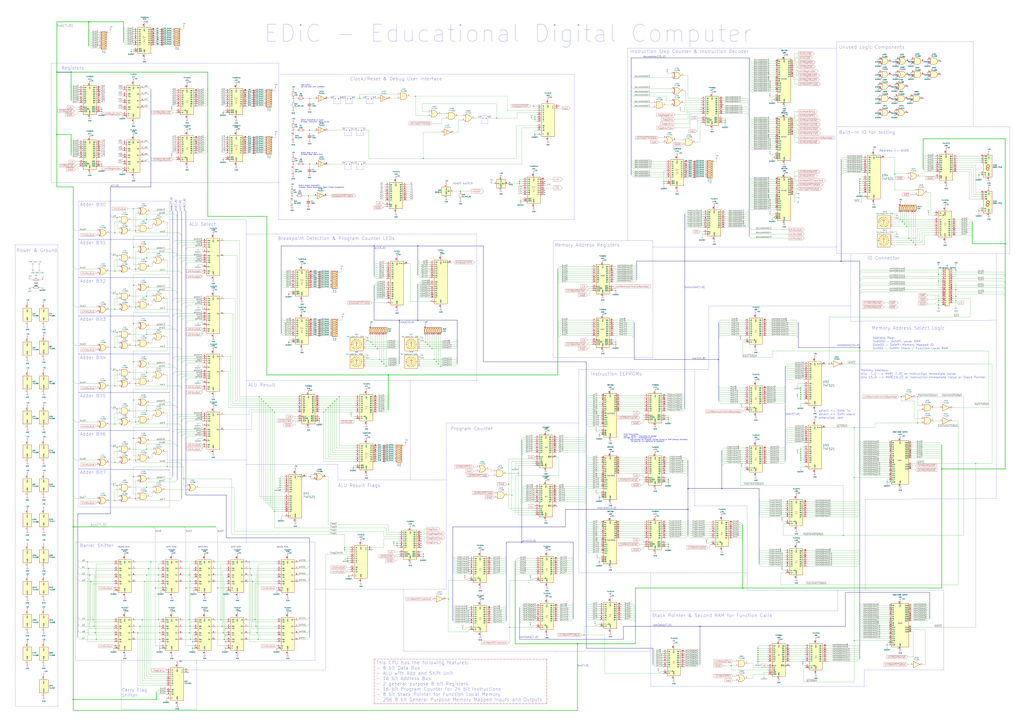
<source format=kicad_sch>
(kicad_sch (version 20211123) (generator eeschema)
  (paper "A0")
  (title_block (title "EDiC - Educational Digital Computer") (date "2021-12-24") (rev "2.00.00") (company "Niklas Schelten") (comment 1 "Master Thesis"))
  (lib_symbols
    (symbol "74LS08_1" (pin_names (offset 1.016))
      (property "Reference" "U" (at 0 1.27 0))
      (property "Value" "74LS08_1" (at 0 -1.27 0))
      (symbol "74LS08_1_1_1"
        (pin input line (at -7.62 2.54 0) (length 3.81) (name "~") (number "1"))
        (pin input line (at -7.62 -2.54 0) (length 3.81) (name "~") (number "2"))
        (pin output line (at 7.62 0 180) (length 3.81) (name "~") (number "3"))
      )
      (symbol "74LS08_1_1_2"
        (pin input inverted (at -7.62 2.54 0) (length 4.318) (name "~") (number "1"))
        (pin input inverted (at -7.62 -2.54 0) (length 4.318) (name "~") (number "2"))
        (pin output inverted (at 7.62 0 180) (length 3.81) (name "~") (number "3"))
      )
      (symbol "74LS08_1_2_1"
        (pin input line (at -7.62 2.54 0) (length 3.81) (name "~") (number "4"))
        (pin input line (at -7.62 -2.54 0) (length 3.81) (name "~") (number "5"))
        (pin output line (at 7.62 0 180) (length 3.81) (name "~") (number "6"))
      )
      (symbol "74LS08_1_2_2"
        (pin input inverted (at -7.62 2.54 0) (length 4.318) (name "~") (number "4"))
        (pin input inverted (at -7.62 -2.54 0) (length 4.318) (name "~") (number "5"))
        (pin output inverted (at 7.62 0 180) (length 3.81) (name "~") (number "6"))
      )
      (symbol "74LS08_1_3_1"
        (pin input line (at -7.62 -2.54 0) (length 3.81) (name "~") (number "10"))
        (pin output line (at 7.62 0 180) (length 3.81) (name "~") (number "8"))
        (pin input line (at -7.62 2.54 0) (length 3.81) (name "~") (number "9"))
      )
      (symbol "74LS08_1_3_2"
        (pin input inverted (at -7.62 -2.54 0) (length 4.318) (name "~") (number "10"))
        (pin output inverted (at 7.62 0 180) (length 3.81) (name "~") (number "8"))
        (pin input inverted (at -7.62 2.54 0) (length 4.318) (name "~") (number "9"))
      )
      (symbol "74LS08_1_4_1"
        (pin output line (at 7.62 0 180) (length 3.81) (name "~") (number "11"))
        (pin input line (at -7.62 2.54 0) (length 3.81) (name "~") (number "12"))
        (pin input line (at -7.62 -2.54 0) (length 3.81) (name "~") (number "13"))
      )
      (symbol "74LS08_1_4_2"
        (pin output inverted (at 7.62 0 180) (length 3.81) (name "~") (number "11"))
        (pin input inverted (at -7.62 2.54 0) (length 4.318) (name "~") (number "12"))
        (pin input inverted (at -7.62 -2.54 0) (length 4.318) (name "~") (number "13"))
      )
      (symbol "74LS08_1_5_0"
        (pin power_in line (at 0 12.7 270) (length 5.08) (name "VCC") (number "14"))
        (pin power_in line (at 0 -12.7 90) (length 5.08) (name "GND") (number "7"))
      )
    )
    (symbol "74LS08_2" (pin_names (offset 1.016))
      (property "Reference" "U" (at 0 1.27 0))
      (property "Value" "74LS08_2" (at 0 -1.27 0))
      (symbol "74LS08_2_1_1"
        (pin input line (at -7.62 2.54 0) (length 3.81) (name "~") (number "1"))
        (pin input line (at -7.62 -2.54 0) (length 3.81) (name "~") (number "2"))
        (pin output line (at 7.62 0 180) (length 3.81) (name "~") (number "3"))
      )
      (symbol "74LS08_2_1_2"
        (pin input inverted (at -7.62 2.54 0) (length 4.318) (name "~") (number "1"))
        (pin input inverted (at -7.62 -2.54 0) (length 4.318) (name "~") (number "2"))
        (pin output inverted (at 7.62 0 180) (length 3.81) (name "~") (number "3"))
      )
      (symbol "74LS08_2_2_1"
        (pin input line (at -7.62 2.54 0) (length 3.81) (name "~") (number "4"))
        (pin input line (at -7.62 -2.54 0) (length 3.81) (name "~") (number "5"))
        (pin output line (at 7.62 0 180) (length 3.81) (name "~") (number "6"))
      )
      (symbol "74LS08_2_2_2"
        (pin input inverted (at -7.62 2.54 0) (length 4.318) (name "~") (number "4"))
        (pin input inverted (at -7.62 -2.54 0) (length 4.318) (name "~") (number "5"))
        (pin output inverted (at 7.62 0 180) (length 3.81) (name "~") (number "6"))
      )
      (symbol "74LS08_2_3_1"
        (pin input line (at -7.62 -2.54 0) (length 3.81) (name "~") (number "10"))
        (pin output line (at 7.62 0 180) (length 3.81) (name "~") (number "8"))
        (pin input line (at -7.62 2.54 0) (length 3.81) (name "~") (number "9"))
      )
      (symbol "74LS08_2_3_2"
        (pin input inverted (at -7.62 -2.54 0) (length 4.318) (name "~") (number "10"))
        (pin output inverted (at 7.62 0 180) (length 3.81) (name "~") (number "8"))
        (pin input inverted (at -7.62 2.54 0) (length 4.318) (name "~") (number "9"))
      )
      (symbol "74LS08_2_4_1"
        (pin output line (at 7.62 0 180) (length 3.81) (name "~") (number "11"))
        (pin input line (at -7.62 2.54 0) (length 3.81) (name "~") (number "12"))
        (pin input line (at -7.62 -2.54 0) (length 3.81) (name "~") (number "13"))
      )
      (symbol "74LS08_2_4_2"
        (pin output inverted (at 7.62 0 180) (length 3.81) (name "~") (number "11"))
        (pin input inverted (at -7.62 2.54 0) (length 4.318) (name "~") (number "12"))
        (pin input inverted (at -7.62 -2.54 0) (length 4.318) (name "~") (number "13"))
      )
      (symbol "74LS08_2_5_0"
        (pin power_in line (at 0 12.7 270) (length 5.08) (name "VCC") (number "14"))
        (pin power_in line (at 0 -12.7 90) (length 5.08) (name "GND") (number "7"))
      )
    )
    (symbol "74LS32_1" (pin_names (offset 1.016))
      (property "Reference" "U" (at 0 1.27 0))
      (property "Value" "74LS32_1" (at 0 -1.27 0))
      (symbol "74LS32_1_1_1"
        (pin input line (at -7.62 2.54 0) (length 4.318) (name "~") (number "1"))
        (pin input line (at -7.62 -2.54 0) (length 4.318) (name "~") (number "2"))
        (pin output line (at 7.62 0 180) (length 3.81) (name "~") (number "3"))
      )
      (symbol "74LS32_1_1_2"
        (pin input inverted (at -7.62 2.54 0) (length 3.81) (name "~") (number "1"))
        (pin input inverted (at -7.62 -2.54 0) (length 3.81) (name "~") (number "2"))
        (pin output inverted (at 7.62 0 180) (length 3.81) (name "~") (number "3"))
      )
      (symbol "74LS32_1_2_1"
        (pin input line (at -7.62 2.54 0) (length 4.318) (name "~") (number "4"))
        (pin input line (at -7.62 -2.54 0) (length 4.318) (name "~") (number "5"))
        (pin output line (at 7.62 0 180) (length 3.81) (name "~") (number "6"))
      )
      (symbol "74LS32_1_2_2"
        (pin input inverted (at -7.62 2.54 0) (length 3.81) (name "~") (number "4"))
        (pin input inverted (at -7.62 -2.54 0) (length 3.81) (name "~") (number "5"))
        (pin output inverted (at 7.62 0 180) (length 3.81) (name "~") (number "6"))
      )
      (symbol "74LS32_1_3_1"
        (pin input line (at -7.62 -2.54 0) (length 4.318) (name "~") (number "10"))
        (pin output line (at 7.62 0 180) (length 3.81) (name "~") (number "8"))
        (pin input line (at -7.62 2.54 0) (length 4.318) (name "~") (number "9"))
      )
      (symbol "74LS32_1_3_2"
        (pin input inverted (at -7.62 -2.54 0) (length 3.81) (name "~") (number "10"))
        (pin output inverted (at 7.62 0 180) (length 3.81) (name "~") (number "8"))
        (pin input inverted (at -7.62 2.54 0) (length 3.81) (name "~") (number "9"))
      )
      (symbol "74LS32_1_4_1"
        (pin output line (at 7.62 0 180) (length 3.81) (name "~") (number "11"))
        (pin input line (at -7.62 2.54 0) (length 4.318) (name "~") (number "12"))
        (pin input line (at -7.62 -2.54 0) (length 4.318) (name "~") (number "13"))
      )
      (symbol "74LS32_1_4_2"
        (pin output inverted (at 7.62 0 180) (length 3.81) (name "~") (number "11"))
        (pin input inverted (at -7.62 2.54 0) (length 3.81) (name "~") (number "12"))
        (pin input inverted (at -7.62 -2.54 0) (length 3.81) (name "~") (number "13"))
      )
      (symbol "74LS32_1_5_0"
        (pin power_in line (at 0 12.7 270) (length 5.08) (name "VCC") (number "14"))
        (pin power_in line (at 0 -12.7 90) (length 5.08) (name "GND") (number "7"))
      )
    )
    (symbol "74LS32_2" (pin_names (offset 1.016))
      (property "Reference" "U" (at 0 1.27 0))
      (property "Value" "74LS32_2" (at 0 -1.27 0))
      (symbol "74LS32_2_1_1"
        (pin input line (at -7.62 2.54 0) (length 4.318) (name "~") (number "1"))
        (pin input line (at -7.62 -2.54 0) (length 4.318) (name "~") (number "2"))
        (pin output line (at 7.62 0 180) (length 3.81) (name "~") (number "3"))
      )
      (symbol "74LS32_2_1_2"
        (pin input inverted (at -7.62 2.54 0) (length 3.81) (name "~") (number "1"))
        (pin input inverted (at -7.62 -2.54 0) (length 3.81) (name "~") (number "2"))
        (pin output inverted (at 7.62 0 180) (length 3.81) (name "~") (number "3"))
      )
      (symbol "74LS32_2_2_1"
        (pin input line (at -7.62 2.54 0) (length 4.318) (name "~") (number "4"))
        (pin input line (at -7.62 -2.54 0) (length 4.318) (name "~") (number "5"))
        (pin output line (at 7.62 0 180) (length 3.81) (name "~") (number "6"))
      )
      (symbol "74LS32_2_2_2"
        (pin input inverted (at -7.62 2.54 0) (length 3.81) (name "~") (number "4"))
        (pin input inverted (at -7.62 -2.54 0) (length 3.81) (name "~") (number "5"))
        (pin output inverted (at 7.62 0 180) (length 3.81) (name "~") (number "6"))
      )
      (symbol "74LS32_2_3_1"
        (pin input line (at -7.62 -2.54 0) (length 4.318) (name "~") (number "10"))
        (pin output line (at 7.62 0 180) (length 3.81) (name "~") (number "8"))
        (pin input line (at -7.62 2.54 0) (length 4.318) (name "~") (number "9"))
      )
      (symbol "74LS32_2_3_2"
        (pin input inverted (at -7.62 -2.54 0) (length 3.81) (name "~") (number "10"))
        (pin output inverted (at 7.62 0 180) (length 3.81) (name "~") (number "8"))
        (pin input inverted (at -7.62 2.54 0) (length 3.81) (name "~") (number "9"))
      )
      (symbol "74LS32_2_4_1"
        (pin output line (at 7.62 0 180) (length 3.81) (name "~") (number "11"))
        (pin input line (at -7.62 2.54 0) (length 4.318) (name "~") (number "12"))
        (pin input line (at -7.62 -2.54 0) (length 4.318) (name "~") (number "13"))
      )
      (symbol "74LS32_2_4_2"
        (pin output inverted (at 7.62 0 180) (length 3.81) (name "~") (number "11"))
        (pin input inverted (at -7.62 2.54 0) (length 3.81) (name "~") (number "12"))
        (pin input inverted (at -7.62 -2.54 0) (length 3.81) (name "~") (number "13"))
      )
      (symbol "74LS32_2_5_0"
        (pin power_in line (at 0 12.7 270) (length 5.08) (name "VCC") (number "14"))
        (pin power_in line (at 0 -12.7 90) (length 5.08) (name "GND") (number "7"))
      )
    )
    (symbol "74LS86_1" (pin_names (offset 1.016))
      (property "Reference" "U" (at 0 1.27 0))
      (property "Value" "74LS86_1" (at 0 -1.27 0))
      (symbol "74LS86_1_1_0"
        (pin input line (at -7.62 2.54 0) (length 4.445) (name "~") (number "1"))
        (pin input line (at -7.62 -2.54 0) (length 4.445) (name "~") (number "2"))
        (pin output line (at 7.62 0 180) (length 3.81) (name "~") (number "3"))
      )
      (symbol "74LS86_1_2_0"
        (pin input line (at -7.62 2.54 0) (length 4.445) (name "~") (number "4"))
        (pin input line (at -7.62 -2.54 0) (length 4.445) (name "~") (number "5"))
        (pin output line (at 7.62 0 180) (length 3.81) (name "~") (number "6"))
      )
      (symbol "74LS86_1_3_0"
        (pin input line (at -7.62 -2.54 0) (length 4.445) (name "~") (number "10"))
        (pin output line (at 7.62 0 180) (length 3.81) (name "~") (number "8"))
        (pin input line (at -7.62 2.54 0) (length 4.445) (name "~") (number "9"))
      )
      (symbol "74LS86_1_4_0"
        (pin output line (at 7.62 0 180) (length 3.81) (name "~") (number "11"))
        (pin input line (at -7.62 2.54 0) (length 4.445) (name "~") (number "12"))
        (pin input line (at -7.62 -2.54 0) (length 4.445) (name "~") (number "13"))
      )
      (symbol "74LS86_1_5_0"
        (pin power_in line (at 0 12.7 270) (length 5.08) (name "VCC") (number "14"))
        (pin power_in line (at 0 -12.7 90) (length 5.08) (name "GND") (number "7"))
      )
    )
    (symbol "74LS86_2" (pin_names (offset 1.016))
      (property "Reference" "U" (at 0 1.27 0))
      (property "Value" "74LS86_2" (at 0 -1.27 0))
      (symbol "74LS86_2_1_0"
        (pin input line (at -7.62 2.54 0) (length 4.445) (name "~") (number "1"))
        (pin input line (at -7.62 -2.54 0) (length 4.445) (name "~") (number "2"))
        (pin output line (at 7.62 0 180) (length 3.81) (name "~") (number "3"))
      )
      (symbol "74LS86_2_2_0"
        (pin input line (at -7.62 2.54 0) (length 4.445) (name "~") (number "4"))
        (pin input line (at -7.62 -2.54 0) (length 4.445) (name "~") (number "5"))
        (pin output line (at 7.62 0 180) (length 3.81) (name "~") (number "6"))
      )
      (symbol "74LS86_2_3_0"
        (pin input line (at -7.62 -2.54 0) (length 4.445) (name "~") (number "10"))
        (pin output line (at 7.62 0 180) (length 3.81) (name "~") (number "8"))
        (pin input line (at -7.62 2.54 0) (length 4.445) (name "~") (number "9"))
      )
      (symbol "74LS86_2_4_0"
        (pin output line (at 7.62 0 180) (length 3.81) (name "~") (number "11"))
        (pin input line (at -7.62 2.54 0) (length 4.445) (name "~") (number "12"))
        (pin input line (at -7.62 -2.54 0) (length 4.445) (name "~") (number "13"))
      )
      (symbol "74LS86_2_5_0"
        (pin power_in line (at 0 12.7 270) (length 5.08) (name "VCC") (number "14"))
        (pin power_in line (at 0 -12.7 90) (length 5.08) (name "GND") (number "7"))
      )
    )
    (symbol "74LS86_3" (pin_names (offset 1.016))
      (property "Reference" "U" (at 0 1.27 0))
      (property "Value" "74LS86_3" (at 0 -1.27 0))
      (symbol "74LS86_3_1_0"
        (pin input line (at -7.62 2.54 0) (length 4.445) (name "~") (number "1"))
        (pin input line (at -7.62 -2.54 0) (length 4.445) (name "~") (number "2"))
        (pin output line (at 7.62 0 180) (length 3.81) (name "~") (number "3"))
      )
      (symbol "74LS86_3_2_0"
        (pin input line (at -7.62 2.54 0) (length 4.445) (name "~") (number "4"))
        (pin input line (at -7.62 -2.54 0) (length 4.445) (name "~") (number "5"))
        (pin output line (at 7.62 0 180) (length 3.81) (name "~") (number "6"))
      )
      (symbol "74LS86_3_3_0"
        (pin input line (at -7.62 -2.54 0) (length 4.445) (name "~") (number "10"))
        (pin output line (at 7.62 0 180) (length 3.81) (name "~") (number "8"))
        (pin input line (at -7.62 2.54 0) (length 4.445) (name "~") (number "9"))
      )
      (symbol "74LS86_3_4_0"
        (pin output line (at 7.62 0 180) (length 3.81) (name "~") (number "11"))
        (pin input line (at -7.62 2.54 0) (length 4.445) (name "~") (number "12"))
        (pin input line (at -7.62 -2.54 0) (length 4.445) (name "~") (number "13"))
      )
      (symbol "74LS86_3_5_0"
        (pin power_in line (at 0 12.7 270) (length 5.08) (name "VCC") (number "14"))
        (pin power_in line (at 0 -12.7 90) (length 5.08) (name "GND") (number "7"))
      )
    )
    (symbol "74LS86_4" (pin_names (offset 1.016))
      (property "Reference" "U" (at 0 1.27 0))
      (property "Value" "74LS86_4" (at 0 -1.27 0))
      (symbol "74LS86_4_1_0"
        (pin input line (at -7.62 2.54 0) (length 4.445) (name "~") (number "1"))
        (pin input line (at -7.62 -2.54 0) (length 4.445) (name "~") (number "2"))
        (pin output line (at 7.62 0 180) (length 3.81) (name "~") (number "3"))
      )
      (symbol "74LS86_4_2_0"
        (pin input line (at -7.62 2.54 0) (length 4.445) (name "~") (number "4"))
        (pin input line (at -7.62 -2.54 0) (length 4.445) (name "~") (number "5"))
        (pin output line (at 7.62 0 180) (length 3.81) (name "~") (number "6"))
      )
      (symbol "74LS86_4_3_0"
        (pin input line (at -7.62 -2.54 0) (length 4.445) (name "~") (number "10"))
        (pin output line (at 7.62 0 180) (length 3.81) (name "~") (number "8"))
        (pin input line (at -7.62 2.54 0) (length 4.445) (name "~") (number "9"))
      )
      (symbol "74LS86_4_4_0"
        (pin output line (at 7.62 0 180) (length 3.81) (name "~") (number "11"))
        (pin input line (at -7.62 2.54 0) (length 4.445) (name "~") (number "12"))
        (pin input line (at -7.62 -2.54 0) (length 4.445) (name "~") (number "13"))
      )
      (symbol "74LS86_4_5_0"
        (pin power_in line (at 0 12.7 270) (length 5.08) (name "VCC") (number "14"))
        (pin power_in line (at 0 -12.7 90) (length 5.08) (name "GND") (number "7"))
      )
    )
    (symbol "74xx:74LS04"
      (property "Reference" "U" (at 0 1.27 0))
      (property "Value" "74LS04" (at 0 -1.27 0))
      (symbol "74LS04_1_0"
        (pin input line (at -7.62 0 0) (length 3.81) (name "~") (number "1"))
        (pin output inverted (at 7.62 0 180) (length 3.81) (name "~") (number "2"))
      )
      (symbol "74LS04_2_0"
        (pin input line (at -7.62 0 0) (length 3.81) (name "~") (number "3"))
        (pin output inverted (at 7.62 0 180) (length 3.81) (name "~") (number "4"))
      )
      (symbol "74LS04_3_0"
        (pin input line (at -7.62 0 0) (length 3.81) (name "~") (number "5"))
        (pin output inverted (at 7.62 0 180) (length 3.81) (name "~") (number "6"))
      )
      (symbol "74LS04_4_0"
        (pin output inverted (at 7.62 0 180) (length 3.81) (name "~") (number "8"))
        (pin input line (at -7.62 0 0) (length 3.81) (name "~") (number "9"))
      )
      (symbol "74LS04_5_0"
        (pin output inverted (at 7.62 0 180) (length 3.81) (name "~") (number "10"))
        (pin input line (at -7.62 0 0) (length 3.81) (name "~") (number "11"))
      )
      (symbol "74LS04_6_0"
        (pin output inverted (at 7.62 0 180) (length 3.81) (name "~") (number "12"))
        (pin input line (at -7.62 0 0) (length 3.81) (name "~") (number "13"))
      )
      (symbol "74LS04_7_0"
        (pin power_in line (at 0 12.7 270) (length 5.08) (name "VCC") (number "14"))
        (pin power_in line (at 0 -12.7 90) (length 5.08) (name "GND") (number "7"))
      )
    )
    (symbol "74xx:74LS08" (pin_names (offset 1.016))
      (property "Reference" "U" (at 0 1.27 0))
      (property "Value" "74LS08" (at 0 -1.27 0))
      (symbol "74LS08_1_1"
        (pin input line (at -7.62 2.54 0) (length 3.81) (name "~") (number "1"))
        (pin input line (at -7.62 -2.54 0) (length 3.81) (name "~") (number "2"))
        (pin output line (at 7.62 0 180) (length 3.81) (name "~") (number "3"))
      )
      (symbol "74LS08_1_2"
        (pin input inverted (at -7.62 2.54 0) (length 4.318) (name "~") (number "1"))
        (pin input inverted (at -7.62 -2.54 0) (length 4.318) (name "~") (number "2"))
        (pin output inverted (at 7.62 0 180) (length 3.81) (name "~") (number "3"))
      )
      (symbol "74LS08_2_1"
        (pin input line (at -7.62 2.54 0) (length 3.81) (name "~") (number "4"))
        (pin input line (at -7.62 -2.54 0) (length 3.81) (name "~") (number "5"))
        (pin output line (at 7.62 0 180) (length 3.81) (name "~") (number "6"))
      )
      (symbol "74LS08_2_2"
        (pin input inverted (at -7.62 2.54 0) (length 4.318) (name "~") (number "4"))
        (pin input inverted (at -7.62 -2.54 0) (length 4.318) (name "~") (number "5"))
        (pin output inverted (at 7.62 0 180) (length 3.81) (name "~") (number "6"))
      )
      (symbol "74LS08_3_1"
        (pin input line (at -7.62 -2.54 0) (length 3.81) (name "~") (number "10"))
        (pin output line (at 7.62 0 180) (length 3.81) (name "~") (number "8"))
        (pin input line (at -7.62 2.54 0) (length 3.81) (name "~") (number "9"))
      )
      (symbol "74LS08_3_2"
        (pin input inverted (at -7.62 -2.54 0) (length 4.318) (name "~") (number "10"))
        (pin output inverted (at 7.62 0 180) (length 3.81) (name "~") (number "8"))
        (pin input inverted (at -7.62 2.54 0) (length 4.318) (name "~") (number "9"))
      )
      (symbol "74LS08_4_1"
        (pin output line (at 7.62 0 180) (length 3.81) (name "~") (number "11"))
        (pin input line (at -7.62 2.54 0) (length 3.81) (name "~") (number "12"))
        (pin input line (at -7.62 -2.54 0) (length 3.81) (name "~") (number "13"))
      )
      (symbol "74LS08_4_2"
        (pin output inverted (at 7.62 0 180) (length 3.81) (name "~") (number "11"))
        (pin input inverted (at -7.62 2.54 0) (length 4.318) (name "~") (number "12"))
        (pin input inverted (at -7.62 -2.54 0) (length 4.318) (name "~") (number "13"))
      )
      (symbol "74LS08_5_0"
        (pin power_in line (at 0 12.7 270) (length 5.08) (name "VCC") (number "14"))
        (pin power_in line (at 0 -12.7 90) (length 5.08) (name "GND") (number "7"))
      )
    )
    (symbol "74xx:74LS14" (pin_names (offset 1.016))
      (property "Reference" "U" (at 0 1.27 0))
      (property "Value" "74LS14" (at 0 -1.27 0))
      (symbol "74LS14_1_0"
        (pin input line (at -7.62 0 0) (length 3.81) (name "~") (number "1"))
        (pin output inverted (at 7.62 0 180) (length 3.81) (name "~") (number "2"))
      )
      (symbol "74LS14_2_0"
        (pin input line (at -7.62 0 0) (length 3.81) (name "~") (number "3"))
        (pin output inverted (at 7.62 0 180) (length 3.81) (name "~") (number "4"))
      )
      (symbol "74LS14_3_0"
        (pin input line (at -7.62 0 0) (length 3.81) (name "~") (number "5"))
        (pin output inverted (at 7.62 0 180) (length 3.81) (name "~") (number "6"))
      )
      (symbol "74LS14_4_0"
        (pin output inverted (at 7.62 0 180) (length 3.81) (name "~") (number "8"))
        (pin input line (at -7.62 0 0) (length 3.81) (name "~") (number "9"))
      )
      (symbol "74LS14_5_0"
        (pin output inverted (at 7.62 0 180) (length 3.81) (name "~") (number "10"))
        (pin input line (at -7.62 0 0) (length 3.81) (name "~") (number "11"))
      )
      (symbol "74LS14_6_0"
        (pin output inverted (at 7.62 0 180) (length 3.81) (name "~") (number "12"))
        (pin input line (at -7.62 0 0) (length 3.81) (name "~") (number "13"))
      )
      (symbol "74LS14_7_0"
        (pin power_in line (at 0 12.7 270) (length 5.08) (name "VCC") (number "14"))
        (pin power_in line (at 0 -12.7 90) (length 5.08) (name "GND") (number "7"))
      )
    )
    (symbol "74xx:74LS151" (pin_names (offset 1.016))
      (property "Reference" "U" (at -7.62 19.05 0))
      (property "Value" "74LS151" (at -7.62 -21.59 0))
      (symbol "74LS151_1_0"
        (pin input line (at -12.7 7.62 0) (length 5.08) (name "I3") (number "1"))
        (pin input line (at -12.7 -10.16 0) (length 5.08) (name "S1") (number "10"))
        (pin input line (at -12.7 -7.62 0) (length 5.08) (name "S0") (number "11"))
        (pin input line (at -12.7 -2.54 0) (length 5.08) (name "I7") (number "12"))
        (pin input line (at -12.7 0 0) (length 5.08) (name "I6") (number "13"))
        (pin input line (at -12.7 2.54 0) (length 5.08) (name "I5") (number "14"))
        (pin input line (at -12.7 5.08 0) (length 5.08) (name "I4") (number "15"))
        (pin power_in line (at 0 22.86 270) (length 5.08) (name "VCC") (number "16"))
        (pin input line (at -12.7 10.16 0) (length 5.08) (name "I2") (number "2"))
        (pin input line (at -12.7 12.7 0) (length 5.08) (name "I1") (number "3"))
        (pin input line (at -12.7 15.24 0) (length 5.08) (name "I0") (number "4"))
        (pin output line (at 12.7 15.24 180) (length 5.08) (name "Z") (number "5"))
        (pin output line (at 12.7 12.7 180) (length 5.08) (name "~{Z}") (number "6"))
        (pin input line (at -12.7 -17.78 0) (length 5.08) (name "~{E}") (number "7"))
        (pin power_in line (at 0 -25.4 90) (length 5.08) (name "GND") (number "8"))
        (pin input line (at -12.7 -12.7 0) (length 5.08) (name "S2") (number "9"))
      )
    )
    (symbol "74xx:74LS153" (pin_names (offset 1.016))
      (property "Reference" "U" (at -7.62 21.59 0))
      (property "Value" "74LS153" (at -7.62 -24.13 0))
      (symbol "74LS153_1_0"
        (pin input inverted (at -12.7 5.08 0) (length 5.08) (name "Ea") (number "1"))
        (pin input line (at -12.7 0 0) (length 5.08) (name "I0b") (number "10"))
        (pin input line (at -12.7 -2.54 0) (length 5.08) (name "I1b") (number "11"))
        (pin input line (at -12.7 -5.08 0) (length 5.08) (name "I2b") (number "12"))
        (pin input line (at -12.7 -7.62 0) (length 5.08) (name "I3b") (number "13"))
        (pin input line (at -12.7 -17.78 0) (length 5.08) (name "S0") (number "14"))
        (pin input inverted (at -12.7 -12.7 0) (length 5.08) (name "Eb") (number "15"))
        (pin power_in line (at 0 25.4 270) (length 5.08) (name "VCC") (number "16"))
        (pin input line (at -12.7 -20.32 0) (length 5.08) (name "S1") (number "2"))
        (pin input line (at -12.7 10.16 0) (length 5.08) (name "I3a") (number "3"))
        (pin input line (at -12.7 12.7 0) (length 5.08) (name "I2a") (number "4"))
        (pin input line (at -12.7 15.24 0) (length 5.08) (name "I1a") (number "5"))
        (pin input line (at -12.7 17.78 0) (length 5.08) (name "I0a") (number "6"))
        (pin output line (at 12.7 17.78 180) (length 5.08) (name "Za") (number "7"))
        (pin power_in line (at 0 -27.94 90) (length 5.08) (name "GND") (number "8"))
        (pin output line (at 12.7 0 180) (length 5.08) (name "Zb") (number "9"))
      )
    )
    (symbol "74xx:74LS157" (pin_names (offset 1.016))
      (property "Reference" "U" (at -7.62 19.05 0))
      (property "Value" "74LS157" (at -7.62 -21.59 0))
      (symbol "74LS157_1_0"
        (pin input line (at -12.7 -15.24 0) (length 5.08) (name "S") (number "1"))
        (pin input line (at -12.7 -2.54 0) (length 5.08) (name "I1c") (number "10"))
        (pin input line (at -12.7 0 0) (length 5.08) (name "I0c") (number "11"))
        (pin output line (at 12.7 -7.62 180) (length 5.08) (name "Zd") (number "12"))
        (pin input line (at -12.7 -10.16 0) (length 5.08) (name "I1d") (number "13"))
        (pin input line (at -12.7 -7.62 0) (length 5.08) (name "I0d") (number "14"))
        (pin input inverted (at -12.7 -17.78 0) (length 5.08) (name "E") (number "15"))
        (pin power_in line (at 0 22.86 270) (length 5.08) (name "VCC") (number "16"))
        (pin input line (at -12.7 15.24 0) (length 5.08) (name "I0a") (number "2"))
        (pin input line (at -12.7 12.7 0) (length 5.08) (name "I1a") (number "3"))
        (pin output line (at 12.7 15.24 180) (length 5.08) (name "Za") (number "4"))
        (pin input line (at -12.7 7.62 0) (length 5.08) (name "I0b") (number "5"))
        (pin input line (at -12.7 5.08 0) (length 5.08) (name "I1b") (number "6"))
        (pin output line (at 12.7 7.62 180) (length 5.08) (name "Zb") (number "7"))
        (pin power_in line (at 0 -25.4 90) (length 5.08) (name "GND") (number "8"))
        (pin output line (at 12.7 0 180) (length 5.08) (name "Zc") (number "9"))
      )
    )
    (symbol "74xx:74LS245" (pin_names (offset 1.016))
      (property "Reference" "U" (at -7.62 16.51 0))
      (property "Value" "74LS245" (at -7.62 -16.51 0))
      (symbol "74LS245_1_0"
        (pin input line (at -12.7 -10.16 0) (length 5.08) (name "A->B") (number "1"))
        (pin power_in line (at 0 -20.32 90) (length 5.08) (name "GND") (number "10"))
        (pin tri_state line (at 12.7 -5.08 180) (length 5.08) (name "B7") (number "11"))
        (pin tri_state line (at 12.7 -2.54 180) (length 5.08) (name "B6") (number "12"))
        (pin tri_state line (at 12.7 0 180) (length 5.08) (name "B5") (number "13"))
        (pin tri_state line (at 12.7 2.54 180) (length 5.08) (name "B4") (number "14"))
        (pin tri_state line (at 12.7 5.08 180) (length 5.08) (name "B3") (number "15"))
        (pin tri_state line (at 12.7 7.62 180) (length 5.08) (name "B2") (number "16"))
        (pin tri_state line (at 12.7 10.16 180) (length 5.08) (name "B1") (number "17"))
        (pin tri_state line (at 12.7 12.7 180) (length 5.08) (name "B0") (number "18"))
        (pin input inverted (at -12.7 -12.7 0) (length 5.08) (name "CE") (number "19"))
        (pin tri_state line (at -12.7 12.7 0) (length 5.08) (name "A0") (number "2"))
        (pin power_in line (at 0 20.32 270) (length 5.08) (name "VCC") (number "20"))
        (pin tri_state line (at -12.7 10.16 0) (length 5.08) (name "A1") (number "3"))
        (pin tri_state line (at -12.7 7.62 0) (length 5.08) (name "A2") (number "4"))
        (pin tri_state line (at -12.7 5.08 0) (length 5.08) (name "A3") (number "5"))
        (pin tri_state line (at -12.7 2.54 0) (length 5.08) (name "A4") (number "6"))
        (pin tri_state line (at -12.7 0 0) (length 5.08) (name "A5") (number "7"))
        (pin tri_state line (at -12.7 -2.54 0) (length 5.08) (name "A6") (number "8"))
        (pin tri_state line (at -12.7 -5.08 0) (length 5.08) (name "A7") (number "9"))
      )
    )
    (symbol "74xx:74LS273"
      (property "Reference" "U" (at -7.62 16.51 0))
      (property "Value" "74LS273" (at -7.62 -16.51 0))
      (symbol "74LS273_1_0"
        (pin input line (at -12.7 -12.7 0) (length 5.08) (name "~{Mr}") (number "1"))
        (pin power_in line (at 0 -20.32 90) (length 5.08) (name "GND") (number "10"))
        (pin input clock (at -12.7 -10.16 0) (length 5.08) (name "Cp") (number "11"))
        (pin output line (at 12.7 2.54 180) (length 5.08) (name "Q4") (number "12"))
        (pin input line (at -12.7 2.54 0) (length 5.08) (name "D4") (number "13"))
        (pin input line (at -12.7 0 0) (length 5.08) (name "D5") (number "14"))
        (pin output line (at 12.7 0 180) (length 5.08) (name "Q5") (number "15"))
        (pin output line (at 12.7 -2.54 180) (length 5.08) (name "Q6") (number "16"))
        (pin input line (at -12.7 -2.54 0) (length 5.08) (name "D6") (number "17"))
        (pin input line (at -12.7 -5.08 0) (length 5.08) (name "D7") (number "18"))
        (pin output line (at 12.7 -5.08 180) (length 5.08) (name "Q7") (number "19"))
        (pin output line (at 12.7 12.7 180) (length 5.08) (name "Q0") (number "2"))
        (pin power_in line (at 0 20.32 270) (length 5.08) (name "VCC") (number "20"))
        (pin input line (at -12.7 12.7 0) (length 5.08) (name "D0") (number "3"))
        (pin input line (at -12.7 10.16 0) (length 5.08) (name "D1") (number "4"))
        (pin output line (at 12.7 10.16 180) (length 5.08) (name "Q1") (number "5"))
        (pin output line (at 12.7 7.62 180) (length 5.08) (name "Q2") (number "6"))
        (pin input line (at -12.7 7.62 0) (length 5.08) (name "D2") (number "7"))
        (pin input line (at -12.7 5.08 0) (length 5.08) (name "D3") (number "8"))
        (pin output line (at 12.7 5.08 180) (length 5.08) (name "Q3") (number "9"))
      )
    )
    (symbol "74xx:74LS32" (pin_names (offset 1.016))
      (property "Reference" "U" (at 0 1.27 0))
      (property "Value" "74LS32" (at 0 -1.27 0))
      (symbol "74LS32_1_1"
        (pin input line (at -7.62 2.54 0) (length 4.318) (name "~") (number "1"))
        (pin input line (at -7.62 -2.54 0) (length 4.318) (name "~") (number "2"))
        (pin output line (at 7.62 0 180) (length 3.81) (name "~") (number "3"))
      )
      (symbol "74LS32_1_2"
        (pin input inverted (at -7.62 2.54 0) (length 3.81) (name "~") (number "1"))
        (pin input inverted (at -7.62 -2.54 0) (length 3.81) (name "~") (number "2"))
        (pin output inverted (at 7.62 0 180) (length 3.81) (name "~") (number "3"))
      )
      (symbol "74LS32_2_1"
        (pin input line (at -7.62 2.54 0) (length 4.318) (name "~") (number "4"))
        (pin input line (at -7.62 -2.54 0) (length 4.318) (name "~") (number "5"))
        (pin output line (at 7.62 0 180) (length 3.81) (name "~") (number "6"))
      )
      (symbol "74LS32_2_2"
        (pin input inverted (at -7.62 2.54 0) (length 3.81) (name "~") (number "4"))
        (pin input inverted (at -7.62 -2.54 0) (length 3.81) (name "~") (number "5"))
        (pin output inverted (at 7.62 0 180) (length 3.81) (name "~") (number "6"))
      )
      (symbol "74LS32_3_1"
        (pin input line (at -7.62 -2.54 0) (length 4.318) (name "~") (number "10"))
        (pin output line (at 7.62 0 180) (length 3.81) (name "~") (number "8"))
        (pin input line (at -7.62 2.54 0) (length 4.318) (name "~") (number "9"))
      )
      (symbol "74LS32_3_2"
        (pin input inverted (at -7.62 -2.54 0) (length 3.81) (name "~") (number "10"))
        (pin output inverted (at 7.62 0 180) (length 3.81) (name "~") (number "8"))
        (pin input inverted (at -7.62 2.54 0) (length 3.81) (name "~") (number "9"))
      )
      (symbol "74LS32_4_1"
        (pin output line (at 7.62 0 180) (length 3.81) (name "~") (number "11"))
        (pin input line (at -7.62 2.54 0) (length 4.318) (name "~") (number "12"))
        (pin input line (at -7.62 -2.54 0) (length 4.318) (name "~") (number "13"))
      )
      (symbol "74LS32_4_2"
        (pin output inverted (at 7.62 0 180) (length 3.81) (name "~") (number "11"))
        (pin input inverted (at -7.62 2.54 0) (length 3.81) (name "~") (number "12"))
        (pin input inverted (at -7.62 -2.54 0) (length 3.81) (name "~") (number "13"))
      )
      (symbol "74LS32_5_0"
        (pin power_in line (at 0 12.7 270) (length 5.08) (name "VCC") (number "14"))
        (pin power_in line (at 0 -12.7 90) (length 5.08) (name "GND") (number "7"))
      )
    )
    (symbol "74xx:74LS374"
      (property "Reference" "U" (at -7.62 16.51 0))
      (property "Value" "74LS374" (at -7.62 -16.51 0))
      (symbol "74LS374_1_0"
        (pin input inverted (at -12.7 -12.7 0) (length 5.08) (name "OE") (number "1"))
        (pin power_in line (at 0 -20.32 90) (length 5.08) (name "GND") (number "10"))
        (pin input clock (at -12.7 -10.16 0) (length 5.08) (name "Cp") (number "11"))
        (pin tri_state line (at 12.7 2.54 180) (length 5.08) (name "O4") (number "12"))
        (pin input line (at -12.7 2.54 0) (length 5.08) (name "D4") (number "13"))
        (pin input line (at -12.7 0 0) (length 5.08) (name "D5") (number "14"))
        (pin tri_state line (at 12.7 0 180) (length 5.08) (name "O5") (number "15"))
        (pin tri_state line (at 12.7 -2.54 180) (length 5.08) (name "O6") (number "16"))
        (pin input line (at -12.7 -2.54 0) (length 5.08) (name "D6") (number "17"))
        (pin input line (at -12.7 -5.08 0) (length 5.08) (name "D7") (number "18"))
        (pin tri_state line (at 12.7 -5.08 180) (length 5.08) (name "O7") (number "19"))
        (pin tri_state line (at 12.7 12.7 180) (length 5.08) (name "O0") (number "2"))
        (pin power_in line (at 0 20.32 270) (length 5.08) (name "VCC") (number "20"))
        (pin input line (at -12.7 12.7 0) (length 5.08) (name "D0") (number "3"))
        (pin input line (at -12.7 10.16 0) (length 5.08) (name "D1") (number "4"))
        (pin tri_state line (at 12.7 10.16 180) (length 5.08) (name "O1") (number "5"))
        (pin tri_state line (at 12.7 7.62 180) (length 5.08) (name "O2") (number "6"))
        (pin input line (at -12.7 7.62 0) (length 5.08) (name "D2") (number "7"))
        (pin input line (at -12.7 5.08 0) (length 5.08) (name "D3") (number "8"))
        (pin tri_state line (at 12.7 5.08 180) (length 5.08) (name "O3") (number "9"))
      )
    )
    (symbol "74xx:74LS86" (pin_names (offset 1.016))
      (property "Reference" "U" (at 0 1.27 0))
      (property "Value" "74LS86" (at 0 -1.27 0))
      (symbol "74LS86_1_0"
        (pin input line (at -7.62 2.54 0) (length 4.445) (name "~") (number "1"))
        (pin input line (at -7.62 -2.54 0) (length 4.445) (name "~") (number "2"))
        (pin output line (at 7.62 0 180) (length 3.81) (name "~") (number "3"))
      )
      (symbol "74LS86_2_0"
        (pin input line (at -7.62 2.54 0) (length 4.445) (name "~") (number "4"))
        (pin input line (at -7.62 -2.54 0) (length 4.445) (name "~") (number "5"))
        (pin output line (at 7.62 0 180) (length 3.81) (name "~") (number "6"))
      )
      (symbol "74LS86_3_0"
        (pin input line (at -7.62 -2.54 0) (length 4.445) (name "~") (number "10"))
        (pin output line (at 7.62 0 180) (length 3.81) (name "~") (number "8"))
        (pin input line (at -7.62 2.54 0) (length 4.445) (name "~") (number "9"))
      )
      (symbol "74LS86_4_0"
        (pin output line (at 7.62 0 180) (length 3.81) (name "~") (number "11"))
        (pin input line (at -7.62 2.54 0) (length 4.445) (name "~") (number "12"))
        (pin input line (at -7.62 -2.54 0) (length 4.445) (name "~") (number "13"))
      )
      (symbol "74LS86_5_0"
        (pin power_in line (at 0 12.7 270) (length 5.08) (name "VCC") (number "14"))
        (pin power_in line (at 0 -12.7 90) (length 5.08) (name "GND") (number "7"))
      )
    )
    (symbol "Connector_Generic:Conn_2Rows-33Pins" (pin_names (offset 1.016) hide)
      (property "Reference" "J" (at 1.27 22.86 0))
      (property "Value" "Conn_2Rows-33Pins" (at 1.27 -22.86 0))
      (symbol "Conn_2Rows-33Pins_1_1"
        (pin passive line (at -5.08 20.32 0) (length 3.81) (name "Pin_1") (number "1"))
        (pin passive line (at 7.62 10.16 180) (length 3.81) (name "Pin_10") (number "10"))
        (pin passive line (at -5.08 7.62 0) (length 3.81) (name "Pin_11") (number "11"))
        (pin passive line (at 7.62 7.62 180) (length 3.81) (name "Pin_12") (number "12"))
        (pin passive line (at -5.08 5.08 0) (length 3.81) (name "Pin_13") (number "13"))
        (pin passive line (at 7.62 5.08 180) (length 3.81) (name "Pin_14") (number "14"))
        (pin passive line (at -5.08 2.54 0) (length 3.81) (name "Pin_15") (number "15"))
        (pin passive line (at 7.62 2.54 180) (length 3.81) (name "Pin_16") (number "16"))
        (pin passive line (at -5.08 0 0) (length 3.81) (name "Pin_17") (number "17"))
        (pin passive line (at 7.62 0 180) (length 3.81) (name "Pin_18") (number "18"))
        (pin passive line (at -5.08 -2.54 0) (length 3.81) (name "Pin_19") (number "19"))
        (pin passive line (at 7.62 20.32 180) (length 3.81) (name "Pin_2") (number "2"))
        (pin passive line (at 7.62 -2.54 180) (length 3.81) (name "Pin_20") (number "20"))
        (pin passive line (at -5.08 -5.08 0) (length 3.81) (name "Pin_21") (number "21"))
        (pin passive line (at 7.62 -5.08 180) (length 3.81) (name "Pin_22") (number "22"))
        (pin passive line (at -5.08 -7.62 0) (length 3.81) (name "Pin_23") (number "23"))
        (pin passive line (at 7.62 -7.62 180) (length 3.81) (name "Pin_24") (number "24"))
        (pin passive line (at -5.08 -10.16 0) (length 3.81) (name "Pin_25") (number "25"))
        (pin passive line (at 7.62 -10.16 180) (length 3.81) (name "Pin_26") (number "26"))
        (pin passive line (at -5.08 -12.7 0) (length 3.81) (name "Pin_27") (number "27"))
        (pin passive line (at 7.62 -12.7 180) (length 3.81) (name "Pin_28") (number "28"))
        (pin passive line (at -5.08 -15.24 0) (length 3.81) (name "Pin_29") (number "29"))
        (pin passive line (at -5.08 17.78 0) (length 3.81) (name "Pin_3") (number "3"))
        (pin passive line (at 7.62 -15.24 180) (length 3.81) (name "Pin_30") (number "30"))
        (pin passive line (at -5.08 -17.78 0) (length 3.81) (name "Pin_31") (number "31"))
        (pin passive line (at 7.62 -17.78 180) (length 3.81) (name "Pin_32") (number "32"))
        (pin passive line (at -5.08 -20.32 0) (length 3.81) (name "Pin_33") (number "33"))
        (pin passive line (at 7.62 17.78 180) (length 3.81) (name "Pin_4") (number "4"))
        (pin passive line (at -5.08 15.24 0) (length 3.81) (name "Pin_5") (number "5"))
        (pin passive line (at 7.62 15.24 180) (length 3.81) (name "Pin_6") (number "6"))
        (pin passive line (at -5.08 12.7 0) (length 3.81) (name "Pin_7") (number "7"))
        (pin passive line (at 7.62 12.7 180) (length 3.81) (name "Pin_8") (number "8"))
        (pin passive line (at -5.08 10.16 0) (length 3.81) (name "Pin_9") (number "9"))
      )
    )
    (symbol "Device:C" (pin_numbers hide) (pin_names (offset 0.254))
      (property "Reference" "C" (at 0.635 2.54 0))
      (property "Value" "C" (at 0.635 -2.54 0))
      (symbol "C_1_1"
        (pin passive line (at 0 3.81 270) (length 2.794) (name "~") (number "1"))
        (pin passive line (at 0 -3.81 90) (length 2.794) (name "~") (number "2"))
      )
    )
    (symbol "Device:LED_Small" (pin_numbers hide) (pin_names (offset 0.254) hide)
      (property "Reference" "D" (at -1.27 3.175 0))
      (property "Value" "LED_Small" (at -4.445 -2.54 0))
      (symbol "LED_Small_1_1"
        (pin passive line (at -2.54 0 0) (length 1.778) (name "K") (number "1"))
        (pin passive line (at 2.54 0 180) (length 1.778) (name "A") (number "2"))
      )
    )
    (symbol "Device:R" (pin_numbers hide) (pin_names (offset 0))
      (property "Reference" "R" (at 2.032 0 90))
      (property "Value" "R" (at 0 0 90))
      (symbol "R_1_1"
        (pin passive line (at 0 3.81 270) (length 1.27) (name "~") (number "1"))
        (pin passive line (at 0 -3.81 90) (length 1.27) (name "~") (number "2"))
      )
    )
    (symbol "Device:R_Network08" (pin_names (offset 0) hide)
      (property "Reference" "RN" (at -12.7 0 90))
      (property "Value" "R_Network08" (at 10.16 0 90))
      (symbol "R_Network08_1_1"
        (pin passive line (at -10.16 5.08 270) (length 2.54) (name "common") (number "1"))
        (pin passive line (at -10.16 -5.08 90) (length 1.27) (name "R1") (number "2"))
        (pin passive line (at -7.62 -5.08 90) (length 1.27) (name "R2") (number "3"))
        (pin passive line (at -5.08 -5.08 90) (length 1.27) (name "R3") (number "4"))
        (pin passive line (at -2.54 -5.08 90) (length 1.27) (name "R4") (number "5"))
        (pin passive line (at 0 -5.08 90) (length 1.27) (name "R5") (number "6"))
        (pin passive line (at 2.54 -5.08 90) (length 1.27) (name "R6") (number "7"))
        (pin passive line (at 5.08 -5.08 90) (length 1.27) (name "R7") (number "8"))
        (pin passive line (at 7.62 -5.08 90) (length 1.27) (name "R8") (number "9"))
      )
    )
    (symbol "EDiCPoster-rescue:5082_7340" (pin_names (offset 1.016))
      (property "Reference" "U" (at 0 2.54 0))
      (property "Value" "5082_7340" (at 0 0 0))
      (symbol "5082_7340_1_1"
        (pin input line (at -19.05 10.16 0) (length 2.54) (name "IN2") (number "1"))
        (pin input line (at -19.05 7.62 0) (length 2.54) (name "IN4") (number "2"))
        (pin input line (at -19.05 5.08 0) (length 2.54) (name "IN8") (number "3"))
        (pin input line (at -19.05 -6.35 0) (length 2.54) (name "BL") (number "4"))
        (pin input line (at -19.05 -8.89 0) (length 2.54) (name "LE") (number "5"))
        (pin power_in line (at -10.16 -13.97 90) (length 2.54) (name "GND") (number "6"))
        (pin power_in line (at -10.16 16.51 270) (length 2.54) (name "Vcc") (number "7"))
        (pin input line (at -19.05 12.7 0) (length 2.54) (name "IN0") (number "8"))
      )
    )
    (symbol "EDiCPoster-rescue:74ABT540" (pin_names (offset 1.016))
      (property "Reference" "U" (at 5.08 -9.017 0))
      (property "Value" "74ABT540" (at 5.08 -10.795 0))
      (symbol "74ABT540_1_1"
        (pin input inverted (at -20.32 -10.16 0) (length 5.08) (name "~{OE1}") (number "1"))
        (pin power_in line (at -7.62 -20.32 90) (length 5.08) (name "GND") (number "10"))
        (pin tri_state inverted (at 5.08 -5.08 180) (length 5.08) (name "Y7") (number "11"))
        (pin tri_state inverted (at 5.08 -2.54 180) (length 5.08) (name "Y6") (number "12"))
        (pin tri_state inverted (at 5.08 0 180) (length 5.08) (name "Y5") (number "13"))
        (pin tri_state inverted (at 5.08 2.54 180) (length 5.08) (name "Y4") (number "14"))
        (pin tri_state inverted (at 5.08 5.08 180) (length 5.08) (name "Y3") (number "15"))
        (pin tri_state inverted (at 5.08 7.62 180) (length 5.08) (name "Y2") (number "16"))
        (pin tri_state inverted (at 5.08 10.16 180) (length 5.08) (name "Y1") (number "17"))
        (pin tri_state inverted (at 5.08 12.7 180) (length 5.08) (name "Y0") (number "18"))
        (pin input inverted (at -20.32 -12.7 0) (length 5.08) (name "~{OE2}") (number "19"))
        (pin input line (at -20.32 12.7 0) (length 5.08) (name "A0") (number "2"))
        (pin power_in line (at -7.62 20.32 270) (length 5.08) (name "VCC") (number "20"))
        (pin input line (at -20.32 10.16 0) (length 5.08) (name "A1") (number "3"))
        (pin input line (at -20.32 7.62 0) (length 5.08) (name "A2") (number "4"))
        (pin input line (at -20.32 5.08 0) (length 5.08) (name "A3") (number "5"))
        (pin input line (at -20.32 2.54 0) (length 5.08) (name "A4") (number "6"))
        (pin input line (at -20.32 0 0) (length 5.08) (name "A5") (number "7"))
        (pin input line (at -20.32 -2.54 0) (length 5.08) (name "A6") (number "8"))
        (pin input line (at -20.32 -5.08 0) (length 5.08) (name "A7") (number "9"))
      )
    )
    (symbol "EDiCPoster-rescue:74AS825-74xx" (pin_names (offset 1.016))
      (property "Reference" "U" (at 0 24.13 0))
      (property "Value" "74AS825-74xx" (at 0 21.59 0))
      (symbol "74AS825-74xx_0_0"
        (pin output line (at 12.7 10.16 180) (length 5.08) (name "Q1") (number "21"))
        (pin output line (at 12.7 12.7 180) (length 5.08) (name "Q0") (number "22"))
        (pin input inverted (at 12.7 -15.24 180) (length 5.08) (name "~{OE3}") (number "23"))
        (pin power_in line (at 0 17.78 270) (length 2.54) (name "Vcc") (number "24"))
      )
      (symbol "74AS825-74xx_1_0"
        (pin input inverted (at 12.7 -10.16 180) (length 5.08) (name "~{OE1}") (number "1"))
        (pin input line (at -12.7 -5.08 0) (length 5.08) (name "D7") (number "10"))
        (pin input inverted (at -12.7 -15.24 0) (length 5.08) (name "~{CLR}") (number "11"))
        (pin power_in line (at 0 -21.59 90) (length 2.54) (name "GND") (number "12"))
        (pin input clock (at -12.7 -10.16 0) (length 5.08) (name "CLK") (number "13"))
        (pin input inverted (at -12.7 -12.7 0) (length 5.08) (name "~{CLKEN}") (number "14"))
        (pin output line (at 12.7 -5.08 180) (length 5.08) (name "Q7") (number "15"))
        (pin output line (at 12.7 -2.54 180) (length 5.08) (name "Q6") (number "16"))
        (pin output line (at 12.7 0 180) (length 5.08) (name "Q5") (number "17"))
        (pin output line (at 12.7 2.54 180) (length 5.08) (name "Q4") (number "18"))
        (pin output line (at 12.7 5.08 180) (length 5.08) (name "Q3") (number "19"))
        (pin input inverted (at 12.7 -12.7 180) (length 5.08) (name "~{OE2}") (number "2"))
        (pin output line (at 12.7 7.62 180) (length 5.08) (name "Q2") (number "20"))
        (pin input line (at -12.7 12.7 0) (length 5.08) (name "D0") (number "3"))
        (pin input line (at -12.7 10.16 0) (length 5.08) (name "D1") (number "4"))
        (pin input line (at -12.7 7.62 0) (length 5.08) (name "D2") (number "5"))
        (pin input line (at -12.7 5.08 0) (length 5.08) (name "D3") (number "6"))
        (pin input line (at -12.7 2.54 0) (length 5.08) (name "D4") (number "7"))
        (pin input line (at -12.7 0 0) (length 5.08) (name "D5") (number "8"))
        (pin input line (at -12.7 -2.54 0) (length 5.08) (name "D6") (number "9"))
      )
    )
    (symbol "EDiCPoster-rescue:74AS867-74xx" (pin_names (offset 1.016))
      (property "Reference" "U" (at 0 24.13 0))
      (property "Value" "74AS867-74xx" (at 0 21.59 0))
      (symbol "74AS867-74xx_0_0"
        (pin output line (at 12.7 10.16 180) (length 5.08) (name "Q1") (number "21"))
        (pin output line (at 12.7 12.7 180) (length 5.08) (name "Q0") (number "22"))
        (pin input inverted (at -12.7 -20.32 0) (length 5.08) (name "~{ENP}") (number "23"))
        (pin power_in line (at 0 17.78 270) (length 2.54) (name "Vcc") (number "24"))
      )
      (symbol "74AS867-74xx_1_0"
        (pin input line (at -12.7 -15.24 0) (length 5.08) (name "S0") (number "1"))
        (pin input line (at -12.7 -5.08 0) (length 5.08) (name "D7") (number "10"))
        (pin input inverted (at -12.7 -17.78 0) (length 5.08) (name "~{ENT}") (number "11"))
        (pin power_in line (at 0 -25.4 90) (length 2.54) (name "GND") (number "12"))
        (pin output inverted (at 12.7 -10.16 180) (length 5.08) (name "~{RCO}") (number "13"))
        (pin input clock (at -12.7 -10.16 0) (length 5.08) (name "CLK") (number "14"))
        (pin output line (at 12.7 -5.08 180) (length 5.08) (name "Q7") (number "15"))
        (pin output line (at 12.7 -2.54 180) (length 5.08) (name "Q6") (number "16"))
        (pin output line (at 12.7 0 180) (length 5.08) (name "Q5") (number "17"))
        (pin output line (at 12.7 2.54 180) (length 5.08) (name "Q4") (number "18"))
        (pin output line (at 12.7 5.08 180) (length 5.08) (name "Q3") (number "19"))
        (pin input line (at -12.7 -12.7 0) (length 5.08) (name "S1") (number "2"))
        (pin output line (at 12.7 7.62 180) (length 5.08) (name "Q2") (number "20"))
        (pin input line (at -12.7 12.7 0) (length 5.08) (name "D0") (number "3"))
        (pin input line (at -12.7 10.16 0) (length 5.08) (name "D1") (number "4"))
        (pin input line (at -12.7 7.62 0) (length 5.08) (name "D2") (number "5"))
        (pin input line (at -12.7 5.08 0) (length 5.08) (name "D3") (number "6"))
        (pin input line (at -12.7 2.54 0) (length 5.08) (name "D4") (number "7"))
        (pin input line (at -12.7 0 0) (length 5.08) (name "D5") (number "8"))
        (pin input line (at -12.7 -2.54 0) (length 5.08) (name "D6") (number "9"))
      )
    )
    (symbol "EDiCPoster-rescue:74F521" (pin_names (offset 1.016))
      (property "Reference" "U" (at 0 -3.81 0))
      (property "Value" "74F521" (at 0 0 0))
      (symbol "74F521_1_1"
        (pin input inverted (at -27.94 -25.4 0) (length 5.08) (name "G") (number "1"))
        (pin power_in line (at -15.24 -33.02 90) (length 5.08) (name "GND") (number "10"))
        (pin input line (at -27.94 10.16 0) (length 5.08) (name "P4") (number "11"))
        (pin input line (at -27.94 -12.7 0) (length 5.08) (name "R4") (number "12"))
        (pin input line (at -27.94 7.62 0) (length 5.08) (name "P5") (number "13"))
        (pin input line (at -27.94 -15.24 0) (length 5.08) (name "R5") (number "14"))
        (pin input line (at -27.94 5.08 0) (length 5.08) (name "P6") (number "15"))
        (pin input line (at -27.94 -17.78 0) (length 5.08) (name "R6") (number "16"))
        (pin input line (at -27.94 2.54 0) (length 5.08) (name "P7") (number "17"))
        (pin input line (at -27.94 -20.32 0) (length 5.08) (name "R7") (number "18"))
        (pin output inverted (at -2.54 20.32 180) (length 5.08) (name "P=R") (number "19"))
        (pin input line (at -27.94 20.32 0) (length 5.08) (name "P0") (number "2"))
        (pin power_in line (at -15.24 27.94 270) (length 5.08) (name "VCC") (number "20"))
        (pin input line (at -27.94 -2.54 0) (length 5.08) (name "R0") (number "3"))
        (pin input line (at -27.94 17.78 0) (length 5.08) (name "P1") (number "4"))
        (pin input line (at -27.94 -5.08 0) (length 5.08) (name "R1") (number "5"))
        (pin input line (at -27.94 15.24 0) (length 5.08) (name "P2") (number "6"))
        (pin input line (at -27.94 -7.62 0) (length 5.08) (name "R2") (number "7"))
        (pin input line (at -27.94 12.7 0) (length 5.08) (name "P3") (number "8"))
        (pin input line (at -27.94 -10.16 0) (length 5.08) (name "R3") (number "9"))
      )
    )
    (symbol "EDiCPoster-rescue:ds1813" (pin_names (offset 1.016))
      (property "Reference" "U" (at -8.89 -7.62 0))
      (property "Value" "ds1813" (at -7.62 -5.08 0))
      (symbol "ds1813_1_1"
        (pin open_collector line (at 8.89 -6.35 180) (length 2.54) (name "~{rst}") (number "1"))
        (pin power_in line (at 1.27 1.27 270) (length 2.54) (name "Vcc") (number "2"))
        (pin power_in line (at 1.27 -13.97 90) (length 2.54) (name "GND") (number "3"))
      )
    )
    (symbol "Memory_EEPROM:28C256"
      (property "Reference" "U" (at -7.62 26.67 0))
      (property "Value" "28C256" (at 2.54 -26.67 0))
      (symbol "28C256_1_1"
        (pin input line (at -10.16 -12.7 0) (length 2.54) (name "A14") (number "1"))
        (pin input line (at -10.16 22.86 0) (length 2.54) (name "A0") (number "10"))
        (pin tri_state line (at 10.16 22.86 180) (length 2.54) (name "D0") (number "11"))
        (pin tri_state line (at 10.16 20.32 180) (length 2.54) (name "D1") (number "12"))
        (pin tri_state line (at 10.16 17.78 180) (length 2.54) (name "D2") (number "13"))
        (pin power_in line (at 0 -27.94 90) (length 2.54) (name "GND") (number "14"))
        (pin tri_state line (at 10.16 15.24 180) (length 2.54) (name "D3") (number "15"))
        (pin tri_state line (at 10.16 12.7 180) (length 2.54) (name "D4") (number "16"))
        (pin tri_state line (at 10.16 10.16 180) (length 2.54) (name "D5") (number "17"))
        (pin tri_state line (at 10.16 7.62 180) (length 2.54) (name "D6") (number "18"))
        (pin tri_state line (at 10.16 5.08 180) (length 2.54) (name "D7") (number "19"))
        (pin input line (at -10.16 -7.62 0) (length 2.54) (name "A12") (number "2"))
        (pin input line (at -10.16 -22.86 0) (length 2.54) (name "~{CS}") (number "20"))
        (pin input line (at -10.16 -2.54 0) (length 2.54) (name "A10") (number "21"))
        (pin input line (at -10.16 -20.32 0) (length 2.54) (name "~{OE}") (number "22"))
        (pin input line (at -10.16 -5.08 0) (length 2.54) (name "A11") (number "23"))
        (pin input line (at -10.16 0 0) (length 2.54) (name "A9") (number "24"))
        (pin input line (at -10.16 2.54 0) (length 2.54) (name "A8") (number "25"))
        (pin input line (at -10.16 -10.16 0) (length 2.54) (name "A13") (number "26"))
        (pin input line (at -10.16 -17.78 0) (length 2.54) (name "~{WE}") (number "27"))
        (pin power_in line (at 0 27.94 270) (length 2.54) (name "VCC") (number "28"))
        (pin input line (at -10.16 5.08 0) (length 2.54) (name "A7") (number "3"))
        (pin input line (at -10.16 7.62 0) (length 2.54) (name "A6") (number "4"))
        (pin input line (at -10.16 10.16 0) (length 2.54) (name "A5") (number "5"))
        (pin input line (at -10.16 12.7 0) (length 2.54) (name "A4") (number "6"))
        (pin input line (at -10.16 15.24 0) (length 2.54) (name "A3") (number "7"))
        (pin input line (at -10.16 17.78 0) (length 2.54) (name "A2") (number "8"))
        (pin input line (at -10.16 20.32 0) (length 2.54) (name "A1") (number "9"))
      )
    )
    (symbol "Memory_RAM:AS6C4008-55PCN"
      (property "Reference" "U" (at -10.16 26.035 0))
      (property "Value" "AS6C4008-55PCN" (at 2.54 26.035 0))
      (symbol "AS6C4008-55PCN_0_0"
        (pin power_in line (at 0 -27.94 90) (length 2.54) (name "VSS") (number "16"))
        (pin power_in line (at 0 27.94 270) (length 2.54) (name "VCC") (number "32"))
      )
      (symbol "AS6C4008-55PCN_1_1"
        (pin input line (at -12.7 -22.86 0) (length 2.54) (name "A18") (number "1"))
        (pin input line (at -12.7 17.78 0) (length 2.54) (name "A2") (number "10"))
        (pin input line (at -12.7 20.32 0) (length 2.54) (name "A1") (number "11"))
        (pin input line (at -12.7 22.86 0) (length 2.54) (name "A0") (number "12"))
        (pin tri_state line (at 12.7 22.86 180) (length 2.54) (name "DQ0") (number "13"))
        (pin tri_state line (at 12.7 20.32 180) (length 2.54) (name "DQ1") (number "14"))
        (pin tri_state line (at 12.7 17.78 180) (length 2.54) (name "DQ2") (number "15"))
        (pin tri_state line (at 12.7 15.24 180) (length 2.54) (name "DQ3") (number "17"))
        (pin tri_state line (at 12.7 12.7 180) (length 2.54) (name "DQ4") (number "18"))
        (pin tri_state line (at 12.7 10.16 180) (length 2.54) (name "DQ5") (number "19"))
        (pin input line (at -12.7 -17.78 0) (length 2.54) (name "A16") (number "2"))
        (pin tri_state line (at 12.7 7.62 180) (length 2.54) (name "DQ6") (number "20"))
        (pin tri_state line (at 12.7 5.08 180) (length 2.54) (name "DQ7") (number "21"))
        (pin input line (at 12.7 -2.54 180) (length 2.54) (name "CE#") (number "22"))
        (pin input line (at -12.7 -2.54 0) (length 2.54) (name "A10") (number "23"))
        (pin input line (at 12.7 -5.08 180) (length 2.54) (name "OE#") (number "24"))
        (pin input line (at -12.7 -5.08 0) (length 2.54) (name "A11") (number "25"))
        (pin input line (at -12.7 0 0) (length 2.54) (name "A9") (number "26"))
        (pin input line (at -12.7 2.54 0) (length 2.54) (name "A8") (number "27"))
        (pin input line (at -12.7 -10.16 0) (length 2.54) (name "A13") (number "28"))
        (pin input line (at 12.7 -7.62 180) (length 2.54) (name "WE#") (number "29"))
        (pin input line (at -12.7 -12.7 0) (length 2.54) (name "A14") (number "3"))
        (pin input line (at -12.7 -20.32 0) (length 2.54) (name "A17") (number "30"))
        (pin input line (at -12.7 -15.24 0) (length 2.54) (name "A15") (number "31"))
        (pin input line (at -12.7 -7.62 0) (length 2.54) (name "A12") (number "4"))
        (pin input line (at -12.7 5.08 0) (length 2.54) (name "A7") (number "5"))
        (pin input line (at -12.7 7.62 0) (length 2.54) (name "A6") (number "6"))
        (pin input line (at -12.7 10.16 0) (length 2.54) (name "A5") (number "7"))
        (pin input line (at -12.7 12.7 0) (length 2.54) (name "A4") (number "8"))
        (pin input line (at -12.7 15.24 0) (length 2.54) (name "A3") (number "9"))
      )
    )
    (symbol "Oscillator:CXO_DIP14" (pin_names (offset 0.254))
      (property "Reference" "X" (at -5.08 6.35 0))
      (property "Value" "CXO_DIP14" (at 1.27 -6.35 0))
      (symbol "CXO_DIP14_1_1"
        (pin input line (at -7.62 0 0) (length 2.54) (name "EN") (number "1"))
        (pin power_in line (at 0 7.62 270) (length 2.54) (name "Vcc") (number "14"))
        (pin power_in line (at 0 -7.62 90) (length 2.54) (name "GND") (number "7"))
        (pin output line (at 7.62 0 180) (length 2.54) (name "OUT") (number "8"))
      )
    )
    (symbol "Switch:SW_Coded_SH-7050" (pin_names hide)
      (property "Reference" "SW" (at -7.62 8.89 0))
      (property "Value" "SW_Coded_SH-7050" (at -7.62 -8.89 0))
      (symbol "SW_Coded_SH-7050_0_0"
        (text "0" (at 5.715 0 2700) (effects (font (size 1.27 1.27))))
        (text "1" (at 5.2832 -2.1844 2475) (effects (font (size 1.27 1.27))))
        (text "2" (at 4.0386 -4.0386 2250) (effects (font (size 1.27 1.27))))
        (text "3" (at 2.1844 -5.2832 2025) (effects (font (size 1.27 1.27))))
        (text "4" (at 0 -5.715 1800) (effects (font (size 1.27 1.27))))
        (text "5" (at -2.1844 -5.2832 1575) (effects (font (size 1.27 1.27))))
        (text "6" (at -4.0386 -4.0386 1350) (effects (font (size 1.27 1.27))))
        (text "7" (at -5.2832 -2.1844 1125) (effects (font (size 1.27 1.27))))
        (text "8" (at -5.715 0 900) (effects (font (size 1.27 1.27))))
        (text "9" (at -5.2832 2.1844 675) (effects (font (size 1.27 1.27))))
        (text "A" (at -4.0386 4.0386 450) (effects (font (size 1.27 1.27))))
        (text "B" (at -2.1844 5.2832 225) (effects (font (size 1.27 1.27))))
        (text "C" (at 0 5.715 0) (effects (font (size 1.27 1.27))))
        (text "D" (at 2.1844 5.2832 3375) (effects (font (size 1.27 1.27))))
        (text "E" (at 4.0386 4.0386 3150) (effects (font (size 1.27 1.27))))
        (text "F" (at 5.2832 2.1844 2925) (effects (font (size 1.27 1.27))))
      )
      (symbol "SW_Coded_SH-7050_1_1"
        (pin passive line (at 10.16 2.54 180) (length 2.54) (name "1") (number "1"))
        (pin passive line (at 10.16 0 180) (length 2.54) (name "2") (number "2"))
        (pin passive line (at 10.16 -2.54 180) (length 2.54) (name "4") (number "4"))
        (pin passive line (at 10.16 -5.08 180) (length 2.54) (name "8") (number "8"))
        (pin passive line (at 10.16 5.08 180) (length 2.54) (name "C") (number "C"))
      )
    )
    (symbol "Switch:SW_MEC_5G" (pin_numbers hide) (pin_names (offset 1.016) hide)
      (property "Reference" "SW" (at 1.27 2.54 0))
      (property "Value" "SW_MEC_5G" (at 0 -1.524 0))
      (symbol "SW_MEC_5G_0_1"
        (pin passive line (at -5.08 0 0) (length 2.54) (name "A") (number "1"))
        (pin passive line (at 5.08 0 180) (length 2.54) (name "B") (number "3"))
      )
      (symbol "SW_MEC_5G_1_1"
        (pin passive line (at -5.08 0 0) (length 2.54) hide (name "A") (number "2"))
        (pin passive line (at 5.08 0 180) (length 2.54) hide (name "B") (number "4"))
      )
    )
    (symbol "Switch:SW_SPST" (pin_names (offset 0) hide)
      (property "Reference" "SW" (at 0 3.175 0))
      (property "Value" "SW_SPST" (at 0 -2.54 0))
      (symbol "SW_SPST_1_1"
        (pin passive line (at -5.08 0 0) (length 2.54) (name "A") (number "1"))
        (pin passive line (at 5.08 0 180) (length 2.54) (name "B") (number "2"))
      )
    )
    (symbol "my_power:H1" (power) (pin_names (offset 0))
      (property "Value" "H1" (at 0 2.286 0))
      (symbol "H1_0_0"
        (pin power_in line (at 0 0 90) (length 0) hide (name "HT") (number "1"))
      )
    )
    (symbol "my_power:L1" (power) (pin_names (offset 0))
      (property "Value" "L1" (at 0 -2.54 0))
      (symbol "L1_1_1"
        (pin power_in line (at 0 0 270) (length 0) hide (name "GNDREF") (number "1"))
      )
    )
    (symbol "power:+5V" (power) (pin_names (offset 0))
      (property "Value" "+5V" (at 0 3.556 0))
      (symbol "+5V_1_1"
        (pin power_in line (at 0 0 90) (length 0) hide (name "+5V") (number "1"))
      )
    )
    (symbol "power:GND" (power) (pin_names (offset 0))
      (property "Value" "GND" (at 0 -3.81 0))
      (symbol "GND_1_1"
        (pin power_in line (at 0 0 270) (length 0) hide (name "GND") (number "1"))
      )
    )
    (symbol "power:PWR_FLAG" (power) (pin_numbers hide) (pin_names (offset 0) hide)
      (property "Value" "PWR_FLAG" (at 0 3.81 0))
      (symbol "PWR_FLAG_0_0"
        (pin power_out line (at 0 0 90) (length 0) (name "pwr") (number "1"))
      )
    )
  )
  (junction (at 880.11 758.19))
  (junction (at 1065.53 461.01))
  (junction (at 157.48 267.97))
  (junction (at 152.4 59.69))
  (junction (at 154.94 553.72))
  (junction (at 133.35 403.86))
  (junction (at 184.15 720.09))
  (junction (at 133.35 270.51))
  (junction (at 213.36 556.26))
  (junction (at 299.72 742.95))
  (junction (at 434.34 285.75))
  (junction (at 1046.48 461.01))
  (junction (at 157.48 312.42))
  (junction (at 998.22 210.82))
  (junction (at 1109.98 336.55))
  (junction (at 66.04 156.21) (diameter 1.35) (color 0 194 0 1))
  (junction (at 929.64 463.55))
  (junction (at 261.62 737.87))
  (junction (at 85.09 812.8) (diameter 1.35) (color 0 194 0 1))
  (junction (at 101.6 652.78))
  (junction (at 678.18 737.87))
  (junction (at 1089.66 354.33))
  (junction (at 621.03 138.43))
  (junction (at 110.49 735.33))
  (junction (at 443.23 420.37))
  (junction (at 157.48 490.22))
  (junction (at 775.97 560.07))
  (junction (at 170.18 433.07))
  (junction (at 370.84 488.95))
  (junction (at 172.72 660.4))
  (junction (at 880.11 760.73))
  (junction (at 118.11 190.5))
  (junction (at 1136.65 203.2))
  (junction (at 880.11 755.65))
  (junction (at 1109.98 349.25))
  (junction (at 812.8 727.71))
  (junction (at 834.39 417.83))
  (junction (at 494.03 397.51))
  (junction (at 880.11 768.35))
  (junction (at 360.68 553.72))
  (junction (at 991.87 744.22))
  (junction (at 154.94 287.02))
  (junction (at 157.48 579.12))
  (junction (at 359.41 114.3))
  (junction (at 135.89 252.73))
  (junction (at 775.97 632.46))
  (junction (at 220.98 675.64))
  (junction (at 308.61 468.63))
  (junction (at 378.46 476.25))
  (junction (at 135.89 386.08))
  (junction (at 295.91 720.09))
  (junction (at 298.45 735.33))
  (junction (at 1167.13 283.21) (diameter 1.35) (color 0 194 0 1))
  (junction (at 591.82 728.98))
  (junction (at 105.41 675.64))
  (junction (at 184.15 660.4))
  (junction (at 325.12 556.26))
  (junction (at 1047.75 257.81))
  (junction (at 991.87 554.99))
  (junction (at 257.81 727.71))
  (junction (at 605.79 629.92))
  (junction (at 154.94 420.37))
  (junction (at 154.94 464.82))
  (junction (at 430.53 397.51))
  (junction (at 104.14 668.02))
  (junction (at 929.64 524.51))
  (junction (at 491.49 643.89))
  (junction (at 325.12 566.42))
  (junction (at 899.16 252.73))
  (junction (at 313.69 473.71))
  (junction (at 929.64 532.13))
  (junction (at 220.98 742.95))
  (junction (at 1132.84 538.48))
  (junction (at 170.18 255.27))
  (junction (at 318.77 594.36))
  (junction (at 167.64 675.64))
  (junction (at 775.97 485.14))
  (junction (at 511.81 425.45))
  (junction (at 775.97 487.68))
  (junction (at 157.48 445.77))
  (junction (at 621.03 156.21))
  (junction (at 170.18 299.72))
  (junction (at 1060.45 281.94))
  (junction (at 509.27 422.91))
  (junction (at 135.89 519.43))
  (junction (at 998.22 208.28))
  (junction (at 491.49 646.43))
  (junction (at 991.87 496.57))
  (junction (at 998.22 213.36))
  (junction (at 590.55 562.61))
  (junction (at 303.53 463.55))
  (junction (at 880.11 763.27))
  (junction (at 848.995 773.43))
  (junction (at 770.89 210.82))
  (junction (at 170.18 566.42))
  (junction (at 1029.97 749.3))
  (junction (at 154.94 509.27))
  (junction (at 293.37 675.64))
  (junction (at 1093.47 544.83) (diameter 1.35) (color 0 194 0 1))
  (junction (at 450.85 435.61) (diameter 1.35) (color 0 194 0 1))
  (junction (at 252.73 683.26))
  (junction (at 223.52 745.49))
  (junction (at 775.97 557.53))
  (junction (at 180.34 683.26))
  (junction (at 1136.65 245.11))
  (junction (at 325.12 568.96))
  (junction (at 311.15 471.17))
  (junction (at 185.42 753.11))
  (junction (at 438.15 405.13))
  (junction (at 461.01 631.19))
  (junction (at 445.77 422.91))
  (junction (at 1065.53 491.49))
  (junction (at 133.35 359.41))
  (junction (at 534.67 222.25))
  (junction (at 259.08 130.81))
  (junction (at 506.73 420.37))
  (junction (at 899.16 182.88))
  (junction (at 219.71 720.09))
  (junction (at 339.09 227.33))
  (junction (at 261.62 753.11))
  (junction (at 979.17 622.3))
  (junction (at 289.56 652.78))
  (junction (at 1038.86 201.93))
  (junction (at 998.22 403.86))
  (junction (at 82.55 83.82) (diameter 1.35) (color 0 194 0 1))
  (junction (at 842.01 142.24))
  (junction (at 185.42 742.95))
  (junction (at 325.12 563.88))
  (junction (at 256.54 720.09))
  (junction (at 391.16 463.55))
  (junction (at 223.52 753.11))
  (junction (at 604.52 233.68))
  (junction (at 482.6 111.76))
  (junction (at 929.64 453.39))
  (junction (at 929.64 527.05))
  (junction (at 899.16 115.57))
  (junction (at 260.35 742.95))
  (junction (at 325.12 558.8))
  (junction (at 175.26 652.78))
  (junction (at 417.83 114.3))
  (junction (at 1050.29 260.35))
  (junction (at 1109.98 313.69))
  (junction (at 185.42 735.33))
  (junction (at 695.96 577.85))
  (junction (at 880.11 753.11))
  (junction (at 133.35 492.76))
  (junction (at 133.35 448.31))
  (junction (at 135.89 297.18))
  (junction (at 715.01 397.51))
  (junction (at 393.7 461.01))
  (junction (at 1052.83 262.89))
  (junction (at 670.56 748.03) (diameter 1.35) (color 0 194 0 1))
  (junction (at 335.28 341.63))
  (junction (at 133.35 537.21))
  (junction (at 194.31 542.29))
  (junction (at 111.76 742.95))
  (junction (at 85.09 612.14) (diameter 1.35) (color 0 194 0 1))
  (junction (at 998.22 218.44))
  (junction (at 170.18 521.97))
  (junction (at 798.83 591.82))
  (junction (at 219.71 735.33))
  (junction (at 370.84 486.41))
  (junction (at 261.62 745.49))
  (junction (at 838.2 567.69))
  (junction (at 463.55 372.11))
  (junction (at 170.18 344.17))
  (junction (at 118.11 193.04))
  (junction (at 386.08 468.63))
  (junction (at 448.31 425.45))
  (junction (at 297.18 727.71))
  (junction (at 290.83 660.4))
  (junction (at 154.94 331.47))
  (junction (at 292.1 668.02))
  (junction (at 501.65 405.13))
  (junction (at 220.98 727.71))
  (junction (at 842.01 139.7))
  (junction (at 485.14 285.75))
  (junction (at 160.02 735.33))
  (junction (at 383.54 471.17))
  (junction (at 184.15 675.64))
  (junction (at 381 473.71))
  (junction (at 403.86 651.51))
  (junction (at 154.94 242.57))
  (junction (at 157.48 356.87))
  (junction (at 998.22 215.9))
  (junction (at 135.89 563.88))
  (junction (at 695.96 652.78))
  (junction (at 102.87 660.4))
  (junction (at 485.14 372.11))
  (junction (at 400.05 638.81))
  (junction (at 335.28 397.51))
  (junction (at 261.62 730.25))
  (junction (at 1055.37 276.86))
  (junction (at 929.64 529.59))
  (junction (at 259.08 735.33))
  (junction (at 1089.66 326.39))
  (junction (at 1045.21 255.27))
  (junction (at 695.96 505.46))
  (junction (at 170.18 668.02))
  (junction (at 165.1 720.09))
  (junction (at 66.04 83.82) (diameter 1.35) (color 0 194 0 1))
  (junction (at 499.11 402.59))
  (junction (at 962.66 422.91))
  (junction (at 403.86 648.97))
  (junction (at 215.9 683.26))
  (junction (at 621.03 135.89))
  (junction (at 1109.98 344.17))
  (junction (at 340.36 151.13))
  (junction (at 170.18 477.52))
  (junction (at 603.25 213.36))
  (junction (at 491.49 184.15))
  (junction (at 715.01 400.05))
  (junction (at 998.22 223.52))
  (junction (at 433.07 400.05))
  (junction (at 388.62 466.09))
  (junction (at 358.14 227.33))
  (junction (at 576.58 137.16))
  (junction (at 929.64 455.93))
  (junction (at 798.83 567.69))
  (junction (at 133.35 314.96))
  (junction (at 118.11 129.54))
  (junction (at 340.36 114.3))
  (junction (at 184.15 668.02))
  (junction (at 135.89 474.98))
  (junction (at 976.63 303.53))
  (junction (at 405.13 669.29))
  (junction (at 1029.97 560.07))
  (junction (at 998.22 220.98))
  (junction (at 594.36 575.31))
  (junction (at 601.98 549.91))
  (junction (at 162.56 727.71))
  (junction (at 410.21 543.56))
  (junction (at 929.64 458.47))
  (junction (at 770.89 213.36))
  (junction (at 300.99 461.01))
  (junction (at 1089.66 349.25))
  (junction (at 496.57 400.05))
  (junction (at 318.77 478.79))
  (junction (at 1057.91 279.4))
  (junction (at 375.92 478.79))
  (junction (at 340.36 190.5))
  (junction (at 619.76 123.19))
  (junction (at 135.89 430.53))
  (junction (at 929.64 450.85))
  (junction (at 259.08 185.42))
  (junction (at 929.64 521.97))
  (junction (at 461.01 633.73))
  (junction (at 435.61 402.59))
  (junction (at 359.41 151.13))
  (junction (at 520.7 695.96))
  (junction (at 325.12 561.34))
  (junction (at 359.41 190.5))
  (junction (at 929.64 534.67))
  (junction (at 440.69 417.83))
  (junction (at 185.42 727.71))
  (junction (at 109.22 727.71))
  (junction (at 133.35 581.66))
  (junction (at 504.19 417.83))
  (junction (at 135.89 341.63))
  (junction (at 157.48 534.67))
  (junction (at 102.87 25.4) (diameter 1.35) (color 0 194 0 1))
  (junction (at 219.71 668.02))
  (junction (at 316.23 476.25))
  (junction (at 118.11 127))
  (junction (at 1089.66 318.77))
  (junction (at 157.48 401.32))
  (junction (at 715.01 337.82))
  (junction (at 306.07 466.09))
  (junction (at 603.25 210.82))
  (junction (at 400.05 636.27))
  (junction (at 862.33 683.26) (diameter 1.35) (color 0 194 0 1))
  (junction (at 107.95 720.09))
  (junction (at 154.94 375.92))
  (junction (at 775.97 635))
  (junction (at 170.18 388.62))
  (junction (at 929.64 461.01))
  (junction (at 880.11 765.81))
  (junction (at 1062.99 284.48))
  (no_connect (at 1035.05 114.3))
  (no_connect (at 1073.15 86.36))
  (no_connect (at 218.44 781.05))
  (no_connect (at 927.1 229.87))
  (no_connect (at 1054.1 130.81))
  (no_connect (at 1071.88 114.3))
  (no_connect (at 431.8 638.81))
  (no_connect (at 632.46 220.98))
  (no_connect (at 927.1 234.95))
  (no_connect (at 488.95 633.73))
  (no_connect (at 1035.05 100.33))
  (no_connect (at 1035.05 71.12))
  (no_connect (at 839.47 121.92))
  (no_connect (at 1073.15 71.12))
  (no_connect (at 1035.05 86.36))
  (no_connect (at 632.46 213.36))
  (no_connect (at 632.46 226.06))
  (no_connect (at 1035.05 130.81))
  (no_connect (at 488.95 631.19))
  (no_connect (at 648.97 123.19))
  (no_connect (at 1092.2 71.12))
  (no_connect (at 488.95 636.27))
  (no_connect (at 1055.37 86.36))
  (no_connect (at 916.94 773.43))
  (no_connect (at 1054.1 100.33))
  (no_connect (at 646.43 588.01))
  (no_connect (at 632.46 210.82))
  (no_connect (at 1054.1 114.3))
  (no_connect (at 1055.37 71.12))
  (no_connect (at 927.1 224.79))
  (no_connect (at 1092.2 86.36))
  (no_connect (at 632.46 223.52))
  (no_connect (at 488.95 628.65))
  (bus_entry (at 840.74 525.78) (size -2.54 2.54))
  (bus_entry (at 869.95 274.32) (size 2.54 2.54))
  (bus_entry (at 998.22 529.59) (size 2.54 2.54))
  (bus_entry (at 998.22 723.9) (size 2.54 2.54))
  (bus_entry (at 995.68 593.09) (size 2.54 -2.54))
  (bus_entry (at 203.2 364.49) (size -2.54 2.54))
  (bus_entry (at 834.39 389.89) (size 2.54 -2.54))
  (bus_entry (at 796.29 549.91) (size 2.54 2.54))
  (bus_entry (at 213.36 486.41) (size -2.54 2.54))
  (bus_entry (at 911.86 523.24) (size -2.54 2.54))
  (bus_entry (at 128.27 339.09) (size 2.54 2.54))
  (bus_entry (at 735.33 715.01) (size 2.54 2.54))
  (bus_entry (at 869.95 143.51) (size 2.54 2.54))
  (bus_entry (at 998.22 542.29) (size 2.54 2.54))
  (bus_entry (at 647.7 312.42) (size 2.54 -2.54))
  (bus_entry (at 979.17 185.42) (size -2.54 2.54))
  (bus_entry (at 662.94 708.66) (size 2.54 -2.54))
  (bus_entry (at 869.95 171.45) (size 2.54 2.54))
  (bus_entry (at 678.18 565.15) (size 2.54 2.54))
  (bus_entry (at 1074.42 189.23) (size -2.54 -2.54))
  (bus_entry (at 528.32 711.2) (size -2.54 -2.54))
  (bus_entry (at 463.55 420.37) (size -2.54 2.54))
  (bus_entry (at 528.32 661.67) (size -2.54 -2.54))
  (bus_entry (at 735.33 720.09) (size 2.54 2.54))
  (bus_entry (at 647.7 330.2) (size 2.54 -2.54))
  (bus_entry (at 1126.49 267.97) (size 2.54 2.54))
  (bus_entry (at 739.14 309.88) (size -2.54 2.54))
  (bus_entry (at 998.22 514.35) (size 2.54 2.54))
  (bus_entry (at 82.55 99.06) (size 2.54 2.54))
  (bus_entry (at 911.86 501.65) (size 2.54 -2.54))
  (bus_entry (at 735.33 195.58) (size -2.54 -2.54))
  (bus_entry (at 530.86 394.97) (size -2.54 2.54))
  (bus_entry (at 82.55 109.22) (size 2.54 2.54))
  (bus_entry (at 796.29 607.06) (size 2.54 -2.54))
  (bus_entry (at 869.95 91.44) (size 2.54 2.54))
  (bus_entry (at 175.26 182.88) (size -2.54 -2.54))
  (bus_entry (at 1090.93 527.05) (size 2.54 2.54))
  (bus_entry (at 485.14 304.8) (size 2.54 2.54))
  (bus_entry (at 608.33 513.08) (size -2.54 2.54))
  (bus_entry (at 203.2 426.72) (size 2.54 2.54))
  (bus_entry (at 128.27 516.89) (size 2.54 2.54))
  (bus_entry (at 995.68 582.93) (size 2.54 -2.54))
  (bus_entry (at 1090.93 532.13) (size 2.54 2.54))
  (bus_entry (at 736.6 374.65) (size -2.54 -2.54))
  (bus_entry (at 998.22 713.74) (size 2.54 2.54))
  (bus_entry (at 1126.49 270.51) (size 2.54 2.54))
  (bus_entry (at 208.28 367.03) (size -2.54 2.54))
  (bus_entry (at 979.17 182.88) (size -2.54 2.54))
  (bus_entry (at 90.17 650.24) (size 2.54 2.54))
  (bus_entry (at 883.92 652.78) (size -2.54 -2.54))
  (bus_entry (at 680.72 469.9) (size 2.54 2.54))
  (bus_entry (at 680.72 467.36) (size 2.54 2.54))
  (bus_entry (at 678.18 572.77) (size 2.54 2.54))
  (bus_entry (at 1126.49 255.27) (size 2.54 2.54))
  (bus_entry (at 605.79 703.58) (size -2.54 2.54))
  (bus_entry (at 795.02 259.08) (size 2.54 -2.54))
  (bus_entry (at 680.72 604.52) (size 2.54 2.54))
  (bus_entry (at 102.87 50.8) (size 2.54 2.54))
  (bus_entry (at 82.55 177.8) (size 2.54 2.54))
  (bus_entry (at 911.86 430.53) (size 2.54 -2.54))
  (bus_entry (at 436.88 341.63) (size -2.54 2.54))
  (bus_entry (at 732.79 105.41) (size 2.54 2.54))
  (bus_entry (at 1076.96 706.12) (size 2.54 -2.54))
  (bus_entry (at 487.68 332.74) (size -2.54 2.54))
  (bus_entry (at 605.79 572.77) (size 2.54 -2.54))
  (bus_entry (at 198.12 467.36) (size 2.54 2.54))
  (bus_entry (at 175.26 175.26) (size -2.54 -2.54))
  (bus_entry (at 867.41 119.38) (size 2.54 2.54))
  (bus_entry (at 208.28 501.65) (size -2.54 2.54))
  (bus_entry (at 487.68 330.2) (size -2.54 2.54))
  (bus_entry (at 680.72 619.76) (size 2.54 2.54))
  (bus_entry (at 1126.49 260.35) (size 2.54 2.54))
  (bus_entry (at 588.01 718.82) (size -2.54 2.54))
  (bus_entry (at 175.26 111.76) (size -2.54 -2.54))
  (bus_entry (at 208.28 403.86) (size 2.54 2.54))
  (bus_entry (at 867.41 124.46) (size 2.54 2.54))
  (bus_entry (at 979.17 187.96) (size -2.54 2.54))
  (bus_entry (at 436.88 336.55) (size -2.54 2.54))
  (bus_entry (at 326.39 323.85) (size 2.54 2.54))
  (bus_entry (at 998.22 544.83) (size 2.54 2.54))
  (bus_entry (at 608.33 525.78) (size -2.54 2.54))
  (bus_entry (at 1164.59 339.09) (size 2.54 2.54))
  (bus_entry (at 911.86 463.55) (size -2.54 2.54))
  (bus_entry (at 208.28 448.31) (size 2.54 2.54))
  (bus_entry (at 683.26 712.47) (size -2.54 -2.54))
  (bus_entry (at 528.32 706.12) (size -2.54 -2.54))
  (bus_entry (at 143.51 49.53) (size 2.54 2.54))
  (bus_entry (at 487.68 335.28) (size -2.54 2.54))
  (bus_entry (at 680.72 477.52) (size 2.54 2.54))
  (bus_entry (at 911.86 499.11) (size 2.54 -2.54))
  (bus_entry (at 203.2 337.82) (size 2.54 2.54))
  (bus_entry (at 995.68 765.81) (size 2.54 -2.54))
  (bus_entry (at 810.26 772.16) (size 2.54 -2.54))
  (bus_entry (at 662.94 651.51) (size 2.54 -2.54))
  (bus_entry (at 883.92 585.47) (size -2.54 -2.54))
  (bus_entry (at 995.68 753.11) (size 2.54 -2.54))
  (bus_entry (at 998.22 728.98) (size 2.54 2.54))
  (bus_entry (at 869.95 88.9) (size 2.54 2.54))
  (bus_entry (at 834.39 374.65) (size 2.54 -2.54))
  (bus_entry (at 795.02 254) (size 2.54 -2.54))
  (bus_entry (at 979.17 198.12) (size -2.54 2.54))
  (bus_entry (at 911.86 511.81) (size 2.54 -2.54))
  (bus_entry (at 998.22 734.06) (size 2.54 2.54))
  (bus_entry (at 82.55 175.26) (size 2.54 2.54))
  (bus_entry (at 998.22 711.2) (size 2.54 2.54))
  (bus_entry (at 801.37 614.68) (size -2.54 -2.54))
  (bus_entry (at 326.39 372.11) (size 2.54 2.54))
  (bus_entry (at 801.37 624.84) (size -2.54 -2.54))
  (bus_entry (at 883.92 582.93) (size -2.54 -2.54))
  (bus_entry (at 995.68 750.57) (size 2.54 -2.54))
  (bus_entry (at 647.7 379.73) (size 2.54 -2.54))
  (bus_entry (at 213.36 504.19) (size -2.54 2.54))
  (bus_entry (at 450.85 471.17) (size -2.54 2.54))
  (bus_entry (at 796.29 614.68) (size 2.54 -2.54))
  (bus_entry (at 208.28 359.41) (size 2.54 2.54))
  (bus_entry (at 735.33 203.2) (size -2.54 -2.54))
  (bus_entry (at 1000.76 316.23) (size -2.54 2.54))
  (bus_entry (at 998.22 524.51) (size 2.54 2.54))
  (bus_entry (at 605.79 570.23) (size 2.54 -2.54))
  (bus_entry (at 998.22 539.75) (size 2.54 2.54))
  (bus_entry (at 869.95 269.24) (size 2.54 2.54))
  (bus_entry (at 647.7 314.96) (size 2.54 -2.54))
  (bus_entry (at 680.72 624.84) (size 2.54 2.54))
  (bus_entry (at 128.27 427.99) (size 2.54 2.54))
  (bus_entry (at 102.87 45.72) (size 2.54 2.54))
  (bus_entry (at 810.26 762) (size 2.54 -2.54))
  (bus_entry (at 735.33 707.39) (size 2.54 2.54))
  (bus_entry (at 1076.96 708.66) (size 2.54 -2.54))
  (bus_entry (at 198.12 378.46) (size 2.54 2.54))
  (bus_entry (at 680.72 537.21) (size 2.54 2.54))
  (bus_entry (at 869.95 146.05) (size 2.54 2.54))
  (bus_entry (at 883.92 600.71) (size -2.54 -2.54))
  (bus_entry (at 487.68 345.44) (size -2.54 2.54))
  (bus_entry (at 203.2 431.8) (size -2.54 2.54))
  (bus_entry (at 1000.76 339.09) (size -2.54 2.54))
  (bus_entry (at 834.39 453.39) (size 2.54 2.54))
  (bus_entry (at 1164.59 318.77) (size 2.54 2.54))
  (bus_entry (at 859.79 624.84) (size 2.54 2.54))
  (bus_entry (at 662.94 713.74) (size 2.54 -2.54))
  (bus_entry (at 869.95 223.52) (size 2.54 2.54))
  (bus_entry (at 883.92 598.17) (size -2.54 -2.54))
  (bus_entry (at 218.44 287.02) (size -2.54 2.54))
  (bus_entry (at 680.72 549.91) (size 2.54 2.54))
  (bus_entry (at 869.95 93.98) (size 2.54 2.54))
  (bus_entry (at 834.39 379.73) (size 2.54 -2.54))
  (bus_entry (at 927.1 379.73) (size -2.54 -2.54))
  (bus_entry (at 143.51 46.99) (size 2.54 2.54))
  (bus_entry (at 326.39 321.31) (size 2.54 2.54))
  (bus_entry (at 647.7 387.35) (size 2.54 -2.54))
  (bus_entry (at 436.88 331.47) (size -2.54 2.54))
  (bus_entry (at 530.86 417.83) (size -2.54 2.54))
  (bus_entry (at 208.28 299.72) (size -2.54 2.54))
  (bus_entry (at 213.36 436.88) (size -2.54 2.54))
  (bus_entry (at 869.95 254) (size -2.54 2.54))
  (bus_entry (at 869.95 166.37) (size 2.54 2.54))
  (bus_entry (at 326.39 369.57) (size 2.54 2.54))
  (bus_entry (at 911.86 530.86) (size -2.54 2.54))
  (bus_entry (at 927.1 384.81) (size -2.54 -2.54))
  (bus_entry (at 735.33 712.47) (size 2.54 2.54))
  (bus_entry (at 998.22 701.04) (size 2.54 2.54))
  (bus_entry (at 436.88 346.71) (size -2.54 2.54))
  (bus_entry (at 82.55 162.56) (size 2.54 2.54))
  (bus_entry (at 463.55 422.91) (size -2.54 2.54))
  (bus_entry (at 869.95 83.82) (size 2.54 2.54))
  (bus_entry (at 203.2 279.4) (size -2.54 2.54))
  (bus_entry (at 801.37 617.22) (size -2.54 -2.54))
  (bus_entry (at 995.68 657.86) (size 2.54 -2.54))
  (bus_entry (at 175.26 119.38) (size -2.54 -2.54))
  (bus_entry (at 869.95 243.84) (size -2.54 2.54))
  (bus_entry (at 869.95 161.29) (size 2.54 2.54))
  (bus_entry (at 241.3 107.95) (size -2.54 2.54))
  (bus_entry (at 530.86 422.91) (size -2.54 2.54))
  (bus_entry (at 90.17 740.41) (size 2.54 2.54))
  (bus_entry (at 82.55 114.3) (size 2.54 2.54))
  (bus_entry (at 1074.42 196.85) (size -2.54 -2.54))
  (bus_entry (at 662.94 718.82) (size 2.54 -2.54))
  (bus_entry (at 995.68 598.17) (size 2.54 -2.54))
  (bus_entry (at 128.27 294.64) (size 2.54 2.54))
  (bus_entry (at 528.32 659.13) (size -2.54 -2.54))
  (bus_entry (at 869.95 81.28) (size 2.54 2.54))
  (bus_entry (at 128.27 472.44) (size 2.54 2.54))
  (bus_entry (at 911.86 448.31) (size -2.54 2.54))
  (bus_entry (at 760.73 756.92) (size -2.54 -2.54))
  (bus_entry (at 883.92 645.16) (size -2.54 -2.54))
  (bus_entry (at 218.44 421.64) (size -2.54 2.54))
  (bus_entry (at 585.47 666.75) (size 2.54 -2.54))
  (bus_entry (at 647.7 317.5) (size 2.54 -2.54))
  (bus_entry (at 840.74 535.94) (size -2.54 2.54))
  (bus_entry (at 796.29 617.22) (size 2.54 -2.54))
  (bus_entry (at 485.14 309.88) (size 2.54 2.54))
  (bus_entry (at 869.95 208.28) (size 2.54 2.54))
  (bus_entry (at 683.26 717.55) (size -2.54 -2.54))
  (bus_entry (at 792.48 464.82) (size 2.54 -2.54))
  (bus_entry (at 869.95 96.52) (size 2.54 2.54))
  (bus_entry (at 434.34 311.15) (size 2.54 2.54))
  (bus_entry (at 208.28 492.76) (size 2.54 2.54))
  (bus_entry (at 680.72 462.28) (size 2.54 2.54))
  (bus_entry (at 680.72 560.07) (size 2.54 2.54))
  (bus_entry (at 241.3 115.57) (size -2.54 2.54))
  (bus_entry (at 85.09 398.78) (size 2.54 2.54))
  (bus_entry (at 208.28 537.21) (size 2.54 2.54))
  (bus_entry (at 203.2 499.11) (size -2.54 2.54))
  (bus_entry (at 608.33 520.7) (size -2.54 2.54))
  (bus_entry (at 175.26 167.64) (size -2.54 -2.54))
  (bus_entry (at 883.92 640.08) (size -2.54 -2.54))
  (bus_entry (at 326.39 387.35) (size 2.54 2.54))
  (bus_entry (at 90.17 665.48) (size 2.54 2.54))
  (bus_entry (at 90.17 732.79) (size 2.54 2.54))
  (bus_entry (at 995.68 595.63) (size 2.54 -2.54))
  (bus_entry (at 1164.59 326.39) (size 2.54 2.54))
  (bus_entry (at 735.33 200.66) (size -2.54 -2.54))
  (bus_entry (at 1090.93 516.89) (size 2.54 2.54))
  (bus_entry (at 203.2 382.27) (size 2.54 2.54))
  (bus_entry (at 359.41 740.41) (size -2.54 2.54))
  (bus_entry (at 356.87 652.78) (size 2.54 -2.54))
  (bus_entry (at 859.79 622.3) (size 2.54 2.54))
  (bus_entry (at 795.02 256.54) (size 2.54 -2.54))
  (bus_entry (at 647.7 377.19) (size 2.54 -2.54))
  (bus_entry (at 434.34 313.69) (size 2.54 2.54))
  (bus_entry (at 840.74 530.86) (size -2.54 2.54))
  (bus_entry (at 450.85 473.71) (size -2.54 2.54))
  (bus_entry (at 1000.76 323.85) (size -2.54 2.54))
  (bus_entry (at 760.73 767.08) (size -2.54 -2.54))
  (bus_entry (at 647.7 389.89) (size 2.54 -2.54))
  (bus_entry (at 927.1 387.35) (size -2.54 -2.54))
  (bus_entry (at 662.94 706.12) (size 2.54 -2.54))
  (bus_entry (at 911.86 466.09) (size -2.54 2.54))
  (bus_entry (at 82.55 167.64) (size 2.54 2.54))
  (bus_entry (at 796.29 622.3) (size 2.54 -2.54))
  (bus_entry (at 834.39 466.09) (size 2.54 2.54))
  (bus_entry (at 801.37 622.3) (size -2.54 -2.54))
  (bus_entry (at 450.85 466.09) (size -2.54 2.54))
  (bus_entry (at 736.6 377.19) (size -2.54 -2.54))
  (bus_entry (at 177.8 612.14) (size 2.54 2.54))
  (bus_entry (at 485.14 307.34) (size 2.54 2.54))
  (bus_entry (at 810.26 774.7) (size 2.54 -2.54))
  (bus_entry (at 82.55 111.76) (size 2.54 2.54))
  (bus_entry (at 198.12 245.11) (size 2.54 2.54))
  (bus_entry (at 82.55 104.14) (size 2.54 2.54))
  (bus_entry (at 528.32 718.82) (size -2.54 -2.54))
  (bus_entry (at 450.85 461.01) (size -2.54 2.54))
  (bus_entry (at 213.36 369.57) (size -2.54 2.54))
  (bus_entry (at 792.48 474.98) (size 2.54 -2.54))
  (bus_entry (at 911.86 509.27) (size 2.54 -2.54))
  (bus_entry (at 585.47 664.21) (size 2.54 -2.54))
  (bus_entry (at 434.34 303.53) (size 2.54 2.54))
  (bus_entry (at 598.17 669.29) (size 2.54 -2.54))
  (bus_entry (at 911.86 425.45) (size 2.54 -2.54))
  (bus_entry (at 911.86 504.19) (size 2.54 -2.54))
  (bus_entry (at 869.95 213.36) (size 2.54 2.54))
  (bus_entry (at 680.72 474.98) (size 2.54 2.54))
  (bus_entry (at 82.55 106.68) (size 2.54 2.54))
  (bus_entry (at 760.73 759.46) (size -2.54 -2.54))
  (bus_entry (at 680.72 609.6) (size 2.54 2.54))
  (bus_entry (at 869.95 168.91) (size 2.54 2.54))
  (bus_entry (at 128.27 250.19) (size 2.54 2.54))
  (bus_entry (at 647.7 320.04) (size 2.54 -2.54))
  (bus_entry (at 487.68 342.9) (size -2.54 2.54))
  (bus_entry (at 208.28 416.56) (size -2.54 2.54))
  (bus_entry (at 735.33 709.93) (size 2.54 2.54))
  (bus_entry (at 683.26 709.93) (size -2.54 -2.54))
  (bus_entry (at 834.39 392.43) (size 2.54 -2.54))
  (bus_entry (at 528.32 708.66) (size -2.54 -2.54))
  (bus_entry (at 1164.59 323.85) (size 2.54 2.54))
  (bus_entry (at 326.39 318.77) (size 2.54 2.54))
  (bus_entry (at 859.79 619.76) (size 2.54 2.54))
  (bus_entry (at 680.72 562.61) (size 2.54 2.54))
  (bus_entry (at 995.68 755.65) (size 2.54 -2.54))
  (bus_entry (at 859.79 617.22) (size 2.54 2.54))
  (bus_entry (at 796.29 609.6) (size 2.54 -2.54))
  (bus_entry (at 598.17 656.59) (size 2.54 -2.54))
  (bus_entry (at 883.92 655.32) (size -2.54 -2.54))
  (bus_entry (at 911.86 535.94) (size -2.54 2.54))
  (bus_entry (at 736.6 384.81) (size -2.54 -2.54))
  (bus_entry (at 735.33 187.96) (size -2.54 -2.54))
  (bus_entry (at 90.17 725.17) (size 2.54 2.54))
  (bus_entry (at 869.95 163.83) (size 2.54 2.54))
  (bus_entry (at 463.55 400.05) (size -2.54 2.54))
  (bus_entry (at 795.02 251.46) (size 2.54 -2.54))
  (bus_entry (at 869.95 261.62) (size -2.54 2.54))
  (bus_entry (at 647.7 392.43) (size 2.54 -2.54))
  (bus_entry (at 834.39 455.93) (size 2.54 2.54))
  (bus_entry (at 979.17 200.66) (size -2.54 2.54))
  (bus_entry (at 463.55 415.29) (size -2.54 2.54))
  (bus_entry (at 911.86 520.7) (size -2.54 2.54))
  (bus_entry (at 184.15 806.45) (size -2.54 2.54))
  (bus_entry (at 85.09 265.43) (size 2.54 2.54))
  (bus_entry (at 732.79 87.63) (size 2.54 2.54))
  (bus_entry (at 85.09 576.58) (size 2.54 2.54))
  (bus_entry (at 869.95 220.98) (size 2.54 2.54))
  (bus_entry (at 995.68 758.19) (size 2.54 -2.54))
  (bus_entry (at 739.14 320.04) (size -2.54 2.54))
  (bus_entry (at 598.17 654.05) (size 2.54 -2.54))
  (bus_entry (at 450.85 468.63) (size -2.54 2.54))
  (bus_entry (at 528.32 648.97) (size -2.54 -2.54))
  (bus_entry (at 1076.96 718.82) (size 2.54 -2.54))
  (bus_entry (at 598.17 664.21) (size 2.54 -2.54))
  (bus_entry (at 359.41 732.79) (size -2.54 2.54))
  (bus_entry (at 1164.59 316.23) (size 2.54 2.54))
  (bus_entry (at 82.55 172.72) (size 2.54 2.54))
  (bus_entry (at 608.33 518.16) (size -2.54 2.54))
  (bus_entry (at 1076.96 711.2) (size 2.54 -2.54))
  (bus_entry (at 588.01 706.12) (size -2.54 2.54))
  (bus_entry (at 911.86 506.73) (size 2.54 -2.54))
  (bus_entry (at 801.37 607.06) (size -2.54 -2.54))
  (bus_entry (at 218.44 354.33) (size -2.54 2.54))
  (bus_entry (at 834.39 384.81) (size 2.54 -2.54))
  (bus_entry (at 883.92 593.09) (size -2.54 -2.54))
  (bus_entry (at 528.32 656.59) (size -2.54 -2.54))
  (bus_entry (at 213.36 419.1) (size -2.54 2.54))
  (bus_entry (at 241.3 118.11) (size -2.54 2.54))
  (bus_entry (at 801.37 619.76) (size -2.54 -2.54))
  (bus_entry (at 840.74 538.48) (size -2.54 2.54))
  (bus_entry (at 487.68 327.66) (size -2.54 2.54))
  (bus_entry (at 998.22 731.52) (size 2.54 2.54))
  (bus_entry (at 869.95 148.59) (size 2.54 2.54))
  (bus_entry (at 1000.76 328.93) (size -2.54 2.54))
  (bus_entry (at 680.72 554.99) (size 2.54 2.54))
  (bus_entry (at 218.44 372.11) (size -2.54 2.54))
  (bus_entry (at 840.74 533.4) (size -2.54 2.54))
  (bus_entry (at 792.48 477.52) (size 2.54 -2.54))
  (bus_entry (at 680.72 635) (size 2.54 2.54))
  (bus_entry (at 608.33 515.62) (size -2.54 2.54))
  (bus_entry (at 326.39 377.19) (size 2.54 2.54))
  (bus_entry (at 859.79 607.06) (size 2.54 2.54))
  (bus_entry (at 869.95 153.67) (size 2.54 2.54))
  (bus_entry (at 911.86 516.89) (size 2.54 -2.54))
  (bus_entry (at 736.6 392.43) (size -2.54 -2.54))
  (bus_entry (at 463.55 402.59) (size -2.54 2.54))
  (bus_entry (at 869.95 226.06) (size 2.54 2.54))
  (bus_entry (at 1090.93 519.43) (size 2.54 2.54))
  (bus_entry (at 869.95 76.2) (size 2.54 2.54))
  (bus_entry (at 450.85 458.47) (size -2.54 2.54))
  (bus_entry (at 128.27 383.54) (size 2.54 2.54))
  (bus_entry (at 662.94 711.2) (size 2.54 -2.54))
  (bus_entry (at 175.26 104.14) (size -2.54 -2.54))
  (bus_entry (at 998.22 516.89) (size 2.54 2.54))
  (bus_entry (at 90.17 673.1) (size 2.54 2.54))
  (bus_entry (at 1074.42 191.77) (size -2.54 -2.54))
  (bus_entry (at 683.26 704.85) (size -2.54 -2.54))
  (bus_entry (at 528.32 654.05) (size -2.54 -2.54))
  (bus_entry (at 869.95 151.13) (size 2.54 2.54))
  (bus_entry (at 434.34 321.31) (size 2.54 2.54))
  (bus_entry (at 598.17 651.51) (size 2.54 -2.54))
  (bus_entry (at 208.28 581.66) (size 2.54 -2.54))
  (bus_entry (at 869.95 218.44) (size 2.54 2.54))
  (bus_entry (at 792.48 469.9) (size 2.54 -2.54))
  (bus_entry (at 434.34 306.07) (size 2.54 2.54))
  (bus_entry (at 208.28 314.96) (size 2.54 2.54))
  (bus_entry (at 867.41 114.3) (size 2.54 2.54))
  (bus_entry (at 680.72 640.08) (size 2.54 2.54))
  (bus_entry (at 528.32 716.28) (size -2.54 -2.54))
  (bus_entry (at 588.01 708.66) (size -2.54 2.54))
  (bus_entry (at 795.02 248.92) (size 2.54 -2.54))
  (bus_entry (at 680.72 629.92) (size 2.54 2.54))
  (bus_entry (at 998.22 537.21) (size 2.54 2.54))
  (bus_entry (at 739.14 322.58) (size -2.54 2.54))
  (bus_entry (at 867.41 116.84) (size 2.54 2.54))
  (bus_entry (at 662.94 661.67) (size 2.54 -2.54))
  (bus_entry (at 203.2 481.33) (size -2.54 2.54))
  (bus_entry (at 326.39 313.69) (size 2.54 2.54))
  (bus_entry (at 998.22 739.14) (size 2.54 2.54))
  (bus_entry (at 998.22 708.66) (size 2.54 2.54))
  (bus_entry (at 834.39 382.27) (size 2.54 -2.54))
  (bus_entry (at 869.95 205.74) (size 2.54 2.54))
  (bus_entry (at 810.26 767.08) (size 2.54 -2.54))
  (bus_entry (at 356.87 660.4) (size 2.54 -2.54))
  (bus_entry (at 463.55 394.97) (size -2.54 2.54))
  (bus_entry (at 647.7 374.65) (size 2.54 -2.54))
  (bus_entry (at 434.34 318.77) (size 2.54 2.54))
  (bus_entry (at 735.33 717.55) (size 2.54 2.54))
  (bus_entry (at 102.87 38.1) (size 2.54 2.54))
  (bus_entry (at 1090.93 514.35) (size 2.54 2.54))
  (bus_entry (at 218.44 506.73) (size -2.54 2.54))
  (bus_entry (at 241.3 167.64) (size -2.54 2.54))
  (bus_entry (at 85.09 309.88) (size 2.54 2.54))
  (bus_entry (at 359.41 717.55) (size -2.54 2.54))
  (bus_entry (at 760.73 774.7) (size -2.54 -2.54))
  (bus_entry (at 680.72 612.14) (size 2.54 2.54))
  (bus_entry (at 208.28 281.94) (size -2.54 2.54))
  (bus_entry (at 680.72 544.83) (size 2.54 2.54))
  (bus_entry (at 869.95 210.82) (size 2.54 2.54))
  (bus_entry (at 241.3 120.65) (size -2.54 2.54))
  (bus_entry (at 1074.42 184.15) (size -2.54 -2.54))
  (bus_entry (at 213.36 351.79) (size -2.54 2.54))
  (bus_entry (at 834.39 461.01) (size 2.54 2.54))
  (bus_entry (at 1126.49 257.81) (size 2.54 2.54))
  (bus_entry (at 810.26 764.54) (size 2.54 -2.54))
  (bus_entry (at 198.12 334.01) (size 2.54 2.54))
  (bus_entry (at 326.39 328.93) (size 2.54 2.54))
  (bus_entry (at 678.18 567.69) (size 2.54 2.54))
  (bus_entry (at 796.29 537.21) (size 2.54 2.54))
  (bus_entry (at 995.68 600.71) (size 2.54 -2.54))
  (bus_entry (at 585.47 654.05) (size 2.54 -2.54))
  (bus_entry (at 869.95 264.16) (size 2.54 2.54))
  (bus_entry (at 680.72 547.37) (size 2.54 2.54))
  (bus_entry (at 869.95 215.9) (size 2.54 2.54))
  (bus_entry (at 869.95 140.97) (size 2.54 2.54))
  (bus_entry (at 680.72 487.68) (size 2.54 2.54))
  (bus_entry (at 840.74 520.7) (size -2.54 2.54))
  (bus_entry (at 739.14 317.5) (size -2.54 2.54))
  (bus_entry (at 795.02 264.16) (size 2.54 -2.54))
  (bus_entry (at 995.68 645.16) (size 2.54 -2.54))
  (bus_entry (at 1000.76 321.31) (size -2.54 2.54))
  (bus_entry (at 678.18 520.7) (size 2.54 -2.54))
  (bus_entry (at 678.18 515.62) (size 2.54 -2.54))
  (bus_entry (at 485.14 320.04) (size 2.54 2.54))
  (bus_entry (at 911.86 438.15) (size 2.54 -2.54))
  (bus_entry (at 911.86 440.69) (size 2.54 -2.54))
  (bus_entry (at 678.18 508) (size 2.54 -2.54))
  (bus_entry (at 218.44 304.8) (size -2.54 2.54))
  (bus_entry (at 102.87 40.64) (size 2.54 2.54))
  (bus_entry (at 1090.93 521.97) (size 2.54 2.54))
  (bus_entry (at 85.09 354.33) (size 2.54 2.54))
  (bus_entry (at 198.12 422.91) (size 2.54 2.54))
  (bus_entry (at 585.47 661.67) (size 2.54 -2.54))
  (bus_entry (at 680.72 490.22) (size 2.54 2.54))
  (bus_entry (at 995.68 768.35) (size 2.54 -2.54))
  (bus_entry (at 998.22 534.67) (size 2.54 2.54))
  (bus_entry (at 927.1 389.89) (size -2.54 -2.54))
  (bus_entry (at 198.12 289.56) (size 2.54 2.54))
  (bus_entry (at 869.95 104.14) (size 2.54 2.54))
  (bus_entry (at 605.79 577.85) (size 2.54 -2.54))
  (bus_entry (at 528.32 721.36) (size -2.54 -2.54))
  (bus_entry (at 1074.42 194.31) (size -2.54 -2.54))
  (bus_entry (at 662.94 656.59) (size 2.54 -2.54))
  (bus_entry (at 680.72 457.2) (size 2.54 2.54))
  (bus_entry (at 736.6 387.35) (size -2.54 -2.54))
  (bus_entry (at 739.14 312.42) (size -2.54 2.54))
  (bus_entry (at 883.92 590.55) (size -2.54 -2.54))
  (bus_entry (at 218.44 439.42) (size -2.54 2.54))
  (bus_entry (at 869.95 259.08) (size -2.54 2.54))
  (bus_entry (at 208.28 483.87) (size -2.54 2.54))
  (bus_entry (at 528.32 651.51) (size -2.54 -2.54))
  (bus_entry (at 647.7 325.12) (size 2.54 -2.54))
  (bus_entry (at 530.86 400.05) (size -2.54 2.54))
  (bus_entry (at 796.29 532.13) (size 2.54 2.54))
  (bus_entry (at 662.94 659.13) (size 2.54 -2.54))
  (bus_entry (at 208.28 434.34) (size -2.54 2.54))
  (bus_entry (at 883.92 650.24) (size -2.54 -2.54))
  (bus_entry (at 680.72 565.15) (size 2.54 2.54))
  (bus_entry (at 463.55 417.83) (size -2.54 2.54))
  (bus_entry (at 680.72 617.22) (size 2.54 2.54))
  (bus_entry (at 90.17 717.55) (size 2.54 2.54))
  (bus_entry (at 588.01 716.28) (size -2.54 2.54))
  (bus_entry (at 102.87 53.34) (size 2.54 2.54))
  (bus_entry (at 356.87 675.64) (size 2.54 -2.54))
  (bus_entry (at 995.68 650.24) (size 2.54 -2.54))
  (bus_entry (at 175.26 127) (size -2.54 -2.54))
  (bus_entry (at 869.95 86.36) (size 2.54 2.54))
  (bus_entry (at 487.68 337.82) (size -2.54 2.54))
  (bus_entry (at 598.17 661.67) (size 2.54 -2.54))
  (bus_entry (at 760.73 762) (size -2.54 -2.54))
  (bus_entry (at 203.2 414.02) (size -2.54 2.54))
  (bus_entry (at 859.79 614.68) (size 2.54 2.54))
  (bus_entry (at 241.3 172.72) (size -2.54 2.54))
  (bus_entry (at 1074.42 199.39) (size -2.54 -2.54))
  (bus_entry (at 683.26 702.31) (size -2.54 -2.54))
  (bus_entry (at 1126.49 262.89) (size 2.54 2.54))
  (bus_entry (at 1076.96 703.58) (size 2.54 -2.54))
  (bus_entry (at 998.22 527.05) (size 2.54 2.54))
  (bus_entry (at 796.29 624.84) (size 2.54 -2.54))
  (bus_entry (at 128.27 561.34) (size 2.54 2.54))
  (bus_entry (at 732.79 116.84) (size 2.54 2.54))
  (bus_entry (at 485.14 317.5) (size 2.54 2.54))
  (bus_entry (at 485.14 312.42) (size 2.54 2.54))
  (bus_entry (at 662.94 666.75) (size 2.54 -2.54))
  (bus_entry (at 680.72 459.74) (size 2.54 2.54))
  (bus_entry (at 175.26 190.5) (size -2.54 -2.54))
  (bus_entry (at 588.01 713.74) (size -2.54 2.54))
  (bus_entry (at 1076.96 716.28) (size 2.54 -2.54))
  (bus_entry (at 605.79 575.31) (size 2.54 -2.54))
  (bus_entry (at 927.1 382.27) (size -2.54 -2.54))
  (bus_entry (at 1126.49 265.43) (size 2.54 2.54))
  (bus_entry (at 801.37 609.6) (size -2.54 -2.54))
  (bus_entry (at 869.95 231.14) (size 2.54 2.54))
  (bus_entry (at 883.92 588.01) (size -2.54 -2.54))
  (bus_entry (at 1074.42 186.69) (size -2.54 -2.54))
  (bus_entry (at 678.18 575.31) (size 2.54 2.54))
  (bus_entry (at 995.68 647.7) (size 2.54 -2.54))
  (bus_entry (at 683.26 720.09) (size -2.54 -2.54))
  (bus_entry (at 911.86 443.23) (size 2.54 -2.54))
  (bus_entry (at 869.95 248.92) (size -2.54 2.54))
  (bus_entry (at 608.33 523.24) (size -2.54 2.54))
  (bus_entry (at 869.95 228.6) (size 2.54 2.54))
  (bus_entry (at 530.86 397.51) (size -2.54 2.54))
  (bus_entry (at 213.36 284.48) (size -2.54 2.54))
  (bus_entry (at 796.29 547.37) (size 2.54 2.54))
  (bus_entry (at 598.17 659.13) (size 2.54 -2.54))
  (bus_entry (at 662.94 654.05) (size 2.54 -2.54))
  (bus_entry (at 680.72 632.46) (size 2.54 2.54))
  (bus_entry (at 869.95 241.3) (size 2.54 2.54))
  (bus_entry (at 680.72 482.6) (size 2.54 2.54))
  (bus_entry (at 859.79 609.6) (size 2.54 2.54))
  (bus_entry (at 979.17 190.5) (size -2.54 2.54))
  (bus_entry (at 326.39 382.27) (size 2.54 2.54))
  (bus_entry (at 463.55 397.51) (size -2.54 2.54))
  (bus_entry (at 998.22 706.12) (size 2.54 2.54))
  (bus_entry (at 869.95 99.06) (size 2.54 2.54))
  (bus_entry (at 911.86 453.39) (size -2.54 2.54))
  (bus_entry (at 1164.59 341.63) (size 2.54 2.54))
  (bus_entry (at 326.39 384.81) (size 2.54 2.54))
  (bus_entry (at 998.22 511.81) (size 2.54 2.54))
  (bus_entry (at 883.92 657.86) (size -2.54 -2.54))
  (bus_entry (at 662.94 648.97) (size 2.54 -2.54))
  (bus_entry (at 998.22 532.13) (size 2.54 2.54))
  (bus_entry (at 867.41 127) (size 2.54 2.54))
  (bus_entry (at 732.79 100.33) (size 2.54 2.54))
  (bus_entry (at 250.19 612.14) (size 2.54 2.54))
  (bus_entry (at 869.95 71.12) (size 2.54 2.54))
  (bus_entry (at 735.33 702.31) (size 2.54 2.54))
  (bus_entry (at 605.79 580.39) (size 2.54 -2.54))
  (bus_entry (at 995.68 642.62) (size 2.54 -2.54))
  (bus_entry (at 834.39 377.19) (size 2.54 -2.54))
  (bus_entry (at 241.3 102.87) (size -2.54 2.54))
  (bus_entry (at 760.73 769.62) (size -2.54 -2.54))
  (bus_entry (at 911.86 461.01) (size -2.54 2.54))
  (bus_entry (at 678.18 523.24) (size 2.54 -2.54))
  (bus_entry (at 859.79 612.14) (size 2.54 2.54))
  (bus_entry (at 184.15 803.91) (size -2.54 2.54))
  (bus_entry (at 203.2 560.07) (size 2.54 -2.54))
  (bus_entry (at 1000.76 313.69) (size -2.54 2.54))
  (bus_entry (at 869.95 78.74) (size 2.54 2.54))
  (bus_entry (at 911.86 455.93) (size -2.54 2.54))
  (bus_entry (at 760.73 772.16) (size -2.54 -2.54))
  (bus_entry (at 680.72 622.3) (size 2.54 2.54))
  (bus_entry (at 1076.96 721.36) (size 2.54 -2.54))
  (bus_entry (at 678.18 510.54) (size 2.54 -2.54))
  (bus_entry (at 241.3 105.41) (size -2.54 2.54))
  (bus_entry (at 869.95 101.6) (size 2.54 2.54))
  (bus_entry (at 911.86 450.85) (size -2.54 2.54))
  (bus_entry (at 143.51 41.91) (size 2.54 2.54))
  (bus_entry (at 810.26 759.46) (size 2.54 -2.54))
  (bus_entry (at 911.86 433.07) (size 2.54 -2.54))
  (bus_entry (at 680.72 472.44) (size 2.54 2.54))
  (bus_entry (at 608.33 508) (size -2.54 2.54))
  (bus_entry (at 883.92 642.62) (size -2.54 -2.54))
  (bus_entry (at 736.6 389.89) (size -2.54 -2.54))
  (bus_entry (at 911.86 458.47) (size -2.54 2.54))
  (bus_entry (at 588.01 721.36) (size -2.54 2.54))
  (bus_entry (at 82.55 180.34) (size 2.54 2.54))
  (bus_entry (at 998.22 521.97) (size 2.54 2.54))
  (bus_entry (at 203.2 248.92) (size 2.54 2.54))
  (bus_entry (at 203.2 471.17) (size 2.54 2.54))
  (bus_entry (at 678.18 525.78) (size 2.54 -2.54))
  (bus_entry (at 605.79 706.12) (size -2.54 2.54))
  (bus_entry (at 796.29 544.83) (size 2.54 2.54))
  (bus_entry (at 995.68 655.32) (size 2.54 -2.54))
  (bus_entry (at 998.22 703.58) (size 2.54 2.54))
  (bus_entry (at 869.95 135.89) (size 2.54 2.54))
  (bus_entry (at 662.94 721.36) (size 2.54 -2.54))
  (bus_entry (at 732.79 109.22) (size 2.54 2.54))
  (bus_entry (at 810.26 756.92) (size 2.54 -2.54))
  (bus_entry (at 760.73 764.54) (size -2.54 -2.54))
  (bus_entry (at 203.2 293.37) (size 2.54 2.54))
  (bus_entry (at 736.6 379.73) (size -2.54 -2.54))
  (bus_entry (at 680.72 492.76) (size 2.54 2.54))
  (bus_entry (at 979.17 195.58) (size -2.54 2.54))
  (bus_entry (at 143.51 34.29) (size 2.54 2.54))
  (bus_entry (at 834.39 450.85) (size 2.54 2.54))
  (bus_entry (at 436.88 334.01) (size -2.54 2.54))
  (bus_entry (at 218.44 488.95) (size -2.54 2.54))
  (bus_entry (at 927.1 374.65) (size -2.54 -2.54))
  (bus_entry (at 998.22 726.44) (size 2.54 2.54))
  (bus_entry (at 241.3 160.02) (size -2.54 2.54))
  (bus_entry (at 883.92 647.7) (size -2.54 -2.54))
  (bus_entry (at 436.88 344.17) (size -2.54 2.54))
  (bus_entry (at 241.3 157.48) (size -2.54 2.54))
  (bus_entry (at 834.39 387.35) (size 2.54 -2.54))
  (bus_entry (at 796.29 619.76) (size 2.54 -2.54))
  (bus_entry (at 143.51 36.83) (size 2.54 2.54))
  (bus_entry (at 995.68 640.08) (size 2.54 -2.54))
  (bus_entry (at 680.72 614.68) (size 2.54 2.54))
  (bus_entry (at 739.14 325.12) (size -2.54 2.54))
  (bus_entry (at 241.3 175.26) (size -2.54 2.54))
  (bus_entry (at 995.68 588.01) (size 2.54 -2.54))
  (bus_entry (at 869.95 236.22) (size 2.54 2.54))
  (bus_entry (at 208.28 270.51) (size 2.54 2.54))
  (bus_entry (at 487.68 340.36) (size -2.54 2.54))
  (bus_entry (at 911.86 525.78) (size -2.54 2.54))
  (bus_entry (at 998.22 519.43) (size 2.54 2.54))
  (bus_entry (at 143.51 44.45) (size 2.54 2.54))
  (bus_entry (at 869.95 238.76) (size 2.54 2.54))
  (bus_entry (at 869.95 156.21) (size 2.54 2.54))
  (bus_entry (at 998.22 718.82) (size 2.54 2.54))
  (bus_entry (at 911.86 528.32) (size -2.54 2.54))
  (bus_entry (at 680.72 485.14) (size 2.54 2.54))
  (bus_entry (at 739.14 307.34) (size -2.54 2.54))
  (bus_entry (at 198.12 511.81) (size 2.54 2.54))
  (bus_entry (at 792.48 472.44) (size 2.54 -2.54))
  (bus_entry (at 680.72 464.82) (size 2.54 2.54))
  (bus_entry (at 647.7 322.58) (size 2.54 -2.54))
  (bus_entry (at 436.88 328.93) (size -2.54 2.54))
  (bus_entry (at 434.34 308.61) (size 2.54 2.54))
  (bus_entry (at 680.72 552.45) (size 2.54 2.54))
  (bus_entry (at 605.79 716.28) (size -2.54 2.54))
  (bus_entry (at 485.14 302.26) (size 2.54 2.54))
  (bus_entry (at 869.95 138.43) (size 2.54 2.54))
  (bus_entry (at 143.51 39.37) (size 2.54 2.54))
  (bus_entry (at 203.2 297.18) (size -2.54 2.54))
  (bus_entry (at 326.39 331.47) (size 2.54 2.54))
  (bus_entry (at 530.86 420.37) (size -2.54 2.54))
  (bus_entry (at 911.86 427.99) (size 2.54 -2.54))
  (bus_entry (at 1090.93 529.59) (size 2.54 2.54))
  (bus_entry (at 102.87 48.26) (size 2.54 2.54))
  (bus_entry (at 605.79 721.36) (size -2.54 2.54))
  (bus_entry (at 588.01 703.58) (size -2.54 2.54))
  (bus_entry (at 82.55 116.84) (size 2.54 2.54))
  (bus_entry (at 605.79 582.93) (size 2.54 -2.54))
  (bus_entry (at 585.47 651.51) (size 2.54 -2.54))
  (bus_entry (at 680.72 607.06) (size 2.54 2.54))
  (bus_entry (at 605.79 718.82) (size -2.54 2.54))
  (bus_entry (at 208.28 349.25) (size -2.54 2.54))
  (bus_entry (at 662.94 664.21) (size 2.54 -2.54))
  (bus_entry (at 605.79 713.74) (size -2.54 2.54))
  (bus_entry (at 995.68 763.27) (size 2.54 -2.54))
  (bus_entry (at 585.47 648.97) (size 2.54 -2.54))
  (bus_entry (at 528.32 713.74) (size -2.54 -2.54))
  (bus_entry (at 911.86 435.61) (size 2.54 -2.54))
  (bus_entry (at 605.79 567.69) (size 2.54 -2.54))
  (bus_entry (at 840.74 523.24) (size -2.54 2.54))
  (bus_entry (at 241.3 110.49) (size -2.54 2.54))
  (bus_entry (at 995.68 590.55) (size 2.54 -2.54))
  (bus_entry (at 995.68 652.78) (size 2.54 -2.54))
  (bus_entry (at 998.22 716.28) (size 2.54 2.54))
  (bus_entry (at 585.47 659.13) (size 2.54 -2.54))
  (bus_entry (at 528.32 666.75) (size -2.54 -2.54))
  (bus_entry (at 911.86 514.35) (size 2.54 -2.54))
  (bus_entry (at 241.3 113.03) (size -2.54 2.54))
  (bus_entry (at 680.72 637.54) (size 2.54 2.54))
  (bus_entry (at 585.47 656.59) (size 2.54 -2.54))
  (bus_entry (at 732.79 121.92) (size 2.54 2.54))
  (bus_entry (at 605.79 585.47) (size 2.54 -2.54))
  (bus_entry (at 883.92 595.63) (size -2.54 -2.54))
  (bus_entry (at 792.48 467.36) (size 2.54 -2.54))
  (bus_entry (at 1074.42 181.61) (size -2.54 -2.54))
  (bus_entry (at 203.2 346.71) (size -2.54 2.54))
  (bus_entry (at 588.01 711.2) (size -2.54 2.54))
  (bus_entry (at 796.29 534.67) (size 2.54 2.54))
  (bus_entry (at 198.12 556.26) (size 2.54 -2.54))
  (bus_entry (at 678.18 582.93) (size 2.54 2.54))
  (bus_entry (at 450.85 476.25) (size -2.54 2.54))
  (bus_entry (at 184.15 801.37) (size -2.54 2.54))
  (bus_entry (at 680.72 532.13) (size 2.54 2.54))
  (bus_entry (at 680.72 529.59) (size 2.54 2.54))
  (bus_entry (at 683.26 707.39) (size -2.54 -2.54))
  (bus_entry (at 840.74 528.32) (size -2.54 2.54))
  (bus_entry (at 792.48 459.74) (size 2.54 -2.54))
  (bus_entry (at 680.72 534.67) (size 2.54 2.54))
  (bus_entry (at 82.55 101.6) (size 2.54 2.54))
  (bus_entry (at 869.95 68.58) (size 2.54 2.54))
  (bus_entry (at 203.2 515.62) (size 2.54 2.54))
  (bus_entry (at 869.95 251.46) (size -2.54 2.54))
  (bus_entry (at 995.68 760.73) (size 2.54 -2.54))
  (bus_entry (at 735.33 205.74) (size -2.54 -2.54))
  (bus_entry (at 998.22 721.36) (size 2.54 2.54))
  (bus_entry (at 662.94 703.58) (size 2.54 -2.54))
  (bus_entry (at 326.39 379.73) (size 2.54 2.54))
  (bus_entry (at 647.7 384.81) (size 2.54 -2.54))
  (bus_entry (at 792.48 462.28) (size 2.54 -2.54))
  (bus_entry (at 436.88 339.09) (size -2.54 2.54))
  (bus_entry (at 102.87 35.56) (size 2.54 2.54))
  (bus_entry (at 801.37 612.14) (size -2.54 -2.54))
  (bus_entry (at 530.86 415.29) (size -2.54 2.54))
  (bus_entry (at 102.87 43.18) (size 2.54 2.54))
  (bus_entry (at 359.41 725.17) (size -2.54 2.54))
  (bus_entry (at 530.86 402.59) (size -2.54 2.54))
  (bus_entry (at 485.14 314.96) (size 2.54 2.54))
  (bus_entry (at 735.33 190.5) (size -2.54 -2.54))
  (bus_entry (at 85.09 443.23) (size 2.54 2.54))
  (bus_entry (at 796.29 542.29) (size 2.54 2.54))
  (bus_entry (at 82.55 170.18) (size 2.54 2.54))
  (bus_entry (at 326.39 326.39) (size 2.54 2.54))
  (bus_entry (at 1126.49 273.05) (size 2.54 2.54))
  (bus_entry (at 1164.59 334.01) (size 2.54 2.54))
  (bus_entry (at 326.39 316.23) (size 2.54 2.54))
  (bus_entry (at 1076.96 713.74) (size 2.54 -2.54))
  (bus_entry (at 680.72 627.38) (size 2.54 2.54))
  (bus_entry (at 998.22 736.6) (size 2.54 2.54))
  (bus_entry (at 1000.76 336.55) (size -2.54 2.54))
  (bus_entry (at 680.72 542.29) (size 2.54 2.54))
  (bus_entry (at 683.26 715.01) (size -2.54 -2.54))
  (bus_entry (at 605.79 708.66) (size -2.54 2.54))
  (bus_entry (at 647.7 327.66) (size 2.54 -2.54))
  (bus_entry (at 356.87 668.02) (size 2.54 -2.54))
  (bus_entry (at 927.1 377.19) (size -2.54 -2.54))
  (bus_entry (at 834.39 463.55) (size 2.54 2.54))
  (bus_entry (at 647.7 382.27) (size 2.54 -2.54))
  (bus_entry (at 927.1 392.43) (size -2.54 -2.54))
  (bus_entry (at 796.29 612.14) (size 2.54 -2.54))
  (bus_entry (at 834.39 458.47) (size 2.54 2.54))
  (bus_entry (at 911.86 533.4) (size -2.54 2.54))
  (bus_entry (at 85.09 532.13) (size 2.54 2.54))
  (bus_entry (at 834.39 448.31) (size 2.54 2.54))
  (bus_entry (at 678.18 580.39) (size 2.54 2.54))
  (bus_entry (at 241.3 170.18) (size -2.54 2.54))
  (bus_entry (at 795.02 266.7) (size 2.54 -2.54))
  (bus_entry (at 85.09 487.68) (size 2.54 2.54))
  (bus_entry (at 739.14 314.96) (size -2.54 2.54))
  (bus_entry (at 680.72 539.75) (size 2.54 2.54))
  (bus_entry (at 911.86 518.16) (size -2.54 2.54))
  (bus_entry (at 678.18 513.08) (size 2.54 -2.54))
  (bus_entry (at 795.02 261.62) (size 2.54 -2.54))
  (bus_entry (at 869.95 233.68) (size 2.54 2.54))
  (bus_entry (at 867.41 132.08) (size 2.54 2.54))
  (bus_entry (at 82.55 165.1) (size 2.54 2.54))
  (bus_entry (at 735.33 193.04) (size -2.54 -2.54))
  (bus_entry (at 998.22 549.91) (size 2.54 2.54))
  (bus_entry (at 241.3 162.56) (size -2.54 2.54))
  (bus_entry (at 1090.93 524.51) (size 2.54 2.54))
  (bus_entry (at 678.18 577.85) (size 2.54 2.54))
  (bus_entry (at 528.32 664.21) (size -2.54 -2.54))
  (bus_entry (at 735.33 704.85) (size 2.54 2.54))
  (bus_entry (at 869.95 256.54) (size -2.54 2.54))
  (bus_entry (at 998.22 547.37) (size 2.54 2.54))
  (bus_entry (at 598.17 666.75) (size 2.54 -2.54))
  (bus_entry (at 662.94 716.28) (size 2.54 -2.54))
  (bus_entry (at 1000.76 331.47) (size -2.54 2.54))
  (bus_entry (at 1164.59 331.47) (size 2.54 2.54))
  (bus_entry (at 678.18 518.16) (size 2.54 -2.54))
  (bus_entry (at 90.17 657.86) (size 2.54 2.54))
  (bus_entry (at 796.29 539.75) (size 2.54 2.54))
  (bus_entry (at 605.79 711.2) (size -2.54 2.54))
  (bus_entry (at 143.51 31.75) (size 2.54 2.54))
  (bus_entry (at 869.95 246.38) (size -2.54 2.54))
  (bus_entry (at 810.26 769.62) (size 2.54 -2.54))
  (bus_entry (at 326.39 374.65) (size 2.54 2.54))
  (bus_entry (at 867.41 129.54) (size 2.54 2.54))
  (bus_entry (at 680.72 557.53) (size 2.54 2.54))
  (bus_entry (at 434.34 316.23) (size 2.54 2.54))
  (bus_entry (at 528.32 723.9) (size -2.54 -2.54))
  (bus_entry (at 736.6 382.27) (size -2.54 -2.54))
  (bus_entry (at 450.85 463.55) (size -2.54 2.54))
  (bus_entry (at 213.36 302.26) (size -2.54 2.54))
  (bus_entry (at 213.36 612.14) (size 2.54 2.54))
  (bus_entry (at 869.95 158.75) (size 2.54 2.54))
  (bus_entry (at 608.33 510.54) (size -2.54 2.54))
  (bus_entry (at 869.95 73.66) (size 2.54 2.54))
  (bus_entry (at 680.72 480.06) (size 2.54 2.54))
  (bus_entry (at 678.18 570.23) (size 2.54 2.54))
  (bus_entry (at 241.3 165.1) (size -2.54 2.54))
  (bus_entry (at 995.68 585.47) (size 2.54 -2.54))
  (bus_entry (at 979.17 193.04) (size -2.54 2.54))
  (wire (pts (xy 87.63 534.67) (xy 111.76 534.67)))
  (wire (pts (xy 107.95 720.09) (xy 132.08 720.09)))
  (wire (pts (xy 650.24 387.35) (xy 687.07 387.35)))
  (bus (pts (xy 680.72 715.01) (xy 680.72 717.55)))
  (bus (pts (xy 911.86 504.19) (xy 911.86 506.73)))
  (wire (pts (xy 721.36 702.31) (xy 735.33 702.31)))
  (wire (pts (xy 695.96 505.46) (xy 695.96 502.92)))
  (wire (pts (xy 908.05 605.79) (xy 911.86 605.79)))
  (wire (pts (xy 836.93 389.89) (xy 864.87 389.89)))
  (wire (pts (xy 88.9 190.5) (xy 91.44 190.5)))
  (wire (pts (xy 1057.91 514.35) (xy 1090.93 514.35)))
  (wire (pts (xy 872.49 93.98) (xy 900.43 93.98)))
  (wire (pts (xy 702.31 737.87) (xy 702.31 782.32)))
  (wire (pts (xy 1109.98 321.31) (xy 1106.17 321.31)))
  (bus (pts (xy 869.95 127) (xy 869.95 129.54)))
  (wire (pts (xy 840.74 528.32) (xy 864.87 528.32)))
  (wire (pts (xy 914.4 514.35) (xy 933.45 514.35)))
  (wire (pts (xy 191.77 302.26) (xy 194.31 302.26)))
  (wire (pts (xy 445.77 636.27) (xy 445.77 626.11)))
  (wire (pts (xy 157.48 492.76) (xy 208.28 492.76)))
  (wire (pts (xy 861.06 542.29) (xy 861.06 543.56)))
  (bus (pts (xy 812.8 764.54) (xy 812.8 767.08)))
  (wire (pts (xy 872.49 243.84) (xy 900.43 243.84)))
  (wire (pts (xy 471.17 515.62) (xy 471.17 518.16)))
  (polyline (pts (xy 394.97 111.76) (xy 387.35 111.76)))
  (wire (pts (xy 937.26 645.16) (xy 995.68 645.16)))
  (wire (pts (xy 718.82 609.6) (xy 748.03 609.6)))
  (wire (pts (xy 742.95 632.46) (xy 748.03 632.46)))
  (wire (pts (xy 542.29 671.83) (xy 544.83 671.83)))
  (wire (pts (xy 443.23 533.4) (xy 438.15 533.4)))
  (polyline (pts (xy 421.64 157.48) (xy 421.64 148.59)))
  (wire (pts (xy 438.15 476.25) (xy 448.31 476.25)))
  (wire (pts (xy 200.66 41.91) (xy 190.5 41.91)))
  (bus (pts (xy 450.85 458.47) (xy 450.85 461.01)) (stroke (width 0.54) (type dash_dot) (color 0 194 0 1)))
  (wire (pts (xy 605.79 713.74) (xy 622.3 713.74)))
  (wire (pts (xy 1047.75 246.38) (xy 1047.75 257.81)))
  (bus (pts (xy 434.34 331.47) (xy 434.34 334.01)))
  (bus (pts (xy 911.86 461.01) (xy 911.86 463.55)))
  (bus (pts (xy 737.87 709.93) (xy 737.87 712.47)) (stroke (width 0.54) (color 0 194 0 1)))
  (bus (pts (xy 911.86 455.93) (xy 911.86 458.47)))
  (wire (pts (xy 890.27 374.65) (xy 924.56 374.65)))
  (wire (pts (xy 340.36 494.03) (xy 342.9 494.03)))
  (wire (pts (xy 683.26 469.9) (xy 698.5 469.9)))
  (wire (pts (xy 220.98 742.95) (xy 224.79 742.95)))
  (wire (pts (xy 1106.17 473.71) (xy 1148.08 473.71)))
  (wire (pts (xy 924.56 87.63) (xy 927.1 87.63)))
  (wire (pts (xy 1000.76 228.6) (xy 1002.03 228.6)))
  (wire (pts (xy 91.44 180.34) (xy 85.09 180.34)))
  (wire (pts (xy 1000.76 514.35) (xy 1032.51 514.35)))
  (wire (pts (xy 922.02 156.21) (xy 922.02 165.1)))
  (bus (pts (xy 732.79 67.31) (xy 869.95 67.31)))
  (bus (pts (xy 525.78 718.82) (xy 525.78 721.36)))
  (bus (pts (xy 680.72 717.55) (xy 680.72 753.11)))
  (wire (pts (xy 925.83 215.9) (xy 925.83 214.63)))
  (wire (pts (xy 605.79 703.58) (xy 622.3 703.58)))
  (wire (pts (xy 316.23 476.25) (xy 289.56 476.25)))
  (wire (pts (xy 88.9 192.405) (xy 88.9 190.5)))
  (wire (pts (xy 825.5 622.3) (xy 801.37 622.3)))
  (wire (pts (xy 90.17 196.85) (xy 90.17 193.04)))
  (wire (pts (xy 775.97 485.14) (xy 775.97 482.6)))
  (wire (pts (xy 167.64 116.84) (xy 172.72 116.84)))
  (wire (pts (xy 424.18 417.83) (xy 440.69 417.83)))
  (bus (pts (xy 998.22 539.75) (xy 998.22 542.29)))
  (wire (pts (xy 683.26 565.15) (xy 698.5 565.15)))
  (wire (pts (xy 438.15 473.71) (xy 448.31 473.71)))
  (wire (pts (xy 133.35 448.31) (xy 137.16 448.31)))
  (wire (pts (xy 528.32 400.05) (xy 496.57 400.05)))
  (bus (pts (xy 881.38 598.17) (xy 881.38 637.54)))
  (wire (pts (xy 346.71 727.71) (xy 356.87 727.71)))
  (wire (pts (xy 650.24 382.27) (xy 687.07 382.27)))
  (wire (pts (xy 1139.19 228.6) (xy 1127.76 228.6)))
  (wire (pts (xy 850.9 617.22) (xy 859.79 617.22)))
  (bus (pts (xy 869.95 210.82) (xy 869.95 213.36)))
  (bus (pts (xy 732.79 67.31) (xy 732.79 87.63)))
  (wire (pts (xy 292.1 668.02) (xy 292.1 730.25)))
  (wire (pts (xy 991.87 496.57) (xy 1016 496.57)))
  (bus (pts (xy 665.48 661.67) (xy 665.48 664.21)))
  (wire (pts (xy 923.29 160.02) (xy 927.1 160.02)))
  (wire (pts (xy 186.69 685.8) (xy 186.69 687.07)))
  (wire (pts (xy 909.32 461.01) (xy 890.27 461.01)))
  (wire (pts (xy 693.42 648.97) (xy 695.96 648.97)))
  (wire (pts (xy 615.95 726.44) (xy 615.95 727.71)))
  (wire (pts (xy 920.75 151.13) (xy 924.56 151.13)))
  (wire (pts (xy 933.45 524.51) (xy 929.64 524.51)))
  (bus (pts (xy 588.01 646.43) (xy 588.01 648.97)))
  (wire (pts (xy 683.26 562.61) (xy 698.5 562.61)))
  (wire (pts (xy 444.5 224.79) (xy 447.04 224.79)))
  (wire (pts (xy 850.9 622.3) (xy 859.79 622.3)))
  (wire (pts (xy 445.77 240.03) (xy 447.04 240.03)))
  (wire (pts (xy 692.15 574.04) (xy 694.055 574.04)))
  (bus (pts (xy 85.09 612.14) (xy 85.09 812.8)) (stroke (width 0.54) (color 0 194 0 1)))
  (bus (pts (xy 82.55 162.56) (xy 82.55 165.1)) (stroke (width 0.54) (type dash_dot) (color 0 194 0 1)))
  (bus (pts (xy 869.95 215.9) (xy 869.95 218.44)))
  (bus (pts (xy 143.51 39.37) (xy 143.51 41.91)) (stroke (width 0.54) (color 0 194 0 1)))
  (bus (pts (xy 434.34 303.53) (xy 434.34 306.07)))
  (wire (pts (xy 92.71 742.95) (xy 111.76 742.95)))
  (wire (pts (xy 298.45 735.33) (xy 288.29 735.33)))
  (bus (pts (xy 998.22 640.08) (xy 998.22 642.62)))
  (bus (pts (xy 869.95 153.67) (xy 869.95 156.21)))
  (bus (pts (xy 598.17 666.75) (xy 598.17 669.29)) (stroke (width 0.54) (type dash_dot) (color 0 194 0 1)))
  (bus (pts (xy 869.95 151.13) (xy 869.95 153.67)))
  (wire (pts (xy 368.3 328.93) (xy 363.22 328.93)))
  (wire (pts (xy 157.48 490.22) (xy 158.75 490.22)))
  (bus (pts (xy 758.19 769.62) (xy 758.19 772.16)))
  (wire (pts (xy 135.89 297.18) (xy 135.89 309.88)))
  (wire (pts (xy 783.59 143.51) (xy 800.1 143.51)))
  (polyline (pts (xy 518.16 557.53) (xy 518.16 491.49)))
  (wire (pts (xy 605.79 708.66) (xy 622.3 708.66)))
  (polyline (pts (xy 394.97 120.65) (xy 394.97 111.76)))
  (wire (pts (xy 186.69 660.4) (xy 184.15 660.4)))
  (bus (pts (xy 998.22 403.86) (xy 998.22 511.81)))
  (bus (pts (xy 869.95 116.84) (xy 869.95 119.38)))
  (wire (pts (xy 909.32 463.55) (xy 890.27 463.55)))
  (bus (pts (xy 998.22 726.44) (xy 998.22 728.98)))
  (wire (pts (xy 922.02 199.39) (xy 927.1 199.39)))
  (wire (pts (xy 1000.76 316.23) (xy 1093.47 316.23)))
  (wire (pts (xy 473.71 306.07) (xy 476.25 306.07)))
  (wire (pts (xy 292.1 160.02) (xy 287.02 160.02)))
  (bus (pts (xy 911.86 463.55) (xy 911.86 466.09)))
  (bus (pts (xy 200.66 469.9) (xy 200.66 483.87)))
  (wire (pts (xy 1109.98 336.55) (xy 1109.98 328.93)))
  (wire (pts (xy 162.56 727.71) (xy 185.42 727.71)))
  (wire (pts (xy 764.54 160.02) (xy 769.62 160.02)))
  (bus (pts (xy 588.01 654.05) (xy 588.01 656.59)))
  (wire (pts (xy 715.01 337.82) (xy 715.01 335.28)))
  (bus (pts (xy 309.88 251.46) (xy 309.88 435.61)) (stroke (width 0.54) (color 0 194 0 1)))
  (wire (pts (xy 318.77 478.79) (xy 318.77 594.36)))
  (wire (pts (xy 218.44 506.73) (xy 234.95 506.73)))
  (wire (pts (xy 87.63 312.42) (xy 111.76 312.42)))
  (bus (pts (xy 647.7 320.04) (xy 647.7 322.58)) (stroke (width 0.54) (type dash_dot) (color 0 194 0 1)))
  (bus (pts (xy 869.95 254) (xy 869.95 256.54)))
  (bus (pts (xy 911.86 511.81) (xy 911.86 514.35)))
  (bus (pts (xy 881.38 590.55) (xy 881.38 593.09)))
  (wire (pts (xy 461.01 636.27) (xy 463.55 636.27)))
  (wire (pts (xy 292.1 162.56) (xy 287.02 162.56)))
  (wire (pts (xy 472.44 229.87) (xy 476.25 229.87)))
  (bus (pts (xy 143.51 44.45) (xy 143.51 46.99)) (stroke (width 0.54) (color 0 194 0 1)))
  (wire (pts (xy 269.24 621.03) (xy 400.05 621.03)))
  (wire (pts (xy 1126.49 368.3) (xy 1126.49 346.71)))
  (wire (pts (xy 605.79 711.2) (xy 622.3 711.2)))
  (wire (pts (xy 91.44 182.88) (xy 85.09 182.88)))
  (wire (pts (xy 487.68 422.91) (xy 509.27 422.91)))
  (wire (pts (xy 798.83 138.43) (xy 798.83 127)))
  (bus (pts (xy 647.7 322.58) (xy 647.7 325.12)) (stroke (width 0.54) (type dash_dot) (color 0 194 0 1)))
  (wire (pts (xy 840.74 525.78) (xy 864.87 525.78)))
  (wire (pts (xy 1109.98 308.61) (xy 1109.98 313.69)))
  (wire (pts (xy 34.29 325.12) (xy 38.1 325.12)))
  (wire (pts (xy 370.84 461.01) (xy 393.7 461.01)))
  (wire (pts (xy 1089.66 349.25) (xy 1093.47 349.25)))
  (wire (pts (xy 173.99 487.68) (xy 176.53 487.68)))
  (wire (pts (xy 152.4 299.72) (xy 170.18 299.72)))
  (bus (pts (xy 869.95 269.24) (xy 869.95 274.32)))
  (polyline (pts (xy 988.06 355.6) (xy 822.96 355.6)))
  (wire (pts (xy 340.36 116.84) (xy 340.36 114.3)))
  (wire (pts (xy 896.62 113.03) (xy 896.62 111.76)))
  (bus (pts (xy 680.72 487.68) (xy 680.72 490.22)))
  (polyline (pts (xy 91.44 411.48) (xy 196.85 411.48)))
  (wire (pts (xy 937.26 598.17) (xy 995.68 598.17)))
  (wire (pts (xy 203.2 346.71) (xy 234.95 346.71)))
  (wire (pts (xy 712.47 389.89) (xy 734.06 389.89)))
  (wire (pts (xy 154.94 375.92) (xy 154.94 363.22)))
  (wire (pts (xy 295.91 678.18) (xy 321.31 678.18)))
  (wire (pts (xy 979.17 185.42) (xy 1002.03 185.42)))
  (wire (pts (xy 229.87 356.87) (xy 234.95 356.87)))
  (wire (pts (xy 157.48 735.33) (xy 160.02 735.33)))
  (wire (pts (xy 203.2 414.02) (xy 234.95 414.02)))
  (wire (pts (xy 929.64 453.39) (xy 929.64 455.93)))
  (wire (pts (xy 1057.91 226.06) (xy 1061.72 226.06)))
  (wire (pts (xy 683.26 552.45) (xy 698.5 552.45)))
  (bus (pts (xy 647.7 389.89) (xy 647.7 392.43)) (stroke (width 0.54) (type dash_dot) (color 0 194 0 1)))
  (polyline (pts (xy 755.65 797.56) (xy 1003.3 797.56)))
  (wire (pts (xy 288.29 742.95) (xy 299.72 742.95)))
  (wire (pts (xy 883.92 655.32) (xy 911.86 655.32)))
  (wire (pts (xy 344.17 227.33) (xy 339.09 227.33)))
  (wire (pts (xy 115.57 50.8) (xy 105.41 50.8)))
  (wire (pts (xy 458.47 518.16) (xy 448.31 518.16)))
  (bus (pts (xy 359.41 657.86) (xy 359.41 665.48)))
  (wire (pts (xy 594.36 575.31) (xy 594.36 593.09)))
  (wire (pts (xy 92.71 668.02) (xy 104.14 668.02)))
  (wire (pts (xy 544.83 721.36) (xy 528.32 721.36)))
  (wire (pts (xy 194.31 435.61) (xy 194.31 452.12)))
  (bus (pts (xy 588.01 706.12) (xy 588.01 708.66)))
  (wire (pts (xy 299.72 742.95) (xy 299.72 655.32)))
  (wire (pts (xy 132.08 685.8) (xy 132.08 687.07)))
  (bus (pts (xy 680.72 635) (xy 680.72 637.54)))
  (wire (pts (xy 872.49 73.66) (xy 900.43 73.66)))
  (wire (pts (xy 1057.91 516.89) (xy 1090.93 516.89)))
  (wire (pts (xy 328.93 328.93) (xy 337.82 328.93)))
  (wire (pts (xy 774.7 85.09) (xy 778.51 85.09)))
  (wire (pts (xy 1000.76 731.52) (xy 1032.51 731.52)))
  (bus (pts (xy 102.87 38.1) (xy 102.87 40.64)) (stroke (width 0.54) (color 0 194 0 1)))
  (wire (pts (xy 91.44 177.8) (xy 85.09 177.8)))
  (bus (pts (xy 869.95 220.98) (xy 869.95 223.52)))
  (bus (pts (xy 881.38 637.54) (xy 881.38 640.08)))
  (polyline (pts (xy 196.85 411.48) (xy 196.85 419.1)))
  (wire (pts (xy 872.49 168.91) (xy 900.43 168.91)))
  (wire (pts (xy 678.18 737.87) (xy 678.18 727.71)))
  (wire (pts (xy 795.02 756.92) (xy 810.26 756.92)))
  (wire (pts (xy 647.7 703.58) (xy 662.94 703.58)))
  (wire (pts (xy 355.6 553.72) (xy 360.68 553.72)))
  (wire (pts (xy 909.32 533.4) (xy 890.27 533.4)))
  (wire (pts (xy 925.83 82.55) (xy 927.1 82.55)))
  (wire (pts (xy 683.26 702.31) (xy 695.96 702.31)))
  (wire (pts (xy 358.14 227.33) (xy 358.14 231.14)))
  (wire (pts (xy 259.08 735.33) (xy 259.08 670.56)))
  (wire (pts (xy 194.31 407.67) (xy 154.94 407.67)))
  (wire (pts (xy 313.69 589.28) (xy 330.2 589.28)))
  (wire (pts (xy 154.94 396.24) (xy 158.75 396.24)))
  (wire (pts (xy 133.35 270.51) (xy 137.16 270.51)))
  (wire (pts (xy 836.93 374.65) (xy 864.87 374.65)))
  (wire (pts (xy 773.43 116.84) (xy 778.51 116.84)))
  (wire (pts (xy 154.94 287.02) (xy 154.94 307.34)))
  (wire (pts (xy 157.48 675.64) (xy 167.64 675.64)))
  (wire (pts (xy 170.18 668.02) (xy 170.18 786.13)))
  (wire (pts (xy 715.01 397.51) (xy 715.01 394.97)))
  (bus (pts (xy 326.39 331.47) (xy 326.39 369.57)))
  (wire (pts (xy 307.34 175.26) (xy 297.18 175.26)))
  (wire (pts (xy 154.94 331.47) (xy 154.94 351.79)))
  (wire (pts (xy 403.86 651.51) (xy 403.86 654.05)))
  (wire (pts (xy 604.52 233.68) (xy 604.52 234.95)))
  (bus (pts (xy 588.01 716.28) (xy 588.01 718.82)))
  (bus (pts (xy 911.86 528.32) (xy 911.86 530.86)))
  (wire (pts (xy 109.22 670.56) (xy 132.08 670.56)))
  (wire (pts (xy 410.21 541.02) (xy 410.21 543.56)))
  (bus (pts (xy 881.38 647.7) (xy 881.38 650.24)))
  (wire (pts (xy 407.67 483.87) (xy 412.75 483.87)))
  (bus (pts (xy 200.66 501.65) (xy 200.66 514.35)))
  (wire (pts (xy 924.56 151.13) (xy 924.56 154.94)))
  (bus (pts (xy 1093.47 516.89) (xy 1093.47 519.43)) (stroke (width 0.54) (type dash_dot) (color 0 194 0 1)))
  (wire (pts (xy 200.66 130.81) (xy 204.47 130.81)))
  (wire (pts (xy 1000.76 706.12) (xy 1032.51 706.12)))
  (bus (pts (xy 102.87 25.4) (xy 143.51 25.4)) (stroke (width 0.54) (color 0 194 0 1)))
  (wire (pts (xy 1139.19 231.14) (xy 1125.22 231.14)))
  (wire (pts (xy 872.49 140.97) (xy 900.43 140.97)))
  (wire (pts (xy 504.19 388.62) (xy 504.19 417.83)))
  (wire (pts (xy 292.1 110.49) (xy 287.02 110.49)))
  (wire (pts (xy 298.45 662.94) (xy 321.31 662.94)))
  (bus (pts (xy 998.22 316.23) (xy 998.22 318.77)))
  (wire (pts (xy 840.74 520.7) (xy 864.87 520.7)))
  (wire (pts (xy 819.15 200.66) (xy 808.99 200.66)))
  (wire (pts (xy 370.84 486.41) (xy 370.84 488.95)))
  (wire (pts (xy 130.81 430.53) (xy 135.89 430.53)))
  (wire (pts (xy 603.25 213.36) (xy 603.25 215.9)))
  (wire (pts (xy 872.49 271.78) (xy 915.67 271.78)))
  (wire (pts (xy 102.87 660.4) (xy 132.08 660.4)))
  (bus (pts (xy 85.09 354.33) (xy 85.09 398.78)) (stroke (width 0.54) (color 0 194 0 1)))
  (wire (pts (xy 862.33 415.29) (xy 862.33 397.51)))
  (wire (pts (xy 615.95 123.19) (xy 619.76 123.19)))
  (wire (pts (xy 537.21 731.52) (xy 541.02 731.52)))
  (wire (pts (xy 318.77 613.41) (xy 448.31 613.41)))
  (bus (pts (xy 927.1 387.35) (xy 927.1 389.89)))
  (bus (pts (xy 680.72 577.85) (xy 680.72 580.39)))
  (bus (pts (xy 175.26 111.76) (xy 175.26 119.38)))
  (wire (pts (xy 803.91 200.66) (xy 798.83 200.66)))
  (wire (pts (xy 292.1 123.19) (xy 287.02 123.19)))
  (bus (pts (xy 85.09 532.13) (xy 85.09 576.58)) (stroke (width 0.54) (color 0 194 0 1)))
  (bus (pts (xy 998.22 723.9) (xy 998.22 726.44)))
  (wire (pts (xy 167.64 172.72) (xy 172.72 172.72)))
  (bus (pts (xy 737.87 715.01) (xy 737.87 717.55)) (stroke (width 0.54) (color 0 194 0 1)))
  (wire (pts (xy 292.1 668.02) (xy 288.29 668.02)))
  (wire (pts (xy 293.37 675.64) (xy 321.31 675.64)))
  (wire (pts (xy 916.94 765.81) (xy 934.72 765.81)))
  (wire (pts (xy 925.83 448.31) (xy 925.83 445.77)))
  (bus (pts (xy 326.39 316.23) (xy 326.39 318.77)))
  (bus (pts (xy 834.39 461.01) (xy 834.39 463.55)))
  (wire (pts (xy 252.73 750.57) (xy 262.89 750.57)))
  (wire (pts (xy 417.83 109.22) (xy 417.83 114.3)))
  (bus (pts (xy 998.22 650.24) (xy 998.22 652.78)))
  (wire (pts (xy 814.07 132.08) (xy 801.37 132.08)))
  (wire (pts (xy 775.97 485.14) (xy 773.43 485.14)))
  (bus (pts (xy 998.22 708.66) (xy 998.22 711.2)))
  (wire (pts (xy 1089.66 356.87) (xy 1089.66 354.33)))
  (wire (pts (xy 683.26 495.3) (xy 698.5 495.3)))
  (bus (pts (xy 200.66 416.56) (xy 200.66 425.45)))
  (bus (pts (xy 102.87 35.56) (xy 102.87 38.1)) (stroke (width 0.54) (color 0 194 0 1)))
  (wire (pts (xy 1000.76 537.21) (xy 1032.51 537.21)))
  (wire (pts (xy 839.47 116.84) (xy 867.41 116.84)))
  (bus (pts (xy 463.55 400.05) (xy 463.55 402.59)))
  (bus (pts (xy 869.95 99.06) (xy 869.95 101.6)))
  (bus (pts (xy 1167.13 161.29) (xy 1071.88 161.29)) (stroke (width 0.54) (color 0 194 0 1)))
  (wire (pts (xy 170.18 299.72) (xy 176.53 299.72)))
  (bus (pts (xy 998.22 706.12) (xy 998.22 708.66)))
  (wire (pts (xy 570.23 723.9) (xy 585.47 723.9)))
  (bus (pts (xy 869.95 228.6) (xy 869.95 231.14)))
  (bus (pts (xy 976.63 198.12) (xy 976.63 200.66)))
  (wire (pts (xy 250.19 720.09) (xy 256.54 720.09)))
  (wire (pts (xy 173.99 398.78) (xy 176.53 398.78)))
  (wire (pts (xy 388.62 466.09) (xy 412.75 466.09)))
  (bus (pts (xy 862.33 612.14) (xy 862.33 614.68)) (stroke (width 0.54) (type dash_dot) (color 0 194 0 1)))
  (wire (pts (xy 290.83 737.87) (xy 321.31 737.87)))
  (wire (pts (xy 213.36 31.75) (xy 213.36 34.29)))
  (wire (pts (xy 476.25 306.07) (xy 476.25 350.52)))
  (wire (pts (xy 170.18 382.27) (xy 203.2 382.27)))
  (wire (pts (xy 213.36 34.29) (xy 210.82 34.29)))
  (wire (pts (xy 621.03 151.13) (xy 621.03 156.21)))
  (wire (pts (xy 471.17 518.16) (xy 468.63 518.16)))
  (bus (pts (xy 82.55 114.3) (xy 82.55 116.84)) (stroke (width 0.54) (color 0 194 0 1)))
  (wire (pts (xy 647.7 711.2) (xy 662.94 711.2)))
  (wire (pts (xy 133.35 435.61) (xy 133.35 448.31)))
  (bus (pts (xy 1129.03 267.97) (xy 1129.03 270.51)) (stroke (width 0.54) (type dash_dot) (color 0 194 0 1)))
  (wire (pts (xy 133.35 359.41) (xy 137.16 359.41)))
  (wire (pts (xy 1106.17 339.09) (xy 1164.59 339.09)))
  (wire (pts (xy 133.35 314.96) (xy 137.16 314.96)))
  (bus (pts (xy 605.79 510.54) (xy 605.79 513.08)))
  (wire (pts (xy 383.54 323.85) (xy 373.38 323.85)))
  (polyline (pts (xy 91.44 455.93) (xy 91.44 411.48)))
  (wire (pts (xy 908.05 604.52) (xy 908.05 605.79)))
  (wire (pts (xy 859.79 546.1) (xy 859.79 563.88)))
  (wire (pts (xy 684.53 400.05) (xy 684.53 405.13)))
  (wire (pts (xy 212.09 720.09) (xy 219.71 720.09)))
  (wire (pts (xy 335.28 394.97) (xy 335.28 397.51)))
  (polyline (pts (xy 635 817.88) (xy 434.34 817.88)) (stroke (width 0.25) (color 132 0 0 1)))
  (bus (pts (xy 241.3 162.56) (xy 241.3 165.1)) (stroke (width 0.54) (color 0 194 0 1)))
  (wire (pts (xy 608.33 580.39) (xy 621.03 580.39)))
  (wire (pts (xy 200.66 46.99) (xy 190.5 46.99)))
  (wire (pts (xy 924.56 72.39) (xy 927.1 72.39)))
  (bus (pts (xy 588.01 659.13) (xy 588.01 661.67)))
  (wire (pts (xy 621.03 156.21) (xy 623.57 156.21)))
  (polyline (pts (xy 806.45 429.26) (xy 806.45 588.01)))
  (wire (pts (xy 773.43 472.44) (xy 792.48 472.44)))
  (polyline (pts (xy 91.44 589.28) (xy 91.44 544.83)))
  (wire (pts (xy 90.17 129.54) (xy 91.44 129.54)))
  (wire (pts (xy 234.95 455.93) (xy 234.95 452.12)))
  (wire (pts (xy 289.56 745.49) (xy 321.31 745.49)))
  (bus (pts (xy 798.83 544.83) (xy 798.83 547.37)))
  (wire (pts (xy 906.78 679.45) (xy 906.78 665.48)))
  (wire (pts (xy 152.4 57.15) (xy 152.4 59.69)))
  (wire (pts (xy 775.97 635) (xy 775.97 632.46)))
  (wire (pts (xy 1029.97 746.76) (xy 1032.51 746.76)))
  (bus (pts (xy 680.72 547.37) (xy 680.72 549.91)))
  (wire (pts (xy 223.52 737.87) (xy 224.79 737.87)))
  (wire (pts (xy 1002.03 208.28) (xy 998.22 208.28)))
  (wire (pts (xy 712.47 387.35) (xy 734.06 387.35)))
  (polyline (pts (xy 971.55 294.64) (xy 971.55 285.75)))
  (wire (pts (xy 842.01 246.38) (xy 867.41 246.38)))
  (wire (pts (xy 1109.98 336.55) (xy 1106.17 336.55)))
  (wire (pts (xy 330.2 586.74) (xy 311.15 586.74)))
  (wire (pts (xy 803.91 195.58) (xy 798.83 195.58)))
  (wire (pts (xy 383.54 528.32) (xy 412.75 528.32)))
  (bus (pts (xy 998.22 514.35) (xy 998.22 516.89)))
  (wire (pts (xy 400.05 636.27) (xy 406.4 636.27)))
  (wire (pts (xy 476.25 217.17) (xy 472.44 217.17)))
  (bus (pts (xy 680.72 534.67) (xy 680.72 537.21)))
  (wire (pts (xy 152.4 445.77) (xy 157.48 445.77)))
  (wire (pts (xy 621.03 138.43) (xy 621.03 140.97)))
  (wire (pts (xy 894.08 248.92) (xy 894.08 250.19)))
  (wire (pts (xy 292.1 175.26) (xy 287.02 175.26)))
  (bus (pts (xy 911.86 430.53) (xy 911.86 433.07)))
  (wire (pts (xy 438.15 461.01) (xy 448.31 461.01)))
  (wire (pts (xy 158.75 336.55) (xy 157.48 336.55)))
  (bus (pts (xy 862.33 683.26) (xy 1093.47 683.26)) (stroke (width 0.54) (color 0 194 0 1)))
  (wire (pts (xy 252.73 683.26) (xy 262.89 683.26)))
  (wire (pts (xy 909.32 453.39) (xy 890.27 453.39)))
  (wire (pts (xy 433.07 114.3) (xy 438.15 114.3)))
  (bus (pts (xy 680.72 637.54) (xy 680.72 640.08)))
  (wire (pts (xy 839.47 139.7) (xy 842.01 139.7)))
  (wire (pts (xy 137.16 341.63) (xy 135.89 341.63)))
  (wire (pts (xy 920.75 76.2) (xy 924.56 76.2)))
  (wire (pts (xy 403.86 654.05) (xy 406.4 654.05)))
  (wire (pts (xy 528.32 397.51) (xy 494.03 397.51)))
  (bus (pts (xy 241.3 167.64) (xy 241.3 170.18)) (stroke (width 0.54) (color 0 194 0 1)))
  (bus (pts (xy 605.79 520.7) (xy 605.79 523.24)))
  (wire (pts (xy 1106.17 331.47) (xy 1164.59 331.47)))
  (wire (pts (xy 229.87 491.49) (xy 234.95 491.49)))
  (wire (pts (xy 683.26 709.93) (xy 695.96 709.93)))
  (bus (pts (xy 739.14 309.88) (xy 739.14 307.34)))
  (wire (pts (xy 822.325 636.27) (xy 824.23 636.27)))
  (bus (pts (xy 143.51 31.75) (xy 143.51 34.29)) (stroke (width 0.54) (color 0 194 0 1)))
  (wire (pts (xy 421.64 151.13) (xy 427.99 151.13)))
  (bus (pts (xy 680.72 585.47) (xy 680.72 604.52)))
  (wire (pts (xy 260.35 742.95) (xy 260.35 678.18)))
  (bus (pts (xy 998.22 637.54) (xy 998.22 640.08)))
  (wire (pts (xy 605.79 148.59) (xy 623.57 148.59)))
  (polyline (pts (xy 558.8 143.51) (xy 566.42 143.51)))
  (bus (pts (xy 102.87 48.26) (xy 102.87 50.8)) (stroke (width 0.54) (color 0 194 0 1)))
  (bus (pts (xy 588.01 648.97) (xy 588.01 651.51)))
  (bus (pts (xy 680.72 539.75) (xy 680.72 542.29)))
  (wire (pts (xy 590.55 746.76) (xy 591.82 746.76)))
  (wire (pts (xy 170.18 477.52) (xy 170.18 471.17)))
  (bus (pts (xy 485.14 332.74) (xy 485.14 335.28)))
  (bus (pts (xy 812.8 759.46) (xy 812.8 762)))
  (wire (pts (xy 1106.17 351.79) (xy 1111.25 351.79)))
  (polyline (pts (xy 755.65 715.01) (xy 755.65 797.56)))
  (bus (pts (xy 598.17 656.59) (xy 598.17 659.13)) (stroke (width 0.54) (type dash_dot) (color 0 194 0 1)))
  (wire (pts (xy 229.87 441.96) (xy 234.95 441.96)))
  (bus (pts (xy 736.6 379.73) (xy 736.6 382.27)))
  (wire (pts (xy 173.99 378.46) (xy 198.12 378.46)))
  (wire (pts (xy 461.01 646.43) (xy 463.55 646.43)))
  (wire (pts (xy 574.04 213.36) (xy 570.23 213.36)))
  (wire (pts (xy 87.63 267.97) (xy 111.76 267.97)))
  (bus (pts (xy 998.22 734.06) (xy 998.22 736.6)))
  (wire (pts (xy 1085.85 346.71) (xy 1093.47 346.71)))
  (wire (pts (xy 647.7 716.28) (xy 662.94 716.28)))
  (wire (pts (xy 1106.17 346.71) (xy 1126.49 346.71)))
  (wire (pts (xy 712.47 382.27) (xy 734.06 382.27)))
  (wire (pts (xy 683.26 554.99) (xy 698.5 554.99)))
  (wire (pts (xy 721.36 715.01) (xy 735.33 715.01)))
  (polyline (pts (xy 401.32 111.76) (xy 401.32 120.65)))
  (polyline (pts (xy 196.85 455.93) (xy 196.85 463.55)))
  (wire (pts (xy 393.7 461.01) (xy 393.7 518.16)))
  (polyline (pts (xy 822.96 355.6) (xy 822.96 429.26)))
  (bus (pts (xy 665.48 656.59) (xy 665.48 659.13)))
  (wire (pts (xy 1038.86 220.98) (xy 1038.86 201.93)))
  (wire (pts (xy 185.42 745.49) (xy 186.69 745.49)))
  (wire (pts (xy 567.69 544.83) (xy 570.23 544.83)))
  (wire (pts (xy 118.11 193.04) (xy 118.11 195.58)))
  (polyline (pts (xy 196.85 285.75) (xy 196.85 322.58)))
  (bus (pts (xy 1093.47 521.97) (xy 1093.47 524.51)) (stroke (width 0.54) (type dash_dot) (color 0 194 0 1)))
  (wire (pts (xy 874.395 788.035) (xy 868.68 788.035)))
  (wire (pts (xy 998.22 223.52) (xy 998.22 224.79)))
  (bus (pts (xy 998.22 527.05) (xy 998.22 529.59)))
  (wire (pts (xy 292.1 115.57) (xy 287.02 115.57)))
  (wire (pts (xy 1109.98 344.17) (xy 1109.98 336.55)))
  (wire (pts (xy 816.61 261.62) (xy 797.56 261.62)))
  (bus (pts (xy 739.14 317.5) (xy 739.14 314.96)))
  (wire (pts (xy 937.26 582.93) (xy 995.68 582.93)))
  (bus (pts (xy 680.72 582.93) (xy 680.72 585.47)))
  (bus (pts (xy 210.82 354.33) (xy 210.82 361.95)))
  (wire (pts (xy 808.99 152.4) (xy 810.26 152.4)))
  (bus (pts (xy 603.25 713.74) (xy 603.25 716.28)))
  (wire (pts (xy 307.34 123.19) (xy 297.18 123.19)))
  (bus (pts (xy 998.22 303.53) (xy 998.22 316.23)))
  (bus (pts (xy 869.95 236.22) (xy 869.95 238.76)))
  (bus (pts (xy 834.39 377.19) (xy 834.39 379.73)))
  (wire (pts (xy 721.36 717.55) (xy 735.33 717.55)))
  (wire (pts (xy 775.97 632.46) (xy 773.43 632.46)))
  (wire (pts (xy 292.1 118.11) (xy 287.02 118.11)))
  (wire (pts (xy 261.62 730.25) (xy 262.89 730.25)))
  (wire (pts (xy 326.39 599.44) (xy 330.2 599.44)))
  (wire (pts (xy 1047.75 257.81) (xy 1036.32 257.81)))
  (wire (pts (xy 1074.42 191.77) (xy 1085.85 191.77)))
  (bus (pts (xy 530.86 402.59) (xy 530.86 415.29)))
  (wire (pts (xy 378.46 778.51) (xy 378.46 643.89)))
  (wire (pts (xy 896.62 180.34) (xy 896.62 179.07)))
  (wire (pts (xy 325.12 563.88) (xy 325.12 566.42)))
  (wire (pts (xy 839.47 773.43) (xy 848.995 773.43)))
  (polyline (pts (xy 671.83 491.49) (xy 671.83 429.26)))
  (wire (pts (xy 746.76 554.99) (xy 748.03 554.99)))
  (wire (pts (xy 525.78 222.25) (xy 534.67 222.25)))
  (wire (pts (xy 307.34 118.11) (xy 297.18 118.11)))
  (bus (pts (xy 603.25 718.82) (xy 603.25 721.36)))
  (wire (pts (xy 345.44 466.09) (xy 306.07 466.09)))
  (wire (pts (xy 576.58 120.65) (xy 490.22 120.65)))
  (bus (pts (xy 210.82 495.3) (xy 210.82 506.73)))
  (wire (pts (xy 234.95 321.31) (xy 234.95 317.5)))
  (wire (pts (xy 328.93 318.77) (xy 337.82 318.77)))
  (wire (pts (xy 694.69 500.38) (xy 694.69 501.65)))
  (wire (pts (xy 487.68 420.37) (xy 506.73 420.37)))
  (wire (pts (xy 746.76 627.38) (xy 746.76 629.92)))
  (wire (pts (xy 916.94 760.73) (xy 934.72 760.73)))
  (wire (pts (xy 825.5 624.84) (xy 801.37 624.84)))
  (wire (pts (xy 157.48 401.32) (xy 158.75 401.32)))
  (polyline (pts (xy 196.85 500.38) (xy 196.85 509.27)))
  (wire (pts (xy 383.54 318.77) (xy 373.38 318.77)))
  (wire (pts (xy 880.11 755.65) (xy 891.54 755.65)))
  (wire (pts (xy 570.23 718.82) (xy 585.47 718.82)))
  (wire (pts (xy 234.95 388.62) (xy 234.95 384.81)))
  (polyline (pts (xy 971.55 55.88) (xy 728.98 55.88)))
  (bus (pts (xy 1071.88 181.61) (xy 1071.88 184.15)) (stroke (width 0.54) (type dash_dot) (color 0 194 0 1)))
  (wire (pts (xy 1000.76 313.69) (xy 1093.47 313.69)))
  (wire (pts (xy 219.71 720.09) (xy 224.79 720.09)))
  (wire (pts (xy 445.77 617.22) (xy 445.77 623.57)))
  (wire (pts (xy 368.3 374.65) (xy 363.22 374.65)))
  (wire (pts (xy 322.58 566.42) (xy 325.12 566.42)))
  (wire (pts (xy 647.7 648.97) (xy 662.94 648.97)))
  (wire (pts (xy 403.86 651.51) (xy 406.4 651.51)))
  (wire (pts (xy 683.26 640.08) (xy 698.5 640.08)))
  (wire (pts (xy 1000.76 708.66) (xy 1032.51 708.66)))
  (bus (pts (xy 869.95 134.62) (xy 869.95 135.89)))
  (wire (pts (xy 1125.22 199.39) (xy 1125.22 231.14)))
  (bus (pts (xy 175.26 190.5) (xy 175.26 217.17)))
  (wire (pts (xy 1139.19 203.2) (xy 1136.65 203.2)))
  (bus (pts (xy 603.25 721.36) (xy 603.25 723.9)))
  (bus (pts (xy 732.79 187.96) (xy 732.79 190.5)))
  (wire (pts (xy 520.7 695.96) (xy 520.7 734.06)))
  (wire (pts (xy 370.84 468.63) (xy 386.08 468.63)))
  (bus (pts (xy 795.02 457.2) (xy 795.02 459.74)))
  (wire (pts (xy 894.08 180.34) (xy 896.62 180.34)))
  (wire (pts (xy 646.43 508) (xy 678.18 508)))
  (wire (pts (xy 328.93 323.85) (xy 337.82 323.85)))
  (bus (pts (xy 485.14 345.44) (xy 485.14 347.98)))
  (wire (pts (xy 991.87 554.99) (xy 1032.51 554.99)))
  (wire (pts (xy 400.05 621.03) (xy 400.05 636.27)))
  (wire (pts (xy 683.26 557.53) (xy 698.5 557.53)))
  (bus (pts (xy 680.72 567.69) (xy 680.72 570.23)))
  (wire (pts (xy 803.91 190.5) (xy 798.83 190.5)))
  (bus (pts (xy 732.79 198.12) (xy 732.79 200.66)))
  (wire (pts (xy 461.01 114.3) (xy 453.39 114.3)))
  (wire (pts (xy 1057.91 524.51) (xy 1090.93 524.51)))
  (wire (pts (xy 307.34 120.65) (xy 297.18 120.65)))
  (wire (pts (xy 162.56 727.71) (xy 162.56 793.75)))
  (bus (pts (xy 881.38 588.01) (xy 881.38 590.55)))
  (wire (pts (xy 603.25 208.28) (xy 607.06 208.28)))
  (wire (pts (xy 458.47 530.86) (xy 448.31 530.86)))
  (wire (pts (xy 105.41 722.63) (xy 132.08 722.63)))
  (wire (pts (xy 718.82 544.83) (xy 748.03 544.83)))
  (wire (pts (xy 848.995 773.43) (xy 848.995 778.51)))
  (wire (pts (xy 160.02 796.29) (xy 193.04 796.29)))
  (wire (pts (xy 199.39 128.27) (xy 204.47 128.27)))
  (wire (pts (xy 617.22 138.43) (xy 621.03 138.43)))
  (wire (pts (xy 683.26 712.47) (xy 695.96 712.47)))
  (wire (pts (xy 345.44 114.3) (xy 340.36 114.3)))
  (wire (pts (xy 924.56 213.36) (xy 924.56 209.55)))
  (wire (pts (xy 603.25 210.82) (xy 603.25 208.28)))
  (wire (pts (xy 1000.76 521.97) (xy 1032.51 521.97)))
  (wire (pts (xy 850.9 612.14) (xy 859.79 612.14)))
  (wire (pts (xy 929.64 471.17) (xy 929.64 468.63)))
  (wire (pts (xy 1085.85 351.79) (xy 1093.47 351.79)))
  (wire (pts (xy 482.6 111.76) (xy 589.28 111.76)))
  (bus (pts (xy 998.22 711.2) (xy 998.22 713.74)))
  (wire (pts (xy 91.44 119.38) (xy 85.09 119.38)))
  (wire (pts (xy 215.9 683.26) (xy 215.9 750.57)))
  (wire (pts (xy 862.33 478.155) (xy 863.6 478.155)))
  (wire (pts (xy 492.76 623.57) (xy 488.95 623.57)))
  (wire (pts (xy 842.01 256.54) (xy 867.41 256.54)))
  (bus (pts (xy 680.72 617.22) (xy 680.72 619.76)))
  (wire (pts (xy 173.99 334.01) (xy 198.12 334.01)))
  (bus (pts (xy 998.22 521.97) (xy 998.22 524.51)))
  (wire (pts (xy 116.84 127) (xy 118.11 127)))
  (wire (pts (xy 170.18 521.97) (xy 170.18 515.62)))
  (wire (pts (xy 328.93 372.11) (xy 337.82 372.11)))
  (wire (pts (xy 795.02 129.54) (xy 795.02 121.92)))
  (wire (pts (xy 1076.96 223.52) (xy 1080.77 223.52)))
  (wire (pts (xy 795.02 764.54) (xy 810.26 764.54)))
  (wire (pts (xy 1062.99 546.1) (xy 1059.18 546.1)))
  (wire (pts (xy 683.26 612.14) (xy 698.5 612.14)))
  (bus (pts (xy 82.55 83.82) (xy 82.55 99.06)) (stroke (width 0.54) (color 0 194 0 1)))
  (wire (pts (xy 650.24 372.11) (xy 687.07 372.11)))
  (bus (pts (xy 66.04 217.17) (xy 85.09 217.17)) (stroke (width 0.54) (color 0 194 0 1)))
  (wire (pts (xy 443.23 523.24) (xy 438.15 523.24)))
  (bus (pts (xy 647.7 317.5) (xy 647.7 320.04)) (stroke (width 0.54) (type dash_dot) (color 0 194 0 1)))
  (wire (pts (xy 447.04 232.41) (xy 444.5 232.41)))
  (bus (pts (xy 175.26 104.14) (xy 175.26 111.76)))
  (bus (pts (xy 998.22 598.17) (xy 998.22 637.54)))
  (wire (pts (xy 292.1 120.65) (xy 287.02 120.65)))
  (polyline (pts (xy 140.97 824.23) (xy 228.6 824.23)))
  (wire (pts (xy 137.16 435.61) (xy 133.35 435.61)))
  (wire (pts (xy 1029.97 749.3) (xy 1032.51 749.3)))
  (wire (pts (xy 608.33 572.77) (xy 621.03 572.77)))
  (wire (pts (xy 345.44 461.01) (xy 300.99 461.01)))
  (wire (pts (xy 925.83 218.44) (xy 925.83 219.71)))
  (wire (pts (xy 600.71 130.81) (xy 623.57 130.81)))
  (wire (pts (xy 191.77 257.81) (xy 194.31 257.81)))
  (wire (pts (xy 448.31 613.41) (xy 448.31 621.03)))
  (wire (pts (xy 335.28 339.09) (xy 335.28 341.63)))
  (wire (pts (xy 718.82 459.74) (xy 748.03 459.74)))
  (bus (pts (xy 200.66 514.35) (xy 200.66 553.72)))
  (wire (pts (xy 916.94 758.19) (xy 934.72 758.19)))
  (bus (pts (xy 434.34 285.75) (xy 485.14 285.75)))
  (wire (pts (xy 647.7 718.82) (xy 662.94 718.82)))
  (bus (pts (xy 450.85 435.61) (xy 647.7 435.61)) (stroke (width 0.54) (color 0 194 0 1)))
  (wire (pts (xy 608.33 525.78) (xy 621.03 525.78)))
  (wire (pts (xy 368.3 384.81) (xy 363.22 384.81)))
  (wire (pts (xy 435.61 402.59) (xy 461.01 402.59)))
  (bus (pts (xy 680.72 624.84) (xy 680.72 627.38)))
  (bus (pts (xy 869.95 261.62) (xy 869.95 264.16)))
  (wire (pts (xy 872.49 76.2) (xy 900.43 76.2)))
  (wire (pts (xy 293.37 722.63) (xy 321.31 722.63)))
  (wire (pts (xy 1089.66 334.01) (xy 1093.47 334.01)))
  (wire (pts (xy 742.95 557.53) (xy 748.03 557.53)))
  (bus (pts (xy 90.17 732.79) (xy 90.17 740.41)))
  (wire (pts (xy 127 314.96) (xy 133.35 314.96)))
  (bus (pts (xy 869.95 78.74) (xy 869.95 81.28)))
  (wire (pts (xy 746.76 563.88) (xy 746.76 560.07)))
  (wire (pts (xy 193.04 811.53) (xy 193.04 812.8)))
  (bus (pts (xy 588.01 629.92) (xy 588.01 646.43)))
  (wire (pts (xy 494.03 397.51) (xy 487.68 397.51)))
  (wire (pts (xy 261.62 745.49) (xy 262.89 745.49)))
  (wire (pts (xy 683.26 485.14) (xy 698.5 485.14)))
  (wire (pts (xy 608.33 523.24) (xy 621.03 523.24)))
  (bus (pts (xy 732.79 185.42) (xy 732.79 187.96)))
  (wire (pts (xy 850.9 614.68) (xy 859.79 614.68)))
  (wire (pts (xy 365.76 151.13) (xy 359.41 151.13)))
  (wire (pts (xy 528.32 417.83) (xy 504.19 417.83)))
  (bus (pts (xy 998.22 537.21) (xy 998.22 539.75)))
  (bus (pts (xy 758.19 764.54) (xy 758.19 767.08)))
  (bus (pts (xy 680.72 485.14) (xy 680.72 487.68)))
  (wire (pts (xy 958.85 496.57) (xy 991.87 496.57)))
  (wire (pts (xy 436.88 306.07) (xy 448.31 306.07)))
  (wire (pts (xy 444.5 217.17) (xy 447.04 217.17)))
  (bus (pts (xy 85.09 309.88) (xy 85.09 354.33)) (stroke (width 0.54) (color 0 194 0 1)))
  (wire (pts (xy 615.95 671.83) (xy 615.95 673.1)))
  (bus (pts (xy 647.7 327.66) (xy 647.7 330.2)) (stroke (width 0.54) (type dash_dot) (color 0 194 0 1)))
  (bus (pts (xy 680.72 702.31) (xy 680.72 704.85)))
  (bus (pts (xy 603.25 706.12) (xy 603.25 708.66)))
  (wire (pts (xy 900.43 111.76) (xy 896.62 111.76)))
  (bus (pts (xy 359.41 624.84) (xy 262.89 624.84)))
  (wire (pts (xy 692.15 501.65) (xy 694.69 501.65)))
  (wire (pts (xy 850.9 624.84) (xy 859.79 624.84)))
  (wire (pts (xy 909.32 450.85) (xy 890.27 450.85)))
  (wire (pts (xy 979.17 622.3) (xy 979.17 563.88)))
  (wire (pts (xy 191.77 391.16) (xy 194.31 391.16)))
  (wire (pts (xy 133.35 302.26) (xy 133.35 314.96)))
  (wire (pts (xy 152.4 521.97) (xy 170.18 521.97)))
  (wire (pts (xy 173.99 422.91) (xy 198.12 422.91)))
  (wire (pts (xy 925.83 77.47) (xy 927.1 77.47)))
  (wire (pts (xy 683.26 549.91) (xy 698.5 549.91)))
  (wire (pts (xy 154.94 407.67) (xy 154.94 420.37)))
  (bus (pts (xy 525.78 661.67) (xy 525.78 664.21)))
  (wire (pts (xy 491.49 184.15) (xy 491.49 153.67)))
  (polyline (pts (xy 325.12 86.36) (xy 666.75 86.36)))
  (wire (pts (xy 1029.97 749.3) (xy 1029.97 746.76)))
  (wire (pts (xy 773.43 477.52) (xy 792.48 477.52)))
  (wire (pts (xy 650.24 325.12) (xy 687.07 325.12)))
  (wire (pts (xy 896.62 250.19) (xy 896.62 248.92)))
  (wire (pts (xy 1065.53 476.25) (xy 1069.34 476.25)))
  (bus (pts (xy 215.9 575.31) (xy 262.89 575.31)))
  (wire (pts (xy 924.56 209.55) (xy 927.1 209.55)))
  (wire (pts (xy 424.18 411.48) (xy 424.18 415.29)))
  (wire (pts (xy 325.12 561.34) (xy 325.12 563.88)))
  (wire (pts (xy 1000.76 721.36) (xy 1032.51 721.36)))
  (wire (pts (xy 157.48 448.31) (xy 208.28 448.31)))
  (wire (pts (xy 185.42 753.11) (xy 186.69 753.11)))
  (wire (pts (xy 492.76 624.84) (xy 492.76 623.57)))
  (wire (pts (xy 899.16 184.15) (xy 899.16 182.88)))
  (wire (pts (xy 213.36 436.88) (xy 234.95 436.88)))
  (wire (pts (xy 208.28 367.03) (xy 234.95 367.03)))
  (wire (pts (xy 328.93 374.65) (xy 337.82 374.65)))
  (wire (pts (xy 825.5 619.76) (xy 801.37 619.76)))
  (wire (pts (xy 90.17 133.35) (xy 90.17 129.54)))
  (bus (pts (xy 647.7 314.96) (xy 647.7 317.5)) (stroke (width 0.54) (type dash_dot) (color 0 194 0 1)))
  (wire (pts (xy 176.53 487.68) (xy 176.53 482.6)))
  (polyline (pts (xy 414.02 157.48) (xy 421.64 157.48)))
  (wire (pts (xy 250.19 675.64) (xy 262.89 675.64)))
  (wire (pts (xy 321.31 685.8) (xy 321.31 687.07)))
  (wire (pts (xy 328.93 321.31) (xy 337.82 321.31)))
  (polyline (pts (xy 665.48 255.27) (xy 323.85 255.27)))
  (wire (pts (xy 998.22 220.98) (xy 1002.03 220.98)))
  (wire (pts (xy 825.5 614.68) (xy 801.37 614.68)))
  (wire (pts (xy 619.76 123.19) (xy 623.57 123.19)))
  (wire (pts (xy 229.87 120.65) (xy 238.76 120.65)))
  (bus (pts (xy 215.9 245.11) (xy 215.9 289.56)))
  (wire (pts (xy 133.35 581.66) (xy 137.16 581.66)))
  (bus (pts (xy 758.19 753.11) (xy 758.19 754.38)))
  (wire (pts (xy 1080.77 247.65) (xy 1084.58 247.65)))
  (wire (pts (xy 346.71 720.09) (xy 356.87 720.09)))
  (polyline (pts (xy 196.85 589.28) (xy 91.44 589.28)))
  (wire (pts (xy 1084.58 488.95) (xy 1090.93 488.95)))
  (wire (pts (xy 157.48 720.09) (xy 165.1 720.09)))
  (wire (pts (xy 137.16 346.71) (xy 133.35 346.71)))
  (wire (pts (xy 154.94 464.82) (xy 154.94 485.14)))
  (wire (pts (xy 176.53 398.78) (xy 176.53 393.7)))
  (wire (pts (xy 320.04 160.02) (xy 317.5 160.02)))
  (bus (pts (xy 927.1 379.73) (xy 927.1 382.27)))
  (bus (pts (xy 911.86 448.31) (xy 911.86 450.85)))
  (bus (pts (xy 795.02 266.7) (xy 795.02 457.2)))
  (polyline (pts (xy 176.53 629.92) (xy 87.63 629.92)))
  (wire (pts (xy 157.48 270.51) (xy 208.28 270.51)))
  (wire (pts (xy 979.17 422.91) (xy 1151.89 422.91)))
  (wire (pts (xy 712.47 379.73) (xy 734.06 379.73)))
  (wire (pts (xy 960.12 768.35) (xy 995.68 768.35)))
  (wire (pts (xy 1059.18 542.29) (xy 1057.91 542.29)))
  (bus (pts (xy 530.86 394.97) (xy 530.86 397.51)))
  (wire (pts (xy 598.17 595.63) (xy 621.03 595.63)))
  (bus (pts (xy 680.72 467.36) (xy 680.72 469.9)))
  (bus (pts (xy 798.83 604.52) (xy 798.83 607.06)))
  (wire (pts (xy 831.85 185.42) (xy 831.85 187.96)))
  (wire (pts (xy 459.74 646.43) (xy 458.47 646.43)))
  (bus (pts (xy 795.02 256.54) (xy 795.02 259.08)))
  (wire (pts (xy 256.54 720.09) (xy 262.89 720.09)))
  (bus (pts (xy 525.78 646.43) (xy 525.78 648.97)))
  (bus (pts (xy 862.33 609.6) (xy 862.33 612.14)) (stroke (width 0.54) (type dash_dot) (color 0 194 0 1)))
  (bus (pts (xy 998.22 532.13) (xy 998.22 534.67)))
  (wire (pts (xy 816.61 246.38) (xy 797.56 246.38)))
  (wire (pts (xy 872.49 208.28) (xy 900.43 208.28)))
  (wire (pts (xy 330.2 553.72) (xy 325.12 553.72)))
  (wire (pts (xy 158.75 331.47) (xy 154.94 331.47)))
  (wire (pts (xy 900.43 116.84) (xy 899.16 116.84)))
  (wire (pts (xy 386.08 468.63) (xy 386.08 525.78)))
  (bus (pts (xy 911.86 450.85) (xy 911.86 453.39)))
  (wire (pts (xy 157.48 267.97) (xy 158.75 267.97)))
  (wire (pts (xy 200.66 34.29) (xy 190.5 34.29)))
  (wire (pts (xy 695.96 577.85) (xy 695.96 575.31)))
  (bus (pts (xy 210.82 506.73) (xy 210.82 539.75)))
  (wire (pts (xy 1071.88 772.16) (xy 1074.42 772.16)))
  (wire (pts (xy 909.32 466.09) (xy 890.27 466.09)))
  (wire (pts (xy 520.7 695.96) (xy 520.7 674.37)))
  (wire (pts (xy 820.42 631.19) (xy 822.96 631.19)))
  (wire (pts (xy 157.48 356.87) (xy 158.75 356.87)))
  (wire (pts (xy 1043.94 461.01) (xy 1046.48 461.01)))
  (wire (pts (xy 448.31 425.45) (xy 461.01 425.45)))
  (wire (pts (xy 824.23 632.46) (xy 825.5 632.46)))
  (bus (pts (xy 665.48 703.58) (xy 665.48 706.12)))
  (wire (pts (xy 438.15 388.62) (xy 438.15 405.13)))
  (polyline (pts (xy 365.76 629.92) (xy 176.53 629.92)))
  (bus (pts (xy 911.86 438.15) (xy 911.86 440.69)))
  (wire (pts (xy 1026.16 351.79) (xy 1032.51 351.79)))
  (bus (pts (xy 1079.5 688.34) (xy 981.71 688.34)))
  (wire (pts (xy 127 492.76) (xy 133.35 492.76)))
  (wire (pts (xy 383.54 321.31) (xy 373.38 321.31)))
  (bus (pts (xy 680.72 457.2) (xy 680.72 459.74)))
  (wire (pts (xy 158.75 420.37) (xy 154.94 420.37)))
  (polyline (pts (xy 59.69 73.66) (xy 59.69 212.09)))
  (wire (pts (xy 693.42 647.7) (xy 693.42 648.97)))
  (wire (pts (xy 173.99 511.81) (xy 198.12 511.81)))
  (wire (pts (xy 960.12 765.81) (xy 995.68 765.81)))
  (polyline (pts (xy 666.75 255.27) (xy 665.48 255.27)))
  (wire (pts (xy 487.68 345.44) (xy 499.11 345.44)))
  (wire (pts (xy 412.75 523.24) (xy 388.62 523.24)))
  (bus (pts (xy 588.01 708.66) (xy 588.01 711.2)))
  (wire (pts (xy 306.07 466.09) (xy 273.05 466.09)))
  (wire (pts (xy 874.395 770.89) (xy 874.395 775.97)))
  (wire (pts (xy 173.99 443.23) (xy 176.53 443.23)))
  (wire (pts (xy 496.57 400.05) (xy 487.68 400.05)))
  (wire (pts (xy 1106.17 334.01) (xy 1164.59 334.01)))
  (wire (pts (xy 896.62 182.88) (xy 896.62 184.15)))
  (wire (pts (xy 152.4 388.62) (xy 170.18 388.62)))
  (wire (pts (xy 288.29 675.64) (xy 293.37 675.64)))
  (wire (pts (xy 570.23 547.37) (xy 572.77 547.37)))
  (wire (pts (xy 157.48 668.02) (xy 170.18 668.02)))
  (wire (pts (xy 770.89 210.82) (xy 770.89 213.36)))
  (wire (pts (xy 127 359.41) (xy 133.35 359.41)))
  (wire (pts (xy 773.43 111.76) (xy 773.43 116.84)))
  (bus (pts (xy 680.72 619.76) (xy 680.72 622.3)))
  (bus (pts (xy 680.72 699.77) (xy 680.72 702.31)))
  (bus (pts (xy 90.17 596.9) (xy 90.17 650.24)))
  (wire (pts (xy 383.54 382.27) (xy 373.38 382.27)))
  (wire (pts (xy 194.31 542.29) (xy 213.36 542.29)))
  (polyline (pts (xy 666.75 86.36) (xy 666.75 255.27)))
  (bus (pts (xy 680.72 560.07) (xy 680.72 562.61)))
  (bus (pts (xy 680.72 459.74) (xy 680.72 462.28)))
  (wire (pts (xy 683.26 607.06) (xy 698.5 607.06)))
  (wire (pts (xy 896.62 252.73) (xy 899.16 252.73)))
  (wire (pts (xy 872.49 148.59) (xy 900.43 148.59)))
  (wire (pts (xy 256.54 720.09) (xy 256.54 655.32)))
  (wire (pts (xy 1074.42 184.15) (xy 1085.85 184.15)))
  (wire (pts (xy 370.84 463.55) (xy 391.16 463.55)))
  (wire (pts (xy 775.97 557.53) (xy 773.43 557.53)))
  (wire (pts (xy 359.41 190.5) (xy 359.41 194.31)))
  (wire (pts (xy 157.48 537.21) (xy 208.28 537.21)))
  (wire (pts (xy 872.49 223.52) (xy 900.43 223.52)))
  (wire (pts (xy 318.77 613.41) (xy 318.77 594.36)))
  (bus (pts (xy 102.87 43.18) (xy 102.87 45.72)) (stroke (width 0.54) (color 0 194 0 1)))
  (wire (pts (xy 482.6 111.76) (xy 482.6 134.62)))
  (bus (pts (xy 525.78 612.14) (xy 656.59 612.14)))
  (wire (pts (xy 154.94 542.29) (xy 194.31 542.29)))
  (wire (pts (xy 444.5 222.25) (xy 447.04 222.25)))
  (polyline (pts (xy 476.25 441.96) (xy 476.25 557.53)))
  (wire (pts (xy 256.54 655.32) (xy 262.89 655.32)))
  (wire (pts (xy 176.53 354.33) (xy 176.53 349.25)))
  (wire (pts (xy 924.56 154.94) (xy 927.1 154.94)))
  (wire (pts (xy 683.26 539.75) (xy 698.5 539.75)))
  (wire (pts (xy 133.35 257.81) (xy 133.35 270.51)))
  (polyline (pts (xy 518.16 491.49) (xy 671.83 491.49)))
  (wire (pts (xy 914.4 506.73) (xy 933.45 506.73)))
  (wire (pts (xy 330.2 581.66) (xy 306.07 581.66)))
  (wire (pts (xy 735.33 119.38) (xy 758.19 119.38)))
  (wire (pts (xy 874.395 783.59) (xy 891.54 783.59)))
  (wire (pts (xy 135.89 398.78) (xy 137.16 398.78)))
  (bus (pts (xy 838.2 528.32) (xy 838.2 530.86)))
  (wire (pts (xy 370.84 471.17) (xy 383.54 471.17)))
  (wire (pts (xy 1084.58 267.97) (xy 1068.07 267.97)))
  (bus (pts (xy 862.33 614.68) (xy 862.33 617.22)) (stroke (width 0.54) (type dash_dot) (color 0 194 0 1)))
  (wire (pts (xy 1000.76 703.58) (xy 1032.51 703.58)))
  (wire (pts (xy 929.64 468.63) (xy 933.45 468.63)))
  (bus (pts (xy 680.72 472.44) (xy 680.72 474.98)))
  (wire (pts (xy 576.58 137.16) (xy 600.71 137.16)))
  (bus (pts (xy 326.39 321.31) (xy 326.39 323.85)))
  (bus (pts (xy 670.56 748.03) (xy 598.17 748.03)) (stroke (width 0.54) (color 0 194 0 1)))
  (bus (pts (xy 834.39 463.55) (xy 834.39 466.09)))
  (wire (pts (xy 736.6 309.88) (xy 712.47 309.88)))
  (wire (pts (xy 328.93 379.73) (xy 337.82 379.73)))
  (wire (pts (xy 118.11 124.46) (xy 118.11 127)))
  (bus (pts (xy 798.83 537.21) (xy 798.83 539.75)))
  (bus (pts (xy 976.63 193.04) (xy 976.63 195.58)))
  (wire (pts (xy 1000.76 734.06) (xy 1032.51 734.06)))
  (wire (pts (xy 424.18 400.05) (xy 433.07 400.05)))
  (wire (pts (xy 920.75 156.21) (xy 922.02 156.21)))
  (wire (pts (xy 91.44 170.18) (xy 85.09 170.18)))
  (wire (pts (xy 591.82 674.37) (xy 622.3 674.37)))
  (wire (pts (xy 1073.15 273.05) (xy 1073.15 284.48)))
  (wire (pts (xy 157.48 403.86) (xy 157.48 401.32)))
  (wire (pts (xy 184.15 720.09) (xy 186.69 720.09)))
  (bus (pts (xy 1129.03 283.21) (xy 1167.13 283.21)) (stroke (width 0.54) (color 0 194 0 1)))
  (wire (pts (xy 923.29 86.36) (xy 923.29 92.71)))
  (bus (pts (xy 359.41 665.48) (xy 359.41 673.1)))
  (bus (pts (xy 530.86 372.11) (xy 485.14 372.11)))
  (wire (pts (xy 271.78 617.22) (xy 445.77 617.22)))
  (wire (pts (xy 773.43 462.28) (xy 792.48 462.28)))
  (wire (pts (xy 746.76 480.06) (xy 746.76 482.6)))
  (wire (pts (xy 191.77 568.96) (xy 215.9 568.96)))
  (wire (pts (xy 1109.98 349.25) (xy 1106.17 349.25)))
  (wire (pts (xy 353.06 190.5) (xy 359.41 190.5)))
  (wire (pts (xy 880.11 758.19) (xy 891.54 758.19)))
  (wire (pts (xy 448.31 339.09) (xy 436.88 339.09)))
  (wire (pts (xy 715.01 394.97) (xy 712.47 394.97)))
  (wire (pts (xy 922.02 208.28) (xy 922.02 199.39)))
  (bus (pts (xy 869.95 138.43) (xy 869.95 140.97)))
  (wire (pts (xy 154.94 553.72) (xy 154.94 574.04)))
  (wire (pts (xy 436.88 318.77) (xy 448.31 318.77)))
  (wire (pts (xy 383.54 379.73) (xy 373.38 379.73)))
  (wire (pts (xy 170.18 521.97) (xy 176.53 521.97)))
  (wire (pts (xy 539.75 673.1) (xy 542.29 673.1)))
  (wire (pts (xy 528.32 664.21) (xy 544.83 664.21)))
  (bus (pts (xy 598.17 664.21) (xy 598.17 666.75)) (stroke (width 0.54) (type dash_dot) (color 0 194 0 1)))
  (bus (pts (xy 588.01 629.92) (xy 605.79 629.92)))
  (wire (pts (xy 308.61 468.63) (xy 345.44 468.63)))
  (wire (pts (xy 647.7 666.75) (xy 662.94 666.75)))
  (wire (pts (xy 325.12 571.5) (xy 330.2 571.5)))
  (wire (pts (xy 172.72 660.4) (xy 184.15 660.4)))
  (wire (pts (xy 683.26 397.51) (xy 683.26 400.05)))
  (wire (pts (xy 215.9 614.68) (xy 215.9 683.26)))
  (wire (pts (xy 154.94 363.22) (xy 194.31 363.22)))
  (wire (pts (xy 436.88 308.61) (xy 448.31 308.61)))
  (wire (pts (xy 219.71 668.02) (xy 224.79 668.02)))
  (bus (pts (xy 911.86 506.73) (xy 911.86 509.27)))
  (wire (pts (xy 496.57 388.62) (xy 496.57 400.05)))
  (wire (pts (xy 91.44 116.84) (xy 85.09 116.84)))
  (bus (pts (xy 205.74 473.71) (xy 205.74 486.41)))
  (wire (pts (xy 908.05 662.94) (xy 911.86 662.94)))
  (wire (pts (xy 1089.66 318.77) (xy 1089.66 326.39)))
  (bus (pts (xy 812.8 727.71) (xy 812.8 754.38)))
  (wire (pts (xy 345.44 476.25) (xy 316.23 476.25)))
  (wire (pts (xy 127 537.21) (xy 133.35 537.21)))
  (bus (pts (xy 670.56 748.03) (xy 670.56 825.5)) (stroke (width 0.54) (color 0 194 0 1)))
  (bus (pts (xy 85.09 825.5) (xy 670.56 825.5)) (stroke (width 0.54) (color 0 194 0 1)))
  (wire (pts (xy 278.13 279.4) (xy 278.13 461.01)))
  (wire (pts (xy 883.92 642.62) (xy 911.86 642.62)))
  (bus (pts (xy 434.34 344.17) (xy 434.34 346.71)))
  (wire (pts (xy 1109.98 356.87) (xy 1109.98 349.25)))
  (wire (pts (xy 615.95 673.1) (xy 619.76 673.1)))
  (bus (pts (xy 326.39 379.73) (xy 326.39 382.27)))
  (bus (pts (xy 732.79 190.5) (xy 732.79 193.04)))
  (wire (pts (xy 261.62 128.27) (xy 259.08 128.27)))
  (wire (pts (xy 683.26 717.55) (xy 695.96 717.55)))
  (wire (pts (xy 292.1 165.1) (xy 287.02 165.1)))
  (wire (pts (xy 647.7 659.13) (xy 662.94 659.13)))
  (wire (pts (xy 998.22 215.9) (xy 1002.03 215.9)))
  (wire (pts (xy 458.47 535.94) (xy 448.31 535.94)))
  (wire (pts (xy 383.54 377.19) (xy 373.38 377.19)))
  (wire (pts (xy 549.91 547.37) (xy 552.45 547.37)))
  (wire (pts (xy 923.29 67.31) (xy 923.29 73.66)))
  (wire (pts (xy 203.2 279.4) (xy 234.95 279.4)))
  (bus (pts (xy 976.63 185.42) (xy 976.63 187.96)))
  (wire (pts (xy 194.31 391.16) (xy 194.31 407.67)))
  (polyline (pts (xy 1003.3 778.51) (xy 1096.01 778.51)))
  (bus (pts (xy 739.14 320.04) (xy 739.14 317.5)))
  (wire (pts (xy 890.27 387.35) (xy 924.56 387.35)))
  (wire (pts (xy 923.29 223.52) (xy 923.29 229.87)))
  (wire (pts (xy 325.12 566.42) (xy 325.12 568.96)))
  (bus (pts (xy 205.74 340.36) (xy 205.74 351.79)))
  (wire (pts (xy 683.26 462.28) (xy 698.5 462.28)))
  (wire (pts (xy 890.27 372.11) (xy 924.56 372.11)))
  (wire (pts (xy 1000.76 739.14) (xy 1032.51 739.14)))
  (wire (pts (xy 224.79 678.18) (xy 220.98 678.18)))
  (wire (pts (xy 909.32 538.48) (xy 890.27 538.48)))
  (polyline (pts (xy 988.06 294.64) (xy 988.06 373.38)))
  (wire (pts (xy 152.4 255.27) (xy 170.18 255.27)))
  (wire (pts (xy 621.03 135.89) (xy 623.57 135.89)))
  (wire (pts (xy 461.01 631.19) (xy 461.01 633.73)))
  (bus (pts (xy 998.22 655.32) (xy 998.22 701.04)))
  (bus (pts (xy 85.09 443.23) (xy 85.09 487.68)) (stroke (width 0.54) (color 0 194 0 1)))
  (wire (pts (xy 929.64 455.93) (xy 929.64 458.47)))
  (polyline (pts (xy 196.85 374.65) (xy 196.85 411.48)))
  (wire (pts (xy 184.15 662.94) (xy 186.69 662.94)))
  (wire (pts (xy 570.23 654.05) (xy 585.47 654.05)))
  (wire (pts (xy 773.43 210.82) (xy 770.89 210.82)))
  (wire (pts (xy 998.22 210.82) (xy 998.22 208.28)))
  (bus (pts (xy 588.01 651.51) (xy 588.01 654.05)))
  (bus (pts (xy 680.72 482.6) (xy 680.72 485.14)))
  (bus (pts (xy 680.72 614.68) (xy 680.72 617.22)))
  (wire (pts (xy 313.69 473.71) (xy 313.69 589.28)))
  (wire (pts (xy 212.09 668.02) (xy 219.71 668.02)))
  (wire (pts (xy 384.81 227.33) (xy 379.73 227.33)))
  (wire (pts (xy 1061.72 220.98) (xy 1038.86 220.98)))
  (wire (pts (xy 115.57 38.1) (xy 105.41 38.1)))
  (wire (pts (xy 215.9 683.26) (xy 224.79 683.26)))
  (bus (pts (xy 262.89 575.31) (xy 262.89 624.84)))
  (wire (pts (xy 1060.45 281.94) (xy 1070.61 281.94)))
  (bus (pts (xy 998.22 731.52) (xy 998.22 734.06)))
  (bus (pts (xy 911.86 427.99) (xy 911.86 430.53)))
  (wire (pts (xy 816.61 256.54) (xy 797.56 256.54)))
  (bus (pts (xy 200.66 367.03) (xy 200.66 381)))
  (bus (pts (xy 736.6 384.81) (xy 736.6 387.35)))
  (wire (pts (xy 360.68 551.18) (xy 363.22 551.18)))
  (bus (pts (xy 998.22 721.36) (xy 998.22 723.9)))
  (wire (pts (xy 346.71 735.33) (xy 356.87 735.33)))
  (wire (pts (xy 289.56 652.78) (xy 321.31 652.78)))
  (bus (pts (xy 326.39 326.39) (xy 326.39 328.93)))
  (wire (pts (xy 383.54 372.11) (xy 373.38 372.11)))
  (wire (pts (xy 773.43 607.06) (xy 796.29 607.06)))
  (polyline (pts (xy 140.97 767.08) (xy 140.97 824.23)))
  (wire (pts (xy 979.17 182.88) (xy 1002.03 182.88)))
  (bus (pts (xy 598.17 661.67) (xy 598.17 664.21)) (stroke (width 0.54) (type dash_dot) (color 0 194 0 1)))
  (wire (pts (xy 167.64 101.6) (xy 172.72 101.6)))
  (wire (pts (xy 883.92 645.16) (xy 911.86 645.16)))
  (wire (pts (xy 1074.42 194.31) (xy 1085.85 194.31)))
  (wire (pts (xy 721.36 704.85) (xy 735.33 704.85)))
  (wire (pts (xy 88.9 128.905) (xy 88.9 127)))
  (bus (pts (xy 736.6 389.89) (xy 736.6 392.43)))
  (wire (pts (xy 212.09 652.78) (xy 224.79 652.78)))
  (wire (pts (xy 979.17 195.58) (xy 1002.03 195.58)))
  (wire (pts (xy 836.93 461.01) (xy 864.87 461.01)))
  (bus (pts (xy 1071.88 186.69) (xy 1071.88 189.23)) (stroke (width 0.54) (type dash_dot) (color 0 194 0 1)))
  (bus (pts (xy 881.38 595.63) (xy 881.38 598.17)))
  (wire (pts (xy 443.23 518.16) (xy 438.15 518.16)))
  (wire (pts (xy 650.24 374.65) (xy 687.07 374.65)))
  (wire (pts (xy 998.22 234.95) (xy 1000.76 234.95)))
  (wire (pts (xy 646.43 523.24) (xy 678.18 523.24)))
  (wire (pts (xy 219.71 670.56) (xy 224.79 670.56)))
  (wire (pts (xy 836.93 466.09) (xy 864.87 466.09)))
  (bus (pts (xy 795.02 467.36) (xy 795.02 469.9)))
  (wire (pts (xy 1065.53 461.01) (xy 1065.53 471.17)))
  (bus (pts (xy 680.72 490.22) (xy 680.72 492.76)))
  (bus (pts (xy 210.82 450.85) (xy 210.82 488.95)))
  (bus (pts (xy 976.63 190.5) (xy 976.63 193.04)))
  (wire (pts (xy 458.47 520.7) (xy 448.31 520.7)))
  (wire (pts (xy 288.29 720.09) (xy 295.91 720.09)))
  (wire (pts (xy 492.76 626.11) (xy 492.76 629.92)))
  (wire (pts (xy 213.36 486.41) (xy 234.95 486.41)))
  (bus (pts (xy 680.72 640.08) (xy 680.72 699.77)))
  (wire (pts (xy 135.89 341.63) (xy 135.89 354.33)))
  (wire (pts (xy 229.87 509.27) (xy 234.95 509.27)))
  (wire (pts (xy 135.89 474.98) (xy 135.89 487.68)))
  (wire (pts (xy 914.4 427.99) (xy 933.45 427.99)))
  (wire (pts (xy 1054.1 763.27) (xy 1060.45 763.27)))
  (wire (pts (xy 532.13 139.7) (xy 535.94 139.7)))
  (polyline (pts (xy 407.67 157.48) (xy 407.67 148.59)))
  (wire (pts (xy 154.94 57.15) (xy 152.4 57.15)))
  (wire (pts (xy 491.49 184.15) (xy 599.44 184.15)))
  (wire (pts (xy 746.76 635) (xy 748.03 635)))
  (wire (pts (xy 836.93 382.27) (xy 864.87 382.27)))
  (wire (pts (xy 307.34 172.72) (xy 297.18 172.72)))
  (wire (pts (xy 412.75 518.16) (xy 393.7 518.16)))
  (polyline (pts (xy 414.02 148.59) (xy 414.02 157.48)))
  (bus (pts (xy 998.22 588.01) (xy 998.22 590.55)))
  (wire (pts (xy 591.82 728.98) (xy 591.82 746.76)))
  (wire (pts (xy 92.71 720.09) (xy 107.95 720.09)))
  (polyline (pts (xy 1172.21 294.64) (xy 971.55 294.64)))
  (wire (pts (xy 365.76 190.5) (xy 359.41 190.5)))
  (bus (pts (xy 998.22 728.98) (xy 998.22 731.52)))
  (wire (pts (xy 822.96 631.19) (xy 822.96 629.92)))
  (wire (pts (xy 979.17 563.88) (xy 859.79 563.88)))
  (wire (pts (xy 250.19 742.95) (xy 260.35 742.95)))
  (wire (pts (xy 1000.76 524.51) (xy 1032.51 524.51)))
  (wire (pts (xy 929.64 453.39) (xy 933.45 453.39)))
  (wire (pts (xy 646.43 582.93) (xy 678.18 582.93)))
  (wire (pts (xy 589.28 575.31) (xy 594.36 575.31)))
  (wire (pts (xy 137.16 297.18) (xy 135.89 297.18)))
  (bus (pts (xy 862.33 624.84) (xy 862.33 627.38)) (stroke (width 0.54) (type dash_dot) (color 0 194 0 1)))
  (polyline (pts (xy 17.78 820.42) (xy 67.31 820.42)))
  (wire (pts (xy 320.04 157.48) (xy 320.04 160.02)))
  (wire (pts (xy 1000.76 539.75) (xy 1032.51 539.75)))
  (wire (pts (xy 746.76 629.92) (xy 748.03 629.92)))
  (wire (pts (xy 693.42 725.17) (xy 693.42 726.44)))
  (wire (pts (xy 647.7 706.12) (xy 662.94 706.12)))
  (wire (pts (xy 695.96 502.92) (xy 698.5 502.92)))
  (wire (pts (xy 229.87 167.64) (xy 238.76 167.64)))
  (wire (pts (xy 861.06 472.44) (xy 861.06 473.71)))
  (wire (pts (xy 1106.17 318.77) (xy 1164.59 318.77)))
  (wire (pts (xy 960.12 753.11) (xy 995.68 753.11)))
  (bus (pts (xy 647.7 392.43) (xy 647.7 435.61)) (stroke (width 0.54) (color 0 194 0 1)))
  (wire (pts (xy 351.79 227.33) (xy 358.14 227.33)))
  (wire (pts (xy 1000.76 532.13) (xy 1032.51 532.13)))
  (wire (pts (xy 381 553.72) (xy 378.46 553.72)))
  (wire (pts (xy 600.71 656.59) (xy 622.3 656.59)))
  (wire (pts (xy 157.48 336.55) (xy 157.48 356.87)))
  (bus (pts (xy 998.22 326.39) (xy 998.22 331.47)))
  (wire (pts (xy 424.18 420.37) (xy 443.23 420.37)))
  (bus (pts (xy 359.41 673.1) (xy 359.41 717.55)))
  (bus (pts (xy 434.34 334.01) (xy 434.34 336.55)))
  (wire (pts (xy 872.49 213.36) (xy 900.43 213.36)))
  (polyline (pts (xy 642.62 287.02) (xy 642.62 279.4)))
  (wire (pts (xy 158.75 464.82) (xy 154.94 464.82)))
  (wire (pts (xy 836.93 468.63) (xy 864.87 468.63)))
  (wire (pts (xy 403.86 664.21) (xy 403.86 661.67)))
  (polyline (pts (xy 285.75 539.75) (xy 285.75 629.92)))
  (bus (pts (xy 66.04 25.4) (xy 66.04 83.82)) (stroke (width 0.54) (color 0 194 0 1)))
  (wire (pts (xy 265.43 431.8) (xy 265.43 473.71)))
  (wire (pts (xy 735.33 102.87) (xy 778.51 102.87)))
  (bus (pts (xy 605.79 570.23) (xy 605.79 572.77)))
  (wire (pts (xy 683.26 622.3) (xy 698.5 622.3)))
  (bus (pts (xy 680.72 709.93) (xy 680.72 712.47)))
  (wire (pts (xy 438.15 478.79) (xy 448.31 478.79)))
  (wire (pts (xy 229.87 165.1) (xy 238.76 165.1)))
  (wire (pts (xy 154.94 496.57) (xy 194.31 496.57)))
  (bus (pts (xy 647.7 377.19) (xy 647.7 379.73)) (stroke (width 0.54) (type dash_dot) (color 0 194 0 1)))
  (wire (pts (xy 445.77 241.3) (xy 445.77 240.03)))
  (bus (pts (xy 647.7 312.42) (xy 647.7 314.96)) (stroke (width 0.54) (type dash_dot) (color 0 194 0 1)))
  (wire (pts (xy 443.23 420.37) (xy 461.01 420.37)))
  (wire (pts (xy 890.27 377.19) (xy 924.56 377.19)))
  (wire (pts (xy 381 609.6) (xy 450.85 609.6)))
  (wire (pts (xy 909.32 525.78) (xy 890.27 525.78)))
  (bus (pts (xy 869.95 86.36) (xy 869.95 88.9)))
  (bus (pts (xy 998.22 739.14) (xy 998.22 748.03)))
  (wire (pts (xy 899.16 116.84) (xy 899.16 115.57)))
  (wire (pts (xy 619.125 726.44) (xy 622.3 726.44)))
  (wire (pts (xy 647.7 708.66) (xy 662.94 708.66)))
  (bus (pts (xy 85.09 398.78) (xy 85.09 443.23)) (stroke (width 0.54) (color 0 194 0 1)))
  (wire (pts (xy 1074.42 181.61) (xy 1085.85 181.61)))
  (wire (pts (xy 925.83 525.78) (xy 925.83 527.05)))
  (bus (pts (xy 998.22 716.28) (xy 998.22 718.82)))
  (wire (pts (xy 622.3 671.83) (xy 619.76 671.83)))
  (wire (pts (xy 487.68 312.42) (xy 499.11 312.42)))
  (wire (pts (xy 383.54 331.47) (xy 373.38 331.47)))
  (wire (pts (xy 167.64 165.1) (xy 172.72 165.1)))
  (wire (pts (xy 736.6 327.66) (xy 712.47 327.66)))
  (wire (pts (xy 353.06 114.3) (xy 359.41 114.3)))
  (wire (pts (xy 298.45 662.94) (xy 298.45 735.33)))
  (wire (pts (xy 528.32 422.91) (xy 509.27 422.91)))
  (wire (pts (xy 450.85 618.49) (xy 463.55 618.49)))
  (wire (pts (xy 925.83 214.63) (xy 927.1 214.63)))
  (bus (pts (xy 862.33 619.76) (xy 862.33 622.3)) (stroke (width 0.54) (type dash_dot) (color 0 194 0 1)))
  (wire (pts (xy 760.73 774.7) (xy 769.62 774.7)))
  (wire (pts (xy 718.82 537.21) (xy 748.03 537.21)))
  (wire (pts (xy 436.88 313.69) (xy 448.31 313.69)))
  (wire (pts (xy 185.42 735.33) (xy 186.69 735.33)))
  (bus (pts (xy 834.39 384.81) (xy 834.39 387.35)))
  (wire (pts (xy 773.43 534.67) (xy 796.29 534.67)))
  (wire (pts (xy 721.36 709.93) (xy 735.33 709.93)))
  (wire (pts (xy 1139.19 245.11) (xy 1136.65 245.11)))
  (wire (pts (xy 914.4 425.45) (xy 933.45 425.45)))
  (wire (pts (xy 735.33 107.95) (xy 778.51 107.95)))
  (bus (pts (xy 680.72 612.14) (xy 680.72 614.68)))
  (wire (pts (xy 1057.91 731.52) (xy 1074.42 731.52)))
  (wire (pts (xy 1059.18 544.83) (xy 1057.91 544.83)))
  (bus (pts (xy 834.39 374.65) (xy 834.39 377.19)))
  (wire (pts (xy 234.95 511.81) (xy 234.95 509.27)))
  (wire (pts (xy 118.11 127) (xy 118.11 129.54)))
  (wire (pts (xy 608.33 518.16) (xy 621.03 518.16)))
  (bus (pts (xy 998.22 516.89) (xy 998.22 519.43)))
  (wire (pts (xy 307.34 162.56) (xy 297.18 162.56)))
  (bus (pts (xy 205.74 284.48) (xy 205.74 295.91)))
  (wire (pts (xy 775.97 629.92) (xy 773.43 629.92)))
  (wire (pts (xy 330.2 584.2) (xy 308.61 584.2)))
  (wire (pts (xy 154.94 44.45) (xy 146.05 44.45)))
  (bus (pts (xy 205.74 486.41) (xy 205.74 504.19)))
  (wire (pts (xy 137.16 524.51) (xy 133.35 524.51)))
  (wire (pts (xy 923.29 204.47) (xy 923.29 210.82)))
  (wire (pts (xy 646.43 525.78) (xy 678.18 525.78)))
  (wire (pts (xy 1057.91 279.4) (xy 1068.07 279.4)))
  (wire (pts (xy 1057.91 734.06) (xy 1060.45 734.06)))
  (wire (pts (xy 839.47 137.16) (xy 842.01 137.16)))
  (wire (pts (xy 407.67 190.5) (xy 414.02 190.5)))
  (wire (pts (xy 476.25 219.71) (xy 472.44 219.71)))
  (bus (pts (xy 1093.47 524.51) (xy 1093.47 527.05)) (stroke (width 0.54) (type dash_dot) (color 0 194 0 1)))
  (wire (pts (xy 1106.17 316.23) (xy 1164.59 316.23)))
  (wire (pts (xy 850.9 790.575) (xy 853.44 790.575)))
  (wire (pts (xy 872.49 88.9) (xy 900.43 88.9)))
  (wire (pts (xy 914.4 511.81) (xy 933.45 511.81)))
  (wire (pts (xy 427.99 184.15) (xy 491.49 184.15)))
  (wire (pts (xy 157.48 445.77) (xy 158.75 445.77)))
  (bus (pts (xy 82.55 83.82) (xy 241.3 83.82)) (stroke (width 0.54) (color 0 194 0 1)))
  (wire (pts (xy 570.23 711.2) (xy 585.47 711.2)))
  (wire (pts (xy 929.64 448.31) (xy 933.45 448.31)))
  (wire (pts (xy 487.68 304.8) (xy 499.11 304.8)))
  (polyline (pts (xy 285.75 255.27) (xy 285.75 534.67)))
  (wire (pts (xy 872.49 151.13) (xy 900.43 151.13)))
  (wire (pts (xy 1136.65 245.11) (xy 1136.65 242.57)))
  (wire (pts (xy 191.77 435.61) (xy 194.31 435.61)))
  (wire (pts (xy 170.18 255.27) (xy 170.18 248.92)))
  (wire (pts (xy 170.18 344.17) (xy 176.53 344.17)))
  (wire (pts (xy 544.83 708.66) (xy 528.32 708.66)))
  (wire (pts (xy 311.15 471.17) (xy 345.44 471.17)))
  (wire (pts (xy 914.4 435.61) (xy 933.45 435.61)))
  (bus (pts (xy 798.83 614.68) (xy 798.83 617.22)))
  (wire (pts (xy 896.62 415.29) (xy 862.33 415.29)))
  (wire (pts (xy 1065.53 265.43) (xy 1084.58 265.43)))
  (wire (pts (xy 1057.91 532.13) (xy 1090.93 532.13)))
  (wire (pts (xy 157.48 581.66) (xy 208.28 581.66)))
  (wire (pts (xy 184.15 670.56) (xy 186.69 670.56)))
  (wire (pts (xy 1038.86 182.88) (xy 1038.86 201.93)))
  (wire (pts (xy 933.45 792.48) (xy 991.87 792.48)))
  (wire (pts (xy 528.32 651.51) (xy 544.83 651.51)))
  (wire (pts (xy 135.89 576.58) (xy 137.16 576.58)))
  (wire (pts (xy 896.62 115.57) (xy 896.62 116.84)))
  (bus (pts (xy 1167.13 321.31) (xy 1167.13 326.39)) (stroke (width 0.54) (color 0 194 0 1)))
  (wire (pts (xy 927.1 204.47) (xy 923.29 204.47)))
  (bus (pts (xy 927.1 382.27) (xy 927.1 384.81)))
  (wire (pts (xy 933.45 519.43) (xy 929.64 519.43)))
  (wire (pts (xy 430.53 397.51) (xy 461.01 397.51)))
  (wire (pts (xy 1109.98 267.97) (xy 1126.49 267.97)))
  (bus (pts (xy 359.41 717.55) (xy 359.41 725.17)))
  (wire (pts (xy 513.08 143.51) (xy 513.08 137.16)))
  (wire (pts (xy 1029.97 557.53) (xy 1032.51 557.53)))
  (wire (pts (xy 311.15 471.17) (xy 267.97 471.17)))
  (wire (pts (xy 619.125 727.71) (xy 619.125 726.44)))
  (bus (pts (xy 66.04 156.21) (xy 66.04 83.82)) (stroke (width 0.54) (color 0 194 0 1)))
  (wire (pts (xy 683.26 487.68) (xy 698.5 487.68)))
  (bus (pts (xy 798.83 549.91) (xy 798.83 552.45)))
  (wire (pts (xy 328.93 389.89) (xy 337.82 389.89)))
  (wire (pts (xy 118.11 129.54) (xy 118.11 130.81)))
  (wire (pts (xy 1136.65 200.66) (xy 1139.19 200.66)))
  (bus (pts (xy 485.14 307.34) (xy 485.14 309.88)))
  (wire (pts (xy 923.29 140.97) (xy 920.75 140.97)))
  (wire (pts (xy 937.26 642.62) (xy 995.68 642.62)))
  (wire (pts (xy 859.79 394.97) (xy 864.87 394.97)))
  (bus (pts (xy 680.72 532.13) (xy 680.72 534.67)))
  (wire (pts (xy 346.71 652.78) (xy 356.87 652.78)))
  (wire (pts (xy 92.71 660.4) (xy 102.87 660.4)))
  (polyline (pts (xy 401.32 120.65) (xy 408.94 120.65)))
  (wire (pts (xy 328.93 326.39) (xy 337.82 326.39)))
  (bus (pts (xy 66.04 83.82) (xy 82.55 83.82)) (stroke (width 0.54) (color 0 194 0 1)))
  (wire (pts (xy 518.16 695.96) (xy 520.7 695.96)))
  (bus (pts (xy 434.34 313.69) (xy 434.34 316.23)))
  (wire (pts (xy 175.26 781.05) (xy 193.04 781.05)))
  (wire (pts (xy 551.18 137.16) (xy 558.8 137.16)))
  (wire (pts (xy 199.39 182.88) (xy 204.47 182.88)))
  (wire (pts (xy 927.1 67.31) (xy 923.29 67.31)))
  (wire (pts (xy 115.57 45.72) (xy 105.41 45.72)))
  (polyline (pts (xy 91.44 544.83) (xy 91.44 500.38)))
  (wire (pts (xy 718.82 619.76) (xy 748.03 619.76)))
  (wire (pts (xy 307.34 160.02) (xy 297.18 160.02)))
  (wire (pts (xy 880.11 760.73) (xy 880.11 763.27)))
  (bus (pts (xy 1129.03 270.51) (xy 1129.03 273.05)) (stroke (width 0.54) (type dash_dot) (color 0 194 0 1)))
  (wire (pts (xy 335.28 341.63) (xy 337.82 341.63)))
  (wire (pts (xy 115.57 43.18) (xy 105.41 43.18)))
  (wire (pts (xy 87.63 445.77) (xy 111.76 445.77)))
  (wire (pts (xy 152.4 490.22) (xy 157.48 490.22)))
  (wire (pts (xy 599.44 146.05) (xy 599.44 184.15)))
  (wire (pts (xy 1109.98 313.69) (xy 1109.98 321.31)))
  (wire (pts (xy 383.54 328.93) (xy 373.38 328.93)))
  (wire (pts (xy 608.33 577.85) (xy 621.03 577.85)))
  (bus (pts (xy 869.95 243.84) (xy 869.95 246.38)))
  (bus (pts (xy 1079.5 703.58) (xy 1079.5 701.04)))
  (wire (pts (xy 874.395 783.59) (xy 874.395 788.035)))
  (bus (pts (xy 911.86 520.7) (xy 911.86 523.24)))
  (wire (pts (xy 773.43 609.6) (xy 796.29 609.6)))
  (polyline (pts (xy 59.69 73.66) (xy 323.85 73.66)))
  (bus (pts (xy 680.72 523.24) (xy 680.72 529.59)))
  (polyline (pts (xy 196.85 509.27) (xy 196.85 546.1)))
  (bus (pts (xy 881.38 645.16) (xy 881.38 647.7)))
  (bus (pts (xy 998.22 713.74) (xy 998.22 716.28)))
  (bus (pts (xy 241.3 120.65) (xy 241.3 157.48)) (stroke (width 0.54) (color 0 194 0 1)))
  (wire (pts (xy 914.4 422.91) (xy 933.45 422.91)))
  (bus (pts (xy 812.8 762) (xy 812.8 764.54)))
  (wire (pts (xy 1041.4 269.24) (xy 1041.4 270.51)))
  (wire (pts (xy 925.83 78.74) (xy 925.83 77.47)))
  (wire (pts (xy 488.95 618.49) (xy 492.76 618.49)))
  (wire (pts (xy 646.43 570.23) (xy 678.18 570.23)))
  (wire (pts (xy 608.33 567.69) (xy 621.03 567.69)))
  (bus (pts (xy 200.66 247.65) (xy 200.66 281.94)))
  (bus (pts (xy 143.51 46.99) (xy 143.51 49.53)) (stroke (width 0.54) (color 0 194 0 1)))
  (wire (pts (xy 472.44 232.41) (xy 476.25 232.41)))
  (wire (pts (xy 929.64 534.67) (xy 929.64 537.21)))
  (wire (pts (xy 937.26 655.32) (xy 995.68 655.32)))
  (wire (pts (xy 718.82 477.52) (xy 748.03 477.52)))
  (wire (pts (xy 528.32 304.8) (xy 524.51 304.8)))
  (bus (pts (xy 739.14 303.53) (xy 976.63 303.53)))
  (wire (pts (xy 920.75 146.05) (xy 925.83 146.05)))
  (wire (pts (xy 292.1 170.18) (xy 287.02 170.18)))
  (wire (pts (xy 909.32 458.47) (xy 890.27 458.47)))
  (wire (pts (xy 900.43 181.61) (xy 899.16 181.61)))
  (wire (pts (xy 1109.98 265.43) (xy 1126.49 265.43)))
  (wire (pts (xy 937.26 588.01) (xy 995.68 588.01)))
  (wire (pts (xy 932.18 772.16) (xy 932.18 773.43)))
  (wire (pts (xy 1038.86 252.73) (xy 1036.32 252.73)))
  (bus (pts (xy 241.3 175.26) (xy 241.3 251.46)) (stroke (width 0.54) (color 0 194 0 1)))
  (wire (pts (xy 154.94 375.92) (xy 154.94 396.24)))
  (wire (pts (xy 476.25 350.52) (xy 499.11 350.52)))
  (wire (pts (xy 1060.45 246.38) (xy 1060.45 281.94)))
  (wire (pts (xy 340.36 151.13) (xy 340.36 149.86)))
  (wire (pts (xy 299.72 742.95) (xy 321.31 742.95)))
  (wire (pts (xy 320.04 105.41) (xy 317.5 105.41)))
  (wire (pts (xy 1057.91 703.58) (xy 1076.96 703.58)))
  (bus (pts (xy 82.55 109.22) (xy 82.55 111.76)) (stroke (width 0.54) (color 0 194 0 1)))
  (wire (pts (xy 176.53 532.13) (xy 176.53 527.05)))
  (bus (pts (xy 998.22 341.63) (xy 998.22 403.86)))
  (bus (pts (xy 758.19 762) (xy 758.19 764.54)))
  (wire (pts (xy 1111.25 199.39) (xy 1125.22 199.39)))
  (wire (pts (xy 445.77 388.62) (xy 445.77 422.91)))
  (bus (pts (xy 911.86 443.23) (xy 911.86 448.31)))
  (wire (pts (xy 346.71 660.4) (xy 356.87 660.4)))
  (wire (pts (xy 250.19 735.33) (xy 259.08 735.33)))
  (bus (pts (xy 911.86 514.35) (xy 911.86 516.89)))
  (polyline (pts (xy 728.98 279.4) (xy 758.19 279.4)))
  (wire (pts (xy 925.83 144.78) (xy 927.1 144.78)))
  (polyline (pts (xy 434.34 765.81) (xy 635 765.81)) (stroke (width 0.25) (color 132 0 0 1)))
  (wire (pts (xy 1062.99 284.48) (xy 1073.15 284.48)))
  (wire (pts (xy 487.68 330.2) (xy 499.11 330.2)))
  (wire (pts (xy 1070.61 281.94) (xy 1070.61 270.51)))
  (bus (pts (xy 665.48 648.97) (xy 665.48 651.51)))
  (polyline (pts (xy 566.42 134.62) (xy 558.8 134.62)))
  (wire (pts (xy 840.74 535.94) (xy 864.87 535.94)))
  (wire (pts (xy 816.61 251.46) (xy 797.56 251.46)))
  (bus (pts (xy 838.2 538.48) (xy 838.2 541.02)))
  (wire (pts (xy 683.26 642.62) (xy 698.5 642.62)))
  (bus (pts (xy 976.63 187.96) (xy 976.63 190.5)))
  (wire (pts (xy 718.82 547.37) (xy 748.03 547.37)))
  (wire (pts (xy 154.94 242.57) (xy 154.94 262.89)))
  (wire (pts (xy 494.03 388.62) (xy 494.03 397.51)))
  (wire (pts (xy 1029.97 560.07) (xy 1032.51 560.07)))
  (wire (pts (xy 839.47 119.38) (xy 867.41 119.38)))
  (wire (pts (xy 411.48 486.41) (xy 412.75 486.41)))
  (wire (pts (xy 819.15 187.96) (xy 808.99 187.96)))
  (polyline (pts (xy 91.44 544.83) (xy 196.85 546.1)))
  (wire (pts (xy 403.86 648.97) (xy 406.4 648.97)))
  (wire (pts (xy 157.48 270.51) (xy 157.48 267.97)))
  (wire (pts (xy 1057.91 521.97) (xy 1090.93 521.97)))
  (wire (pts (xy 920.75 71.12) (xy 922.02 71.12)))
  (bus (pts (xy 200.66 292.1) (xy 200.66 299.72)))
  (wire (pts (xy 219.71 668.02) (xy 219.71 655.32)))
  (wire (pts (xy 184.15 806.45) (xy 193.04 806.45)))
  (bus (pts (xy 798.83 607.06) (xy 798.83 609.6)))
  (wire (pts (xy 872.49 228.6) (xy 900.43 228.6)))
  (bus (pts (xy 359.41 650.24) (xy 359.41 657.86)))
  (wire (pts (xy 600.71 664.21) (xy 622.3 664.21)))
  (wire (pts (xy 191.77 524.51) (xy 194.31 524.51)))
  (wire (pts (xy 1000.76 549.91) (xy 1032.51 549.91)))
  (polyline (pts (xy 728.98 55.88) (xy 728.98 57.15)))
  (bus (pts (xy 732.79 121.92) (xy 732.79 185.42)))
  (wire (pts (xy 883.92 600.71) (xy 911.86 600.71)))
  (wire (pts (xy 340.36 114.3) (xy 340.36 113.03)))
  (polyline (pts (xy 400.05 196.85) (xy 407.67 196.85)))
  (wire (pts (xy 1041.4 269.24) (xy 1038.86 269.24)))
  (wire (pts (xy 229.87 105.41) (xy 238.76 105.41)))
  (bus (pts (xy 927.1 374.65) (xy 927.1 377.19)))
  (wire (pts (xy 292.1 172.72) (xy 287.02 172.72)))
  (wire (pts (xy 381 190.5) (xy 400.05 190.5)))
  (wire (pts (xy 880.11 758.19) (xy 880.11 760.73)))
  (wire (pts (xy 528.32 661.67) (xy 544.83 661.67)))
  (bus (pts (xy 998.22 534.67) (xy 998.22 537.21)))
  (bus (pts (xy 1071.88 194.31) (xy 1071.88 196.85)) (stroke (width 0.54) (type dash_dot) (color 0 194 0 1)))
  (wire (pts (xy 157.48 727.71) (xy 162.56 727.71)))
  (wire (pts (xy 1056.64 772.16) (xy 1054.1 772.16)))
  (wire (pts (xy 157.48 581.66) (xy 157.48 579.12)))
  (polyline (pts (xy 87.63 629.92) (xy 87.63 767.08)))
  (bus (pts (xy 680.72 544.83) (xy 680.72 547.37)))
  (wire (pts (xy 1029.97 751.84) (xy 1029.97 749.3)))
  (wire (pts (xy 260.35 742.95) (xy 262.89 742.95)))
  (bus (pts (xy 434.34 306.07) (xy 434.34 308.61)))
  (bus (pts (xy 998.22 334.01) (xy 998.22 339.09)))
  (wire (pts (xy 170.18 388.62) (xy 176.53 388.62)))
  (wire (pts (xy 623.57 151.13) (xy 621.03 151.13)))
  (wire (pts (xy 909.32 468.63) (xy 890.27 468.63)))
  (polyline (pts (xy 822.96 429.26) (xy 806.45 429.26)))
  (wire (pts (xy 604.52 233.68) (xy 604.52 231.14)))
  (bus (pts (xy 434.34 316.23) (xy 434.34 318.77)))
  (wire (pts (xy 925.83 445.77) (xy 933.45 445.77)))
  (wire (pts (xy 570.23 706.12) (xy 585.47 706.12)))
  (bus (pts (xy 1079.5 701.04) (xy 1079.5 688.34)))
  (bus (pts (xy 680.72 518.16) (xy 680.72 520.7)))
  (bus (pts (xy 241.3 157.48) (xy 241.3 160.02)) (stroke (width 0.54) (color 0 194 0 1)))
  (bus (pts (xy 798.83 567.69) (xy 838.2 567.69)))
  (wire (pts (xy 862.33 397.51) (xy 864.87 397.51)))
  (bus (pts (xy 736.6 387.35) (xy 736.6 389.89)))
  (wire (pts (xy 803.91 205.74) (xy 798.83 205.74)))
  (polyline (pts (xy 196.85 546.1) (xy 196.85 552.45)))
  (bus (pts (xy 200.66 336.55) (xy 200.66 349.25)))
  (bus (pts (xy 200.66 245.11) (xy 200.66 247.65)))
  (wire (pts (xy 1045.21 255.27) (xy 1036.32 255.27)))
  (wire (pts (xy 746.76 482.6) (xy 748.03 482.6)))
  (wire (pts (xy 154.94 242.57) (xy 148.59 242.57)))
  (bus (pts (xy 680.72 554.99) (xy 680.72 557.53)))
  (bus (pts (xy 241.3 105.41) (xy 241.3 107.95)) (stroke (width 0.54) (color 0 194 0 1)))
  (wire (pts (xy 185.42 753.11) (xy 185.42 745.49)))
  (wire (pts (xy 340.36 483.87) (xy 345.44 483.87)))
  (bus (pts (xy 869.95 213.36) (xy 869.95 215.9)))
  (bus (pts (xy 665.48 659.13) (xy 665.48 661.67)))
  (polyline (pts (xy 421.64 196.85) (xy 421.64 187.96)))
  (wire (pts (xy 438.15 405.13) (xy 461.01 405.13)))
  (wire (pts (xy 795.02 762) (xy 810.26 762)))
  (wire (pts (xy 619.76 125.73) (xy 619.76 123.19)))
  (bus (pts (xy 869.95 223.52) (xy 869.95 226.06)))
  (wire (pts (xy 487.68 320.04) (xy 499.11 320.04)))
  (wire (pts (xy 288.29 727.71) (xy 297.18 727.71)))
  (wire (pts (xy 165.1 720.09) (xy 184.15 720.09)))
  (wire (pts (xy 173.99 467.36) (xy 198.12 467.36)))
  (wire (pts (xy 91.44 167.64) (xy 85.09 167.64)))
  (wire (pts (xy 646.43 520.7) (xy 678.18 520.7)))
  (wire (pts (xy 773.43 617.22) (xy 796.29 617.22)))
  (bus (pts (xy 485.14 337.82) (xy 485.14 340.36)))
  (wire (pts (xy 410.21 543.56) (xy 412.75 543.56)))
  (wire (pts (xy 330.2 566.42) (xy 325.12 566.42)))
  (wire (pts (xy 770.89 210.82) (xy 770.89 198.12)))
  (wire (pts (xy 444.5 219.71) (xy 447.04 219.71)))
  (wire (pts (xy 160.02 735.33) (xy 160.02 796.29)))
  (wire (pts (xy 1036.32 276.86) (xy 1055.37 276.86)))
  (wire (pts (xy 152.4 59.69) (xy 154.94 59.69)))
  (bus (pts (xy 175.26 127) (xy 175.26 167.64)))
  (bus (pts (xy 210.82 439.42) (xy 210.82 450.85)))
  (wire (pts (xy 375.92 478.79) (xy 412.75 478.79)))
  (wire (pts (xy 890.27 379.73) (xy 924.56 379.73)))
  (wire (pts (xy 718.82 539.75) (xy 748.03 539.75)))
  (wire (pts (xy 381 553.72) (xy 381 609.6)))
  (bus (pts (xy 210.82 406.4) (xy 210.82 421.64)))
  (bus (pts (xy 911.86 530.86) (xy 911.86 533.4)))
  (bus (pts (xy 175.26 167.64) (xy 175.26 175.26)))
  (wire (pts (xy 223.52 754.38) (xy 223.52 753.11)))
  (polyline (pts (xy 758.19 287.02) (xy 971.55 287.02)))
  (wire (pts (xy 541.02 731.52) (xy 541.02 728.98)))
  (wire (pts (xy 1041.4 247.65) (xy 1041.4 248.92)))
  (bus (pts (xy 241.3 102.87) (xy 241.3 105.41)) (stroke (width 0.54) (color 0 194 0 1)))
  (wire (pts (xy 920.75 208.28) (xy 922.02 208.28)))
  (wire (pts (xy 1052.83 246.38) (xy 1052.83 262.89)))
  (wire (pts (xy 868.68 770.89) (xy 874.395 770.89)))
  (wire (pts (xy 345.44 151.13) (xy 340.36 151.13)))
  (wire (pts (xy 883.92 640.08) (xy 911.86 640.08)))
  (bus (pts (xy 998.22 542.29) (xy 998.22 544.83)))
  (wire (pts (xy 111.76 742.95) (xy 132.08 742.95)))
  (wire (pts (xy 1038.86 269.24) (xy 1038.86 274.32)))
  (wire (pts (xy 127 403.86) (xy 133.35 403.86)))
  (wire (pts (xy 1074.42 772.16) (xy 1074.42 731.52)))
  (wire (pts (xy 683.26 627.38) (xy 698.5 627.38)))
  (wire (pts (xy 219.71 655.32) (xy 224.79 655.32)))
  (bus (pts (xy 128.27 427.99) (xy 128.27 472.44)))
  (wire (pts (xy 340.36 193.04) (xy 340.36 190.5)))
  (wire (pts (xy 718.82 607.06) (xy 748.03 607.06)))
  (wire (pts (xy 91.44 172.72) (xy 85.09 172.72)))
  (wire (pts (xy 543.56 731.52) (xy 544.83 731.52)))
  (wire (pts (xy 920.75 88.9) (xy 922.02 88.9)))
  (bus (pts (xy 82.55 170.18) (xy 82.55 172.72)) (stroke (width 0.54) (type dash_dot) (color 0 194 0 1)))
  (wire (pts (xy 773.43 469.9) (xy 792.48 469.9)))
  (bus (pts (xy 862.33 622.3) (xy 862.33 624.84)) (stroke (width 0.54) (type dash_dot) (color 0 194 0 1)))
  (wire (pts (xy 718.82 464.82) (xy 748.03 464.82)))
  (polyline (pts (xy 196.85 233.68) (xy 196.85 241.3)))
  (wire (pts (xy 1151.89 538.48) (xy 1132.84 538.48)))
  (bus (pts (xy 525.78 713.74) (xy 525.78 716.28)))
  (wire (pts (xy 170.18 248.92) (xy 203.2 248.92)))
  (bus (pts (xy 181.61 806.45) (xy 181.61 808.99)) (stroke (width 0.54) (type dash_dot) (color 0 194 0 1)))
  (polyline (pts (xy 196.85 411.48) (xy 91.44 411.48)))
  (wire (pts (xy 328.93 387.35) (xy 337.82 387.35)))
  (wire (pts (xy 718.82 624.84) (xy 748.03 624.84)))
  (wire (pts (xy 718.82 614.68) (xy 748.03 614.68)))
  (wire (pts (xy 998.22 210.82) (xy 1002.03 210.82)))
  (wire (pts (xy 405.13 669.29) (xy 405.13 664.21)))
  (wire (pts (xy 184.15 720.09) (xy 184.15 678.18)))
  (wire (pts (xy 445.77 237.49) (xy 447.04 237.49)))
  (wire (pts (xy 816.61 248.92) (xy 797.56 248.92)))
  (bus (pts (xy 1129.03 262.89) (xy 1129.03 265.43)) (stroke (width 0.54) (type dash_dot) (color 0 194 0 1)))
  (wire (pts (xy 288.29 660.4) (xy 290.83 660.4)))
  (wire (pts (xy 157.48 314.96) (xy 208.28 314.96)))
  (wire (pts (xy 600.71 651.51) (xy 622.3 651.51)))
  (wire (pts (xy 200.66 52.07) (xy 190.5 52.07)))
  (wire (pts (xy 883.92 588.01) (xy 911.86 588.01)))
  (wire (pts (xy 816.61 259.08) (xy 797.56 259.08)))
  (wire (pts (xy 929.64 463.55) (xy 933.45 463.55)))
  (bus (pts (xy 680.72 505.46) (xy 680.72 508)))
  (wire (pts (xy 501.65 388.62) (xy 501.65 405.13)))
  (polyline (pts (xy 91.44 367.03) (xy 91.44 322.58)))
  (wire (pts (xy 383.54 389.89) (xy 373.38 389.89)))
  (bus (pts (xy 434.34 308.61) (xy 434.34 311.15)))
  (bus (pts (xy 1093.47 544.83) (xy 1167.13 544.83)) (stroke (width 0.54) (color 0 194 0 1)))
  (wire (pts (xy 924.56 224.79) (xy 927.1 224.79)))
  (wire (pts (xy 1106.17 341.63) (xy 1164.59 341.63)))
  (polyline (pts (xy 91.44 322.58) (xy 196.85 322.58)))
  (wire (pts (xy 426.72 391.16) (xy 424.18 391.16)))
  (wire (pts (xy 101.6 745.49) (xy 132.08 745.49)))
  (polyline (pts (xy 323.85 255.27) (xy 323.85 210.82)))
  (bus (pts (xy 998.22 755.65) (xy 998.22 758.19)))
  (wire (pts (xy 883.92 657.86) (xy 911.86 657.86)))
  (wire (pts (xy 444.5 214.63) (xy 447.04 214.63)))
  (wire (pts (xy 289.56 476.25) (xy 289.56 481.33)))
  (wire (pts (xy 923.29 229.87) (xy 927.1 229.87)))
  (wire (pts (xy 234.95 424.18) (xy 234.95 426.72)))
  (wire (pts (xy 219.71 722.63) (xy 224.79 722.63)))
  (wire (pts (xy 212.09 675.64) (xy 220.98 675.64)))
  (bus (pts (xy 834.39 448.31) (xy 834.39 450.85)))
  (wire (pts (xy 773.43 549.91) (xy 796.29 549.91)))
  (polyline (pts (xy 59.69 212.09) (xy 323.85 212.09)))
  (wire (pts (xy 261.62 753.11) (xy 261.62 754.38)))
  (wire (pts (xy 307.34 115.57) (xy 297.18 115.57)))
  (bus (pts (xy 869.95 91.44) (xy 869.95 93.98)))
  (bus (pts (xy 665.48 654.05) (xy 665.48 656.59)))
  (wire (pts (xy 297.18 727.71) (xy 297.18 670.56)))
  (wire (pts (xy 894.08 111.76) (xy 894.08 113.03)))
  (wire (pts (xy 275.59 297.18) (xy 275.59 463.55)))
  (bus (pts (xy 647.7 325.12) (xy 647.7 327.66)) (stroke (width 0.54) (type dash_dot) (color 0 194 0 1)))
  (wire (pts (xy 909.32 528.32) (xy 890.27 528.32)))
  (polyline (pts (xy 553.72 271.78) (xy 285.75 271.78)))
  (wire (pts (xy 229.87 107.95) (xy 238.76 107.95)))
  (wire (pts (xy 157.48 381) (xy 157.48 401.32)))
  (wire (pts (xy 250.19 652.78) (xy 262.89 652.78)))
  (bus (pts (xy 241.3 165.1) (xy 241.3 167.64)) (stroke (width 0.54) (color 0 194 0 1)))
  (wire (pts (xy 900.43 254) (xy 899.16 254)))
  (bus (pts (xy 1167.13 328.93) (xy 1167.13 334.01)) (stroke (width 0.54) (color 0 194 0 1)))
  (bus (pts (xy 869.95 121.92) (xy 869.95 127)))
  (wire (pts (xy 683.26 567.69) (xy 698.5 567.69)))
  (wire (pts (xy 543.56 734.06) (xy 543.56 731.52)))
  (wire (pts (xy 937.26 595.63) (xy 995.68 595.63)))
  (bus (pts (xy 758.19 756.92) (xy 758.19 759.46)))
  (wire (pts (xy 914.4 501.65) (xy 933.45 501.65)))
  (wire (pts (xy 165.1 791.21) (xy 193.04 791.21)))
  (wire (pts (xy 570.23 659.13) (xy 585.47 659.13)))
  (wire (pts (xy 200.66 44.45) (xy 190.5 44.45)))
  (wire (pts (xy 914.4 438.15) (xy 933.45 438.15)))
  (polyline (pts (xy 196.85 500.38) (xy 91.44 500.38)))
  (wire (pts (xy 929.64 461.01) (xy 929.64 463.55)))
  (wire (pts (xy 218.44 421.64) (xy 234.95 421.64)))
  (wire (pts (xy 589.28 128.27) (xy 623.57 128.27)))
  (wire (pts (xy 229.87 172.72) (xy 238.76 172.72)))
  (wire (pts (xy 1065.53 461.01) (xy 1118.87 461.01)))
  (wire (pts (xy 184.15 675.64) (xy 186.69 675.64)))
  (wire (pts (xy 646.43 575.31) (xy 678.18 575.31)))
  (bus (pts (xy 181.61 808.99) (xy 181.61 812.8)) (stroke (width 0.54) (type dash_dot) (color 0 194 0 1)))
  (wire (pts (xy 683.26 472.44) (xy 698.5 472.44)))
  (wire (pts (xy 307.34 110.49) (xy 297.18 110.49)))
  (wire (pts (xy 922.02 97.79) (xy 927.1 97.79)))
  (bus (pts (xy 869.95 158.75) (xy 869.95 161.29)))
  (polyline (pts (xy 553.72 441.96) (xy 476.25 441.96)))
  (wire (pts (xy 403.86 648.97) (xy 403.86 651.51)))
  (polyline (pts (xy 671.83 491.49) (xy 671.83 665.48)))
  (bus (pts (xy 1079.5 718.82) (xy 1079.5 716.28)))
  (wire (pts (xy 378.46 476.25) (xy 378.46 533.4)))
  (polyline (pts (xy 867.41 665.48) (xy 671.83 665.48)))
  (wire (pts (xy 91.44 101.6) (xy 85.09 101.6)))
  (bus (pts (xy 911.86 433.07) (xy 911.86 435.61)))
  (wire (pts (xy 718.82 612.14) (xy 748.03 612.14)))
  (polyline (pts (xy 476.25 557.53) (xy 518.16 557.53)))
  (bus (pts (xy 680.72 510.54) (xy 680.72 513.08)))
  (polyline (pts (xy 196.85 330.2) (xy 196.85 367.03)))
  (wire (pts (xy 158.75 558.8) (xy 157.48 558.8)))
  (wire (pts (xy 170.18 299.72) (xy 170.18 293.37)))
  (wire (pts (xy 391.16 520.7) (xy 412.75 520.7)))
  (wire (pts (xy 911.86 608.33) (xy 909.32 608.33)))
  (polyline (pts (xy 414.02 187.96) (xy 414.02 196.85)))
  (wire (pts (xy 270.51 364.49) (xy 270.51 468.63)))
  (wire (pts (xy 608.33 520.7) (xy 621.03 520.7)))
  (wire (pts (xy 1118.87 622.3) (xy 1118.87 461.01)))
  (wire (pts (xy 137.16 252.73) (xy 135.89 252.73)))
  (wire (pts (xy 259.08 185.42) (xy 261.62 185.42)))
  (bus (pts (xy 1167.13 344.17) (xy 1167.13 544.83)) (stroke (width 0.54) (color 0 194 0 1)))
  (bus (pts (xy 1167.13 318.77) (xy 1167.13 321.31)) (stroke (width 0.54) (color 0 194 0 1)))
  (bus (pts (xy 976.63 200.66) (xy 976.63 203.2)))
  (wire (pts (xy 683.26 619.76) (xy 698.5 619.76)))
  (wire (pts (xy 925.83 149.86) (xy 927.1 149.86)))
  (wire (pts (xy 261.62 722.63) (xy 261.62 730.25)))
  (bus (pts (xy 981.71 727.71) (xy 812.8 727.71)))
  (wire (pts (xy 1078.23 247.65) (xy 1078.23 250.19)))
  (bus (pts (xy 525.78 654.05) (xy 525.78 656.59)))
  (wire (pts (xy 872.49 171.45) (xy 900.43 171.45)))
  (wire (pts (xy 770.89 213.36) (xy 773.43 213.36)))
  (polyline (pts (xy 642.62 415.29) (xy 758.19 415.29)))
  (wire (pts (xy 916.94 755.65) (xy 934.72 755.65)))
  (wire (pts (xy 92.71 652.78) (xy 101.6 652.78)))
  (wire (pts (xy 443.23 525.78) (xy 438.15 525.78)))
  (bus (pts (xy 241.3 83.82) (xy 241.3 102.87)) (stroke (width 0.54) (color 0 194 0 1)))
  (wire (pts (xy 1057.91 721.36) (xy 1076.96 721.36)))
  (bus (pts (xy 869.95 93.98) (xy 869.95 96.52)))
  (wire (pts (xy 960.12 760.73) (xy 995.68 760.73)))
  (wire (pts (xy 218.44 439.42) (xy 234.95 439.42)))
  (wire (pts (xy 812.8 165.1) (xy 812.8 142.24)))
  (wire (pts (xy 872.49 78.74) (xy 900.43 78.74)))
  (bus (pts (xy 911.86 501.65) (xy 911.86 504.19)))
  (wire (pts (xy 1057.91 728.98) (xy 1132.84 728.98)))
  (wire (pts (xy 325.12 556.26) (xy 325.12 558.8)))
  (wire (pts (xy 325.12 558.8) (xy 325.12 561.34)))
  (polyline (pts (xy 91.44 500.38) (xy 196.85 500.38)))
  (wire (pts (xy 218.44 287.02) (xy 234.95 287.02)))
  (wire (pts (xy 922.02 234.95) (xy 927.1 234.95)))
  (wire (pts (xy 836.93 384.81) (xy 864.87 384.81)))
  (bus (pts (xy 869.95 171.45) (xy 869.95 205.74)))
  (wire (pts (xy 539.75 671.83) (xy 539.75 673.1)))
  (wire (pts (xy 528.32 648.97) (xy 544.83 648.97)))
  (wire (pts (xy 406.4 638.81) (xy 400.05 638.81)))
  (bus (pts (xy 525.78 716.28) (xy 525.78 718.82)))
  (wire (pts (xy 601.98 549.91) (xy 601.98 598.17)))
  (wire (pts (xy 185.42 754.38) (xy 185.42 753.11)))
  (wire (pts (xy 492.76 618.49) (xy 492.76 614.68)))
  (wire (pts (xy 273.05 346.71) (xy 260.35 346.71)))
  (wire (pts (xy 880.11 765.81) (xy 891.54 765.81)))
  (wire (pts (xy 650.24 379.73) (xy 687.07 379.73)))
  (wire (pts (xy 922.02 129.54) (xy 927.1 129.54)))
  (wire (pts (xy 848.995 778.51) (xy 891.54 778.51)))
  (wire (pts (xy 646.43 580.39) (xy 678.18 580.39)))
  (wire (pts (xy 407.67 482.6) (xy 407.67 483.87)))
  (wire (pts (xy 929.64 458.47) (xy 933.45 458.47)))
  (wire (pts (xy 185.42 737.87) (xy 186.69 737.87)))
  (wire (pts (xy 566.42 137.16) (xy 576.58 137.16)))
  (bus (pts (xy 998.22 750.57) (xy 998.22 753.11)))
  (wire (pts (xy 914.4 496.57) (xy 933.45 496.57)))
  (bus (pts (xy 834.39 453.39) (xy 834.39 455.93)))
  (bus (pts (xy 680.72 707.39) (xy 680.72 709.93)))
  (wire (pts (xy 260.35 678.18) (xy 262.89 678.18)))
  (wire (pts (xy 883.92 650.24) (xy 911.86 650.24)))
  (wire (pts (xy 184.15 660.4) (xy 184.15 655.32)))
  (polyline (pts (xy 972.82 685.8) (xy 1096.01 685.8)))
  (wire (pts (xy 1076.96 347.98) (xy 1085.85 347.98)))
  (bus (pts (xy 795.02 469.9) (xy 795.02 472.44)))
  (wire (pts (xy 118.11 190.5) (xy 118.11 193.04)))
  (bus (pts (xy 680.72 557.53) (xy 680.72 560.07)))
  (wire (pts (xy 318.77 594.36) (xy 330.2 594.36)))
  (wire (pts (xy 431.8 351.79) (xy 448.31 351.79)))
  (wire (pts (xy 133.35 480.06) (xy 133.35 492.76)))
  (wire (pts (xy 1084.58 260.35) (xy 1050.29 260.35)))
  (bus (pts (xy 869.95 71.12) (xy 869.95 73.66)))
  (wire (pts (xy 154.94 34.29) (xy 146.05 34.29)))
  (wire (pts (xy 683.26 547.37) (xy 698.5 547.37)))
  (bus (pts (xy 812.8 756.92) (xy 812.8 759.46)))
  (wire (pts (xy 594.36 593.09) (xy 621.03 593.09)))
  (wire (pts (xy 760.73 767.08) (xy 769.62 767.08)))
  (wire (pts (xy 180.34 683.26) (xy 186.69 683.26)))
  (wire (pts (xy 234.95 356.87) (xy 234.95 359.41)))
  (wire (pts (xy 590.55 562.61) (xy 590.55 533.4)))
  (wire (pts (xy 170.18 560.07) (xy 203.2 560.07)))
  (wire (pts (xy 608.33 570.23) (xy 621.03 570.23)))
  (bus (pts (xy 588.01 718.82) (xy 588.01 721.36)))
  (wire (pts (xy 774.7 83.82) (xy 774.7 85.09)))
  (wire (pts (xy 273.05 466.09) (xy 273.05 346.71)))
  (bus (pts (xy 485.14 317.5) (xy 485.14 320.04)))
  (wire (pts (xy 313.69 473.71) (xy 345.44 473.71)))
  (bus (pts (xy 200.66 483.87) (xy 200.66 501.65)))
  (wire (pts (xy 744.22 638.81) (xy 746.76 638.81)))
  (polyline (pts (xy 91.44 278.13) (xy 196.85 278.13)))
  (bus (pts (xy 737.87 707.39) (xy 737.87 709.93)) (stroke (width 0.54) (color 0 194 0 1)))
  (wire (pts (xy 872.49 173.99) (xy 900.43 173.99)))
  (wire (pts (xy 872.49 166.37) (xy 900.43 166.37)))
  (wire (pts (xy 386.08 525.78) (xy 412.75 525.78)))
  (bus (pts (xy 834.39 450.85) (xy 834.39 453.39)))
  (wire (pts (xy 307.34 177.8) (xy 297.18 177.8)))
  (wire (pts (xy 683.26 704.85) (xy 695.96 704.85)))
  (wire (pts (xy 1084.58 273.05) (xy 1073.15 273.05)))
  (bus (pts (xy 605.79 515.62) (xy 605.79 518.16)))
  (wire (pts (xy 292.1 478.79) (xy 318.77 478.79)))
  (wire (pts (xy 212.09 742.95) (xy 220.98 742.95)))
  (wire (pts (xy 527.05 153.67) (xy 532.13 153.67)))
  (wire (pts (xy 220.98 742.95) (xy 220.98 730.25)))
  (wire (pts (xy 461.01 633.73) (xy 461.01 636.27)))
  (wire (pts (xy 257.81 727.71) (xy 257.81 662.94)))
  (wire (pts (xy 793.75 119.38) (xy 814.07 119.38)))
  (wire (pts (xy 110.49 735.33) (xy 132.08 735.33)))
  (wire (pts (xy 1052.83 207.01) (xy 1050.29 207.01)))
  (wire (pts (xy 259.08 735.33) (xy 262.89 735.33)))
  (wire (pts (xy 900.43 251.46) (xy 899.16 251.46)))
  (bus (pts (xy 241.3 251.46) (xy 309.88 251.46)) (stroke (width 0.54) (color 0 194 0 1)))
  (bus (pts (xy 680.72 457.2) (xy 680.72 420.37)))
  (bus (pts (xy 927.1 392.43) (xy 927.1 403.86)))
  (wire (pts (xy 646.43 530.86) (xy 648.97 530.86)))
  (wire (pts (xy 836.93 450.85) (xy 864.87 450.85)))
  (bus (pts (xy 605.79 528.32) (xy 605.79 567.69)))
  (wire (pts (xy 715.01 400.05) (xy 715.01 401.32)))
  (wire (pts (xy 929.64 450.85) (xy 929.64 453.39)))
  (bus (pts (xy 998.22 595.63) (xy 998.22 598.17)))
  (bus (pts (xy 450.85 473.71) (xy 450.85 476.25)) (stroke (width 0.54) (type dash_dot) (color 0 194 0 1)))
  (bus (pts (xy 434.34 318.77) (xy 434.34 321.31)))
  (wire (pts (xy 1084.58 262.89) (xy 1052.83 262.89)))
  (wire (pts (xy 91.44 165.1) (xy 85.09 165.1)))
  (wire (pts (xy 896.62 115.57) (xy 899.16 115.57)))
  (wire (pts (xy 208.28 349.25) (xy 234.95 349.25)))
  (bus (pts (xy 326.39 369.57) (xy 326.39 372.11)))
  (wire (pts (xy 874.395 775.97) (xy 891.54 775.97)))
  (wire (pts (xy 130.81 341.63) (xy 135.89 341.63)))
  (wire (pts (xy 528.32 656.59) (xy 544.83 656.59)))
  (wire (pts (xy 599.44 146.05) (xy 623.57 146.05)))
  (bus (pts (xy 881.38 640.08) (xy 881.38 642.62)))
  (bus (pts (xy 869.95 83.82) (xy 869.95 86.36)))
  (bus (pts (xy 200.66 349.25) (xy 200.66 367.03)))
  (wire (pts (xy 200.66 185.42) (xy 204.47 185.42)))
  (wire (pts (xy 234.95 309.88) (xy 234.95 307.34)))
  (wire (pts (xy 735.33 195.58) (xy 773.43 195.58)))
  (wire (pts (xy 303.53 579.12) (xy 303.53 463.55)))
  (wire (pts (xy 520.7 674.37) (xy 544.83 674.37)))
  (polyline (pts (xy 642.62 279.4) (xy 728.98 279.4)))
  (wire (pts (xy 157.48 534.67) (xy 158.75 534.67)))
  (wire (pts (xy 605.79 721.36) (xy 622.3 721.36)))
  (bus (pts (xy 326.39 382.27) (xy 326.39 384.81)))
  (wire (pts (xy 570.23 544.83) (xy 570.23 547.37)))
  (polyline (pts (xy 387.35 111.76) (xy 387.35 120.65)))
  (wire (pts (xy 208.28 299.72) (xy 234.95 299.72)))
  (wire (pts (xy 152.4 344.17) (xy 170.18 344.17)))
  (bus (pts (xy 215.9 441.96) (xy 215.9 491.49)))
  (wire (pts (xy 220.98 730.25) (xy 224.79 730.25)))
  (wire (pts (xy 924.56 220.98) (xy 924.56 224.79)))
  (wire (pts (xy 937.26 590.55) (xy 995.68 590.55)))
  (bus (pts (xy 795.02 259.08) (xy 795.02 261.62)))
  (bus (pts (xy 128.27 250.19) (xy 128.27 294.64)))
  (wire (pts (xy 260.35 297.18) (xy 275.59 297.18)))
  (wire (pts (xy 933.45 529.59) (xy 929.64 529.59)))
  (wire (pts (xy 1068.07 267.97) (xy 1068.07 279.4)))
  (wire (pts (xy 1057.91 246.38) (xy 1057.91 279.4)))
  (wire (pts (xy 463.55 633.73) (xy 461.01 633.73)))
  (wire (pts (xy 646.43 577.85) (xy 678.18 577.85)))
  (wire (pts (xy 170.18 668.02) (xy 184.15 668.02)))
  (bus (pts (xy 241.3 160.02) (xy 241.3 162.56)) (stroke (width 0.54) (color 0 194 0 1)))
  (wire (pts (xy 438.15 471.17) (xy 448.31 471.17)))
  (wire (pts (xy 775.97 487.68) (xy 773.43 487.68)))
  (wire (pts (xy 381 473.71) (xy 381 530.86)))
  (wire (pts (xy 292.1 499.11) (xy 292.1 478.79)))
  (bus (pts (xy 85.09 612.14) (xy 177.8 612.14)) (stroke (width 0.54) (color 0 194 0 1)))
  (wire (pts (xy 797.56 133.35) (xy 783.59 133.35)))
  (wire (pts (xy 271.78 566.42) (xy 271.78 617.22)))
  (bus (pts (xy 798.83 591.82) (xy 798.83 604.52)))
  (bus (pts (xy 647.7 387.35) (xy 647.7 389.89)) (stroke (width 0.54) (type dash_dot) (color 0 194 0 1)))
  (bus (pts (xy 976.63 203.2) (xy 976.63 303.53)))
  (wire (pts (xy 115.57 53.34) (xy 105.41 53.34)))
  (bus (pts (xy 732.79 87.63) (xy 732.79 100.33)))
  (bus (pts (xy 525.78 648.97) (xy 525.78 651.51)))
  (wire (pts (xy 130.81 386.08) (xy 135.89 386.08)))
  (wire (pts (xy 784.86 162.56) (xy 792.48 162.56)))
  (wire (pts (xy 683.26 480.06) (xy 698.5 480.06)))
  (wire (pts (xy 570.23 648.97) (xy 585.47 648.97)))
  (wire (pts (xy 767.715 781.05) (xy 767.715 779.78)))
  (wire (pts (xy 695.96 577.85) (xy 698.5 577.85)))
  (wire (pts (xy 914.4 499.11) (xy 933.45 499.11)))
  (wire (pts (xy 212.09 660.4) (xy 224.79 660.4)))
  (wire (pts (xy 683.26 715.01) (xy 695.96 715.01)))
  (bus (pts (xy 881.38 580.39) (xy 881.38 582.93)))
  (wire (pts (xy 170.18 566.42) (xy 176.53 566.42)))
  (wire (pts (xy 839.47 132.08) (xy 867.41 132.08)))
  (wire (pts (xy 487.68 314.96) (xy 499.11 314.96)))
  (wire (pts (xy 353.06 151.13) (xy 359.41 151.13)))
  (wire (pts (xy 383.54 387.35) (xy 373.38 387.35)))
  (wire (pts (xy 810.26 139.7) (xy 814.07 139.7)))
  (wire (pts (xy 795.02 772.16) (xy 810.26 772.16)))
  (wire (pts (xy 487.68 309.88) (xy 499.11 309.88)))
  (wire (pts (xy 861.06 543.56) (xy 864.87 543.56)))
  (wire (pts (xy 872.49 210.82) (xy 900.43 210.82)))
  (wire (pts (xy 528.32 420.37) (xy 506.73 420.37)))
  (wire (pts (xy 1074.42 186.69) (xy 1085.85 186.69)))
  (wire (pts (xy 816.61 264.16) (xy 797.56 264.16)))
  (wire (pts (xy 229.87 170.18) (xy 238.76 170.18)))
  (bus (pts (xy 1079.5 708.66) (xy 1079.5 706.12)))
  (wire (pts (xy 223.52 753.11) (xy 224.79 753.11)))
  (wire (pts (xy 793.75 105.41) (xy 796.29 105.41)))
  (wire (pts (xy 789.94 129.54) (xy 795.02 129.54)))
  (wire (pts (xy 692.15 500.38) (xy 692.15 501.65)))
  (wire (pts (xy 330.2 576.58) (xy 300.99 576.58)))
  (wire (pts (xy 528.32 402.59) (xy 499.11 402.59)))
  (wire (pts (xy 929.64 532.13) (xy 929.64 534.67)))
  (bus (pts (xy 739.14 322.58) (xy 739.14 320.04)))
  (wire (pts (xy 1000.76 328.93) (xy 1093.47 328.93)))
  (wire (pts (xy 424.18 405.13) (xy 438.15 405.13)))
  (wire (pts (xy 135.89 252.73) (xy 135.89 265.43)))
  (wire (pts (xy 137.16 568.96) (xy 133.35 568.96)))
  (bus (pts (xy 981.71 688.34) (xy 981.71 727.71)))
  (wire (pts (xy 200.66 36.83) (xy 190.5 36.83)))
  (wire (pts (xy 444.5 241.3) (xy 445.77 241.3)))
  (wire (pts (xy 770.89 198.12) (xy 773.43 198.12)))
  (polyline (pts (xy 196.85 455.93) (xy 91.44 455.93)))
  (wire (pts (xy 203.2 499.11) (xy 234.95 499.11)))
  (wire (pts (xy 591.82 728.98) (xy 591.82 674.37)))
  (bus (pts (xy 680.72 704.85) (xy 680.72 707.39)))
  (wire (pts (xy 1036.32 284.48) (xy 1062.99 284.48)))
  (wire (pts (xy 368.3 382.27) (xy 363.22 382.27)))
  (wire (pts (xy 176.53 576.58) (xy 176.53 571.5)))
  (wire (pts (xy 899.16 254) (xy 899.16 252.73)))
  (wire (pts (xy 208.28 483.87) (xy 234.95 483.87)))
  (bus (pts (xy 869.95 73.66) (xy 869.95 76.2)))
  (wire (pts (xy 375.92 535.94) (xy 375.92 478.79)))
  (wire (pts (xy 116.84 190.5) (xy 118.11 190.5)))
  (wire (pts (xy 509.27 388.62) (xy 509.27 422.91)))
  (wire (pts (xy 492.76 629.92) (xy 495.3 629.92)))
  (wire (pts (xy 839.47 127) (xy 867.41 127)))
  (bus (pts (xy 881.38 642.62) (xy 881.38 645.16)))
  (polyline (pts (xy 285.75 441.96) (xy 476.25 441.96)))
  (wire (pts (xy 194.31 274.32) (xy 194.31 257.81)))
  (wire (pts (xy 407.67 151.13) (xy 414.02 151.13)))
  (wire (pts (xy 872.49 276.86) (xy 915.67 276.86)))
  (wire (pts (xy 458.47 651.51) (xy 461.01 651.51)))
  (wire (pts (xy 815.34 275.59) (xy 815.34 271.78)))
  (wire (pts (xy 718.82 472.44) (xy 748.03 472.44)))
  (polyline (pts (xy 91.44 367.03) (xy 196.85 367.03)))
  (wire (pts (xy 370.84 476.25) (xy 378.46 476.25)))
  (polyline (pts (xy 196.85 419.1) (xy 196.85 455.93)))
  (wire (pts (xy 463.55 643.89) (xy 459.74 643.89)))
  (wire (pts (xy 154.94 318.77) (xy 154.94 331.47)))
  (wire (pts (xy 111.76 655.32) (xy 111.76 742.95)))
  (wire (pts (xy 1068.07 204.47) (xy 1085.85 204.47)))
  (wire (pts (xy 695.96 505.46) (xy 695.96 506.73)))
  (bus (pts (xy 90.17 673.1) (xy 90.17 717.55)))
  (wire (pts (xy 880.11 763.27) (xy 891.54 763.27)))
  (wire (pts (xy 842.01 254) (xy 867.41 254)))
  (wire (pts (xy 1057.91 527.05) (xy 1090.93 527.05)))
  (wire (pts (xy 923.29 73.66) (xy 920.75 73.66)))
  (wire (pts (xy 702.31 782.32) (xy 769.62 782.32)))
  (wire (pts (xy 45.72 334.01) (xy 49.53 334.01)))
  (wire (pts (xy 184.15 655.32) (xy 186.69 655.32)))
  (wire (pts (xy 135.89 265.43) (xy 137.16 265.43)))
  (wire (pts (xy 803.91 187.96) (xy 798.83 187.96)))
  (wire (pts (xy 960.12 750.57) (xy 995.68 750.57)))
  (wire (pts (xy 647.7 664.21) (xy 662.94 664.21)))
  (wire (pts (xy 1074.42 189.23) (xy 1085.85 189.23)))
  (wire (pts (xy 87.63 356.87) (xy 111.76 356.87)))
  (wire (pts (xy 683.26 617.22) (xy 698.5 617.22)))
  (wire (pts (xy 650.24 377.19) (xy 687.07 377.19)))
  (wire (pts (xy 208.28 501.65) (xy 234.95 501.65)))
  (wire (pts (xy 683.26 482.6) (xy 698.5 482.6)))
  (wire (pts (xy 185.42 52.07) (xy 180.34 52.07)))
  (wire (pts (xy 900.43 114.3) (xy 899.16 114.3)))
  (wire (pts (xy 872.49 96.52) (xy 900.43 96.52)))
  (wire (pts (xy 137.16 474.98) (xy 135.89 474.98)))
  (wire (pts (xy 608.33 508) (xy 621.03 508)))
  (wire (pts (xy 914.4 430.53) (xy 933.45 430.53)))
  (wire (pts (xy 591.82 728.98) (xy 622.3 728.98)))
  (bus (pts (xy 680.72 753.11) (xy 758.19 753.11)))
  (wire (pts (xy 223.52 745.49) (xy 224.79 745.49)))
  (wire (pts (xy 825.5 609.6) (xy 801.37 609.6)))
  (wire (pts (xy 914.4 509.27) (xy 933.45 509.27)))
  (wire (pts (xy 1000.76 234.95) (xy 1000.76 228.6)))
  (wire (pts (xy 773.43 612.14) (xy 796.29 612.14)))
  (bus (pts (xy 680.72 629.92) (xy 680.72 632.46)))
  (wire (pts (xy 127 448.31) (xy 133.35 448.31)))
  (wire (pts (xy 872.49 83.82) (xy 900.43 83.82)))
  (bus (pts (xy 665.48 664.21) (xy 665.48 701.04)))
  (polyline (pts (xy 196.85 241.3) (xy 196.85 278.13)))
  (wire (pts (xy 1057.91 708.66) (xy 1076.96 708.66)))
  (wire (pts (xy 220.98 678.18) (xy 220.98 727.71)))
  (bus (pts (xy 128.27 217.17) (xy 128.27 250.19)))
  (wire (pts (xy 528.32 654.05) (xy 544.83 654.05)))
  (wire (pts (xy 883.92 585.47) (xy 911.86 585.47)))
  (wire (pts (xy 683.26 492.76) (xy 698.5 492.76)))
  (bus (pts (xy 998.22 547.37) (xy 998.22 549.91)))
  (wire (pts (xy 224.79 685.8) (xy 224.79 687.07)))
  (wire (pts (xy 203.2 297.18) (xy 234.95 297.18)))
  (wire (pts (xy 252.73 614.68) (xy 252.73 683.26)))
  (wire (pts (xy 775.97 482.6) (xy 773.43 482.6)))
  (wire (pts (xy 570.23 666.75) (xy 585.47 666.75)))
  (wire (pts (xy 116.84 124.46) (xy 118.11 124.46)))
  (wire (pts (xy 880.11 763.27) (xy 880.11 765.81)))
  (wire (pts (xy 890.27 382.27) (xy 924.56 382.27)))
  (bus (pts (xy 998.22 585.47) (xy 998.22 588.01)))
  (wire (pts (xy 842.01 251.46) (xy 867.41 251.46)))
  (bus (pts (xy 450.85 468.63) (xy 450.85 471.17)) (stroke (width 0.54) (type dash_dot) (color 0 194 0 1)))
  (bus (pts (xy 680.72 580.39) (xy 680.72 582.93)))
  (wire (pts (xy 695.96 505.46) (xy 698.5 505.46)))
  (bus (pts (xy 215.9 491.49) (xy 215.9 509.27)))
  (wire (pts (xy 440.69 417.83) (xy 461.01 417.83)))
  (wire (pts (xy 101.6 652.78) (xy 132.08 652.78)))
  (bus (pts (xy 927.1 384.81) (xy 927.1 387.35)))
  (wire (pts (xy 185.42 735.33) (xy 185.42 730.25)))
  (bus (pts (xy 66.04 83.82) (xy 82.55 83.82)))
  (wire (pts (xy 590.55 590.55) (xy 621.03 590.55)))
  (wire (pts (xy 45.72 325.12) (xy 49.53 325.12)))
  (wire (pts (xy 511.81 132.08) (xy 516.89 132.08)))
  (wire (pts (xy 923.29 210.82) (xy 920.75 210.82)))
  (wire (pts (xy 718.82 534.67) (xy 748.03 534.67)))
  (bus (pts (xy 680.72 515.62) (xy 680.72 518.16)))
  (wire (pts (xy 133.35 492.76) (xy 137.16 492.76)))
  (polyline (pts (xy 1004.57 580.39) (xy 1004.57 685.8)))
  (wire (pts (xy 603.25 213.36) (xy 603.25 210.82)))
  (wire (pts (xy 684.53 405.13) (xy 681.99 405.13)))
  (wire (pts (xy 102.87 737.87) (xy 132.08 737.87)))
  (wire (pts (xy 261.62 182.88) (xy 259.08 182.88)))
  (bus (pts (xy 998.22 701.04) (xy 998.22 703.58)))
  (wire (pts (xy 172.72 660.4) (xy 157.48 660.4)))
  (wire (pts (xy 135.89 354.33) (xy 137.16 354.33)))
  (wire (pts (xy 427.99 151.13) (xy 427.99 184.15)))
  (wire (pts (xy 979.17 190.5) (xy 1002.03 190.5)))
  (wire (pts (xy 900.43 184.15) (xy 899.16 184.15)))
  (polyline (pts (xy 421.64 187.96) (xy 414.02 187.96)))
  (wire (pts (xy 646.43 518.16) (xy 678.18 518.16)))
  (wire (pts (xy 840.74 530.86) (xy 864.87 530.86)))
  (bus (pts (xy 485.14 330.2) (xy 485.14 332.74)))
  (wire (pts (xy 487.68 327.66) (xy 499.11 327.66)))
  (wire (pts (xy 872.49 104.14) (xy 900.43 104.14)))
  (bus (pts (xy 834.39 389.89) (xy 834.39 392.43)))
  (wire (pts (xy 991.87 496.57) (xy 991.87 554.99)))
  (bus (pts (xy 732.79 105.41) (xy 732.79 109.22)))
  (bus (pts (xy 210.82 539.75) (xy 210.82 579.12)))
  (polyline (pts (xy 365.76 767.08) (xy 365.76 629.92)))
  (wire (pts (xy 511.81 388.62) (xy 511.81 425.45)))
  (bus (pts (xy 85.09 812.8) (xy 85.09 825.5)) (stroke (width 0.54) (color 0 194 0 1)))
  (wire (pts (xy 819.15 205.74) (xy 808.99 205.74)))
  (bus (pts (xy 795.02 251.46) (xy 795.02 254)))
  (bus (pts (xy 128.27 516.89) (xy 128.27 561.34)))
  (wire (pts (xy 621.03 133.35) (xy 621.03 135.89)))
  (wire (pts (xy 863.6 478.155) (xy 863.6 476.25)))
  (wire (pts (xy 135.89 443.23) (xy 137.16 443.23)))
  (bus (pts (xy 485.14 342.9) (xy 485.14 345.44)))
  (wire (pts (xy 544.83 718.82) (xy 528.32 718.82)))
  (wire (pts (xy 424.18 397.51) (xy 430.53 397.51)))
  (wire (pts (xy 458.47 523.24) (xy 448.31 523.24)))
  (wire (pts (xy 650.24 384.81) (xy 687.07 384.81)))
  (wire (pts (xy 1089.66 341.63) (xy 1093.47 341.63)))
  (wire (pts (xy 1111.25 196.85) (xy 1127.76 196.85)))
  (wire (pts (xy 154.94 49.53) (xy 146.05 49.53)))
  (bus (pts (xy 485.14 314.96) (xy 485.14 317.5)))
  (wire (pts (xy 929.64 544.83) (xy 929.64 542.29)))
  (wire (pts (xy 793.75 87.63) (xy 798.83 87.63)))
  (wire (pts (xy 1109.98 262.89) (xy 1126.49 262.89)))
  (polyline (pts (xy 728.98 57.15) (xy 728.98 279.4)))
  (bus (pts (xy 665.48 629.92) (xy 665.48 646.43)))
  (bus (pts (xy 998.22 331.47) (xy 998.22 334.01)))
  (wire (pts (xy 842.01 248.92) (xy 867.41 248.92)))
  (wire (pts (xy 378.46 533.4) (xy 412.75 533.4)))
  (wire (pts (xy 810.26 137.16) (xy 814.07 137.16)))
  (wire (pts (xy 381 114.3) (xy 387.35 114.3)))
  (bus (pts (xy 605.79 513.08) (xy 605.79 515.62)))
  (wire (pts (xy 330.2 561.34) (xy 325.12 561.34)))
  (wire (pts (xy 223.52 753.11) (xy 223.52 745.49)) (stroke (width 0) (color 0 194 194 1)))
  (polyline (pts (xy 971.55 287.02) (xy 971.55 55.88)))
  (bus (pts (xy 215.9 289.56) (xy 215.9 307.34)))
  (wire (pts (xy 623.57 138.43) (xy 621.03 138.43)))
  (wire (pts (xy 1057.91 718.82) (xy 1076.96 718.82)))
  (bus (pts (xy 680.72 513.08) (xy 680.72 515.62)))
  (wire (pts (xy 476.25 111.76) (xy 482.6 111.76)))
  (wire (pts (xy 896.62 407.67) (xy 896.62 415.29)))
  (polyline (pts (xy 17.78 284.48) (xy 67.31 284.48)))
  (wire (pts (xy 487.68 335.28) (xy 499.11 335.28)))
  (wire (pts (xy 1038.86 274.32) (xy 1036.32 274.32)))
  (wire (pts (xy 775.97 632.46) (xy 775.97 629.92)))
  (wire (pts (xy 694.055 572.77) (xy 698.5 572.77)))
  (bus (pts (xy 869.95 104.14) (xy 869.95 116.84)))
  (polyline (pts (xy 196.85 322.58) (xy 91.44 322.58)))
  (wire (pts (xy 532.13 153.67) (xy 532.13 139.7)))
  (wire (pts (xy 1076.96 342.9) (xy 1085.85 342.9)))
  (wire (pts (xy 715.01 400.05) (xy 715.01 397.51)))
  (wire (pts (xy 795.02 774.7) (xy 810.26 774.7)))
  (wire (pts (xy 476.25 222.25) (xy 472.44 222.25)))
  (wire (pts (xy 815.34 271.78) (xy 816.61 271.78)))
  (wire (pts (xy 1109.98 273.05) (xy 1126.49 273.05)))
  (bus (pts (xy 85.09 487.68) (xy 85.09 532.13)) (stroke (width 0.54) (color 0 194 0 1)))
  (wire (pts (xy 137.16 519.43) (xy 135.89 519.43)))
  (wire (pts (xy 110.49 662.94) (xy 132.08 662.94)))
  (wire (pts (xy 436.88 323.85) (xy 448.31 323.85)))
  (wire (pts (xy 135.89 309.88) (xy 137.16 309.88)))
  (wire (pts (xy 393.7 461.01) (xy 412.75 461.01)))
  (wire (pts (xy 172.72 660.4) (xy 172.72 783.59)))
  (wire (pts (xy 487.68 425.45) (xy 511.81 425.45)))
  (bus (pts (xy 680.72 477.52) (xy 680.72 480.06)))
  (wire (pts (xy 229.87 424.18) (xy 234.95 424.18)))
  (wire (pts (xy 218.44 488.95) (xy 234.95 488.95)))
  (wire (pts (xy 744.22 563.88) (xy 746.76 563.88)))
  (wire (pts (xy 760.73 772.16) (xy 769.62 772.16)))
  (bus (pts (xy 758.19 759.46) (xy 758.19 762)))
  (wire (pts (xy 872.49 233.68) (xy 900.43 233.68)))
  (wire (pts (xy 623.57 125.73) (xy 619.76 125.73)))
  (wire (pts (xy 381 151.13) (xy 400.05 151.13)))
  (wire (pts (xy 570.23 656.59) (xy 585.47 656.59)))
  (wire (pts (xy 259.08 182.88) (xy 259.08 185.42)))
  (wire (pts (xy 695.96 652.78) (xy 695.96 654.05)))
  (wire (pts (xy 105.41 675.64) (xy 132.08 675.64)))
  (bus (pts (xy 737.87 717.55) (xy 737.87 720.09)) (stroke (width 0.54) (color 0 194 0 1)))
  (wire (pts (xy 307.34 167.64) (xy 297.18 167.64)))
  (wire (pts (xy 378.46 476.25) (xy 412.75 476.25)))
  (wire (pts (xy 492.76 621.03) (xy 492.76 619.76)))
  (wire (pts (xy 962.66 368.3) (xy 1126.49 368.3)))
  (bus (pts (xy 680.72 529.59) (xy 680.72 532.13)))
  (wire (pts (xy 783.59 138.43) (xy 798.83 138.43)))
  (wire (pts (xy 920.75 213.36) (xy 924.56 213.36)))
  (wire (pts (xy 162.56 793.75) (xy 193.04 793.75)))
  (bus (pts (xy 798.83 617.22) (xy 798.83 619.76)))
  (wire (pts (xy 295.91 720.09) (xy 295.91 678.18)))
  (wire (pts (xy 899.16 181.61) (xy 899.16 182.88)))
  (wire (pts (xy 650.24 389.89) (xy 687.07 389.89)))
  (wire (pts (xy 760.73 759.46) (xy 769.62 759.46)))
  (wire (pts (xy 605.79 716.28) (xy 622.3 716.28)))
  (bus (pts (xy 869.95 129.54) (xy 869.95 132.08)))
  (wire (pts (xy 1109.98 313.69) (xy 1106.17 313.69)))
  (bus (pts (xy 90.17 725.17) (xy 90.17 732.79)))
  (polyline (pts (xy 176.53 629.92) (xy 176.53 629.92)))
  (wire (pts (xy 370.84 473.71) (xy 381 473.71)))
  (wire (pts (xy 219.71 735.33) (xy 219.71 722.63)))
  (wire (pts (xy 307.34 165.1) (xy 297.18 165.1)))
  (polyline (pts (xy 400.05 187.96) (xy 400.05 196.85)))
  (wire (pts (xy 998.22 220.98) (xy 998.22 218.44)))
  (wire (pts (xy 646.43 572.77) (xy 678.18 572.77)))
  (wire (pts (xy 1046.48 461.01) (xy 1046.48 466.09)))
  (wire (pts (xy 773.43 614.68) (xy 796.29 614.68)))
  (bus (pts (xy 1079.5 716.28) (xy 1079.5 713.74)))
  (wire (pts (xy 803.91 203.2) (xy 798.83 203.2)))
  (wire (pts (xy 822.96 629.92) (xy 825.5 629.92)))
  (polyline (pts (xy 91.44 411.48) (xy 91.44 367.03)))
  (wire (pts (xy 795.02 769.62) (xy 810.26 769.62)))
  (bus (pts (xy 647.7 330.2) (xy 647.7 374.65)) (stroke (width 0.54) (color 0 194 0 1)))
  (wire (pts (xy 998.22 215.9) (xy 998.22 213.36)))
  (wire (pts (xy 937.26 640.08) (xy 995.68 640.08)))
  (bus (pts (xy 66.04 156.21) (xy 66.04 217.17)) (stroke (width 0.54) (color 0 194 0 1)))
  (wire (pts (xy 896.62 182.88) (xy 899.16 182.88)))
  (bus (pts (xy 869.95 231.14) (xy 869.95 233.68)))
  (wire (pts (xy 646.43 567.69) (xy 678.18 567.69)))
  (bus (pts (xy 210.82 361.95) (xy 210.82 372.11)))
  (wire (pts (xy 175.26 652.78) (xy 175.26 781.05)))
  (wire (pts (xy 346.71 668.02) (xy 356.87 668.02)))
  (wire (pts (xy 683.26 335.28) (xy 683.26 337.82)))
  (wire (pts (xy 487.68 340.36) (xy 499.11 340.36)))
  (wire (pts (xy 896.62 248.92) (xy 900.43 248.92)))
  (wire (pts (xy 185.42 46.99) (xy 180.34 46.99)))
  (bus (pts (xy 1093.47 544.83) (xy 1093.47 683.26)) (stroke (width 0.54) (color 0 194 0 1)))
  (wire (pts (xy 128.27 38.1) (xy 125.73 38.1)))
  (wire (pts (xy 1000.76 534.67) (xy 1032.51 534.67)))
  (bus (pts (xy 736.6 392.43) (xy 736.6 417.83)))
  (bus (pts (xy 911.86 509.27) (xy 911.86 511.81)))
  (wire (pts (xy 979.17 193.04) (xy 1002.03 193.04)))
  (wire (pts (xy 544.83 723.9) (xy 528.32 723.9)))
  (bus (pts (xy 326.39 285.75) (xy 434.34 285.75)))
  (wire (pts (xy 501.65 405.13) (xy 487.68 405.13)))
  (wire (pts (xy 487.68 322.58) (xy 499.11 322.58)))
  (wire (pts (xy 157.48 292.1) (xy 157.48 312.42)))
  (wire (pts (xy 261.62 737.87) (xy 261.62 745.49)))
  (wire (pts (xy 923.29 153.67) (xy 923.29 160.02)))
  (bus (pts (xy 680.72 609.6) (xy 680.72 612.14)))
  (wire (pts (xy 87.63 401.32) (xy 111.76 401.32)))
  (wire (pts (xy 718.82 549.91) (xy 748.03 549.91)))
  (wire (pts (xy 104.14 668.02) (xy 132.08 668.02)))
  (wire (pts (xy 213.36 556.26) (xy 269.24 556.26)))
  (wire (pts (xy 436.88 311.15) (xy 448.31 311.15)))
  (wire (pts (xy 234.95 521.97) (xy 234.95 519.43)))
  (wire (pts (xy 650.24 327.66) (xy 687.07 327.66)))
  (wire (pts (xy 1109.98 255.27) (xy 1126.49 255.27)))
  (wire (pts (xy 920.75 215.9) (xy 925.83 215.9)))
  (bus (pts (xy 588.01 661.67) (xy 588.01 664.21)))
  (bus (pts (xy 665.48 701.04) (xy 665.48 703.58)))
  (wire (pts (xy 229.87 113.03) (xy 238.76 113.03)))
  (bus (pts (xy 525.78 706.12) (xy 525.78 708.66)))
  (bus (pts (xy 798.83 547.37) (xy 798.83 549.91)))
  (wire (pts (xy 929.64 458.47) (xy 929.64 461.01)))
  (bus (pts (xy 911.86 518.16) (xy 911.86 520.7)))
  (wire (pts (xy 339.09 229.87) (xy 339.09 227.33)))
  (wire (pts (xy 1059.18 539.75) (xy 1059.18 538.48)))
  (bus (pts (xy 927.1 377.19) (xy 927.1 379.73)))
  (wire (pts (xy 165.1 720.09) (xy 165.1 791.21)))
  (wire (pts (xy 488.95 641.35) (xy 491.49 641.35)))
  (wire (pts (xy 925.83 148.59) (xy 925.83 149.86)))
  (wire (pts (xy 438.15 463.55) (xy 448.31 463.55)))
  (bus (pts (xy 530.86 372.11) (xy 530.86 394.97)))
  (wire (pts (xy 715.01 400.05) (xy 712.47 400.05)))
  (wire (pts (xy 770.89 213.36) (xy 770.89 215.9)))
  (bus (pts (xy 869.95 208.28) (xy 869.95 210.82)))
  (wire (pts (xy 840.74 523.24) (xy 864.87 523.24)))
  (wire (pts (xy 490.22 411.48) (xy 487.68 411.48)))
  (bus (pts (xy 241.3 110.49) (xy 241.3 113.03)) (stroke (width 0.54) (color 0 194 0 1)))
  (wire (pts (xy 87.63 579.12) (xy 111.76 579.12)))
  (bus (pts (xy 598.17 669.29) (xy 598.17 748.03)) (stroke (width 0.54) (color 0 194 0 1)))
  (wire (pts (xy 887.095 785.495) (xy 887.095 781.05)))
  (wire (pts (xy 1000.76 323.85) (xy 1093.47 323.85)))
  (wire (pts (xy 760.73 764.54) (xy 769.62 764.54)))
  (wire (pts (xy 840.74 533.4) (xy 864.87 533.4)))
  (wire (pts (xy 368.3 323.85) (xy 363.22 323.85)))
  (bus (pts (xy 82.55 101.6) (xy 82.55 104.14)) (stroke (width 0.54) (color 0 194 0 1)))
  (wire (pts (xy 773.43 542.29) (xy 796.29 542.29)))
  (wire (pts (xy 922.02 138.43) (xy 922.02 129.54)))
  (bus (pts (xy 680.72 627.38) (xy 680.72 629.92)))
  (wire (pts (xy 1061.72 466.09) (xy 1061.72 486.41)))
  (bus (pts (xy 128.27 339.09) (xy 128.27 383.54)))
  (wire (pts (xy 213.36 419.1) (xy 234.95 419.1)))
  (wire (pts (xy 213.36 369.57) (xy 234.95 369.57)))
  (polyline (pts (xy 468.63 756.92) (xy 468.63 684.53)))
  (wire (pts (xy 909.32 530.86) (xy 890.27 530.86)))
  (wire (pts (xy 825.5 607.06) (xy 801.37 607.06)))
  (wire (pts (xy 683.26 490.22) (xy 698.5 490.22)))
  (wire (pts (xy 260.35 364.49) (xy 270.51 364.49)))
  (wire (pts (xy 880.11 765.81) (xy 880.11 768.35)))
  (wire (pts (xy 836.93 453.39) (xy 864.87 453.39)))
  (wire (pts (xy 320.04 102.87) (xy 320.04 105.41)))
  (wire (pts (xy 433.07 388.62) (xy 433.07 400.05)))
  (wire (pts (xy 137.16 430.53) (xy 135.89 430.53)))
  (wire (pts (xy 360.68 556.26) (xy 363.22 556.26)))
  (wire (pts (xy 933.45 775.97) (xy 933.45 792.48)))
  (bus (pts (xy 82.55 156.21) (xy 82.55 162.56)) (stroke (width 0.54) (color 0 194 0 1)))
  (bus (pts (xy 215.9 374.65) (xy 215.9 424.18)))
  (bus (pts (xy 102.87 25.4) (xy 66.04 25.4)) (stroke (width 0.54) (color 0 194 0 1)))
  (wire (pts (xy 1027.43 182.88) (xy 1038.86 182.88)))
  (wire (pts (xy 1130.3 226.06) (xy 1130.3 194.31)))
  (wire (pts (xy 718.82 467.36) (xy 748.03 467.36)))
  (bus (pts (xy 723.9 742.95) (xy 723.9 727.71)))
  (wire (pts (xy 406.4 641.35) (xy 400.05 641.35)))
  (bus (pts (xy 798.83 539.75) (xy 798.83 542.29)))
  (bus (pts (xy 485.14 335.28) (xy 485.14 337.82)))
  (wire (pts (xy 111.76 655.32) (xy 132.08 655.32)))
  (wire (pts (xy 180.34 683.26) (xy 180.34 750.57)))
  (bus (pts (xy 737.87 748.03) (xy 670.56 748.03)) (stroke (width 0.54) (color 0 194 0 1)))
  (bus (pts (xy 911.86 458.47) (xy 911.86 461.01)))
  (bus (pts (xy 128.27 561.34) (xy 128.27 596.9)))
  (bus (pts (xy 869.95 226.06) (xy 869.95 228.6)))
  (wire (pts (xy 650.24 322.58) (xy 687.07 322.58)))
  (wire (pts (xy 359.41 151.13) (xy 359.41 154.94)))
  (wire (pts (xy 219.71 735.33) (xy 224.79 735.33)))
  (wire (pts (xy 267.97 414.02) (xy 260.35 414.02)))
  (bus (pts (xy 998.22 647.7) (xy 998.22 650.24)))
  (wire (pts (xy 378.46 643.89) (xy 406.4 643.89)))
  (polyline (pts (xy 392.43 539.75) (xy 285.75 539.75)))
  (wire (pts (xy 229.87 307.34) (xy 234.95 307.34)))
  (bus (pts (xy 241.3 107.95) (xy 241.3 110.49)) (stroke (width 0.54) (color 0 194 0 1)))
  (wire (pts (xy 412.75 530.86) (xy 381 530.86)))
  (wire (pts (xy 836.93 387.35) (xy 864.87 387.35)))
  (wire (pts (xy 929.64 527.05) (xy 933.45 527.05)))
  (wire (pts (xy 292.1 113.03) (xy 287.02 113.03)))
  (bus (pts (xy 869.95 119.38) (xy 869.95 121.92)))
  (wire (pts (xy 402.59 664.21) (xy 403.86 664.21)))
  (bus (pts (xy 812.8 769.62) (xy 812.8 772.16)))
  (wire (pts (xy 1070.61 270.51) (xy 1084.58 270.51)))
  (wire (pts (xy 463.55 628.65) (xy 461.01 628.65)))
  (bus (pts (xy 911.86 525.78) (xy 911.86 528.32)))
  (wire (pts (xy 152.4 433.07) (xy 170.18 433.07)))
  (wire (pts (xy 812.8 142.24) (xy 814.07 142.24)))
  (wire (pts (xy 1000.76 527.05) (xy 1032.51 527.05)))
  (bus (pts (xy 795.02 248.92) (xy 795.02 251.46)))
  (wire (pts (xy 1111.25 194.31) (xy 1130.3 194.31)))
  (wire (pts (xy 339.09 227.33) (xy 339.09 226.06)))
  (wire (pts (xy 1052.83 262.89) (xy 1036.32 262.89)))
  (wire (pts (xy 608.33 515.62) (xy 621.03 515.62)))
  (bus (pts (xy 647.7 384.81) (xy 647.7 387.35)) (stroke (width 0.54) (type dash_dot) (color 0 194 0 1)))
  (wire (pts (xy 998.22 218.44) (xy 998.22 215.9)))
  (wire (pts (xy 1080.77 223.52) (xy 1080.77 247.65)))
  (bus (pts (xy 85.09 576.58) (xy 85.09 612.14)) (stroke (width 0.54) (color 0 194 0 1)))
  (wire (pts (xy 872.49 138.43) (xy 900.43 138.43)))
  (bus (pts (xy 1071.88 189.23) (xy 1071.88 191.77)) (stroke (width 0.54) (type dash_dot) (color 0 194 0 1)))
  (wire (pts (xy 172.72 783.59) (xy 193.04 783.59)))
  (polyline (pts (xy 972.82 685.8) (xy 972.82 709.93)))
  (wire (pts (xy 979.17 187.96) (xy 1002.03 187.96)))
  (wire (pts (xy 883.92 590.55) (xy 911.86 590.55)))
  (bus (pts (xy 927.1 389.89) (xy 927.1 392.43)))
  (bus (pts (xy 175.26 175.26) (xy 175.26 182.88)))
  (wire (pts (xy 933.45 450.85) (xy 929.64 450.85)))
  (bus (pts (xy 326.39 377.19) (xy 326.39 379.73)))
  (wire (pts (xy 998.22 205.74) (xy 1002.03 205.74)))
  (wire (pts (xy 92.71 727.71) (xy 109.22 727.71)))
  (wire (pts (xy 158.75 509.27) (xy 154.94 509.27)))
  (wire (pts (xy 194.31 302.26) (xy 194.31 318.77)))
  (wire (pts (xy 1000.76 718.82) (xy 1032.51 718.82)))
  (wire (pts (xy 598.17 542.29) (xy 598.17 538.48)))
  (wire (pts (xy 929.64 521.97) (xy 933.45 521.97)))
  (wire (pts (xy 850.9 785.495) (xy 853.44 785.495)))
  (wire (pts (xy 797.56 124.46) (xy 797.56 133.35)))
  (wire (pts (xy 922.02 62.23) (xy 927.1 62.23)))
  (wire (pts (xy 391.16 463.55) (xy 412.75 463.55)))
  (bus (pts (xy 326.39 374.65) (xy 326.39 377.19)))
  (wire (pts (xy 534.67 222.25) (xy 547.37 222.25)))
  (wire (pts (xy 430.53 388.62) (xy 430.53 397.51)))
  (wire (pts (xy 683.26 629.92) (xy 698.5 629.92)))
  (wire (pts (xy 1060.45 763.27) (xy 1060.45 734.06)))
  (bus (pts (xy 911.86 523.24) (xy 911.86 525.78)))
  (wire (pts (xy 328.93 334.01) (xy 337.82 334.01)))
  (wire (pts (xy 872.49 156.21) (xy 900.43 156.21)))
  (wire (pts (xy 370.84 466.09) (xy 388.62 466.09)))
  (wire (pts (xy 742.95 485.14) (xy 748.03 485.14)))
  (wire (pts (xy 795.02 767.08) (xy 810.26 767.08)))
  (wire (pts (xy 798.83 114.3) (xy 814.07 114.3)))
  (polyline (pts (xy 196.85 278.13) (xy 91.44 278.13)))
  (wire (pts (xy 824.23 636.27) (xy 824.23 632.46)))
  (bus (pts (xy 869.95 205.74) (xy 869.95 208.28)))
  (wire (pts (xy 154.94 553.72) (xy 154.94 542.29)))
  (wire (pts (xy 859.79 393.7) (xy 859.79 394.97)))
  (bus (pts (xy 737.87 704.85) (xy 737.87 707.39)) (stroke (width 0.54) (color 0 194 0 1)))
  (wire (pts (xy 712.47 374.65) (xy 734.06 374.65)))
  (wire (pts (xy 325.12 568.96) (xy 330.2 568.96)))
  (wire (pts (xy 773.43 624.84) (xy 796.29 624.84)))
  (bus (pts (xy 998.22 642.62) (xy 998.22 645.16)))
  (wire (pts (xy 1151.89 422.91) (xy 1151.89 538.48)))
  (wire (pts (xy 269.24 556.26) (xy 269.24 621.03)))
  (wire (pts (xy 683.26 614.68) (xy 698.5 614.68)))
  (wire (pts (xy 1000.76 728.98) (xy 1032.51 728.98)))
  (wire (pts (xy 137.16 302.26) (xy 133.35 302.26)))
  (wire (pts (xy 880.11 768.35) (xy 880.11 769.62)))
  (bus (pts (xy 680.72 562.61) (xy 680.72 565.15)))
  (wire (pts (xy 1000.76 339.09) (xy 1093.47 339.09)))
  (wire (pts (xy 345.44 190.5) (xy 340.36 190.5)))
  (polyline (pts (xy 1003.3 797.56) (xy 1003.3 778.51)))
  (wire (pts (xy 1085.85 353.06) (xy 1085.85 351.79)))
  (polyline (pts (xy 67.31 820.42) (xy 67.31 284.48)))
  (wire (pts (xy 570.23 721.36) (xy 585.47 721.36)))
  (bus (pts (xy 998.22 339.09) (xy 998.22 341.63)))
  (wire (pts (xy 368.3 331.47) (xy 363.22 331.47)))
  (wire (pts (xy 170.18 426.72) (xy 203.2 426.72)))
  (bus (pts (xy 85.09 812.8) (xy 181.61 812.8)) (stroke (width 0.54) (color 0 194 0 1)))
  (wire (pts (xy 130.81 519.43) (xy 135.89 519.43)))
  (wire (pts (xy 1085.85 344.17) (xy 1093.47 344.17)))
  (wire (pts (xy 38.1 308.61) (xy 38.1 312.42)))
  (wire (pts (xy 194.31 363.22) (xy 194.31 346.71)))
  (wire (pts (xy 909.32 535.94) (xy 890.27 535.94)))
  (wire (pts (xy 801.37 132.08) (xy 801.37 148.59)))
  (wire (pts (xy 229.87 110.49) (xy 238.76 110.49)))
  (wire (pts (xy 836.93 458.47) (xy 864.87 458.47)))
  (wire (pts (xy 695.96 725.17) (xy 693.42 725.17)))
  (wire (pts (xy 647.7 661.67) (xy 662.94 661.67)))
  (bus (pts (xy 737.87 712.47) (xy 737.87 715.01)) (stroke (width 0.54) (color 0 194 0 1)))
  (bus (pts (xy 911.86 453.39) (xy 911.86 455.93)))
  (bus (pts (xy 463.55 402.59) (xy 463.55 415.29)))
  (wire (pts (xy 424.18 391.16) (xy 424.18 394.97)))
  (bus (pts (xy 798.83 619.76) (xy 798.83 622.3)))
  (wire (pts (xy 154.94 39.37) (xy 146.05 39.37)))
  (bus (pts (xy 881.38 650.24) (xy 881.38 652.78)))
  (wire (pts (xy 567.69 552.45) (xy 572.77 552.45)))
  (bus (pts (xy 869.95 76.2) (xy 869.95 78.74)))
  (bus (pts (xy 359.41 624.84) (xy 359.41 650.24)))
  (wire (pts (xy 300.99 461.01) (xy 278.13 461.01)))
  (wire (pts (xy 135.89 386.08) (xy 135.89 398.78)))
  (wire (pts (xy 735.33 203.2) (xy 773.43 203.2)))
  (wire (pts (xy 292.1 107.95) (xy 287.02 107.95)))
  (wire (pts (xy 158.75 425.45) (xy 157.48 425.45)))
  (wire (pts (xy 487.68 411.48) (xy 487.68 415.29)))
  (wire (pts (xy 998.22 208.28) (xy 998.22 205.74)))
  (wire (pts (xy 303.53 463.55) (xy 345.44 463.55)))
  (wire (pts (xy 929.64 524.51) (xy 929.64 527.05)))
  (wire (pts (xy 899.16 114.3) (xy 899.16 115.57)))
  (bus (pts (xy 869.95 248.92) (xy 869.95 251.46)))
  (wire (pts (xy 259.08 130.81) (xy 261.62 130.81)))
  (wire (pts (xy 1139.19 226.06) (xy 1130.3 226.06)))
  (bus (pts (xy 241.3 172.72) (xy 241.3 175.26)) (stroke (width 0.54) (color 0 194 0 1)))
  (wire (pts (xy 185.42 41.91) (xy 180.34 41.91)))
  (wire (pts (xy 937.26 600.71) (xy 995.68 600.71)))
  (bus (pts (xy 241.3 115.57) (xy 241.3 118.11)) (stroke (width 0.54) (color 0 194 0 1)))
  (wire (pts (xy 133.35 524.51) (xy 133.35 537.21)))
  (wire (pts (xy 359.41 114.3) (xy 359.41 118.11)))
  (wire (pts (xy 435.61 402.59) (xy 435.61 388.62)))
  (bus (pts (xy 90.17 717.55) (xy 90.17 725.17)))
  (bus (pts (xy 732.79 193.04) (xy 732.79 198.12)))
  (wire (pts (xy 173.99 532.13) (xy 176.53 532.13)))
  (bus (pts (xy 434.34 311.15) (xy 434.34 313.69)))
  (polyline (pts (xy 407.67 196.85) (xy 407.67 187.96)))
  (wire (pts (xy 173.99 556.26) (xy 198.12 556.26)))
  (wire (pts (xy 154.94 509.27) (xy 154.94 496.57)))
  (bus (pts (xy 680.72 464.82) (xy 680.72 467.36)))
  (bus (pts (xy 869.95 241.3) (xy 869.95 243.84)))
  (bus (pts (xy 326.39 372.11) (xy 326.39 374.65)))
  (wire (pts (xy 365.76 114.3) (xy 359.41 114.3)))
  (wire (pts (xy 250.19 727.71) (xy 257.81 727.71)))
  (wire (pts (xy 250.19 660.4) (xy 262.89 660.4)))
  (wire (pts (xy 933.45 461.01) (xy 929.64 461.01)))
  (wire (pts (xy 916.94 768.35) (xy 934.72 768.35)))
  (polyline (pts (xy 425.45 111.76) (xy 425.45 120.65)))
  (bus (pts (xy 450.85 466.09) (xy 450.85 468.63)) (stroke (width 0.54) (type dash_dot) (color 0 194 0 1)))
  (bus (pts (xy 732.79 116.84) (xy 732.79 121.92)))
  (wire (pts (xy 598.17 552.45) (xy 598.17 595.63)))
  (wire (pts (xy 487.68 391.16) (xy 487.68 394.97)))
  (bus (pts (xy 102.87 40.64) (xy 102.87 43.18)) (stroke (width 0.54) (color 0 194 0 1)))
  (wire (pts (xy 275.59 463.55) (xy 303.53 463.55)))
  (wire (pts (xy 316.23 591.82) (xy 316.23 476.25)))
  (wire (pts (xy 647.7 651.51) (xy 662.94 651.51)))
  (wire (pts (xy 308.61 584.2) (xy 308.61 468.63)))
  (wire (pts (xy 180.34 614.68) (xy 180.34 683.26)))
  (wire (pts (xy 160.02 735.33) (xy 185.42 735.33)))
  (wire (pts (xy 880.11 750.57) (xy 880.11 753.11)))
  (polyline (pts (xy 645.16 756.92) (xy 755.65 756.92)))
  (wire (pts (xy 900.43 179.07) (xy 896.62 179.07)))
  (wire (pts (xy 916.94 753.11) (xy 934.72 753.11)))
  (bus (pts (xy 911.86 440.69) (xy 911.86 443.23)))
  (wire (pts (xy 920.75 153.67) (xy 923.29 153.67)))
  (wire (pts (xy 368.3 326.39) (xy 363.22 326.39)))
  (wire (pts (xy 920.75 223.52) (xy 923.29 223.52)))
  (wire (pts (xy 158.75 469.9) (xy 157.48 469.9)))
  (wire (pts (xy 899.16 251.46) (xy 899.16 252.73)))
  (wire (pts (xy 715.01 337.82) (xy 715.01 339.09)))
  (wire (pts (xy 157.48 359.41) (xy 208.28 359.41)))
  (bus (pts (xy 485.14 309.88) (xy 485.14 312.42)))
  (polyline (pts (xy 642.62 287.02) (xy 642.62 415.29)))
  (bus (pts (xy 128.27 383.54) (xy 128.27 427.99)))
  (wire (pts (xy 937.26 657.86) (xy 995.68 657.86)))
  (wire (pts (xy 306.07 581.66) (xy 306.07 466.09)))
  (wire (pts (xy 403.86 661.67) (xy 406.4 661.67)))
  (wire (pts (xy 265.43 473.71) (xy 313.69 473.71)))
  (wire (pts (xy 920.75 218.44) (xy 925.83 218.44)))
  (polyline (pts (xy 1096.01 778.51) (xy 1096.01 685.8)))
  (wire (pts (xy 795.02 121.92) (xy 814.07 121.92)))
  (wire (pts (xy 34.29 334.01) (xy 38.1 334.01)))
  (wire (pts (xy 200.66 49.53) (xy 190.5 49.53)))
  (wire (pts (xy 406.4 646.43) (xy 403.86 646.43)))
  (wire (pts (xy 157.48 742.95) (xy 185.42 742.95)))
  (bus (pts (xy 881.38 593.09) (xy 881.38 595.63)))
  (wire (pts (xy 215.9 750.57) (xy 224.79 750.57)))
  (wire (pts (xy 424.18 422.91) (xy 445.77 422.91)))
  (wire (pts (xy 91.44 109.22) (xy 85.09 109.22)))
  (wire (pts (xy 173.99 309.88) (xy 176.53 309.88)))
  (bus (pts (xy 215.9 356.87) (xy 215.9 374.65)))
  (wire (pts (xy 1065.53 491.49) (xy 1069.34 491.49)))
  (bus (pts (xy 603.25 742.95) (xy 723.9 742.95)))
  (wire (pts (xy 1059.18 538.48) (xy 1132.84 538.48)))
  (bus (pts (xy 737.87 683.26) (xy 862.33 683.26)) (stroke (width 0.54) (color 0 194 0 1)))
  (bus (pts (xy 450.85 461.01) (xy 450.85 463.55)) (stroke (width 0.54) (type dash_dot) (color 0 194 0 1)))
  (wire (pts (xy 683.26 467.36) (xy 698.5 467.36)))
  (bus (pts (xy 911.86 425.45) (xy 911.86 427.99)))
  (bus (pts (xy 450.85 471.17) (xy 450.85 473.71)) (stroke (width 0.54) (type dash_dot) (color 0 194 0 1)))
  (wire (pts (xy 176.53 309.88) (xy 176.53 304.8)))
  (wire (pts (xy 687.07 400.05) (xy 684.53 400.05)))
  (wire (pts (xy 773.43 464.82) (xy 792.48 464.82)))
  (wire (pts (xy 499.11 402.59) (xy 499.11 388.62)))
  (wire (pts (xy 742.95 480.06) (xy 746.76 480.06)))
  (wire (pts (xy 883.92 652.78) (xy 911.86 652.78)))
  (wire (pts (xy 1065.53 471.17) (xy 1069.34 471.17)))
  (bus (pts (xy 102.87 50.8) (xy 102.87 53.34)) (stroke (width 0.54) (color 0 194 0 1)))
  (bus (pts (xy 309.88 435.61) (xy 450.85 435.61)) (stroke (width 0.54) (color 0 194 0 1)))
  (wire (pts (xy 608.33 513.08) (xy 621.03 513.08)))
  (wire (pts (xy 632.46 208.28) (xy 642.62 208.28)))
  (wire (pts (xy 438.15 468.63) (xy 448.31 468.63)))
  (bus (pts (xy 680.72 508) (xy 680.72 510.54)))
  (bus (pts (xy 210.82 317.5) (xy 210.82 354.33)))
  (bus (pts (xy 598.17 651.51) (xy 598.17 654.05)) (stroke (width 0.54) (type dash_dot) (color 0 194 0 1)))
  (wire (pts (xy 1062.99 461.01) (xy 1065.53 461.01)))
  (bus (pts (xy 665.48 713.74) (xy 665.48 716.28)))
  (bus (pts (xy 588.01 664.21) (xy 588.01 703.58)))
  (wire (pts (xy 170.18 293.37) (xy 203.2 293.37)))
  (wire (pts (xy 887.095 781.05) (xy 891.54 781.05)))
  (polyline (pts (xy 196.85 552.45) (xy 196.85 589.28)))
  (wire (pts (xy 991.87 554.99) (xy 991.87 744.22)))
  (wire (pts (xy 1084.58 255.27) (xy 1045.21 255.27)))
  (wire (pts (xy 400.05 636.27) (xy 400.05 638.81)))
  (wire (pts (xy 91.44 175.26) (xy 85.09 175.26)))
  (wire (pts (xy 116.84 193.04) (xy 118.11 193.04)))
  (polyline (pts (xy 91.44 455.93) (xy 196.85 455.93)))
  (wire (pts (xy 1139.19 189.23) (xy 1111.25 189.23)))
  (wire (pts (xy 130.81 474.98) (xy 135.89 474.98)))
  (wire (pts (xy 924.56 139.7) (xy 927.1 139.7)))
  (wire (pts (xy 461.01 646.43) (xy 461.01 651.51)))
  (wire (pts (xy 681.99 394.97) (xy 687.07 394.97)))
  (wire (pts (xy 167.64 675.64) (xy 184.15 675.64)))
  (wire (pts (xy 1109.98 344.17) (xy 1106.17 344.17)))
  (wire (pts (xy 929.64 448.31) (xy 929.64 450.85)))
  (bus (pts (xy 798.83 567.69) (xy 798.83 591.82)))
  (bus (pts (xy 143.51 34.29) (xy 143.51 36.83)) (stroke (width 0.54) (color 0 194 0 1)))
  (wire (pts (xy 764.54 781.05) (xy 767.715 781.05)))
  (bus (pts (xy 90.17 596.9) (xy 128.27 596.9)))
  (wire (pts (xy 417.83 114.3) (xy 425.45 114.3)))
  (wire (pts (xy 342.9 488.95) (xy 345.44 488.95)))
  (wire (pts (xy 922.02 165.1) (xy 927.1 165.1)))
  (wire (pts (xy 1139.19 223.52) (xy 1132.84 223.52)))
  (wire (pts (xy 687.07 335.28) (xy 683.26 335.28)))
  (wire (pts (xy 132.08 753.11) (xy 132.08 754.38)))
  (wire (pts (xy 115.57 40.64) (xy 105.41 40.64)))
  (wire (pts (xy 1090.93 473.71) (xy 1084.58 473.71)))
  (wire (pts (xy 105.41 675.64) (xy 105.41 722.63)))
  (bus (pts (xy 869.95 161.29) (xy 869.95 163.83)))
  (bus (pts (xy 605.79 575.31) (xy 605.79 577.85)))
  (wire (pts (xy 293.37 675.64) (xy 293.37 722.63)))
  (wire (pts (xy 872.49 153.67) (xy 900.43 153.67)))
  (bus (pts (xy 869.95 256.54) (xy 869.95 259.08)))
  (bus (pts (xy 869.95 67.31) (xy 869.95 68.58)))
  (wire (pts (xy 261.62 745.49) (xy 261.62 753.11)))
  (wire (pts (xy 962.66 422.91) (xy 963.93 422.91)))
  (wire (pts (xy 773.43 619.76) (xy 796.29 619.76)))
  (wire (pts (xy 218.44 778.51) (xy 378.46 778.51)))
  (wire (pts (xy 598.17 538.48) (xy 621.03 538.48)))
  (wire (pts (xy 621.03 135.89) (xy 621.03 138.43)))
  (wire (pts (xy 391.16 463.55) (xy 391.16 520.7)))
  (wire (pts (xy 1085.85 342.9) (xy 1085.85 344.17)))
  (wire (pts (xy 213.36 563.88) (xy 215.9 563.88)))
  (wire (pts (xy 154.94 46.99) (xy 146.05 46.99)))
  (bus (pts (xy 210.82 304.8) (xy 210.82 317.5)))
  (bus (pts (xy 1093.47 532.13) (xy 1093.47 534.67)) (stroke (width 0.54) (type dash_dot) (color 0 194 0 1)))
  (wire (pts (xy 142.24 198.12) (xy 142.24 199.39)))
  (wire (pts (xy 600.71 659.13) (xy 622.3 659.13)))
  (bus (pts (xy 205.74 369.57) (xy 205.74 384.81)))
  (wire (pts (xy 401.32 648.97) (xy 403.86 648.97)))
  (wire (pts (xy 208.28 416.56) (xy 234.95 416.56)))
  (wire (pts (xy 962.66 422.91) (xy 962.66 368.3)))
  (wire (pts (xy 325.12 558.8) (xy 330.2 558.8)))
  (wire (pts (xy 185.42 49.53) (xy 180.34 49.53)))
  (wire (pts (xy 883.92 595.63) (xy 911.86 595.63)))
  (wire (pts (xy 137.16 257.81) (xy 133.35 257.81)))
  (bus (pts (xy 798.83 612.14) (xy 798.83 614.68)))
  (wire (pts (xy 491.49 153.67) (xy 511.81 153.67)))
  (wire (pts (xy 570.23 661.67) (xy 585.47 661.67)))
  (wire (pts (xy 87.63 490.22) (xy 111.76 490.22)))
  (bus (pts (xy 90.17 650.24) (xy 90.17 657.86)))
  (bus (pts (xy 485.14 340.36) (xy 485.14 342.9)))
  (wire (pts (xy 914.4 433.07) (xy 933.45 433.07)))
  (wire (pts (xy 203.2 431.8) (xy 234.95 431.8)))
  (bus (pts (xy 603.25 708.66) (xy 603.25 711.2)))
  (bus (pts (xy 215.9 509.27) (xy 215.9 575.31)))
  (wire (pts (xy 933.45 455.93) (xy 929.64 455.93)))
  (wire (pts (xy 647.7 656.59) (xy 662.94 656.59)))
  (bus (pts (xy 1167.13 161.29) (xy 1167.13 283.21)) (stroke (width 0.54) (color 0 194 0 1)))
  (wire (pts (xy 647.7 654.05) (xy 662.94 654.05)))
  (wire (pts (xy 184.15 668.02) (xy 184.15 662.94)))
  (wire (pts (xy 443.23 528.32) (xy 438.15 528.32)))
  (wire (pts (xy 1000.76 516.89) (xy 1032.51 516.89)))
  (wire (pts (xy 128.27 35.56) (xy 128.27 38.1)))
  (wire (pts (xy 158.75 287.02) (xy 154.94 287.02)))
  (wire (pts (xy 290.83 660.4) (xy 290.83 737.87)))
  (wire (pts (xy 859.79 546.1) (xy 864.87 546.1)))
  (wire (pts (xy 130.81 563.88) (xy 135.89 563.88)))
  (wire (pts (xy 906.78 665.48) (xy 911.86 665.48)))
  (wire (pts (xy 932.18 773.43) (xy 934.72 773.43)))
  (wire (pts (xy 405.13 664.21) (xy 406.4 664.21)))
  (polyline (pts (xy 971.55 55.88) (xy 971.55 48.26)))
  (bus (pts (xy 680.72 542.29) (xy 680.72 544.83)))
  (wire (pts (xy 894.08 250.19) (xy 896.62 250.19)))
  (wire (pts (xy 775.97 635) (xy 775.97 636.27)))
  (wire (pts (xy 916.94 750.57) (xy 934.72 750.57)))
  (wire (pts (xy 1057.91 706.12) (xy 1076.96 706.12)))
  (polyline (pts (xy 196.85 367.03) (xy 91.44 367.03)))
  (wire (pts (xy 842.01 137.16) (xy 842.01 139.7)))
  (wire (pts (xy 130.81 297.18) (xy 135.89 297.18)))
  (wire (pts (xy 491.49 643.89) (xy 488.95 643.89)))
  (wire (pts (xy 170.18 337.82) (xy 203.2 337.82)))
  (bus (pts (xy 834.39 458.47) (xy 834.39 461.01)))
  (wire (pts (xy 411.48 490.22) (xy 411.48 486.41)))
  (wire (pts (xy 289.56 481.33) (xy 260.35 481.33)))
  (wire (pts (xy 890.27 384.81) (xy 924.56 384.81)))
  (wire (pts (xy 1057.91 519.43) (xy 1090.93 519.43)))
  (wire (pts (xy 259.08 128.27) (xy 259.08 130.81)))
  (bus (pts (xy 1079.5 706.12) (xy 1079.5 703.58)))
  (wire (pts (xy 185.42 742.95) (xy 185.42 737.87)))
  (wire (pts (xy 220.98 675.64) (xy 224.79 675.64)))
  (wire (pts (xy 487.68 332.74) (xy 499.11 332.74)))
  (polyline (pts (xy 1156.97 294.64) (xy 1156.97 372.11)))
  (wire (pts (xy 137.16 391.16) (xy 133.35 391.16)))
  (wire (pts (xy 1038.86 201.93) (xy 1052.83 201.93)))
  (wire (pts (xy 775.97 487.68) (xy 775.97 485.14)))
  (wire (pts (xy 600.71 654.05) (xy 622.3 654.05)))
  (wire (pts (xy 929.64 529.59) (xy 929.64 532.13)))
  (bus (pts (xy 463.55 372.11) (xy 485.14 372.11)))
  (bus (pts (xy 665.48 706.12) (xy 665.48 708.66)))
  (wire (pts (xy 607.06 213.36) (xy 603.25 213.36)))
  (wire (pts (xy 922.02 226.06) (xy 922.02 234.95)))
  (wire (pts (xy 588.01 549.91) (xy 601.98 549.91)))
  (wire (pts (xy 683.26 400.05) (xy 681.99 400.05)))
  (wire (pts (xy 185.42 727.71) (xy 185.42 722.63)))
  (wire (pts (xy 1136.65 205.74) (xy 1136.65 203.2)))
  (wire (pts (xy 328.93 382.27) (xy 337.82 382.27)))
  (wire (pts (xy 615.95 727.71) (xy 619.125 727.71)))
  (wire (pts (xy 605.79 190.5) (xy 605.79 148.59)))
  (wire (pts (xy 842.01 142.24) (xy 839.47 142.24)))
  (bus (pts (xy 1093.47 529.59) (xy 1093.47 532.13)) (stroke (width 0.54) (type dash_dot) (color 0 194 0 1)))
  (wire (pts (xy 925.83 146.05) (xy 925.83 144.78)))
  (wire (pts (xy 760.73 762) (xy 769.62 762)))
  (bus (pts (xy 605.79 525.78) (xy 605.79 528.32)))
  (bus (pts (xy 869.95 81.28) (xy 869.95 83.82)))
  (wire (pts (xy 405.13 669.29) (xy 406.4 669.29)))
  (bus (pts (xy 680.72 480.06) (xy 680.72 482.6)))
  (wire (pts (xy 850.9 768.35) (xy 853.44 768.35)))
  (wire (pts (xy 767.715 779.78) (xy 769.62 779.78)))
  (wire (pts (xy 127 581.66) (xy 133.35 581.66)))
  (wire (pts (xy 819.15 190.5) (xy 808.99 190.5)))
  (wire (pts (xy 368.3 321.31) (xy 363.22 321.31)))
  (wire (pts (xy 412.75 535.94) (xy 375.92 535.94)))
  (wire (pts (xy 229.87 160.02) (xy 238.76 160.02)))
  (wire (pts (xy 960.12 763.27) (xy 995.68 763.27)))
  (wire (pts (xy 424.18 425.45) (xy 448.31 425.45)))
  (wire (pts (xy 840.74 538.48) (xy 864.87 538.48)))
  (bus (pts (xy 976.63 195.58) (xy 976.63 198.12)))
  (bus (pts (xy 588.01 703.58) (xy 588.01 706.12)))
  (polyline (pts (xy 196.85 463.55) (xy 196.85 500.38)))
  (bus (pts (xy 485.14 312.42) (xy 485.14 314.96)))
  (bus (pts (xy 869.95 143.51) (xy 869.95 146.05)))
  (bus (pts (xy 90.17 665.48) (xy 90.17 673.1)))
  (wire (pts (xy 185.42 39.37) (xy 180.34 39.37)))
  (wire (pts (xy 368.3 379.73) (xy 363.22 379.73)))
  (wire (pts (xy 368.3 318.77) (xy 363.22 318.77)))
  (wire (pts (xy 448.31 344.17) (xy 436.88 344.17)))
  (wire (pts (xy 448.31 388.62) (xy 448.31 425.45)))
  (bus (pts (xy 241.3 118.11) (xy 241.3 120.65)) (stroke (width 0.54) (color 0 194 0 1)))
  (wire (pts (xy 773.43 121.92) (xy 778.51 121.92)))
  (bus (pts (xy 85.09 265.43) (xy 85.09 309.88)) (stroke (width 0.54) (color 0 194 0 1)))
  (wire (pts (xy 193.04 786.13) (xy 170.18 786.13)))
  (wire (pts (xy 368.3 387.35) (xy 363.22 387.35)))
  (wire (pts (xy 1089.66 326.39) (xy 1093.47 326.39)))
  (wire (pts (xy 803.91 193.04) (xy 798.83 193.04)))
  (wire (pts (xy 735.33 187.96) (xy 773.43 187.96)))
  (wire (pts (xy 234.95 377.19) (xy 234.95 374.65)))
  (wire (pts (xy 170.18 388.62) (xy 170.18 382.27)))
  (wire (pts (xy 683.26 632.46) (xy 698.5 632.46)))
  (bus (pts (xy 998.22 318.77) (xy 998.22 323.85)))
  (wire (pts (xy 744.22 491.49) (xy 746.76 491.49)))
  (wire (pts (xy 916.94 763.27) (xy 934.72 763.27)))
  (wire (pts (xy 718.82 474.98) (xy 748.03 474.98)))
  (wire (pts (xy 170.18 344.17) (xy 170.18 337.82)))
  (wire (pts (xy 1148.08 473.71) (xy 1148.08 407.67)))
  (bus (pts (xy 200.66 434.34) (xy 200.66 469.9)))
  (bus (pts (xy 605.79 585.47) (xy 605.79 629.92)))
  (wire (pts (xy 1029.97 560.07) (xy 1029.97 557.53)))
  (wire (pts (xy 736.6 322.58) (xy 712.47 322.58)))
  (wire (pts (xy 909.32 523.24) (xy 890.27 523.24)))
  (wire (pts (xy 229.87 289.56) (xy 234.95 289.56)))
  (wire (pts (xy 102.87 660.4) (xy 102.87 737.87)))
  (wire (pts (xy 173.99 354.33) (xy 176.53 354.33)))
  (bus (pts (xy 128.27 472.44) (xy 128.27 516.89)))
  (bus (pts (xy 798.83 534.67) (xy 798.83 537.21)))
  (wire (pts (xy 476.25 224.79) (xy 472.44 224.79)))
  (wire (pts (xy 86.36 128.905) (xy 88.9 128.905)))
  (bus (pts (xy 200.66 425.45) (xy 200.66 434.34)))
  (bus (pts (xy 205.74 245.11) (xy 205.74 251.46)))
  (bus (pts (xy 181.61 811.53) (xy 181.61 812.8)) (stroke (width 0.54) (color 0 194 0 1)))
  (wire (pts (xy 436.88 346.71) (xy 448.31 346.71)))
  (wire (pts (xy 789.94 128.27) (xy 789.94 129.54)))
  (polyline (pts (xy 971.55 147.32) (xy 1172.21 147.32)))
  (polyline (pts (xy 1130.3 48.26) (xy 1130.3 147.32)))
  (wire (pts (xy 735.33 90.17) (xy 778.51 90.17)))
  (wire (pts (xy 883.92 647.7) (xy 911.86 647.7)))
  (wire (pts (xy 589.28 213.36) (xy 603.25 213.36)))
  (wire (pts (xy 328.93 377.19) (xy 337.82 377.19)))
  (wire (pts (xy 194.31 542.29) (xy 194.31 524.51)))
  (wire (pts (xy 176.53 443.23) (xy 176.53 438.15)))
  (wire (pts (xy 736.6 320.04) (xy 712.47 320.04)))
  (wire (pts (xy 773.43 537.21) (xy 796.29 537.21)))
  (wire (pts (xy 340.36 190.5) (xy 340.36 189.23)))
  (wire (pts (xy 133.35 537.21) (xy 137.16 537.21)))
  (wire (pts (xy 346.71 742.95) (xy 356.87 742.95)))
  (wire (pts (xy 288.29 652.78) (xy 289.56 652.78)))
  (wire (pts (xy 173.99 289.56) (xy 198.12 289.56)))
  (wire (pts (xy 773.43 467.36) (xy 792.48 467.36)))
  (bus (pts (xy 82.55 106.68) (xy 82.55 109.22)) (stroke (width 0.54) (color 0 194 0 1)))
  (wire (pts (xy 383.54 326.39) (xy 373.38 326.39)))
  (wire (pts (xy 1059.18 541.02) (xy 1059.18 542.29)))
  (wire (pts (xy 185.42 36.83) (xy 180.34 36.83)))
  (polyline (pts (xy 323.85 212.09) (xy 323.85 73.66)))
  (wire (pts (xy 927.1 134.62) (xy 923.29 134.62)))
  (wire (pts (xy 383.54 471.17) (xy 383.54 528.32)))
  (wire (pts (xy 883.92 593.09) (xy 911.86 593.09)))
  (bus (pts (xy 739.14 325.12) (xy 739.14 322.58)))
  (wire (pts (xy 396.24 313.69) (xy 396.24 316.23)))
  (wire (pts (xy 270.51 468.63) (xy 308.61 468.63)))
  (wire (pts (xy 381 473.71) (xy 412.75 473.71)))
  (bus (pts (xy 1167.13 334.01) (xy 1167.13 336.55)) (stroke (width 0.54) (color 0 194 0 1)))
  (polyline (pts (xy 407.67 148.59) (xy 400.05 148.59)))
  (wire (pts (xy 929.64 519.43) (xy 929.64 521.97)))
  (wire (pts (xy 760.73 769.62) (xy 769.62 769.62)))
  (bus (pts (xy 680.72 537.21) (xy 680.72 539.75)))
  (wire (pts (xy 213.36 556.26) (xy 213.36 563.88)))
  (bus (pts (xy 485.14 304.8) (xy 485.14 307.34)))
  (wire (pts (xy 1045.21 246.38) (xy 1045.21 255.27)))
  (wire (pts (xy 133.35 403.86) (xy 137.16 403.86)))
  (wire (pts (xy 438.15 466.09) (xy 448.31 466.09)))
  (bus (pts (xy 998.22 760.73) (xy 998.22 763.27)))
  (polyline (pts (xy 17.78 284.48) (xy 17.78 820.42)))
  (wire (pts (xy 436.88 331.47) (xy 448.31 331.47)))
  (bus (pts (xy 359.41 732.79) (xy 359.41 740.41)))
  (bus (pts (xy 869.95 233.68) (xy 869.95 236.22)))
  (wire (pts (xy 154.94 287.02) (xy 154.94 274.32)))
  (wire (pts (xy 135.89 487.68) (xy 137.16 487.68)))
  (wire (pts (xy 718.82 542.29) (xy 748.03 542.29)))
  (wire (pts (xy 495.3 624.84) (xy 492.76 624.84)))
  (bus (pts (xy 210.82 245.11) (xy 210.82 273.05)))
  (wire (pts (xy 929.64 537.21) (xy 933.45 537.21)))
  (wire (pts (xy 292.1 105.41) (xy 287.02 105.41)))
  (wire (pts (xy 364.49 227.33) (xy 358.14 227.33)))
  (wire (pts (xy 167.64 788.67) (xy 193.04 788.67)))
  (wire (pts (xy 520.7 734.06) (xy 543.56 734.06)))
  (wire (pts (xy 185.42 44.45) (xy 180.34 44.45)))
  (wire (pts (xy 307.34 105.41) (xy 297.18 105.41)))
  (wire (pts (xy 118.11 187.96) (xy 118.11 190.5)))
  (wire (pts (xy 229.87 374.65) (xy 234.95 374.65)))
  (wire (pts (xy 220.98 662.94) (xy 224.79 662.94)))
  (wire (pts (xy 220.98 727.71) (xy 224.79 727.71)))
  (wire (pts (xy 433.07 400.05) (xy 461.01 400.05)))
  (wire (pts (xy 154.94 41.91) (xy 146.05 41.91)))
  (bus (pts (xy 998.22 753.11) (xy 998.22 755.65)))
  (bus (pts (xy 998.22 718.82) (xy 998.22 721.36)))
  (wire (pts (xy 213.36 284.48) (xy 234.95 284.48)))
  (wire (pts (xy 920.75 83.82) (xy 924.56 83.82)))
  (wire (pts (xy 721.36 707.39) (xy 735.33 707.39)))
  (bus (pts (xy 1167.13 283.21) (xy 1167.13 318.77)) (stroke (width 0.54) (color 0 194 0 1)))
  (wire (pts (xy 133.35 391.16) (xy 133.35 403.86)))
  (wire (pts (xy 154.94 351.79) (xy 158.75 351.79)))
  (wire (pts (xy 457.2 632.46) (xy 457.2 633.73)))
  (polyline (pts (xy 758.19 415.29) (xy 758.19 287.02)))
  (bus (pts (xy 869.95 68.58) (xy 869.95 71.12)))
  (wire (pts (xy 203.2 364.49) (xy 234.95 364.49)))
  (wire (pts (xy 979.17 200.66) (xy 1002.03 200.66)))
  (bus (pts (xy 795.02 464.82) (xy 795.02 467.36)))
  (bus (pts (xy 869.95 135.89) (xy 869.95 138.43)))
  (wire (pts (xy 476.25 227.33) (xy 472.44 227.33)))
  (wire (pts (xy 184.15 678.18) (xy 186.69 678.18)))
  (bus (pts (xy 911.86 516.89) (xy 911.86 518.16)))
  (wire (pts (xy 170.18 477.52) (xy 176.53 477.52)))
  (polyline (pts (xy 1156.97 372.11) (xy 1156.97 579.12)))
  (wire (pts (xy 872.49 226.06) (xy 900.43 226.06)))
  (bus (pts (xy 210.82 372.11) (xy 210.82 406.4)))
  (wire (pts (xy 213.36 302.26) (xy 234.95 302.26)))
  (wire (pts (xy 213.36 504.19) (xy 234.95 504.19)))
  (bus (pts (xy 177.8 612.14) (xy 213.36 612.14)) (stroke (width 0.54) (color 0 194 0 1)))
  (wire (pts (xy 1057.91 711.2) (xy 1076.96 711.2)))
  (bus (pts (xy 210.82 421.64) (xy 210.82 439.42)))
  (wire (pts (xy 492.76 614.68) (xy 495.3 614.68)))
  (bus (pts (xy 795.02 459.74) (xy 795.02 462.28)))
  (wire (pts (xy 872.49 163.83) (xy 900.43 163.83)))
  (bus (pts (xy 680.72 492.76) (xy 680.72 505.46)))
  (bus (pts (xy 798.83 609.6) (xy 798.83 612.14)))
  (wire (pts (xy 208.28 434.34) (xy 234.95 434.34)))
  (wire (pts (xy 872.49 91.44) (xy 900.43 91.44)))
  (wire (pts (xy 212.09 727.71) (xy 220.98 727.71)))
  (wire (pts (xy 764.54 779.78) (xy 764.54 781.05)))
  (wire (pts (xy 436.88 328.93) (xy 448.31 328.93)))
  (wire (pts (xy 1089.66 318.77) (xy 1093.47 318.77)))
  (wire (pts (xy 1036.32 281.94) (xy 1060.45 281.94)))
  (wire (pts (xy 1002.03 218.44) (xy 998.22 218.44)))
  (bus (pts (xy 911.86 499.11) (xy 911.86 501.65)))
  (bus (pts (xy 326.39 285.75) (xy 326.39 313.69)))
  (wire (pts (xy 775.97 554.99) (xy 773.43 554.99)))
  (bus (pts (xy 326.39 313.69) (xy 326.39 316.23)))
  (wire (pts (xy 325.12 563.88) (xy 330.2 563.88)))
  (wire (pts (xy 458.47 641.35) (xy 463.55 641.35)))
  (wire (pts (xy 528.32 659.13) (xy 544.83 659.13)))
  (polyline (pts (xy 87.63 629.92) (xy 87.63 629.92)))
  (wire (pts (xy 924.56 143.51) (xy 924.56 139.7)))
  (wire (pts (xy 960.12 755.65) (xy 995.68 755.65)))
  (wire (pts (xy 532.13 134.62) (xy 535.94 134.62)))
  (wire (pts (xy 775.97 560.07) (xy 773.43 560.07)))
  (wire (pts (xy 718.82 617.22) (xy 748.03 617.22)))
  (bus (pts (xy 530.86 420.37) (xy 530.86 422.91)))
  (wire (pts (xy 360.68 553.72) (xy 360.68 556.26)))
  (bus (pts (xy 102.87 45.72) (xy 102.87 48.26)) (stroke (width 0.54) (color 0 194 0 1)))
  (wire (pts (xy 368.3 316.23) (xy 363.22 316.23)))
  (wire (pts (xy 1062.99 541.02) (xy 1059.18 541.02)))
  (wire (pts (xy 647.7 721.36) (xy 662.94 721.36)))
  (wire (pts (xy 695.96 652.78) (xy 698.5 652.78)))
  (wire (pts (xy 424.18 402.59) (xy 435.61 402.59)))
  (bus (pts (xy 525.78 651.51) (xy 525.78 654.05)))
  (wire (pts (xy 600.71 648.97) (xy 622.3 648.97)))
  (wire (pts (xy 340.36 153.67) (xy 340.36 151.13)))
  (wire (pts (xy 482.6 134.62) (xy 496.57 134.62)))
  (bus (pts (xy 205.74 295.91) (xy 205.74 302.26)))
  (wire (pts (xy 920.75 148.59) (xy 925.83 148.59)))
  (wire (pts (xy 116.84 187.96) (xy 118.11 187.96)))
  (wire (pts (xy 137.16 563.88) (xy 135.89 563.88)))
  (bus (pts (xy 82.55 111.76) (xy 82.55 114.3)) (stroke (width 0.54) (color 0 194 0 1)))
  (wire (pts (xy 200.66 39.37) (xy 190.5 39.37)))
  (polyline (pts (xy 392.43 557.53) (xy 392.43 539.75)))
  (wire (pts (xy 925.83 527.05) (xy 929.64 527.05)))
  (bus (pts (xy 210.82 273.05) (xy 210.82 287.02)))
  (wire (pts (xy 154.94 440.69) (xy 158.75 440.69)))
  (wire (pts (xy 184.15 668.02) (xy 186.69 668.02)))
  (wire (pts (xy 825.5 617.22) (xy 801.37 617.22)))
  (wire (pts (xy 621.03 140.97) (xy 623.57 140.97)))
  (wire (pts (xy 1127.76 196.85) (xy 1127.76 228.6)))
  (bus (pts (xy 205.74 419.1) (xy 205.74 429.26)))
  (wire (pts (xy 290.83 660.4) (xy 321.31 660.4)))
  (wire (pts (xy 326.39 601.98) (xy 326.39 599.44)))
  (bus (pts (xy 588.01 713.74) (xy 588.01 716.28)))
  (wire (pts (xy 325.12 553.72) (xy 325.12 556.26)))
  (polyline (pts (xy 806.45 588.01) (xy 867.41 588.01)))
  (wire (pts (xy 185.42 742.95) (xy 186.69 742.95)))
  (wire (pts (xy 764.54 165.1) (xy 769.62 165.1)))
  (wire (pts (xy 1026.16 356.87) (xy 1032.51 356.87)))
  (wire (pts (xy 1000.76 529.59) (xy 1032.51 529.59)))
  (bus (pts (xy 998.22 580.39) (xy 998.22 582.93)))
  (bus (pts (xy 605.79 572.77) (xy 605.79 575.31)))
  (wire (pts (xy 115.57 48.26) (xy 105.41 48.26)))
  (wire (pts (xy 608.33 582.93) (xy 621.03 582.93)))
  (wire (pts (xy 450.85 609.6) (xy 450.85 618.49)))
  (wire (pts (xy 589.28 111.76) (xy 589.28 128.27)))
  (wire (pts (xy 872.49 238.76) (xy 900.43 238.76)))
  (wire (pts (xy 458.47 525.78) (xy 448.31 525.78)))
  (wire (pts (xy 746.76 552.45) (xy 746.76 554.99)))
  (wire (pts (xy 1038.86 247.65) (xy 1038.86 252.73)))
  (bus (pts (xy 326.39 318.77) (xy 326.39 321.31)))
  (wire (pts (xy 880.11 753.11) (xy 880.11 755.65)))
  (wire (pts (xy 1106.17 488.95) (xy 1112.52 488.95)))
  (wire (pts (xy 167.64 675.64) (xy 167.64 788.67)))
  (wire (pts (xy 220.98 675.64) (xy 220.98 662.94)))
  (bus (pts (xy 1071.88 179.07) (xy 1071.88 181.61)) (stroke (width 0.54) (type dash_dot) (color 0 194 0 1)))
  (wire (pts (xy 773.43 622.3) (xy 796.29 622.3)))
  (wire (pts (xy 152.4 477.52) (xy 170.18 477.52)))
  (wire (pts (xy 842.01 261.62) (xy 867.41 261.62)))
  (wire (pts (xy 443.23 535.94) (xy 438.15 535.94)))
  (wire (pts (xy 234.95 289.56) (xy 234.95 292.1)))
  (wire (pts (xy 746.76 491.49) (xy 746.76 487.68)))
  (bus (pts (xy 588.01 656.59) (xy 588.01 659.13)))
  (bus (pts (xy 143.51 41.91) (xy 143.51 44.45)) (stroke (width 0.54) (color 0 194 0 1)))
  (wire (pts (xy 775.97 635) (xy 773.43 635)))
  (wire (pts (xy 880.11 750.57) (xy 891.54 750.57)))
  (wire (pts (xy 154.94 485.14) (xy 158.75 485.14)))
  (wire (pts (xy 819.15 195.58) (xy 808.99 195.58)))
  (wire (pts (xy 170.18 433.07) (xy 176.53 433.07)))
  (polyline (pts (xy 971.55 48.26) (xy 1130.3 48.26)))
  (wire (pts (xy 570.23 716.28) (xy 585.47 716.28)))
  (wire (pts (xy 229.87 175.26) (xy 238.76 175.26)))
  (wire (pts (xy 1046.48 466.09) (xy 1061.72 466.09)))
  (wire (pts (xy 576.58 137.16) (xy 576.58 120.65)))
  (bus (pts (xy 998.22 323.85) (xy 998.22 326.39)))
  (bus (pts (xy 665.48 651.51) (xy 665.48 654.05)))
  (polyline (pts (xy 518.16 557.53) (xy 518.16 684.53)))
  (wire (pts (xy 991.87 744.22) (xy 1032.51 744.22)))
  (polyline (pts (xy 566.42 143.51) (xy 566.42 134.62)))
  (wire (pts (xy 937.26 652.78) (xy 995.68 652.78)))
  (wire (pts (xy 400.05 641.35) (xy 400.05 638.81)))
  (wire (pts (xy 695.96 575.31) (xy 698.5 575.31)))
  (bus (pts (xy 998.22 645.16) (xy 998.22 647.7)))
  (wire (pts (xy 1109.98 270.51) (xy 1126.49 270.51)))
  (wire (pts (xy 1000.76 713.74) (xy 1032.51 713.74)))
  (bus (pts (xy 434.34 349.25) (xy 434.34 372.11)))
  (bus (pts (xy 998.22 652.78) (xy 998.22 655.32)))
  (wire (pts (xy 914.4 504.19) (xy 933.45 504.19)))
  (wire (pts (xy 218.44 304.8) (xy 234.95 304.8)))
  (wire (pts (xy 130.81 252.73) (xy 135.89 252.73)))
  (wire (pts (xy 457.2 633.73) (xy 461.01 633.73)))
  (bus (pts (xy 359.41 725.17) (xy 359.41 732.79)))
  (wire (pts (xy 252.73 683.26) (xy 252.73 750.57)))
  (wire (pts (xy 775.97 487.68) (xy 775.97 488.95)))
  (polyline (pts (xy 433.07 120.65) (xy 433.07 111.76)))
  (polyline (pts (xy 758.19 279.4) (xy 758.19 288.29)))
  (polyline (pts (xy 1172.21 147.32) (xy 1172.21 294.64)))
  (wire (pts (xy 617.22 137.16) (xy 617.22 138.43)))
  (wire (pts (xy 218.44 372.11) (xy 234.95 372.11)))
  (wire (pts (xy 1109.98 349.25) (xy 1109.98 344.17)))
  (wire (pts (xy 1106.17 323.85) (xy 1164.59 323.85)))
  (wire (pts (xy 820.42 629.92) (xy 820.42 631.19)))
  (wire (pts (xy 152.4 312.42) (xy 157.48 312.42)))
  (wire (pts (xy 1136.65 247.65) (xy 1136.65 245.11)))
  (bus (pts (xy 732.79 100.33) (xy 732.79 105.41)))
  (bus (pts (xy 680.72 572.77) (xy 680.72 575.31)))
  (bus (pts (xy 869.95 101.6) (xy 869.95 104.14)))
  (wire (pts (xy 154.94 52.07) (xy 146.05 52.07)))
  (wire (pts (xy 1065.53 276.86) (xy 1055.37 276.86)))
  (wire (pts (xy 1089.66 354.33) (xy 1093.47 354.33)))
  (wire (pts (xy 678.18 737.87) (xy 702.31 737.87)))
  (wire (pts (xy 154.94 574.04) (xy 158.75 574.04)))
  (wire (pts (xy 683.26 337.82) (xy 681.99 337.82)))
  (bus (pts (xy 85.09 217.17) (xy 85.09 265.43)) (stroke (width 0.54) (color 0 194 0 1)))
  (bus (pts (xy 927.1 403.86) (xy 998.22 403.86)))
  (wire (pts (xy 170.18 515.62) (xy 203.2 515.62)))
  (wire (pts (xy 800.1 143.51) (xy 800.1 129.54)))
  (bus (pts (xy 530.86 397.51) (xy 530.86 400.05)))
  (wire (pts (xy 795.02 759.46) (xy 810.26 759.46)))
  (wire (pts (xy 735.33 124.46) (xy 758.19 124.46)))
  (wire (pts (xy 445.77 623.57) (xy 463.55 623.57)))
  (wire (pts (xy 490.22 120.65) (xy 490.22 129.54)))
  (wire (pts (xy 652.78 125.73) (xy 648.97 125.73)))
  (wire (pts (xy 925.83 81.28) (xy 925.83 82.55)))
  (wire (pts (xy 646.43 513.08) (xy 678.18 513.08)))
  (polyline (pts (xy 228.6 824.23) (xy 228.6 767.08)))
  (wire (pts (xy 601.98 598.17) (xy 621.03 598.17)))
  (wire (pts (xy 683.26 459.74) (xy 698.5 459.74)))
  (wire (pts (xy 650.24 317.5) (xy 687.07 317.5)))
  (wire (pts (xy 158.75 553.72) (xy 154.94 553.72)))
  (wire (pts (xy 825.5 612.14) (xy 801.37 612.14)))
  (wire (pts (xy 1074.42 199.39) (xy 1085.85 199.39)))
  (wire (pts (xy 872.49 158.75) (xy 900.43 158.75)))
  (wire (pts (xy 476.25 214.63) (xy 472.44 214.63)))
  (wire (pts (xy 491.49 643.89) (xy 491.49 646.43)))
  (wire (pts (xy 836.93 377.19) (xy 864.87 377.19)))
  (wire (pts (xy 88.9 127) (xy 91.44 127)))
  (wire (pts (xy 91.44 111.76) (xy 85.09 111.76)))
  (wire (pts (xy 773.43 474.98) (xy 792.48 474.98)))
  (bus (pts (xy 834.39 382.27) (xy 834.39 384.81)))
  (bus (pts (xy 200.66 299.72) (xy 200.66 336.55)))
  (wire (pts (xy 883.92 582.93) (xy 911.86 582.93)))
  (wire (pts (xy 185.42 722.63) (xy 186.69 722.63)))
  (wire (pts (xy 158.75 381) (xy 157.48 381)))
  (wire (pts (xy 110.49 735.33) (xy 92.71 735.33)))
  (wire (pts (xy 318.77 478.79) (xy 345.44 478.79)))
  (wire (pts (xy 370.84 483.87) (xy 370.84 486.41)))
  (bus (pts (xy 739.14 307.34) (xy 739.14 303.53)))
  (wire (pts (xy 735.33 190.5) (xy 773.43 190.5)))
  (wire (pts (xy 1000.76 741.68) (xy 1032.51 741.68)))
  (wire (pts (xy 1029.97 561.34) (xy 1029.97 560.07)))
  (wire (pts (xy 152.4 566.42) (xy 170.18 566.42)))
  (bus (pts (xy 90.17 657.86) (xy 90.17 665.48)))
  (wire (pts (xy 695.96 647.7) (xy 698.5 647.7)))
  (bus (pts (xy 656.59 591.82) (xy 798.83 591.82)))
  (wire (pts (xy 872.49 218.44) (xy 900.43 218.44)))
  (wire (pts (xy 107.95 720.09) (xy 107.95 678.18)))
  (wire (pts (xy 590.55 562.61) (xy 590.55 590.55)))
  (polyline (pts (xy 196.85 255.27) (xy 285.75 255.27)))
  (wire (pts (xy 1089.66 326.39) (xy 1089.66 334.01)))
  (wire (pts (xy 678.18 727.71) (xy 695.96 727.71)))
  (bus (pts (xy 680.72 552.45) (xy 680.72 554.99)))
  (wire (pts (xy 683.26 720.09) (xy 695.96 720.09)))
  (wire (pts (xy 600.71 666.75) (xy 622.3 666.75)))
  (wire (pts (xy 90.17 193.04) (xy 91.44 193.04)))
  (bus (pts (xy 732.79 200.66) (xy 732.79 203.2)))
  (wire (pts (xy 137.16 480.06) (xy 133.35 480.06)))
  (polyline (pts (xy 755.65 709.93) (xy 755.65 715.01)))
  (wire (pts (xy 570.23 713.74) (xy 585.47 713.74)))
  (wire (pts (xy 694.055 574.04) (xy 694.055 572.77)))
  (wire (pts (xy 920.75 220.98) (xy 924.56 220.98)))
  (bus (pts (xy 561.34 420.37) (xy 561.34 285.75)))
  (wire (pts (xy 796.29 105.41) (xy 796.29 116.84)))
  (bus (pts (xy 205.74 436.88) (xy 205.74 473.71)))
  (wire (pts (xy 203.2 481.33) (xy 234.95 481.33)))
  (wire (pts (xy 321.31 753.11) (xy 321.31 754.38)))
  (wire (pts (xy 445.77 237.49) (xy 445.77 236.22)))
  (wire (pts (xy 87.63 196.85) (xy 90.17 196.85)))
  (wire (pts (xy 157.48 312.42) (xy 158.75 312.42)))
  (wire (pts (xy 1050.29 260.35) (xy 1036.32 260.35)))
  (wire (pts (xy 491.49 646.43) (xy 491.49 647.7)))
  (wire (pts (xy 925.83 463.55) (xy 929.64 463.55)))
  (wire (pts (xy 1000.76 542.29) (xy 1032.51 542.29)))
  (bus (pts (xy 838.2 541.02) (xy 838.2 567.69)))
  (bus (pts (xy 241.3 170.18) (xy 241.3 172.72)) (stroke (width 0.54) (color 0 194 0 1)))
  (wire (pts (xy 920.75 143.51) (xy 924.56 143.51)))
  (wire (pts (xy 850.9 609.6) (xy 859.79 609.6)))
  (bus (pts (xy 834.39 417.83) (xy 834.39 448.31)))
  (bus (pts (xy 869.95 132.08) (xy 869.95 134.62)))
  (wire (pts (xy 448.31 334.01) (xy 436.88 334.01)))
  (bus (pts (xy 605.79 580.39) (xy 605.79 582.93)))
  (wire (pts (xy 650.24 312.42) (xy 687.07 312.42)))
  (wire (pts (xy 803.91 198.12) (xy 798.83 198.12)))
  (wire (pts (xy 383.54 384.81) (xy 373.38 384.81)))
  (wire (pts (xy 213.36 542.29) (xy 213.36 556.26)))
  (bus (pts (xy 834.39 455.93) (xy 834.39 458.47)))
  (bus (pts (xy 434.34 285.75) (xy 434.34 303.53)))
  (wire (pts (xy 836.93 379.73) (xy 864.87 379.73)))
  (wire (pts (xy 604.52 231.14) (xy 607.06 231.14)))
  (wire (pts (xy 501.65 143.51) (xy 513.08 143.51)))
  (wire (pts (xy 796.29 116.84) (xy 814.07 116.84)))
  (wire (pts (xy 330.2 579.12) (xy 303.53 579.12)))
  (wire (pts (xy 383.54 334.01) (xy 373.38 334.01)))
  (wire (pts (xy 1109.98 328.93) (xy 1106.17 328.93)))
  (wire (pts (xy 920.75 78.74) (xy 925.83 78.74)))
  (bus (pts (xy 795.02 462.28) (xy 795.02 464.82)))
  (bus (pts (xy 326.39 384.81) (xy 326.39 387.35)))
  (wire (pts (xy 335.28 397.51) (xy 337.82 397.51)))
  (wire (pts (xy 91.44 106.68) (xy 85.09 106.68)))
  (wire (pts (xy 154.94 452.12) (xy 194.31 452.12)))
  (wire (pts (xy 491.49 641.35) (xy 491.49 643.89)))
  (wire (pts (xy 683.26 707.39) (xy 695.96 707.39)))
  (wire (pts (xy 1046.48 461.01) (xy 1047.75 461.01)))
  (bus (pts (xy 1167.13 336.55) (xy 1167.13 341.63)) (stroke (width 0.54) (color 0 194 0 1)))
  (wire (pts (xy 718.82 462.28) (xy 748.03 462.28)))
  (bus (pts (xy 605.79 567.69) (xy 605.79 570.23)))
  (wire (pts (xy 1078.23 250.19) (xy 1084.58 250.19)))
  (wire (pts (xy 923.29 92.71) (xy 927.1 92.71)))
  (bus (pts (xy 82.55 99.06) (xy 82.55 101.6)) (stroke (width 0.54) (color 0 194 0 1)))
  (wire (pts (xy 880.11 755.65) (xy 880.11 758.19)))
  (wire (pts (xy 712.47 377.19) (xy 734.06 377.19)))
  (bus (pts (xy 82.55 177.8) (xy 82.55 180.34)) (stroke (width 0.54) (type dash_dot) (color 0 194 0 1)))
  (wire (pts (xy 872.49 143.51) (xy 900.43 143.51)))
  (wire (pts (xy 683.26 477.52) (xy 698.5 477.52)))
  (bus (pts (xy 834.39 379.73) (xy 834.39 382.27)))
  (wire (pts (xy 590.55 533.4) (xy 621.03 533.4)))
  (wire (pts (xy 998.22 223.52) (xy 998.22 220.98)))
  (bus (pts (xy 838.2 535.94) (xy 838.2 538.48)))
  (wire (pts (xy 490.22 391.16) (xy 487.68 391.16)))
  (wire (pts (xy 998.22 223.52) (xy 1002.03 223.52)))
  (wire (pts (xy 157.48 403.86) (xy 208.28 403.86)))
  (wire (pts (xy 167.64 124.46) (xy 172.72 124.46)))
  (wire (pts (xy 650.24 320.04) (xy 687.07 320.04)))
  (wire (pts (xy 1057.91 713.74) (xy 1076.96 713.74)))
  (bus (pts (xy 680.72 420.37) (xy 561.34 420.37)))
  (bus (pts (xy 838.2 567.69) (xy 881.38 567.69)))
  (wire (pts (xy 872.49 106.68) (xy 900.43 106.68)))
  (wire (pts (xy 909.32 608.33) (xy 909.32 622.3)))
  (bus (pts (xy 869.95 238.76) (xy 869.95 241.3)))
  (wire (pts (xy 635 215.9) (xy 632.46 215.9)))
  (wire (pts (xy 1057.91 539.75) (xy 1059.18 539.75)))
  (wire (pts (xy 775.97 560.07) (xy 775.97 561.34)))
  (wire (pts (xy 839.47 114.3) (xy 867.41 114.3)))
  (wire (pts (xy 648.97 530.86) (xy 648.97 552.45)))
  (wire (pts (xy 135.89 519.43) (xy 135.89 532.13)))
  (bus (pts (xy 525.78 708.66) (xy 525.78 711.2)))
  (wire (pts (xy 1139.19 181.61) (xy 1111.25 181.61)))
  (wire (pts (xy 735.33 200.66) (xy 773.43 200.66)))
  (bus (pts (xy 723.9 727.71) (xy 812.8 727.71)))
  (wire (pts (xy 173.99 576.58) (xy 176.53 576.58)))
  (wire (pts (xy 742.95 552.45) (xy 746.76 552.45)))
  (wire (pts (xy 528.32 405.13) (xy 501.65 405.13)))
  (wire (pts (xy 1062.99 246.38) (xy 1062.99 284.48)))
  (wire (pts (xy 924.56 76.2) (xy 924.56 72.39)))
  (wire (pts (xy 937.26 593.09) (xy 995.68 593.09)))
  (wire (pts (xy 445.77 626.11) (xy 463.55 626.11)))
  (polyline (pts (xy 414.02 196.85) (xy 421.64 196.85)))
  (wire (pts (xy 863.6 476.25) (xy 864.87 476.25)))
  (wire (pts (xy 773.43 459.74) (xy 792.48 459.74)))
  (wire (pts (xy 695.96 577.85) (xy 695.96 579.12)))
  (wire (pts (xy 135.89 430.53) (xy 135.89 443.23)))
  (wire (pts (xy 683.26 624.84) (xy 698.5 624.84)))
  (bus (pts (xy 869.95 140.97) (xy 869.95 143.51)))
  (wire (pts (xy 154.94 452.12) (xy 154.94 464.82)))
  (bus (pts (xy 241.3 113.03) (xy 241.3 115.57)) (stroke (width 0.54) (color 0 194 0 1)))
  (bus (pts (xy 200.66 281.94) (xy 200.66 292.1)))
  (wire (pts (xy 199.39 181.61) (xy 199.39 182.88)))
  (wire (pts (xy 92.71 675.64) (xy 105.41 675.64)))
  (wire (pts (xy 812.8 269.24) (xy 816.61 269.24)))
  (polyline (pts (xy 408.94 120.65) (xy 408.94 111.76)))
  (wire (pts (xy 85.725 124.46) (xy 91.44 124.46)))
  (polyline (pts (xy 433.07 111.76) (xy 425.45 111.76)))
  (wire (pts (xy 1000.76 726.44) (xy 1032.51 726.44)))
  (wire (pts (xy 157.48 469.9) (xy 157.48 490.22)))
  (wire (pts (xy 819.15 203.2) (xy 808.99 203.2)))
  (bus (pts (xy 798.83 542.29) (xy 798.83 544.83)))
  (wire (pts (xy 998.22 213.36) (xy 998.22 210.82)))
  (wire (pts (xy 436.88 321.31) (xy 448.31 321.31)))
  (bus (pts (xy 998.22 736.6) (xy 998.22 739.14)))
  (bus (pts (xy 200.66 381) (xy 200.66 416.56)))
  (bus (pts (xy 665.48 716.28) (xy 665.48 718.82)))
  (bus (pts (xy 911.86 533.4) (xy 911.86 535.94)))
  (wire (pts (xy 299.72 655.32) (xy 321.31 655.32)))
  (wire (pts (xy 158.75 247.65) (xy 157.48 247.65)))
  (wire (pts (xy 167.64 109.22) (xy 172.72 109.22)))
  (wire (pts (xy 107.95 678.18) (xy 132.08 678.18)))
  (wire (pts (xy 848.995 773.43) (xy 853.44 773.43)))
  (wire (pts (xy 158.75 375.92) (xy 154.94 375.92)))
  (wire (pts (xy 360.68 553.72) (xy 360.68 551.18)))
  (wire (pts (xy 872.49 146.05) (xy 900.43 146.05)))
  (wire (pts (xy 958.85 422.91) (xy 962.66 422.91)))
  (bus (pts (xy 838.2 530.86) (xy 838.2 533.4)))
  (wire (pts (xy 736.6 317.5) (xy 712.47 317.5)))
  (wire (pts (xy 488.95 621.03) (xy 492.76 621.03)))
  (wire (pts (xy 154.94 274.32) (xy 194.31 274.32)))
  (wire (pts (xy 152.4 401.32) (xy 157.48 401.32)))
  (wire (pts (xy 683.26 474.98) (xy 698.5 474.98)))
  (wire (pts (xy 1041.4 247.65) (xy 1038.86 247.65)))
  (wire (pts (xy 1132.84 191.77) (xy 1132.84 223.52)))
  (bus (pts (xy 205.74 429.26) (xy 205.74 436.88)))
  (wire (pts (xy 116.84 129.54) (xy 118.11 129.54)))
  (wire (pts (xy 328.93 331.47) (xy 337.82 331.47)))
  (wire (pts (xy 1136.65 203.2) (xy 1136.65 200.66)))
  (wire (pts (xy 544.83 706.12) (xy 528.32 706.12)))
  (wire (pts (xy 459.74 643.89) (xy 459.74 646.43)))
  (bus (pts (xy 869.95 246.38) (xy 869.95 248.92)))
  (wire (pts (xy 292.1 730.25) (xy 321.31 730.25)))
  (wire (pts (xy 1016 491.49) (xy 1065.53 491.49)))
  (wire (pts (xy 337.82 394.97) (xy 335.28 394.97)))
  (wire (pts (xy 229.87 115.57) (xy 238.76 115.57)))
  (wire (pts (xy 394.97 114.3) (xy 401.32 114.3)))
  (bus (pts (xy 838.2 533.4) (xy 838.2 535.94)))
  (bus (pts (xy 869.95 146.05) (xy 869.95 148.59)))
  (bus (pts (xy 869.95 156.21) (xy 869.95 158.75)))
  (bus (pts (xy 665.48 711.2) (xy 665.48 713.74)))
  (polyline (pts (xy 421.64 148.59) (xy 414.02 148.59)))
  (polyline (pts (xy 91.44 233.68) (xy 196.85 233.68)))
  (bus (pts (xy 485.14 347.98) (xy 485.14 372.11)))
  (wire (pts (xy 715.01 397.51) (xy 712.47 397.51)))
  (wire (pts (xy 45.72 312.42) (xy 45.72 308.61)))
  (wire (pts (xy 1050.29 260.35) (xy 1050.29 246.38)))
  (bus (pts (xy 998.22 748.03) (xy 998.22 750.57)))
  (wire (pts (xy 937.26 585.47) (xy 995.68 585.47)))
  (bus (pts (xy 869.95 264.16) (xy 869.95 269.24)))
  (wire (pts (xy 267.97 471.17) (xy 267.97 414.02)))
  (wire (pts (xy 292.1 167.64) (xy 287.02 167.64)))
  (wire (pts (xy 368.3 372.11) (xy 363.22 372.11)))
  (wire (pts (xy 746.76 487.68) (xy 748.03 487.68)))
  (wire (pts (xy 687.07 337.82) (xy 684.53 337.82)))
  (wire (pts (xy 167.64 180.34) (xy 172.72 180.34)))
  (bus (pts (xy 812.8 754.38) (xy 812.8 756.92)))
  (wire (pts (xy 718.82 532.13) (xy 748.03 532.13)))
  (wire (pts (xy 683.26 635) (xy 698.5 635)))
  (wire (pts (xy 397.51 369.57) (xy 397.51 372.11)))
  (wire (pts (xy 681.99 332.74) (xy 687.07 332.74)))
  (bus (pts (xy 1167.13 326.39) (xy 1167.13 328.93)) (stroke (width 0.54) (color 0 194 0 1)))
  (bus (pts (xy 869.95 148.59) (xy 869.95 151.13)))
  (wire (pts (xy 544.83 711.2) (xy 528.32 711.2)))
  (bus (pts (xy 795.02 264.16) (xy 795.02 266.7)))
  (bus (pts (xy 680.72 565.15) (xy 680.72 567.69)))
  (bus (pts (xy 869.95 96.52) (xy 869.95 99.06)))
  (wire (pts (xy 922.02 88.9) (xy 922.02 97.79)))
  (wire (pts (xy 1000.76 544.83) (xy 1032.51 544.83)))
  (bus (pts (xy 737.87 683.26) (xy 737.87 704.85)) (stroke (width 0.54) (color 0 194 0 1)))
  (bus (pts (xy 605.79 518.16) (xy 605.79 520.7)))
  (polyline (pts (xy 518.16 684.53) (xy 365.76 684.53)))
  (bus (pts (xy 665.48 708.66) (xy 665.48 711.2)))
  (polyline (pts (xy 972.82 685.8) (xy 867.41 685.8)))
  (wire (pts (xy 229.87 118.11) (xy 238.76 118.11)))
  (bus (pts (xy 1093.47 527.05) (xy 1093.47 529.59)) (stroke (width 0.54) (type dash_dot) (color 0 194 0 1)))
  (bus (pts (xy 680.72 607.06) (xy 680.72 609.6)))
  (bus (pts (xy 605.79 629.92) (xy 665.48 629.92)))
  (wire (pts (xy 880.11 768.35) (xy 891.54 768.35)))
  (wire (pts (xy 297.18 727.71) (xy 321.31 727.71)))
  (wire (pts (xy 1089.66 354.33) (xy 1089.66 349.25)))
  (bus (pts (xy 210.82 488.95) (xy 210.82 495.3)))
  (wire (pts (xy 152.4 534.67) (xy 157.48 534.67)))
  (wire (pts (xy 721.36 720.09) (xy 735.33 720.09)))
  (wire (pts (xy 718.82 622.3) (xy 748.03 622.3)))
  (bus (pts (xy 82.55 165.1) (xy 82.55 167.64)) (stroke (width 0.54) (type dash_dot) (color 0 194 0 1)))
  (wire (pts (xy 307.34 113.03) (xy 297.18 113.03)))
  (wire (pts (xy 170.18 566.42) (xy 170.18 560.07)))
  (wire (pts (xy 683.26 637.54) (xy 698.5 637.54)))
  (bus (pts (xy 680.72 520.7) (xy 680.72 523.24)))
  (bus (pts (xy 485.14 302.26) (xy 485.14 304.8)))
  (bus (pts (xy 680.72 469.9) (xy 680.72 472.44)))
  (wire (pts (xy 570.23 708.66) (xy 585.47 708.66)))
  (wire (pts (xy 831.85 187.96) (xy 829.31 187.96)))
  (bus (pts (xy 205.74 351.79) (xy 205.74 369.57)))
  (wire (pts (xy 173.99 245.11) (xy 198.12 245.11)))
  (polyline (pts (xy 400.05 157.48) (xy 407.67 157.48)))
  (wire (pts (xy 298.45 735.33) (xy 321.31 735.33)))
  (wire (pts (xy 1109.98 257.81) (xy 1126.49 257.81)))
  (wire (pts (xy 396.24 316.23) (xy 393.7 316.23)))
  (wire (pts (xy 880.11 760.73) (xy 891.54 760.73)))
  (wire (pts (xy 492.76 619.76) (xy 495.3 619.76)))
  (wire (pts (xy 1089.66 349.25) (xy 1089.66 341.63)))
  (wire (pts (xy 872.49 215.9) (xy 900.43 215.9)))
  (wire (pts (xy 1074.42 196.85) (xy 1085.85 196.85)))
  (wire (pts (xy 712.47 384.81) (xy 734.06 384.81)))
  (wire (pts (xy 176.53 265.43) (xy 176.53 260.35)))
  (bus (pts (xy 758.19 754.38) (xy 758.19 756.92)))
  (polyline (pts (xy 635 765.81) (xy 635 817.88)) (stroke (width 0.25) (color 132 0 0 1)))
  (bus (pts (xy 463.55 372.11) (xy 463.55 394.97)))
  (wire (pts (xy 890.27 389.89) (xy 924.56 389.89)))
  (wire (pts (xy 920.75 138.43) (xy 922.02 138.43)))
  (wire (pts (xy 86.36 133.35) (xy 90.17 133.35)))
  (wire (pts (xy 1000.76 321.31) (xy 1093.47 321.31)))
  (wire (pts (xy 923.29 134.62) (xy 923.29 140.97)))
  (wire (pts (xy 297.18 670.56) (xy 321.31 670.56)))
  (wire (pts (xy 487.68 317.5) (xy 499.11 317.5)))
  (wire (pts (xy 619.76 671.83) (xy 619.76 673.1)))
  (bus (pts (xy 1129.03 273.05) (xy 1129.03 275.59)) (stroke (width 0.54) (type dash_dot) (color 0 194 0 1)))
  (wire (pts (xy 487.68 337.82) (xy 499.11 337.82)))
  (bus (pts (xy 998.22 524.51) (xy 998.22 527.05)))
  (wire (pts (xy 684.53 342.9) (xy 681.99 342.9)))
  (bus (pts (xy 732.79 109.22) (xy 732.79 116.84)))
  (wire (pts (xy 773.43 547.37) (xy 796.29 547.37)))
  (wire (pts (xy 621.03 133.35) (xy 623.57 133.35)))
  (bus (pts (xy 181.61 803.91) (xy 181.61 806.45)) (stroke (width 0.54) (type dash_dot) (color 0 194 0 1)))
  (wire (pts (xy 488.95 626.11) (xy 492.76 626.11)))
  (bus (pts (xy 881.38 585.47) (xy 881.38 588.01)))
  (wire (pts (xy 408.94 114.3) (xy 417.83 114.3)))
  (wire (pts (xy 922.02 71.12) (xy 922.02 62.23)))
  (wire (pts (xy 600.71 137.16) (xy 600.71 130.81)))
  (wire (pts (xy 368.3 389.89) (xy 363.22 389.89)))
  (bus (pts (xy 1129.03 257.81) (xy 1129.03 260.35)) (stroke (width 0.54) (type dash_dot) (color 0 194 0 1)))
  (polyline (pts (xy 755.65 709.93) (xy 972.82 709.93)))
  (wire (pts (xy 152.4 267.97) (xy 157.48 267.97)))
  (wire (pts (xy 695.96 648.97) (xy 695.96 647.7)))
  (wire (pts (xy 110.49 662.94) (xy 110.49 735.33)))
  (bus (pts (xy 525.78 612.14) (xy 525.78 646.43)))
  (wire (pts (xy 979.17 622.3) (xy 1118.87 622.3)))
  (wire (pts (xy 154.94 262.89) (xy 158.75 262.89)))
  (wire (pts (xy 909.32 520.7) (xy 890.27 520.7)))
  (wire (pts (xy 801.37 148.59) (xy 783.59 148.59)))
  (wire (pts (xy 259.08 670.56) (xy 262.89 670.56)))
  (wire (pts (xy 218.44 354.33) (xy 234.95 354.33)))
  (bus (pts (xy 205.74 518.16) (xy 205.74 557.53)))
  (bus (pts (xy 175.26 119.38) (xy 175.26 127)))
  (bus (pts (xy 647.7 379.73) (xy 647.7 382.27)) (stroke (width 0.54) (type dash_dot) (color 0 194 0 1)))
  (wire (pts (xy 443.23 520.7) (xy 438.15 520.7)))
  (wire (pts (xy 443.23 530.86) (xy 438.15 530.86)))
  (wire (pts (xy 798.83 87.63) (xy 798.83 114.3)))
  (polyline (pts (xy 867.41 685.8) (xy 867.41 665.48)))
  (polyline (pts (xy 558.8 134.62) (xy 558.8 143.51)))
  (wire (pts (xy 1000.76 711.2) (xy 1032.51 711.2)))
  (wire (pts (xy 370.84 488.95) (xy 370.84 490.22)))
  (wire (pts (xy 461.01 109.22) (xy 417.83 109.22)))
  (wire (pts (xy 909.32 622.3) (xy 979.17 622.3)))
  (bus (pts (xy 680.72 604.52) (xy 680.72 607.06)))
  (bus (pts (xy 736.6 377.19) (xy 736.6 379.73)))
  (bus (pts (xy 525.78 703.58) (xy 525.78 706.12)))
  (wire (pts (xy 167.64 187.96) (xy 172.72 187.96)))
  (wire (pts (xy 137.16 386.08) (xy 135.89 386.08)))
  (bus (pts (xy 1129.03 265.43) (xy 1129.03 267.97)) (stroke (width 0.54) (type dash_dot) (color 0 194 0 1)))
  (wire (pts (xy 746.76 638.81) (xy 746.76 635)))
  (bus (pts (xy 434.34 336.55) (xy 434.34 339.09)))
  (bus (pts (xy 598.17 654.05) (xy 598.17 656.59)) (stroke (width 0.54) (type dash_dot) (color 0 194 0 1)))
  (wire (pts (xy 594.36 535.94) (xy 621.03 535.94)))
  (wire (pts (xy 154.94 420.37) (xy 154.94 440.69)))
  (wire (pts (xy 646.43 510.54) (xy 678.18 510.54)))
  (wire (pts (xy 158.75 242.57) (xy 154.94 242.57)))
  (wire (pts (xy 605.79 718.82) (xy 622.3 718.82)))
  (bus (pts (xy 911.86 466.09) (xy 911.86 499.11)))
  (wire (pts (xy 184.15 675.64) (xy 184.15 670.56)))
  (bus (pts (xy 656.59 612.14) (xy 656.59 591.82)))
  (wire (pts (xy 850.9 607.06) (xy 859.79 607.06)))
  (bus (pts (xy 605.79 523.24) (xy 605.79 525.78)))
  (wire (pts (xy 513.08 137.16) (xy 516.89 137.16)))
  (wire (pts (xy 896.62 252.73) (xy 896.62 254)))
  (bus (pts (xy 739.14 314.96) (xy 739.14 312.42)))
  (wire (pts (xy 861.06 473.71) (xy 864.87 473.71)))
  (wire (pts (xy 819.15 193.04) (xy 808.99 193.04)))
  (bus (pts (xy 758.19 767.08) (xy 758.19 769.62)))
  (wire (pts (xy 760.73 756.92) (xy 769.62 756.92)))
  (wire (pts (xy 257.81 662.94) (xy 262.89 662.94)))
  (polyline (pts (xy 407.67 187.96) (xy 400.05 187.96)))
  (wire (pts (xy 712.47 372.11) (xy 734.06 372.11)))
  (wire (pts (xy 1000.76 519.43) (xy 1032.51 519.43)))
  (wire (pts (xy 383.54 471.17) (xy 412.75 471.17)))
  (polyline (pts (xy 425.45 120.65) (xy 433.07 120.65)))
  (bus (pts (xy 869.95 163.83) (xy 869.95 166.37)))
  (wire (pts (xy 908.05 661.67) (xy 908.05 662.94)))
  (wire (pts (xy 646.43 515.62) (xy 678.18 515.62)))
  (bus (pts (xy 998.22 593.09) (xy 998.22 595.63)))
  (wire (pts (xy 458.47 528.32) (xy 448.31 528.32)))
  (polyline (pts (xy 91.44 278.13) (xy 91.44 233.68)))
  (wire (pts (xy 191.77 346.71) (xy 194.31 346.71)))
  (bus (pts (xy 795.02 472.44) (xy 795.02 474.98)))
  (wire (pts (xy 773.43 532.13) (xy 796.29 532.13)))
  (wire (pts (xy 154.94 307.34) (xy 158.75 307.34)))
  (bus (pts (xy 736.6 374.65) (xy 736.6 377.19)))
  (wire (pts (xy 461.01 631.19) (xy 463.55 631.19)))
  (bus (pts (xy 838.2 523.24) (xy 838.2 525.78)))
  (bus (pts (xy 603.25 716.28) (xy 603.25 718.82)))
  (wire (pts (xy 695.96 652.78) (xy 695.96 650.24)))
  (wire (pts (xy 1057.91 716.28) (xy 1076.96 716.28)))
  (bus (pts (xy 1079.5 711.2) (xy 1079.5 708.66)))
  (wire (pts (xy 212.09 735.33) (xy 219.71 735.33)))
  (bus (pts (xy 680.72 474.98) (xy 680.72 477.52)))
  (wire (pts (xy 487.68 307.34) (xy 499.11 307.34)))
  (bus (pts (xy 736.6 382.27) (xy 736.6 384.81)))
  (wire (pts (xy 647.7 713.74) (xy 662.94 713.74)))
  (wire (pts (xy 528.32 425.45) (xy 511.81 425.45)))
  (wire (pts (xy 715.01 337.82) (xy 712.47 337.82)))
  (wire (pts (xy 850.9 619.76) (xy 859.79 619.76)))
  (wire (pts (xy 650.24 309.88) (xy 687.07 309.88)))
  (wire (pts (xy 721.36 712.47) (xy 735.33 712.47)))
  (wire (pts (xy 104.14 668.02) (xy 104.14 730.25)))
  (wire (pts (xy 330.2 556.26) (xy 325.12 556.26)))
  (wire (pts (xy 383.54 374.65) (xy 373.38 374.65)))
  (bus (pts (xy 525.78 659.13) (xy 525.78 661.67)))
  (wire (pts (xy 736.6 312.42) (xy 712.47 312.42)))
  (wire (pts (xy 773.43 544.83) (xy 796.29 544.83)))
  (bus (pts (xy 869.95 251.46) (xy 869.95 254)))
  (wire (pts (xy 397.51 372.11) (xy 393.7 372.11)))
  (bus (pts (xy 605.79 582.93) (xy 605.79 585.47)))
  (wire (pts (xy 157.48 247.65) (xy 157.48 267.97)))
  (wire (pts (xy 229.87 123.19) (xy 238.76 123.19)))
  (wire (pts (xy 170.18 433.07) (xy 170.18 426.72)))
  (polyline (pts (xy 755.65 665.48) (xy 755.65 709.93)))
  (wire (pts (xy 646.43 565.15) (xy 678.18 565.15)))
  (bus (pts (xy 128.27 217.17) (xy 175.26 217.17)))
  (wire (pts (xy 924.56 83.82) (xy 924.56 87.63)))
  (wire (pts (xy 549.91 542.29) (xy 552.45 542.29)))
  (bus (pts (xy 82.55 104.14) (xy 82.55 106.68)) (stroke (width 0.54) (color 0 194 0 1)))
  (wire (pts (xy 883.92 598.17) (xy 911.86 598.17)))
  (wire (pts (xy 261.62 730.25) (xy 261.62 737.87)))
  (polyline (pts (xy 1156.97 579.12) (xy 1004.57 580.39)))
  (wire (pts (xy 798.83 127) (xy 814.07 127)))
  (wire (pts (xy 426.72 411.48) (xy 424.18 411.48)))
  (wire (pts (xy 229.87 162.56) (xy 238.76 162.56)))
  (bus (pts (xy 680.72 462.28) (xy 680.72 464.82)))
  (wire (pts (xy 337.82 339.09) (xy 335.28 339.09)))
  (bus (pts (xy 1129.03 260.35) (xy 1129.03 262.89)) (stroke (width 0.54) (type dash_dot) (color 0 194 0 1)))
  (wire (pts (xy 601.98 541.02) (xy 621.03 541.02)))
  (bus (pts (xy 143.51 25.4) (xy 143.51 31.75)) (stroke (width 0.54) (color 0 194 0 1)))
  (wire (pts (xy 191.77 480.06) (xy 194.31 480.06)))
  (wire (pts (xy 715.01 335.28) (xy 712.47 335.28)))
  (bus (pts (xy 680.72 632.46) (xy 680.72 635)))
  (bus (pts (xy 680.72 622.3) (xy 680.72 624.84)))
  (wire (pts (xy 491.49 646.43) (xy 488.95 646.43)))
  (wire (pts (xy 154.94 509.27) (xy 154.94 529.59)))
  (bus (pts (xy 647.7 374.65) (xy 647.7 377.19)) (stroke (width 0.54) (type dash_dot) (color 0 194 0 1)))
  (wire (pts (xy 115.57 55.88) (xy 105.41 55.88)))
  (bus (pts (xy 739.14 312.42) (xy 739.14 309.88)))
  (wire (pts (xy 537.21 730.25) (xy 537.21 731.52)))
  (wire (pts (xy 223.52 745.49) (xy 223.52 737.87)))
  (bus (pts (xy 812.8 767.08) (xy 812.8 769.62)))
  (wire (pts (xy 185.42 727.71) (xy 186.69 727.71)))
  (wire (pts (xy 933.45 534.67) (xy 929.64 534.67)))
  (wire (pts (xy 109.22 727.71) (xy 109.22 670.56)))
  (bus (pts (xy 680.72 712.47) (xy 680.72 715.01)))
  (wire (pts (xy 154.94 529.59) (xy 158.75 529.59)))
  (bus (pts (xy 998.22 703.58) (xy 998.22 706.12)))
  (bus (pts (xy 450.85 463.55) (xy 450.85 466.09)) (stroke (width 0.54) (type dash_dot) (color 0 194 0 1)))
  (wire (pts (xy 1016 496.57) (xy 1016 491.49)))
  (wire (pts (xy 506.73 388.62) (xy 506.73 420.37)))
  (wire (pts (xy 1136.65 242.57) (xy 1139.19 242.57)))
  (bus (pts (xy 102.87 25.4) (xy 102.87 35.56)) (stroke (width 0.54) (color 0 194 0 1)))
  (wire (pts (xy 608.33 510.54) (xy 621.03 510.54)))
  (polyline (pts (xy 196.85 367.03) (xy 196.85 374.65)))
  (bus (pts (xy 998.22 511.81) (xy 998.22 514.35)))
  (wire (pts (xy 684.53 337.82) (xy 684.53 342.9)))
  (wire (pts (xy 1139.19 186.69) (xy 1111.25 186.69)))
  (wire (pts (xy 819.15 198.12) (xy 808.99 198.12)))
  (wire (pts (xy 87.63 192.405) (xy 88.9 192.405)))
  (wire (pts (xy 173.99 265.43) (xy 176.53 265.43)))
  (wire (pts (xy 448.31 621.03) (xy 463.55 621.03)))
  (wire (pts (xy 1061.72 486.41) (xy 1069.34 486.41)))
  (bus (pts (xy 869.95 166.37) (xy 869.95 168.91)))
  (wire (pts (xy 328.93 384.81) (xy 337.82 384.81)))
  (wire (pts (xy 683.26 534.67) (xy 698.5 534.67)))
  (bus (pts (xy 530.86 417.83) (xy 530.86 420.37)))
  (bus (pts (xy 998.22 549.91) (xy 998.22 580.39)))
  (bus (pts (xy 1079.5 713.74) (xy 1079.5 711.2)))
  (bus (pts (xy 82.55 156.21) (xy 66.04 156.21)) (stroke (width 0.54) (color 0 194 0 1)))
  (bus (pts (xy 561.34 285.75) (xy 485.14 285.75)))
  (wire (pts (xy 1085.85 347.98) (xy 1085.85 346.71)))
  (wire (pts (xy 458.47 533.4) (xy 448.31 533.4)))
  (bus (pts (xy 434.34 341.63) (xy 434.34 344.17)))
  (wire (pts (xy 650.24 314.96) (xy 687.07 314.96)))
  (wire (pts (xy 403.86 646.43) (xy 403.86 648.97)))
  (polyline (pts (xy 867.41 588.01) (xy 867.41 665.48)))
  (polyline (pts (xy 671.83 429.26) (xy 806.45 429.26)))
  (polyline (pts (xy 91.44 500.38) (xy 91.44 455.93)))
  (polyline (pts (xy 400.05 148.59) (xy 400.05 157.48)))
  (wire (pts (xy 1000.76 547.37) (xy 1032.51 547.37)))
  (wire (pts (xy 683.26 560.07) (xy 698.5 560.07)))
  (wire (pts (xy 1084.58 257.81) (xy 1047.75 257.81)))
  (bus (pts (xy 463.55 417.83) (xy 463.55 420.37)))
  (wire (pts (xy 443.23 388.62) (xy 443.23 420.37)))
  (wire (pts (xy 199.39 127) (xy 199.39 128.27)))
  (wire (pts (xy 157.48 537.21) (xy 157.48 534.67)))
  (wire (pts (xy 208.28 281.94) (xy 234.95 281.94)))
  (wire (pts (xy 894.08 179.07) (xy 894.08 180.34)))
  (wire (pts (xy 816.61 254) (xy 797.56 254)))
  (bus (pts (xy 869.95 259.08) (xy 869.95 261.62)))
  (bus (pts (xy 205.74 302.26) (xy 205.74 340.36)))
  (bus (pts (xy 881.38 652.78) (xy 881.38 655.32)))
  (wire (pts (xy 605.79 706.12) (xy 622.3 706.12)))
  (wire (pts (xy 87.63 187.96) (xy 91.44 187.96)))
  (wire (pts (xy 157.48 558.8) (xy 157.48 579.12)))
  (bus (pts (xy 680.72 575.31) (xy 680.72 577.85)))
  (wire (pts (xy 872.49 99.06) (xy 900.43 99.06)))
  (polyline (pts (xy 285.75 534.67) (xy 196.85 534.67)))
  (bus (pts (xy 881.38 567.69) (xy 881.38 580.39)))
  (bus (pts (xy 205.74 384.81) (xy 205.74 419.1)))
  (wire (pts (xy 603.25 210.82) (xy 607.06 210.82)))
  (wire (pts (xy 872.49 161.29) (xy 900.43 161.29)))
  (wire (pts (xy 690.88 725.17) (xy 690.88 726.44)))
  (wire (pts (xy 544.83 716.28) (xy 528.32 716.28)))
  (bus (pts (xy 463.55 415.29) (xy 463.55 417.83)))
  (bus (pts (xy 143.51 36.83) (xy 143.51 39.37)) (stroke (width 0.54) (color 0 194 0 1)))
  (wire (pts (xy 184.15 801.37) (xy 193.04 801.37)))
  (polyline (pts (xy 434.34 765.81) (xy 434.34 817.88)) (stroke (width 0.25) (color 132 0 0 1)))
  (wire (pts (xy 872.49 236.22) (xy 900.43 236.22)))
  (bus (pts (xy 215.9 307.34) (xy 215.9 356.87)))
  (wire (pts (xy 872.49 266.7) (xy 915.67 266.7)))
  (wire (pts (xy 872.49 81.28) (xy 900.43 81.28)))
  (wire (pts (xy 180.34 750.57) (xy 186.69 750.57)))
  (polyline (pts (xy 285.75 539.75) (xy 285.75 533.4)))
  (bus (pts (xy 530.86 400.05) (xy 530.86 402.59)))
  (bus (pts (xy 603.25 711.2) (xy 603.25 713.74)))
  (wire (pts (xy 1148.08 407.67) (xy 896.62 407.67)))
  (wire (pts (xy 1111.25 191.77) (xy 1132.84 191.77)))
  (wire (pts (xy 929.64 542.29) (xy 933.45 542.29)))
  (bus (pts (xy 213.36 612.14) (xy 250.19 612.14)) (stroke (width 0.54) (color 0 194 0 1)))
  (wire (pts (xy 213.36 351.79) (xy 234.95 351.79)))
  (wire (pts (xy 839.47 124.46) (xy 867.41 124.46)))
  (bus (pts (xy 862.33 627.38) (xy 862.33 683.26)) (stroke (width 0.54) (color 0 194 0 1)))
  (wire (pts (xy 234.95 491.49) (xy 234.95 494.03)))
  (wire (pts (xy 1089.66 308.61) (xy 1089.66 318.77)))
  (bus (pts (xy 525.78 664.21) (xy 525.78 703.58)))
  (wire (pts (xy 929.64 527.05) (xy 929.64 529.59)))
  (wire (pts (xy 101.6 652.78) (xy 101.6 745.49)))
  (wire (pts (xy 260.35 499.11) (xy 292.1 499.11)))
  (wire (pts (xy 402.59 659.13) (xy 406.4 659.13)))
  (wire (pts (xy 642.62 218.44) (xy 632.46 218.44)))
  (wire (pts (xy 544.83 713.74) (xy 528.32 713.74)))
  (bus (pts (xy 463.55 394.97) (xy 463.55 397.51)))
  (wire (pts (xy 444.5 229.87) (xy 447.04 229.87)))
  (polyline (pts (xy 476.25 557.53) (xy 392.43 557.53)))
  (bus (pts (xy 647.7 382.27) (xy 647.7 384.81)) (stroke (width 0.54) (type dash_dot) (color 0 194 0 1)))
  (wire (pts (xy 1109.98 260.35) (xy 1126.49 260.35)))
  (wire (pts (xy 735.33 193.04) (xy 773.43 193.04)))
  (wire (pts (xy 683.26 464.82) (xy 698.5 464.82)))
  (wire (pts (xy 157.48 492.76) (xy 157.48 490.22)))
  (bus (pts (xy 215.9 424.18) (xy 215.9 441.96)))
  (wire (pts (xy 109.22 727.71) (xy 132.08 727.71)))
  (wire (pts (xy 260.35 279.4) (xy 278.13 279.4)))
  (wire (pts (xy 775.97 557.53) (xy 775.97 554.99)))
  (wire (pts (xy 735.33 205.74) (xy 773.43 205.74)))
  (bus (pts (xy 530.86 415.29) (xy 530.86 417.83)))
  (wire (pts (xy 158.75 292.1) (xy 157.48 292.1)))
  (wire (pts (xy 157.48 448.31) (xy 157.48 445.77)))
  (wire (pts (xy 412.75 541.02) (xy 410.21 541.02)))
  (wire (pts (xy 807.72 165.1) (xy 812.8 165.1)))
  (wire (pts (xy 194.31 496.57) (xy 194.31 480.06)))
  (wire (pts (xy 436.88 336.55) (xy 448.31 336.55)))
  (wire (pts (xy 436.88 316.23) (xy 448.31 316.23)))
  (bus (pts (xy 737.87 722.63) (xy 737.87 748.03)) (stroke (width 0.54) (color 0 194 0 1)))
  (wire (pts (xy 929.64 532.13) (xy 933.45 532.13)))
  (bus (pts (xy 463.55 372.11) (xy 434.34 372.11)))
  (bus (pts (xy 175.26 182.88) (xy 175.26 190.5)))
  (wire (pts (xy 307.34 107.95) (xy 297.18 107.95)))
  (wire (pts (xy 170.18 255.27) (xy 176.53 255.27)))
  (wire (pts (xy 872.49 231.14) (xy 900.43 231.14)))
  (wire (pts (xy 157.48 579.12) (xy 158.75 579.12)))
  (wire (pts (xy 608.33 575.31) (xy 621.03 575.31)))
  (wire (pts (xy 693.42 726.44) (xy 690.88 726.44)))
  (wire (pts (xy 814.07 124.46) (xy 797.56 124.46)))
  (wire (pts (xy 742.95 627.38) (xy 746.76 627.38)))
  (wire (pts (xy 909.32 455.93) (xy 890.27 455.93)))
  (wire (pts (xy 735.33 111.76) (xy 773.43 111.76)))
  (bus (pts (xy 1093.47 534.67) (xy 1093.47 544.83)) (stroke (width 0.54) (color 0 194 0 1)))
  (wire (pts (xy 292.1 177.8) (xy 287.02 177.8)))
  (wire (pts (xy 594.36 575.31) (xy 594.36 535.94)))
  (bus (pts (xy 795.02 261.62) (xy 795.02 264.16)))
  (wire (pts (xy 929.64 521.97) (xy 929.64 524.51)))
  (wire (pts (xy 914.4 440.69) (xy 933.45 440.69)))
  (wire (pts (xy 842.01 142.24) (xy 842.01 144.78)))
  (wire (pts (xy 937.26 647.7) (xy 995.68 647.7)))
  (bus (pts (xy 210.82 287.02) (xy 210.82 304.8)))
  (bus (pts (xy 998.22 582.93) (xy 998.22 585.47)))
  (polyline (pts (xy 645.16 756.92) (xy 468.63 756.92)))
  (bus (pts (xy 998.22 519.43) (xy 998.22 521.97)))
  (bus (pts (xy 680.72 549.91) (xy 680.72 552.45)))
  (wire (pts (xy 810.26 152.4) (xy 810.26 139.7)))
  (wire (pts (xy 152.4 579.12) (xy 157.48 579.12)))
  (bus (pts (xy 834.39 392.43) (xy 834.39 417.83)))
  (wire (pts (xy 234.95 444.5) (xy 234.95 441.96)))
  (bus (pts (xy 205.74 504.19) (xy 205.74 518.16)))
  (bus (pts (xy 680.72 570.23) (xy 680.72 572.77)))
  (bus (pts (xy 82.55 172.72) (xy 82.55 175.26)) (stroke (width 0.54) (type dash_dot) (color 0 194 0 1)))
  (wire (pts (xy 842.01 259.08) (xy 867.41 259.08)))
  (bus (pts (xy 911.86 435.61) (xy 911.86 438.15)))
  (wire (pts (xy 368.3 334.01) (xy 363.22 334.01)))
  (wire (pts (xy 925.83 219.71) (xy 927.1 219.71)))
  (bus (pts (xy 998.22 758.19) (xy 998.22 760.73)))
  (wire (pts (xy 1065.53 276.86) (xy 1065.53 265.43)))
  (wire (pts (xy 133.35 568.96) (xy 133.35 581.66)))
  (wire (pts (xy 842.01 264.16) (xy 867.41 264.16)))
  (wire (pts (xy 219.71 720.09) (xy 219.71 670.56)))
  (bus (pts (xy 434.34 339.09) (xy 434.34 341.63)))
  (wire (pts (xy 842.01 139.7) (xy 842.01 142.24)))
  (wire (pts (xy 1055.37 246.38) (xy 1055.37 276.86)))
  (wire (pts (xy 341.63 488.95) (xy 341.63 486.41)))
  (wire (pts (xy 1076.96 353.06) (xy 1085.85 353.06)))
  (bus (pts (xy 326.39 323.85) (xy 326.39 326.39)))
  (wire (pts (xy 937.26 650.24) (xy 995.68 650.24)))
  (wire (pts (xy 175.26 652.78) (xy 186.69 652.78)))
  (wire (pts (xy 683.26 542.29) (xy 698.5 542.29)))
  (bus (pts (xy 998.22 529.59) (xy 998.22 532.13)))
  (wire (pts (xy 461.01 628.65) (xy 461.01 631.19)))
  (wire (pts (xy 185.42 34.29) (xy 180.34 34.29)))
  (wire (pts (xy 91.44 104.14) (xy 85.09 104.14)))
  (wire (pts (xy 135.89 532.13) (xy 137.16 532.13)))
  (wire (pts (xy 692.15 572.77) (xy 692.15 574.04)))
  (wire (pts (xy 328.93 316.23) (xy 337.82 316.23)))
  (wire (pts (xy 925.83 461.01) (xy 925.83 463.55)))
  (wire (pts (xy 718.82 469.9) (xy 748.03 469.9)))
  (wire (pts (xy 158.75 514.35) (xy 157.48 514.35)))
  (wire (pts (xy 91.44 114.3) (xy 85.09 114.3)))
  (wire (pts (xy 1036.32 279.4) (xy 1057.91 279.4)))
  (wire (pts (xy 872.49 220.98) (xy 900.43 220.98)))
  (bus (pts (xy 82.55 175.26) (xy 82.55 177.8)) (stroke (width 0.54) (type dash_dot) (color 0 194 0 1)))
  (polyline (pts (xy 196.85 278.13) (xy 196.85 285.75)))
  (bus (pts (xy 869.95 88.9) (xy 869.95 91.44)))
  (bus (pts (xy 605.79 577.85) (xy 605.79 580.39)))
  (bus (pts (xy 736.6 417.83) (xy 834.39 417.83)))
  (wire (pts (xy 250.19 668.02) (xy 262.89 668.02)))
  (bus (pts (xy 1167.13 341.63) (xy 1167.13 344.17)) (stroke (width 0.54) (color 0 194 0 1)))
  (wire (pts (xy 184.15 803.91) (xy 193.04 803.91)))
  (wire (pts (xy 341.63 486.41) (xy 345.44 486.41)))
  (wire (pts (xy 675.64 737.87) (xy 678.18 737.87)))
  (wire (pts (xy 135.89 563.88) (xy 135.89 576.58)))
  (bus (pts (xy 862.33 617.22) (xy 862.33 619.76)) (stroke (width 0.54) (type dash_dot) (color 0 194 0 1)))
  (wire (pts (xy 157.48 514.35) (xy 157.48 534.67)))
  (wire (pts (xy 490.22 129.54) (xy 496.57 129.54)))
  (wire (pts (xy 152.4 356.87) (xy 157.48 356.87)))
  (wire (pts (xy 683.26 609.6) (xy 698.5 609.6)))
  (wire (pts (xy 368.3 377.19) (xy 363.22 377.19)))
  (wire (pts (xy 388.62 466.09) (xy 388.62 523.24)))
  (wire (pts (xy 601.98 541.02) (xy 601.98 549.91)))
  (polyline (pts (xy 196.85 322.58) (xy 196.85 330.2)))
  (polyline (pts (xy 91.44 322.58) (xy 91.44 278.13)))
  (wire (pts (xy 440.69 388.62) (xy 440.69 417.83)))
  (bus (pts (xy 463.55 420.37) (xy 463.55 422.91)))
  (wire (pts (xy 695.96 650.24) (xy 698.5 650.24)))
  (wire (pts (xy 431.8 636.27) (xy 445.77 636.27)))
  (wire (pts (xy 836.93 455.93) (xy 864.87 455.93)))
  (wire (pts (xy 775.97 560.07) (xy 775.97 557.53)))
  (wire (pts (xy 960.12 758.19) (xy 995.68 758.19)))
  (wire (pts (xy 736.6 325.12) (xy 712.47 325.12)))
  (bus (pts (xy 434.34 346.71) (xy 434.34 349.25)))
  (wire (pts (xy 370.84 478.79) (xy 375.92 478.79)))
  (bus (pts (xy 998.22 590.55) (xy 998.22 593.09)))
  (wire (pts (xy 872.49 86.36) (xy 900.43 86.36)))
  (wire (pts (xy 773.43 539.75) (xy 796.29 539.75)))
  (bus (pts (xy 737.87 720.09) (xy 737.87 722.63)) (stroke (width 0.54) (color 0 194 0 1)))
  (wire (pts (xy 1002.03 213.36) (xy 998.22 213.36)))
  (wire (pts (xy 1139.19 184.15) (xy 1111.25 184.15)))
  (wire (pts (xy 330.2 591.82) (xy 316.23 591.82)))
  (wire (pts (xy 289.56 652.78) (xy 289.56 745.49)))
  (wire (pts (xy 542.29 673.1) (xy 542.29 671.83)))
  (wire (pts (xy 872.49 101.6) (xy 900.43 101.6)))
  (wire (pts (xy 487.68 342.9) (xy 499.11 342.9)))
  (wire (pts (xy 231.14 566.42) (xy 271.78 566.42)))
  (bus (pts (xy 1071.88 184.15) (xy 1071.88 186.69)) (stroke (width 0.54) (type dash_dot) (color 0 194 0 1)))
  (bus (pts (xy 1071.88 191.77) (xy 1071.88 194.31)) (stroke (width 0.54) (type dash_dot) (color 0 194 0 1)))
  (wire (pts (xy 991.87 744.22) (xy 991.87 792.48)))
  (bus (pts (xy 326.39 328.93) (xy 326.39 331.47)))
  (wire (pts (xy 570.23 664.21) (xy 585.47 664.21)))
  (wire (pts (xy 157.48 314.96) (xy 157.48 312.42)))
  (wire (pts (xy 1106.17 326.39) (xy 1164.59 326.39)))
  (wire (pts (xy 157.48 425.45) (xy 157.48 445.77)))
  (wire (pts (xy 736.6 314.96) (xy 712.47 314.96)))
  (bus (pts (xy 82.55 167.64) (xy 82.55 170.18)) (stroke (width 0.54) (type dash_dot) (color 0 194 0 1)))
  (wire (pts (xy 185.42 730.25) (xy 186.69 730.25)))
  (wire (pts (xy 445.77 422.91) (xy 461.01 422.91)))
  (wire (pts (xy 588.01 562.61) (xy 590.55 562.61)))
  (bus (pts (xy 450.85 435.61) (xy 450.85 458.47)) (stroke (width 0.54) (color 0 194 0 1)))
  (wire (pts (xy 1059.18 546.1) (xy 1059.18 544.83)))
  (wire (pts (xy 528.32 666.75) (xy 544.83 666.75)))
  (wire (pts (xy 257.81 727.71) (xy 262.89 727.71)))
  (wire (pts (xy 1132.84 538.48) (xy 1132.84 728.98)))
  (wire (pts (xy 445.77 236.22) (xy 444.5 236.22)))
  (bus (pts (xy 525.78 711.2) (xy 525.78 713.74)))
  (wire (pts (xy 607.06 233.68) (xy 604.52 233.68)))
  (bus (pts (xy 998.22 544.83) (xy 998.22 547.37)))
  (wire (pts (xy 127 270.51) (xy 133.35 270.51)))
  (wire (pts (xy 154.94 36.83) (xy 146.05 36.83)))
  (wire (pts (xy 598.17 552.45) (xy 648.97 552.45)))
  (wire (pts (xy 311.15 586.74) (xy 311.15 471.17)))
  (bus (pts (xy 869.95 218.44) (xy 869.95 220.98)))
  (wire (pts (xy 836.93 463.55) (xy 864.87 463.55)))
  (bus (pts (xy 998.22 763.27) (xy 998.22 765.81)))
  (bus (pts (xy 525.78 656.59) (xy 525.78 659.13)))
  (wire (pts (xy 1000.76 716.28) (xy 1032.51 716.28)))
  (bus (pts (xy 795.02 254) (xy 795.02 256.54)))
  (wire (pts (xy 880.11 753.11) (xy 891.54 753.11)))
  (polyline (pts (xy 87.63 767.08) (xy 365.76 767.08)))
  (wire (pts (xy 600.71 661.67) (xy 622.3 661.67)))
  (bus (pts (xy 1071.88 161.29) (xy 1071.88 179.07)) (stroke (width 0.54) (color 0 194 0 1)))
  (bus (pts (xy 588.01 711.2) (xy 588.01 713.74)))
  (wire (pts (xy 325.12 568.96) (xy 325.12 571.5)))
  (polyline (pts (xy 553.72 441.96) (xy 553.72 271.78)))
  (wire (pts (xy 292.1 668.02) (xy 321.31 668.02)))
  (wire (pts (xy 133.35 346.71) (xy 133.35 359.41)))
  (wire (pts (xy 933.45 775.97) (xy 934.72 775.97)))
  (polyline (pts (xy 196.85 546.1) (xy 91.44 544.83)))
  (wire (pts (xy 839.47 129.54) (xy 867.41 129.54)))
  (wire (pts (xy 1000.76 336.55) (xy 1093.47 336.55)))
  (wire (pts (xy 570.23 651.51) (xy 585.47 651.51)))
  (wire (pts (xy 194.31 318.77) (xy 154.94 318.77)))
  (wire (pts (xy 295.91 720.09) (xy 321.31 720.09)))
  (wire (pts (xy 603.25 215.9) (xy 607.06 215.9)))
  (wire (pts (xy 836.93 372.11) (xy 864.87 372.11)))
  (bus (pts (xy 463.55 397.51) (xy 463.55 400.05)))
  (wire (pts (xy 383.54 316.23) (xy 373.38 316.23)))
  (wire (pts (xy 260.35 431.8) (xy 265.43 431.8)))
  (wire (pts (xy 421.64 190.5) (xy 605.79 190.5)))
  (wire (pts (xy 746.76 560.07) (xy 748.03 560.07)))
  (wire (pts (xy 346.71 675.64) (xy 356.87 675.64)))
  (bus (pts (xy 838.2 525.78) (xy 838.2 528.32)))
  (bus (pts (xy 1129.03 275.59) (xy 1129.03 283.21)) (stroke (width 0.54) (color 0 194 0 1)))
  (wire (pts (xy 687.07 397.51) (xy 683.26 397.51)))
  (wire (pts (xy 872.49 241.3) (xy 900.43 241.3)))
  (bus (pts (xy 834.39 387.35) (xy 834.39 389.89)))
  (bus (pts (xy 128.27 294.64) (xy 128.27 339.09)))
  (wire (pts (xy 340.36 488.95) (xy 341.63 488.95)))
  (wire (pts (xy 694.69 500.38) (xy 698.5 500.38)))
  (wire (pts (xy 1000.76 552.45) (xy 1032.51 552.45)))
  (bus (pts (xy 1093.47 519.43) (xy 1093.47 521.97)) (stroke (width 0.54) (type dash_dot) (color 0 194 0 1)))
  (wire (pts (xy 342.9 488.95) (xy 342.9 494.03)))
  (wire (pts (xy 979.17 198.12) (xy 1002.03 198.12)))
  (wire (pts (xy 1065.53 491.49) (xy 1065.53 476.25)))
  (wire (pts (xy 261.62 753.11) (xy 262.89 753.11)))
  (bus (pts (xy 881.38 582.93) (xy 881.38 585.47)))
  (wire (pts (xy 1112.52 488.95) (xy 1112.52 679.45)))
  (wire (pts (xy 1112.52 679.45) (xy 906.78 679.45)))
  (wire (pts (xy 683.26 544.83) (xy 698.5 544.83)))
  (wire (pts (xy 920.75 86.36) (xy 923.29 86.36)))
  (polyline (pts (xy 1156.97 372.11) (xy 988.06 373.38)))
  (bus (pts (xy 598.17 659.13) (xy 598.17 661.67)) (stroke (width 0.54) (type dash_dot) (color 0 194 0 1)))
  (wire (pts (xy 307.34 170.18) (xy 297.18 170.18)))
  (wire (pts (xy 104.14 730.25) (xy 132.08 730.25)))
  (bus (pts (xy 603.25 723.9) (xy 603.25 742.95)))
  (wire (pts (xy 1000.76 736.6) (xy 1032.51 736.6)))
  (wire (pts (xy 386.08 468.63) (xy 412.75 468.63)))
  (wire (pts (xy 920.75 226.06) (xy 922.02 226.06)))
  (wire (pts (xy 262.89 722.63) (xy 261.62 722.63)))
  (wire (pts (xy 444.5 227.33) (xy 447.04 227.33)))
  (wire (pts (xy 541.02 728.98) (xy 544.83 728.98)))
  (wire (pts (xy 1000.76 723.9) (xy 1032.51 723.9)))
  (wire (pts (xy 436.88 341.63) (xy 448.31 341.63)))
  (wire (pts (xy 499.11 402.59) (xy 487.68 402.59)))
  (wire (pts (xy 300.99 576.58) (xy 300.99 461.01)))
  (wire (pts (xy 800.1 129.54) (xy 814.07 129.54)))
  (wire (pts (xy 1057.91 529.59) (xy 1090.93 529.59)))
  (wire (pts (xy 487.68 417.83) (xy 504.19 417.83)))
  (bus (pts (xy 665.48 646.43) (xy 665.48 648.97)))
  (wire (pts (xy 872.49 71.12) (xy 900.43 71.12)))
  (wire (pts (xy 157.48 359.41) (xy 157.48 356.87)))
  (wire (pts (xy 894.08 113.03) (xy 896.62 113.03)))
  (wire (pts (xy 229.87 177.8) (xy 238.76 177.8)))
  (bus (pts (xy 976.63 303.53) (xy 998.22 303.53)))
  (wire (pts (xy 608.33 565.15) (xy 621.03 565.15)))
  (bus (pts (xy 205.74 251.46) (xy 205.74 284.48)))
  (polyline (pts (xy 408.94 111.76) (xy 401.32 111.76)))
  (wire (pts (xy 1000.76 331.47) (xy 1093.47 331.47)))
  (wire (pts (xy 683.26 537.21) (xy 698.5 537.21)))
  (bus (pts (xy 798.83 552.45) (xy 798.83 567.69)))
  (wire (pts (xy 261.62 737.87) (xy 262.89 737.87)))
  (polyline (pts (xy 387.35 120.65) (xy 394.97 120.65)))
  (wire (pts (xy 683.26 532.13) (xy 698.5 532.13)))
  (wire (pts (xy 262.89 685.8) (xy 262.89 687.07)))
  (wire (pts (xy 170.18 471.17) (xy 203.2 471.17)))
  (bus (pts (xy 869.95 168.91) (xy 869.95 171.45)))
  (wire (pts (xy 157.48 652.78) (xy 175.26 652.78)))
  (bus (pts (xy 485.14 285.75) (xy 485.14 302.26)))
  (wire (pts (xy 920.75 81.28) (xy 925.83 81.28)))
  (text "Built-In IO for testing" (at 974.09 156.21 0) (effects (font (size 3.81 3.81)) (justify left bottom)))
  (text "reset switch" (at 525.78 214.63 0) (effects (font (size 2.54 2.54)) (justify left bottom)))
  (text "Adder Bit2" (at 92.71 328.93 0) (effects (font (size 3.81 3.81)) (justify left bottom)))
  (text "mar1" (at 697.23 383.54 0) (effects (font (size 1.27 1.27)) (justify left bottom)))
  (text "pc0" (at 632.46 520.7 0) (effects (font (size 1.27 1.27)) (justify left bottom)))
  (text "Adder Bit3" (at 92.71 373.38 0) (effects (font (size 3.81 3.81)) (justify left bottom)))
  (text "D" (at 426.72 115.57 0) (effects (font (size 1.27 1.27)) (justify left bottom)))
  (text "Switch Step or Run\n(Closed: Step, Open: Run)" (at 349.25 180.34 0) (effects (font (size 1.27 1.27)) (justify left bottom)))
  (text "pc1" (at 632.46 577.85 0) (effects (font (size 1.27 1.27)) (justify left bottom)))
  (text "Adder Bit0" (at 92.71 240.03 0) (effects (font (size 3.81 3.81)) (justify left bottom)))
  (text "D" (at 415.29 152.4 0) (effects (font (size 1.27 1.27)) (justify left bottom)))
  (text "Q" (at 405.13 152.4 0) (effects (font (size 1.27 1.27)) (justify left bottom)))
  (text "Q" (at 392.43 115.57 0) (effects (font (size 1.27 1.27)) (justify left bottom)))
  (text "D" (at 401.32 152.4 0) (effects (font (size 1.27 1.27)) (justify left bottom)))
  (text "Q" (at 419.1 191.77 0) (effects (font (size 1.27 1.27)) (justify left bottom)))
  (text "ALU Select" (at 219.71 262.89 0) (effects (font (size 3.81 3.81)) (justify left bottom)))
  (text "Instruction EEPROMs" (at 685.8 436.88 0) (effects (font (size 3.81 3.81)) (justify left bottom)))
  (text "Reverse MUXs" (at 137.16 636.27 0) (effects (font (size 1.27 1.27)) (justify left bottom)))
  (text "Adder Bit6" (at 92.71 506.73 0) (effects (font (size 3.81 3.81)) (justify left bottom)))
  (text "micro1" (at 906.78 160.02 0) (effects (font (size 1.27 1.27)) (justify left bottom)))
  (text "Memory Address:\nbits  7..0 -> MAR[ 7..0] or Instruction Immediate Value\nbits 15..0 -> MAR[15..0] or Instruction Immediate Value or Stack Pointer" (at 999.49 440.055 0) (effects (font (size 2.54 2.54)) (justify left bottom)))
  (text "Barrel Shifter" (at 92.71 636.27 0) (effects (font (size 3.81 3.81)) (justify left bottom)))
  (text "ALU Result" (at 288.29 449.58 0) (effects (font (size 3.81 3.81)) (justify left bottom)))
  (text "24bit instructions:\nrom2    23:16 - instruction to decode\nrom1&0 15: 0 - immediateValue:\n	- 15:0 address for Program Counter (jump) or RAM (Memory Oeration)\n	-  7:0 data for ALU Operation or Registers" (at 723.9 513.715 0) (effects (font (size 1.27 1.27)) (justify left bottom)))
  (text "ALU Result Flags" (at 392.43 566.42 0) (effects (font (size 3.81 3.81)) (justify left bottom)))
  (text "Shift2 MUXs" (at 229.87 636.27 0) (effects (font (size 1.27 1.27)) (justify left bottom)))
  (text "Program Counter" (at 523.24 500.38 0) (effects (font (size 3.81 3.81)) (justify left bottom)))
  (text "Instruction Step Counter & Instruction Decoder " (at 731.52 62.23 0) (effects (font (size 3.81 3.81)) (justify left bottom)))
  (text "D" (at 388.62 115.57 0) (effects (font (size 1.27 1.27)) (justify left bottom)))
  (text "D" (at 560.07 138.43 0) (effects (font (size 1.27 1.27)) (justify left bottom)))
  (text "micro2" (at 906.78 222.25 0) (effects (font (size 1.27 1.27)) (justify left bottom)))
  (text "Q" (at 419.1 152.4 0) (effects (font (size 1.27 1.27)) (justify left bottom)))
  (text "Clock/Reset & Debug User Interface" (at 406.4 93.98 0) (effects (font (size 3.81 3.81)) (justify left bottom)))
  (text "Switch Instruction or Cycle\n(Closed: Instruction, Open: Cycle)" (at 349.25 142.24 0) (effects (font (size 1.27 1.27)) (justify left bottom)))
  (text "micro0" (at 906.78 92.71 0) (effects (font (size 1.27 1.27)) (justify left bottom)))
  (text "Switch enable breakpoint\n(Closed: Disable breakpoint, Open: Enable breakpoint)" (at 346.71 218.44 0) (effects (font (size 1.27 1.27)) (justify left bottom)))
  (text "D" (at 402.59 115.57 0) (effects (font (size 1.27 1.27)) (justify left bottom)))
  (text "Adder Bit1" (at 92.71 284.48 0) (effects (font (size 3.81 3.81)) (justify left bottom)))
  (text "RAM2" (at 1042.67 725.17 0) (effects (font (size 1.27 1.27)) (justify left bottom)))
  (text "Adder Bit5" (at 92.71 462.28 0) (effects (font (size 3.81 3.81)) (justify left bottom)))
  (text "Q" (at 430.53 115.57 0) (effects (font (size 1.27 1.27)) (justify left bottom)))
  (text "Breakpoint Detection & Program Counter LEDs" (at 322.58 279.4 0) (effects (font (size 3.81 3.81)) (justify left bottom)))
  (text "RAM" (at 1042.67 535.94 0) (effects (font (size 1.27 1.27)) (justify left bottom)))
  (text "Q" (at 406.4 115.57 0) (effects (font (size 1.27 1.27)) (justify left bottom)))
  (text "mar0" (at 697.23 321.31 0) (effects (font (size 1.27 1.27)) (justify left bottom)))
  (text "This CPU has the following features:\n- 8 bit Data Bus\n- ALU with Add and Shift Unit\n- 16 bit Address Bus\n- 2 general purpose 8 bit Registers\n- 16 bit Program Counter for 24 bit Instructions\n- 8 bit Stack Pointer for Function Local Memory\n- 256 8 bit General Purpose Memory Mapped Inputs and Outputs \n" (at 436.88 815.34 0) (effects (font (size 3.81 3.81)) (justify left bottom)))
  (text "Q" (at 563.88 138.43 0) (effects (font (size 1.27 1.27)) (justify left bottom)))
  (text "Power & Ground" (at 19.05 293.37 0) (effects (font (size 3.81 3.81)) (justify left bottom)))
  (text "Adder Bit4" (at 92.71 417.83 0) (effects (font (size 3.81 3.81)) (justify left bottom)))
  (text "Adder Bit7" (at 92.71 551.18 0) (effects (font (size 3.81 3.81)) (justify left bottom)))
  (text "Carry Flag\nShifter" (at 140.97 810.26 0) (effects (font (size 3.81 3.81)) (justify left bottom)))
  (text "Stack Pointer & Second RAM for Function Calls" (at 756.92 717.55 0) (effects (font (size 3.81 3.81)) (justify left bottom)))
  (text "Memory Address Select Logic" (at 1012.19 383.54 0) (effects (font (size 3.81 3.81)) (justify left bottom)))
  (text "Shift4 MUXs" (at 267.97 636.27 0) (effects (font (size 1.27 1.27)) (justify left bottom)))
  (text "Memory Address Registers" (at 643.89 287.02 0) (effects (font (size 3.81 3.81)) (justify left bottom)))
  (text "D" (at 401.32 191.77 0) (effects (font (size 1.27 1.27)) (justify left bottom)))
  (text "step switch\n(do one step when pressed)" (at 349.25 101.6 0) (effects (font (size 1.27 1.27)) (justify left bottom)))
  (text "Q" (at 405.13 191.77 0) (effects (font (size 1.27 1.27)) (justify left bottom)))
  (text "Reverse MUXs" (at 321.31 636.27 0) (effects (font (size 1.27 1.27)) (justify left bottom)))
  (text "Unused Logic Components" (at 974.09 57.15 0) (effects (font (size 3.81 3.81)) (justify left bottom)))
  (text "instrROM1" (at 704.85 553.72 0) (effects (font (size 1.27 1.27)) (justify left bottom)))
  (text "Shift1 MUXs" (at 193.04 636.27 0) (effects (font (size 1.27 1.27)) (justify left bottom)))
  (text "Registers" (at 71.12 81.28 0) (effects (font (size 3.81 3.81)) (justify left bottom)))
  (text "select == 0xfe: io\nselect == 0xff: stack\notherwise: ram" (at 950.595 487.045 0) (effects (font (size 2.54 2.54)) (justify left bottom)))
  (text "sp" (at 902.97 762 0) (effects (font (size 1.27 1.27)) (justify left bottom)))
  (text "instrROM2" (at 704.85 481.33 0) (effects (font (size 1.27 1.27)) (justify left bottom)))
  (text "D" (at 415.29 191.77 0) (effects (font (size 1.27 1.27)) (justify left bottom)))
  (text "Address == 0x00" (at 1021.08 176.53 0) (effects (font (size 2.54 2.54)) (justify left bottom)))
  (text "IO Connector" (at 1007.11 302.26 0) (effects (font (size 3.81 3.81)) (justify left bottom)))
  (text "EDiC - Educational Digital Computer" (at 306.07 50.8 0) (effects (font (size 19.9898 19.9898)) (justify left bottom)))
  (text "instrROM0" (at 704.85 628.65 0) (effects (font (size 1.27 1.27)) (justify left bottom)))
  (text "Address Map:\n0x0000 - 0xfdff: usual RAM\n0xfe00 - 0xfeff: Memory Mapped IO\n0xff00 - 0xffff: Stack / Function Local RAM" (at 1013.46 406.4 0) (effects (font (size 2.54 2.54)) (justify left bottom)))
  (label "comp0" (at 449.58 397.51 0) (effects (font (size 1.905 1.905))))
  (label "ramAddress2" (at 1002.03 519.43 0) (effects (font (size 1.905 1.905))))
  (label "instrImm5" (at 544.83 661.67 180) (effects (font (size 1.905 1.905))))
  (label "r17" (at 261.62 177.8 180) (effects (font (size 1.905 1.905))))
  (label "bus7" (at 659.13 389.89 180) (effects (font (size 1.905 1.905))))
  (label "bus3" (at 1076.96 189.23 0) (effects (font (size 1.905 1.905))))
  (label "decodeAddr3" (at 875.03 215.9 0) (effects (font (size 1.905 1.905))))
  (label "xor5" (at 191.77 492.76 180) (effects (font (size 1.905 1.905))))
  (label "adder[7..0]" (at 200.66 245.11 90) (effects (font (size 1.905 1.905))))
  (label "pc9" (at 648.97 567.69 0) (effects (font (size 1.905 1.905))))
  (label "pc13" (at 648.97 577.85 0) (effects (font (size 1.905 1.905))))
  (label "shift1" (at 346.71 660.4 0) (effects (font (size 1.905 1.905))))
  (label "a7" (at 95.25 742.95 0) (effects (font (size 1.905 1.905))))
  (label "select0" (at 894.08 520.7 0) (effects (font (size 1.905 1.905))))
  (label "pcIn3" (at 572.77 656.59 0) (effects (font (size 1.905 1.905))))
  (label "pc13" (at 762 769.62 0) (effects (font (size 1.905 1.905))))
  (label "r12" (at 142.24 119.38 180) (effects (font (size 1.905 1.905))))
  (label "decodeAddr11" (at 875.03 236.22 0) (effects (font (size 1.905 1.905))))
  (label "ramAddress10" (at 895.35 377.19 0) (effects (font (size 1.905 1.905))))
  (label "a0" (at 134.62 252.73 180) (effects (font (size 1.905 1.905))))
  (label "bus4" (at 114.3 48.26 180) (effects (font (size 1.905 1.905))))
  (label "bus5" (at 229.87 118.11 0) (effects (font (size 1.905 1.905))))
  (label "s5" (at 566.42 137.16 0) (effects (font (size 1.905 1.905))))
  (label "pc15" (at 762 774.7 0) (effects (font (size 1.905 1.905))))
  (label "r06" (at 116.84 116.84 0) (effects (font (size 1.905 1.905))))
  (label "a3" (at 95.25 675.64 0) (effects (font (size 1.905 1.905))))
  (label "pcIn13" (at 610.87 577.85 0) (effects (font (size 1.905 1.905))))
  (label "pc5" (at 337.82 328.93 180) (effects (font (size 1.905 1.905))))
  (label "bus6" (at 154.94 49.53 180) (effects (font (size 1.905 1.905))))
  (label "a2" (at 167.64 116.84 0) (effects (font (size 1.905 1.905))))
  (label "xor6" (at 234.95 486.41 180) (effects (font (size 1.905 1.905))))
  (label "ramAddress6" (at 946.15 598.17 0) (effects (font (size 1.905 1.905))))
  (label "r15" (at 116.84 177.8 0) (effects (font (size 1.905 1.905))))
  (label "pc14" (at 688.34 495.3 0) (effects (font (size 1.905 1.905))))
  (label "instrImm11" (at 777.24 539.75 0) (effects (font (size 1.905 1.905))))
  (label "bus0" (at 1064.26 514.35 0) (effects (font (size 1.905 1.905))))
  (label "mar12" (at 847.725 461.01 0) (effects (font (size 1.905 1.905))))
  (label "instrImm8" (at 843.915 520.7 0) (effects (font (size 1.905 1.905))))
  (label "ramAddress9" (at 1002.03 726.44 0) (effects (font (size 1.905 1.905))))
  (label "instruction4" (at 815.34 256.54 180) (effects (font (size 1.905 1.905))))
  (label "a7" (at 167.64 187.96 0) (effects (font (size 1.905 1.905))))
  (label "comp14" (at 499.11 342.9 180) (effects (font (size 1.905 1.905))))
  (label "pc7" (at 688.34 477.52 0) (effects (font (size 1.905 1.905))))
  (label "comp12" (at 499.11 337.82 180) (effects (font (size 1.905 1.905))))
  (label "bus4" (at 154.94 44.45 180) (effects (font (size 1.905 1.905))))
  (label "bus7" (at 229.87 123.19 0) (effects (font (size 1.905 1.905))))
  (label "decodeAddr0" (at 875.03 138.43 0) (effects (font (size 1.905 1.905))))
  (label "ramAddress7" (at 1032.51 339.09 0) (effects (font (size 1.905 1.905))))
  (label "pc15" (at 496.57 322.58 180) (effects (font (size 1.905 1.905))))
  (label "ramAddress10" (at 946.15 645.16 0) (effects (font (size 1.905 1.905))))
  (label "xor4" (at 234.95 419.1 180) (effects (font (size 1.905 1.905))))
  (label "pcIn15" (at 650.24 721.36 0) (effects (font (size 1.905 1.905))))
  (label "ramAddress0" (at 982.98 182.88 0) (effects (font (size 1.905 1.905))))
  (label "decodeAddr6" (at 875.03 223.52 0) (effects (font (size 1.905 1.905))))
  (label "pcIn4" (at 618.49 518.16 180) (effects (font (size 1.905 1.905))))
  (label "decodeAddr12" (at 875.03 168.91 0) (effects (font (size 1.905 1.905))))
  (label "comp15" (at 513.08 425.45 0) (effects (font (size 1.905 1.905))))
  (label "bus3" (at 1135.38 326.39 0) (effects (font (size 1.905 1.905))))
  (label "adder7" (at 191.77 556.26 180) (effects (font (size 1.905 1.905))))
  (label "bus3" (at 1116.33 262.89 0) (effects (font (size 1.905 1.905))))
  (label "xor7" (at 234.95 504.19 180) (effects (font (size 1.905 1.905))))
  (label "shift3" (at 234.95 372.11 180) (effects (font (size 1.905 1.905))))
  (label "bus0" (at 659.13 309.88 180) (effects (font (size 1.905 1.905))))
  (label "shift6" (at 234.95 488.95 180) (effects (font (size 1.905 1.905))))
  (label "decodeAddr6" (at 875.03 153.67 0) (effects (font (size 1.905 1.905))))
  (label "ramAddress14" (at 966.47 765.81 0) (effects (font (size 1.905 1.905))))
  (label "instrImm11" (at 843.915 528.32 0) (effects (font (size 1.905 1.905))))
  (label "pc14" (at 688.34 642.62 0) (effects (font (size 1.905 1.905))))
  (label "decodeAddr0" (at 842.01 114.3 0) (effects (font (size 1.905 1.905))))
  (label "clk'" (at 635 215.9 0) (effects (font (size 1.905 1.905))))
  (label "select7" (at 933.45 514.35 180) (effects (font (size 1.905 1.905))))
  (label "ramAddress2" (at 982.98 187.96 0) (effects (font (size 1.905 1.905))))
  (label "bus2" (at 725.17 707.39 0) (effects (font (size 1.905 1.905))))
  (label "s0" (at 444.5 224.79 180) (effects (font (size 1.905 1.905))))
  (label "bus0" (at 1116.33 255.27 0) (effects (font (size 1.905 1.905))))
  (label "decodeAddr10" (at 875.03 233.68 0) (effects (font (size 1.905 1.905))))
  (label "mar9" (at 847.725 453.39 0) (effects (font (size 1.905 1.905))))
  (label "select2" (at 933.45 427.99 180) (effects (font (size 1.905 1.905))))
  (label "pc13" (at 688.34 640.08 0) (effects (font (size 1.905 1.905))))
  (label "ram2data[7..0]" (at 603.25 741.68 0) (effects (font (size 1.905 1.905))))
  (label "bus1" (at 114.3 40.64 180) (effects (font (size 1.905 1.905))))
  (label "clk'" (at 607.06 220.98 180) (effects (font (size 1.905 1.905))))
  (label "select4" (at 890.27 461.01 0) (effects (font (size 1.905 1.905))))
  (label "ramAddress7" (at 716.28 327.66 0) (effects (font (size 1.905 1.905))))
  (label "ramAddress1" (at 1002.03 706.12 0) (effects (font (size 1.905 1.905))))
  (label "r06" (at 142.24 180.34 180) (effects (font (size 1.905 1.905))))
  (label "shift7" (at 234.95 506.73 180) (effects (font (size 1.905 1.905))))
  (label "ramAddress12" (at 1002.03 734.06 0) (effects (font (size 1.905 1.905))))
  (label "bus5" (at 439.42 473.71 0) (effects (font (size 1.905 1.905))))
  (label "bus0" (at 439.42 461.01 0) (effects (font (size 1.905 1.905))))
  (label "ramAddress0" (at 946.15 582.93 0) (effects (font (size 1.905 1.905))))
  (label "ramAddress5" (at 946.15 595.63 0) (effects (font (size 1.905 1.905))))
  (label "instrImm3" (at 803.91 614.68 0) (effects (font (size 1.905 1.905))))
  (label "bus6" (at 229.87 175.26 0) (effects (font (size 1.905 1.905))))
  (label "ramAddress1" (at 946.15 585.47 0) (effects (font (size 1.905 1.905))))
  (label "r13" (at 261.62 167.64 180) (effects (font (size 1.905 1.905))))
  (label "a1" (at 95.25 660.4 0) (effects (font (size 1.905 1.905))))
  (label "pc10" (at 688.34 485.14 0) (effects (font (size 1.905 1.905))))
  (label "i0" (at 444.5 214.63 180) (effects (font (size 1.905 1.905))))
  (label "bus5" (at 1135.38 334.01 0) (effects (font (size 1.905 1.905))))
  (label "ramAddress13" (at 895.35 384.81 0) (effects (font (size 1.905 1.905))))
  (label "r00" (at 116.84 101.6 0) (effects (font (size 1.905 1.905))))
  (label "decodeAddr10" (at 875.03 163.83 0) (effects (font (size 1.905 1.905))))
  (label "instrImm3" (at 791.21 614.68 180) (effects (font (size 1.905 1.905))))
  (label "select4" (at 894.08 530.86 0) (effects (font (size 1.905 1.905))))
  (label "r07" (at 204.47 123.19 180) (effects (font (size 1.905 1.905))))
  (label "adder7" (at 234.95 499.11 180) (effects (font (size 1.905 1.905))))
  (label "ramAddress3" (at 1032.51 323.85 0) (effects (font (size 1.905 1.905))))
  (label "mar8" (at 847.725 450.85 0) (effects (font (size 1.905 1.905))))
  (label "pc12" (at 688.34 637.54 0) (effects (font (size 1.905 1.905))))
  (label "r10" (at 116.84 165.1 0) (effects (font (size 1.905 1.905))))
  (label "mar[15..8]" (at 803.91 417.83 0) (effects (font (size 1.905 1.905))))
  (label "ram2data2" (at 622.3 708.66 180) (effects (font (size 1.905 1.905))))
  (label "comp6" (at 450.85 422.91 0) (effects (font (size 1.905 1.905))))
  (label "pc4" (at 688.34 617.22 0) (effects (font (size 1.905 1.905))))
  (label "r05" (at 142.24 172.72 180) (effects (font (size 1.905 1.905))))
  (label "decodeAddr4" (at 877.57 271.78 0) (effects (font (size 1.905 1.905))))
  (label "r03" (at 142.24 124.46 180) (effects (font (size 1.905 1.905))))
  (label "pc13" (at 496.57 317.5 180) (effects (font (size 1.905 1.905))))
  (label "pc4" (at 688.34 469.9 0) (effects (font (size 1.905 1.905))))
  (label "bus5" (at 659.13 384.81 180) (effects (font (size 1.905 1.905))))
  (label "bus1" (at 154.94 36.83 180) (effects (font (size 1.905 1.905))))
  (label "bus7" (at 1076.96 199.39 0) (effects (font (size 1.905 1.905))))
  (label "decodeAddr7" (at 875.03 88.9 0) (effects (font (size 1.905 1.905))))
  (label "comp11" (at 499.11 335.28 180) (effects (font (size 1.905 1.905))))
  (label "decodeAddr9" (at 875.03 231.14 0) (effects (font (size 1.905 1.905))))
  (label "pcIn11" (at 572.77 713.74 0) (effects (font (size 1.905 1.905))))
  (label "bus2" (at 91.44 170.18 180) (effects (font (size 1.905 1.905))))
  (label "select1" (at 933.45 425.45 180) (effects (font (size 1.905 1.905))))
  (label "r1" (at 407.67 190.5 0) (effects (font (size 1.905 1.905))))
  (label "instrImm0" (at 893.445 582.93 0) (effects (font (size 1.905 1.905))))
  (label "pc11" (at 688.34 560.07 0) (effects (font (size 1.905 1.905))))
  (label "r14" (at 204.47 170.18 180) (effects (font (size 1.905 1.905))))
  (label "bus4" (at 229.87 170.18 0) (effects (font (size 1.905 1.905))))
  (label "bus4" (at 1116.33 265.43 0) (effects (font (size 1.905 1.905))))
  (label "pc12" (at 688.34 490.22 0) (effects (font (size 1.905 1.905))))
  (label "r03" (at 261.62 113.03 180) (effects (font (size 1.905 1.905))))
  (label "bus3" (at 610.87 656.59 180) (effects (font (size 1.905 1.905))))
  (label "instrImm7" (at 791.21 624.84 180) (effects (font (size 1.905 1.905))))
  (label "pc10" (at 648.97 570.23 0) (effects (font (size 1.905 1.905))))
  (label "pc0" (at 648.97 508 0) (effects (font (size 1.905 1.905))))
  (label "instrImm8" (at 892.81 640.08 0) (effects (font (size 1.905 1.905))))
  (label "bus5" (at 610.87 661.67 180) (effects (font (size 1.905 1.905))))
  (label "decodeAddr1" (at 875.03 73.66 0) (effects (font (size 1.905 1.905))))
  (label "ramAddress3" (at 946.15 590.55 0) (effects (font (size 1.905 1.905))))
  (label "xor1" (at 191.77 314.96 180) (effects (font (size 1.905 1.905))))
  (label "pc14" (at 337.82 387.35 180) (effects (font (size 1.905 1.905))))
  (label "instrImm12" (at 892.81 650.24 0) (effects (font (size 1.905 1.905))))
  (label "decodeAddr8" (at 875.03 158.75 0) (effects (font (size 1.905 1.905))))
  (label "ramAddress4" (at 1002.03 713.74 0) (effects (font (size 1.905 1.905))))
  (label "pcIn12" (at 610.87 575.31 0) (effects (font (size 1.905 1.905))))
  (label "bus5" (at 1116.33 267.97 0) (effects (font (size 1.905 1.905))))
  (label "a5" (at 95.25 727.71 0) (effects (font (size 1.905 1.905))))
  (label "mar12" (at 718.82 382.27 0) (effects (font (size 1.905 1.905))))
  (label "xor6" (at 191.77 537.21 180) (effects (font (size 1.905 1.905))))
  (label "instrImm0" (at 791.21 607.06 180) (effects (font (size 1.905 1.905))))
  (label "select3" (at 933.45 430.53 180) (effects (font (size 1.905 1.905))))
  (label "pcIn0" (at 572.77 648.97 0) (effects (font (size 1.905 1.905))))
  (label "bus6" (at 659.13 325.12 180) (effects (font (size 1.905 1.905))))
  (label "ramAddress14" (at 946.15 655.32 0) (effects (font (size 1.905 1.905))))
  (label "bus0" (at 91.44 101.6 180) (effects (font (size 1.905 1.905))))
  (label "pc3" (at 688.34 709.93 0) (effects (font (size 1.905 1.905))))
  (label "ram2data0" (at 795.02 756.92 0) (effects (font (size 1.905 1.905))))
  (label "instrImm8" (at 777.24 532.13 0) (effects (font (size 1.905 1.905))))
  (label "decodeAddr1" (at 875.03 140.97 0) (effects (font (size 1.905 1.905))))
  (label "instruction3" (at 815.34 254 180) (effects (font (size 1.905 1.905))))
  (label "a2" (at 95.25 668.02 0) (effects (font (size 1.905 1.905))))
  (label "pc1" (at 648.97 510.54 0) (effects (font (size 1.905 1.905))))
  (label "bus3" (at 850.9 614.68 0) (effects (font (size 1.905 1.905))))
  (label "ramAddress2" (at 716.28 314.96 0) (effects (font (size 1.905 1.905))))
  (label "i1" (at 414.02 151.13 180) (effects (font (size 1.905 1.905))))
  (label "pc11" (at 648.97 572.77 0) (effects (font (size 1.905 1.905))))
  (label "ram2data7" (at 622.3 721.36 180) (effects (font (size 1.905 1.905))))
  (label "decodeAddr1" (at 842.01 116.84 0) (effects (font (size 1.905 1.905))))
  (label "bus2" (at 114.3 43.18 180) (effects (font (size 1.905 1.905))))
  (label "pcIn14" (at 572.77 721.36 0) (effects (font (size 1.905 1.905))))
  (label "ramAddress11" (at 966.47 758.19 0) (effects (font (size 1.905 1.905))))
  (label "mar15" (at 718.82 389.89 0) (effects (font (size 1.905 1.905))))
  (label "bus2" (at 229.87 165.1 0) (effects (font (size 1.905 1.905))))
  (label "bus7" (at 1135.38 341.63 0) (effects (font (size 1.905 1.905))))
  (label "r15" (at 261.62 172.72 180) (effects (font (size 1.905 1.905))))
  (label "bus3" (at 1064.26 521.97 0) (effects (font (size 1.905 1.905))))
  (label "pcIn10" (at 650.24 708.66 0) (effects (font (size 1.905 1.905))))
  (label "ram2data7" (at 795.02 774.7 0) (effects (font (size 1.905 1.905))))
  (label "ramAddress11" (at 946.15 647.7 0) (effects (font (size 1.905 1.905))))
  (label "ramAddress15" (at 946.15 657.86 0) (effects (font (size 1.905 1.905))))
  (label "~{mar1ToRam}" (at 1148.08 471.17 180) (effects (font (size 1.905 1.905))))
  (label "mar10" (at 848.995 377.19 0) (effects (font (size 1.905 1.905))))
  (label "ram2data2" (at 1060.45 708.66 0) (effects (font (size 1.905 1.905))))
  (label "decodeAddr3" (at 875.03 78.74 0) (effects (font (size 1.905 1.905))))
  (label "ramAddress7" (at 946.15 600.71 0) (effects (font (size 1.905 1.905))))
  (label "ramAddress14" (at 1002.03 549.91 0) (effects (font (size 1.905 1.905))))
  (label "select1" (at 890.27 453.39 0) (effects (font (size 1.905 1.905))))
  (label "a6" (at 167.64 180.34 0) (effects (font (size 1.905 1.905))))
  (label "select7" (at 890.27 468.63 0) (effects (font (size 1.905 1.905))))
  (label "bus5" (at 114.3 50.8 180) (effects (font (size 1.905 1.905))))
  (label "~{spToRam}" (at 935.99 792.48 0) (effects (font (size 1.905 1.905))))
  (label "instrImm13" (at 528.32 718.82 0) (effects (font (size 1.905 1.905))))
  (label "decodeAddr14" (at 875.03 243.84 0) (effects (font (size 1.905 1.905))))
  (label "decodeAddr7" (at 875.03 226.06 0) (effects (font (size 1.905 1.905))))
  (label "ramAddress6" (at 716.28 325.12 0) (effects (font (size 1.905 1.905))))
  (label "decodeAddr2" (at 736.6 200.66 0) (effects (font (size 1.905 1.905))))
  (label "instrImm6" (at 893.445 598.17 0) (effects (font (size 1.905 1.905))))
  (label "bus5" (at 725.17 715.01 0) (effects (font (size 1.905 1.905))))
  (label "ramAddress15" (at 895.35 389.89 0) (effects (font (size 1.905 1.905))))
  (label "i2" (at 421.64 151.13 0) (effects (font (size 1.905 1.905))))
  (label "mar10" (at 718.82 377.19 0) (effects (font (size 1.905 1.905))))
  (label "pc12" (at 496.57 314.96 180) (effects (font (size 1.905 1.905))))
  (label "r05" (at 116.84 114.3 0) (effects (font (size 1.905 1.905))))
  (label "bus4" (at 725.17 712.47 0) (effects (font (size 1.905 1.905))))
  (label "pc11" (at 496.57 312.42 180) (effects (font (size 1.905 1.905))))
  (label "ramAddress2" (at 946.15 588.01 0) (effects (font (size 1.905 1.905))))
  (label "select5" (at 894.08 533.4 0) (effects (font (size 1.905 1.905))))
  (label "ramAddress5" (at 1032.51 331.47 0) (effects (font (size 1.905 1.905))))
  (label "r16" (at 142.24 182.88 180) (effects (font (size 1.905 1.905))))
  (label "ram2data6" (at 1060.45 718.82 0) (effects (font (size 1.905 1.905))))
  (label "bus3" (at 659.13 317.5 180) (effects (font (size 1.905 1.905))))
  (label "select2" (at 890.27 455.93 0) (effects (font (size 1.905 1.905))))
  (label "a0" (at 95.25 652.78 0) (effects (font (size 1.905 1.905))))
  (label "r17" (at 204.47 177.8 180) (effects (font (size 1.905 1.905))))
  (label "r0" (at 444.5 219.71 180) (effects (font (size 1.905 1.905))))
  (label "bus7" (at 725.17 720.09 0) (effects (font (size 1.905 1.905))))
  (label "pcIn6" (at 572.77 664.21 0) (effects (font (size 1.905 1.905))))
  (label "pc12" (at 648.97 575.31 0) (effects (font (size 1.905 1.905))))
  (label "r16" (at 116.84 180.34 0) (effects (font (size 1.905 1.905))))
  (label "ramAddress1" (at 1002.03 516.89 0) (effects (font (size 1.905 1.905))))
  (label "bus[7..0]" (at 66.04 31.75 0) (effects (font (size 2.7 2.7))))
  (label "ramAddress5" (at 1002.03 527.05 0) (effects (font (size 1.905 1.905))))
  (label "r11" (at 142.24 111.76 180) (effects (font (size 1.905 1.905))))
  (label "instrImm6" (at 791.21 622.3 180) (effects (font (size 1.905 1.905))))
  (label "s2" (at 408.94 114.3 0) (effects (font (size 1.905 1.905))))
  (label "ram2data6" (at 795.02 772.16 0) (effects (font (size 1.905 1.905))))
  (label "xor0" (at 191.77 270.51 180) (effects (font (size 1.905 1.905))))
  (label "ram2data2" (at 795.02 762 0) (effects (font (size 1.905 1.905))))
  (label "decodeAddr1" (at 875.03 210.82 0) (effects (font (size 1.905 1.905))))
  (label "bus1" (at 659.13 312.42 180) (effects (font (size 1.905 1.905))))
  (label "instrImm4" (at 791.21 617.22 180) (effects (font (size 1.905 1.905))))
  (label "bus3" (at 91.44 172.72 180) (effects (font (size 1.905 1.905))))
  (label "and0" (at 234.95 281.94 180) (effects (font (size 1.905 1.905))))
  (label "r07" (at 261.62 123.19 180) (effects (font (size 1.905 1.905))))
  (label "pc2" (at 648.97 513.08 0) (effects (font (size 1.905 1.905))))
  (label "r13" (at 204.47 167.64 180) (effects (font (size 1.905 1.905))))
  (label "ramAddress5" (at 716.28 322.58 0) (effects (font (size 1.905 1.905))))
  (label "bus4" (at 92.71 445.77 0) (effects (font (size 1.905 1.905))))
  (label "mar9" (at 848.995 374.65 0) (effects (font (size 1.905 1.905))))
  (label "and6" (at 234.95 483.87 180) (effects (font (size 1.905 1.905))))
  (label "decodeAddr0" (at 736.6 119.38 0) (effects (font (size 1.905 1.905))))
  (label "ramAddress1" (at 1032.51 316.23 0) (effects (font (size 1.905 1.905))))
  (label "bus6" (at 1116.33 270.51 0) (effects (font (size 1.905 1.905))))
  (label "bus6" (at 1064.26 529.59 0) (effects (font (size 1.905 1.905))))
  (label "pcIn15" (at 572.77 723.9 0) (effects (font (size 1.905 1.905))))
  (label "ramAddress9" (at 1002.03 537.21 0) (effects (font (size 1.905 1.905))))
  (label "a2" (at 134.62 341.63 180) (effects (font (size 1.905 1.905))))
  (label "bus1" (at 725.17 704.85 0) (effects (font (size 1.905 1.905))))
  (label "r14" (at 261.62 170.18 180) (effects (font (size 1.905 1.905))))
  (label "instruction4" (at 774.7 469.9 0) (effects (font (size 1.905 1.905))))
  (label "pc10" (at 688.34 557.53 0) (effects (font (size 1.905 1.905))))
  (label "instruction5" (at 774.7 472.44 0) (effects (font (size 1.905 1.905))))
  (label "instruction[7..0]" (at 795.02 335.28 0) (effects (font (size 1.905 1.905))))
  (label "ramAddress0" (at 1002.03 703.58 0) (effects (font (size 1.905 1.905))))
  (label "select4" (at 933.45 433.07 180) (effects (font (size 1.905 1.905))))
  (label "ramAddress10" (at 966.47 755.65 0) (effects (font (size 1.905 1.905))))
  (label "pc1" (at 688.34 609.6 0) (effects (font (size 1.905 1.905))))
  (label "pcIn5" (at 650.24 661.67 0) (effects (font (size 1.905 1.905))))
  (label "comp3" (at 449.58 405.13 0) (effects (font (size 1.905 1.905))))
  (label "pc12" (at 688.34 562.61 0) (effects (font (size 1.905 1.905))))
  (label "i1" (at 407.67 151.13 0) (effects (font (size 1.905 1.905))))
  (label "r05" (at 261.62 118.11 180) (effects (font (size 1.905 1.905))))
  (label "ramAddress8" (at 895.35 372.11 0) (effects (font (size 1.905 1.905))))
  (label "bus6" (at 610.87 664.21 180) (effects (font (size 1.905 1.905))))
  (label "mar14" (at 718.82 387.35 0) (effects (font (size 1.905 1.905))))
  (label "pc0" (at 688.34 702.31 0) (effects (font (size 1.905 1.905))))
  (label "instruction5" (at 815.34 259.08 180) (effects (font (size 1.905 1.905))))
  (label "ram2data3" (at 622.3 711.2 180) (effects (font (size 1.905 1.905))))
  (label "mar15" (at 847.725 468.63 0) (effects (font (size 1.905 1.905))))
  (label "r03" (at 204.47 113.03 180) (effects (font (size 1.905 1.905))))
  (label "pc6" (at 688.34 474.98 0) (effects (font (size 1.905 1.905))))
  (label "clk'" (at 607.06 218.44 180) (effects (font (size 1.905 1.905))))
  (label "bus0" (at 1135.38 316.23 0) (effects (font (size 1.905 1.905))))
  (label "pcIn12" (at 650.24 713.74 0) (effects (font (size 1.905 1.905))))
  (label "xor[7..0]" (at 210.82 245.11 90) (effects (font (size 1.905 1.905))))
  (label "bus3" (at 659.13 379.73 180) (effects (font (size 1.905 1.905))))
  (label "instruction0" (at 815.34 246.38 180) (effects (font (size 1.905 1.905))))
  (label "ramAddress7" (at 1002.03 721.36 0) (effects (font (size 1.905 1.905))))
  (label "ram2data4" (at 795.02 767.08 0) (effects (font (size 1.905 1.905))))
  (label "decodeAddr6" (at 845.82 254 0) (effects (font (size 1.905 1.905))))
  (label "bus[7..0]" (at 670.56 774.7 0) (effects (font (size 1.905 1.905))))
  (label "~{instrImm1ToRam}" (at 935.99 679.45 0) (effects (font (size 1.905 1.905))))
  (label "bus4" (at 1064.26 524.51 0) (effects (font (size 1.905 1.905))))
  (label "i0" (at 400.05 151.13 180) (effects (font (size 1.905 1.905))))
  (label "pc8" (at 688.34 627.38 0) (effects (font (size 1.905 1.905))))
  (label "bus0" (at 725.17 702.31 0) (effects (font (size 1.905 1.905))))
  (label "r02" (at 142.24 116.84 180) (effects (font (size 1.905 1.905))))
  (label "ramAddress1" (at 716.28 312.42 0) (effects (font (size 1.905 1.905))))
  (label "bus2" (at 229.87 110.49 0) (effects (font (size 1.905 1.905))))
  (label "~{instrImm0ToRam}" (at 956.31 622.3 180) (effects (font (size 1.905 1.905))))
  (label "instrImm10" (at 528.32 711.2 0) (effects (font (size 1.905 1.905))))
  (label "decodeAddr13" (at 842.01 129.54 0) (effects (font (size 1.905 1.905))))
  (label "r10" (at 261.62 160.02 180) (effects (font (size 1.905 1.905))))
  (label "pc12" (at 762 767.08 0) (effects (font (size 1.905 1.905))))
  (label "pcIn4" (at 650.24 659.13 0) (effects (font (size 1.905 1.905))))
  (label "instrImm11" (at 528.32 713.74 0) (effects (font (size 1.905 1.905))))
  (label "ram2data1" (at 1060.45 706.12 0) (effects (font (size 1.905 1.905))))
  (label "instruction1" (at 815.34 248.92 180) (effects (font (size 1.905 1.905))))
  (label "clk'" (at 607.06 226.06 180) (effects (font (size 1.905 1.905))))
  (label "select3" (at 890.27 458.47 0) (effects (font (size 1.905 1.905))))
  (label "decodeAddr10" (at 875.03 96.52 0) (effects (font (size 1.905 1.905))))
  (label "bus6" (at 659.13 387.35 180) (effects (font (size 1.905 1.905))))
  (label "pcIn1" (at 572.77 651.51 0) (effects (font (size 1.905 1.905))))
  (label "pc11" (at 762 764.54 0) (effects (font (size 1.905 1.905))))
  (label "pc1" (at 445.77 308.61 180) (effects (font (size 1.905 1.905))))
  (label "bus2" (at 1135.38 323.85 0) (effects (font (size 1.905 1.905))))
  (label "and[7..0]" (at 205.74 245.11 90) (effects (font (size 1.905 1.905))))
  (label "mar14" (at 848.995 387.35 0) (effects (font (size 1.905 1.905))))
  (label "instrImm[15..0]" (at 693.42 591.82 0) (effects (font (size 1.905 1.905))))
  (label "ramAddress9" (at 966.47 753.11 0) (effects (font (size 1.905 1.905))))
  (label "instrImm13" (at 843.915 533.4 0) (effects (font (size 1.905 1.905))))
  (label "pc6" (at 688.34 622.3 0) (effects (font (size 1.905 1.905))))
  (label "ramAddress0" (at 1032.51 313.69 0) (effects (font (size 1.905 1.905))))
  (label "pcIn13" (at 650.24 716.28 0) (effects (font (size 1.905 1.905))))
  (label "pc8" (at 688.34 552.45 0) (effects (font (size 1.905 1.905))))
  (label "ram2data1" (at 622.3 706.12 180) (effects (font (size 1.905 1.905))))
  (label "pc8" (at 648.97 565.15 0) (effects (font (size 1.905 1.905))))
  (label "ram2data4" (at 622.3 713.74 180) (effects (font (size 1.905 1.905))))
  (label "s4" (at 558.8 137.16 180) (effects (font (size 1.905 1.905))))
  (label "pc2" (at 337.82 321.31 180) (effects (font (size 1.905 1.905))))
  (label "s2" (at 444.5 229.87 180) (effects (font (size 1.905 1.905))))
  (label "pc2" (at 688.34 537.21 0) (effects (font (size 1.905 1.905))))
  (label "instrImm3" (at 893.445 590.55 0) (effects (font (size 1.905 1.905))))
  (label "pcIn6" (at 650.24 664.21 0) (effects (font (size 1.905 1.905))))
  (label "pcIn8" (at 610.87 565.15 0) (effects (font (size 1.905 1.905))))
  (label "ramAddress12" (at 946.15 650.24 0) (effects (font (size 1.905 1.905))))
  (label "pcIn7" (at 650.24 666.75 0) (effects (font (size 1.905 1.905))))
  (label "bus2" (at 154.94 39.37 180) (effects (font (size 1.905 1.905))))
  (label "shift4" (at 346.71 720.09 0) (effects (font (size 1.905 1.905))))
  (label "pcIn14" (at 650.24 718.82 0) (effects (font (size 1.905 1.905))))
  (label "select2" (at 894.08 525.78 0) (effects (font (size 1.905 1.905))))
  (label "ramAddress6" (at 1002.03 529.59 0) (effects (font (size 1.905 1.905))))
  (label "instrImm2" (at 803.91 612.14 0) (effects (font (size 1.905 1.905))))
  (label "r16" (at 261.62 175.26 180) (effects (font (size 1.905 1.905))))
  (label "ramAddress3" (at 1002.03 711.2 0) (effects (font (size 1.905 1.905))))
  (label "instrImm11" (at 892.81 647.7 0) (effects (font (size 1.905 1.905))))
  (label "r12" (at 261.62 165.1 180) (effects (font (size 1.905 1.905))))
  (label "pcIn8" (at 572.77 706.12 0) (effects (font (size 1.905 1.905))))
  (label "pcIn14" (at 610.87 580.39 0) (effects (font (size 1.905 1.905))))
  (label "decodeAddr0" (at 736.6 102.87 0) (effects (font (size 1.905 1.905))))
  (label "ramAddress0" (at 716.28 309.88 0) (effects (font (size 1.905 1.905))))
  (label "and3" (at 234.95 367.03 180) (effects (font (size 1.905 1.905))))
  (label "mar15" (at 848.995 389.89 0) (effects (font (size 1.905 1.905))))
  (label "bus6" (at 229.87 120.65 0) (effects (font (size 1.905 1.905))))
  (label "~{spToRam}" (at 984.25 496.57 180) (effects (font (size 1.905 1.905))))
  (label "bus2" (at 1064.26 519.43 0) (effects (font (size 1.905 1.905))))
  (label "decodeAddr6" (at 875.03 86.36 0) (effects (font (size 1.905 1.905))))
  (label "bus7" (at 850.9 624.84 0) (effects (font (size 1.905 1.905))))
  (label "instrImm6" (at 803.91 622.3 0) (effects (font (size 1.905 1.905))))
  (label "decodeAddr[15..0]" (at 746.76 67.31 0) (effects (font (size 1.905 1.905))))
  (label "instrImm10" (at 777.24 537.21 0) (effects (font (size 1.905 1.905))))
  (label "decodeAddr2" (at 736.6 111.76 0) (effects (font (size 1.905 1.905))))
  (label "r0" (at 400.05 190.5 180) (effects (font (size 1.905 1.905))))
  (label "mar8" (at 718.82 372.11 0) (effects (font (size 1.905 1.905))))
  (label "decodeAddr10" (at 845.82 264.16 0) (effects (font (size 1.905 1.905))))
  (label "pc7" (at 688.34 549.91 0) (effects (font (size 1.905 1.905))))
  (label "pc3" (at 688.34 539.75 0) (effects (font (size 1.905 1.905))))
  (label "comp11" (at 513.08 405.13 0) (effects (font (size 1.905 1.905))))
  (label "bus2" (at 185.42 806.45 0) (effects (font (size 1.905 1.905))))
  (label "shift0" (at 234.95 287.02 180) (effects (font (size 1.905 1.905))))
  (label "ramAddress1" (at 982.98 185.42 0) (effects (font (size 1.905 1.905))))
  (label "bus1" (at 229.87 107.95 0) (effects (font (size 1.905 1.905))))
  (label "pc2" (at 688.34 707.39 0) (effects (font (size 1.905 1.905))))
  (label "pc6" (at 445.77 321.31 180) (effects (font (size 1.905 1.905))))
  (label "r03" (at 116.84 109.22 0) (effects (font (size 1.905 1.905))))
  (label "pcIn9" (at 572.77 708.66 0) (effects (font (size 1.905 1.905))))
  (label "pc4" (at 648.97 518.16 0) (effects (font (size 1.905 1.905))))
  (label "instruction3" (at 774.7 467.36 0) (effects (font (size 1.905 1.905))))
  (label "i2" (at 476.25 217.17 0) (effects (font (size 1.905 1.905))))
  (label "r00" (at 142.24 101.6 180) (effects (font (size 1.905 1.905))))
  (label "pcIn9" (at 610.87 567.69 0) (effects (font (size 1.905 1.905))))
  (label "shift0" (at 346.71 652.78 0) (effects (font (size 1.905 1.905))))
  (label "ramAddress4" (at 1032.51 328.93 0) (effects (font (size 1.905 1.905))))
  (label "s0" (at 387.35 114.3 180) (effects (font (size 1.905 1.905))))
  (label "pcIn4" (at 572.77 659.13 0) (effects (font (size 1.905 1.905))))
  (label "bus1" (at 659.13 374.65 180) (effects (font (size 1.905 1.905))))
  (label "pc9" (at 688.34 482.6 0) (effects (font (size 1.905 1.905))))
  (label "instrImm7" (at 893.445 600.71 0) (effects (font (size 1.905 1.905))))
  (label "decodeAddr5" (at 877.57 276.86 0) (effects (font (size 1.905 1.905))))
  (label "bus1" (at 610.87 651.51 180) (effects (font (size 1.905 1.905))))
  (label "~{instrImm1ToRam}" (at 1112.52 496.57 180) (effects (font (size 1.905 1.905))))
  (label "instrImm5" (at 791.21 619.76 180) (effects (font (size 1.905 1.905))))
  (label "pc9" (at 337.82 374.65 180) (effects (font (size 1.905 1.905))))
  (label "ram2data1" (at 795.02 759.46 0) (effects (font (size 1.905 1.905))))
  (label "pc0" (at 688.34 607.06 0) (effects (font (size 1.905 1.905))))
  (label "shift3" (at 346.71 675.64 0) (effects (font (size 1.905 1.905))))
  (label "~{ioCE}" (at 1113.79 368.3 180) (effects (font (size 1.905 1.905))))
  (label "r15" (at 204.47 172.72 180) (effects (font (size 1.905 1.905))))
  (label "ramAddress2" (at 1032.51 321.31 0) (effects (font (size 1.905 1.905))))
  (label "bus4" (at 1076.96 191.77 0) (effects (font (size 1.905 1.905))))
  (label "flagV" (at 383.54 617.22 0) (effects (font (size 1.905 1.905))))
  (label "a0" (at 167.64 101.6 0) (effects (font (size 1.905 1.905))))
  (label "ramAddress2" (at 1002.03 708.66 0) (effects (font (size 1.905 1.905))))
  (label "pcIn12" (at 572.77 716.28 0) (effects (font (size 1.905 1.905))))
  (label "bus2" (at 610.87 654.05 180) (effects (font (size 1.905 1.905))))
  (label "mar14" (at 847.725 466.09 0) (effects (font (size 1.905 1.905))))
  (label "s2" (at 476.25 227.33 0) (effects (font (size 1.905 1.905))))
  (label "bus1" (at 1076.96 184.15 0) (effects (font (size 1.905 1.905))))
  (label "instruction7" (at 815.34 264.16 180) (effects (font (size 1.905 1.905))))
  (label "bus6" (at 725.17 717.55 0) (effects (font (size 1.905 1.905))))
  (label "instrImm1" (at 544.83 651.51 180) (effects (font (size 1.905 1.905))))
  (label "bus7" (at 1064.26 532.13 0) (effects (font (size 1.905 1.905))))
  (label "ramAddress4" (at 982.98 193.04 0) (effects (font (size 1.905 1.905))))
  (label "pc2" (at 688.34 612.14 0) (effects (font (size 1.905 1.905))))
  (label "comp0" (at 447.04 328.93 180) (effects (font (size 1.905 1.905))))
  (label "bus3" (at 91.44 109.22 180) (effects (font (size 1.905 1.905))))
  (label "ramAddress9" (at 895.35 374.65 0) (effects (font (size 1.905 1.905))))
  (label "r05" (at 204.47 118.11 180) (effects (font (size 1.905 1.905))))
  (label "pc11" (at 688.34 635 0) (effects (font (size 1.905 1.905))))
  (label "pcIn10" (at 610.87 570.23 0) (effects (font (size 1.905 1.905))))
  (label "pcIn3" (at 650.24 656.59 0) (effects (font (size 1.905 1.905))))
  (label "instrImm15" (at 777.24 549.91 0) (effects (font (size 1.905 1.905))))
  (label "clk'" (at 607.06 223.52 180) (effects (font (size 1.905 1.905))))
  (label "pc7" (at 337.82 334.01 180) (effects (font (size 1.905 1.905))))
  (label "mar11" (at 847.725 458.47 0) (effects (font (size 1.905 1.905))))
  (label "instrImm9" (at 892.81 642.62 0) (effects (font (size 1.905 1.905))))
  (label "select5" (at 933.45 509.27 180) (effects (font (size 1.905 1.905))))
  (label "bus6" (at 92.71 534.67 0) (effects (font (size 1.905 1.905))))
  (label "mar11" (at 848.995 379.73 0) (effects (font (size 1.905 1.905))))
  (label "decodeAddr1" (at 736.6 107.95 0) (effects (font (size 1.905 1.905))))
  (label "comp10" (at 499.11 332.74 180) (effects (font (size 1.905 1.905))))
  (label "bus1" (at 439.42 463.55 0) (effects (font (size 1.905 1.905))))
  (label "comp6" (at 447.04 344.17 180) (effects (font (size 1.905 1.905))))
  (label "ramAddress4" (at 1002.03 524.51 0) (effects (font (size 1.905 1.905))))
  (label "instrImm12" (at 528.32 716.28 0) (effects (font (size 1.905 1.905))))
  (label "bus2" (at 1116.33 260.35 0) (effects (font (size 1.905 1.905))))
  (label "r02" (at 261.62 110.49 180) (effects (font (size 1.905 1.905))))
  (label "bus2" (at 439.42 466.09 0) (effects (font (size 1.905 1.905))))
  (label "bus1" (at 185.42 803.91 0) (effects (font (size 1.905 1.905))))
  (label "bus2" (at 92.71 356.87 0) (effects (font (size 1.905 1.905))))
  (label "ramAddress11" (at 1002.03 542.29 0) (effects (font (size 1.905 1.905))))
  (label "bus7" (at 229.87 177.8 0) (effects (font (size 1.905 1.905))))
  (label "bus0" (at 114.3 38.1 180) (effects (font (size 1.905 1.905))))
  (label "comp[15..0]" (at 463.55 375.92 0) (effects (font (size 1.905 1.905))))
  (label "decodeAddr3" (at 845.82 246.38 0) (effects (font (size 1.905 1.905))))
  (label "decodeAddr9" (at 875.03 161.29 0) (effects (font (size 1.905 1.905))))
  (label "ramAddress15" (at 966.47 768.35 0) (effects (font (size 1.905 1.905))))
  (label "ramAddress11" (at 895.35 379.73 0) (effects (font (size 1.905 1.905))))
  (label "ram2data0" (at 1060.45 703.58 0) (effects (font (size 1.905 1.905))))
  (label "pcIn0" (at 618.49 508 180) (effects (font (size 1.905 1.905))))
  (label "comp1" (at 447.04 331.47 180) (effects (font (size 1.905 1.905))))
  (label "adder0" (at 234.95 279.4 180) (effects (font (size 1.905 1.905))))
  (label "bus4" (at 91.44 111.76 180) (effects (font (size 1.905 1.905))))
  (label "bus2" (at 1076.96 186.69 0) (effects (font (size 1.905 1.905))))
  (label "bus3" (at 114.3 45.72 180) (effects (font (size 1.905 1.905))))
  (label "ramAddress13" (at 946.15 652.78 0) (effects (font (size 1.905 1.905))))
  (label "and2" (at 234.95 349.25 180) (effects (font (size 1.905 1.905))))
  (label "instruction2" (at 815.34 251.46 180) (effects (font (size 1.905 1.905))))
  (label "i1" (at 444.5 217.17 180) (effects (font (size 1.905 1.905))))
  (label "ramAddress8" (at 1002.03 534.67 0) (effects (font (size 1.905 1.905))))
  (label "ramAddress15" (at 1002.03 741.68 0) (effects (font (size 1.905 1.905))))
  (label "ramAddress7" (at 982.98 200.66 0) (effects (font (size 1.905 1.905))))
  (label "comp9" (at 499.11 330.2 180) (effects (font (size 1.905 1.905))))
  (label "decodeAddr8" (at 875.03 91.44 0) (effects (font (size 1.905 1.905))))
  (label "pc9" (at 496.57 307.34 180) (effects (font (size 1.905 1.905))))
  (label "ramAddress0" (at 1002.03 514.35 0) (effects (font (size 1.905 1.905))))
  (label "pc5" (at 688.34 715.01 0) (effects (font (size 1.905 1.905))))
  (label "comp7" (at 447.04 346.71 180) (effects (font (size 1.905 1.905))))
  (label "bus4" (at 1135.38 331.47 0) (effects (font (size 1.905 1.905))))
  (label "comp13" (at 499.11 340.36 180) (effects (font (size 1.905 1.905))))
  (label "bus7" (at 91.44 182.88 180) (effects (font (size 1.905 1.905))))
  (label "pc0" (at 688.34 459.74 0) (effects (font (size 1.905 1.905))))
  (label "bus0" (at 229.87 105.41 0) (effects (font (size 1.905 1.905))))
  (label "r2" (at 476.25 222.25 0) (effects (font (size 1.905 1.905))))
  (label "bus6" (at 1076.96 196.85 0) (effects (font (size 1.905 1.905))))
  (label "comp14" (at 513.08 422.91 0) (effects (font (size 1.905 1.905))))
  (label "pc4" (at 337.82 326.39 180) (effects (font (size 1.905 1.905))))
  (label "bus1" (at 215.9 618.49 0) (effects (font (size 1.905 1.905))))
  (label "pc3" (at 445.77 313.69 180) (effects (font (size 1.905 1.905))))
  (label "pcIn1" (at 618.49 510.54 180) (effects (font (size 1.905 1.905))))
  (label "pcIn10" (at 572.77 711.2 0) (effects (font (size 1.905 1.905))))
  (label "instrImm2" (at 544.83 654.05 180) (effects (font (size 1.905 1.905))))
  (label "pc5" (at 445.77 318.77 180) (effects (font (size 1.905 1.905))))
  (label "pc3" (at 688.34 467.36 0) (effects (font (size 1.905 1.905))))
  (label "ramAddress8" (at 966.47 750.57 0) (effects (font (size 1.905 1.905))))
  (label "comp8" (at 513.08 397.51 0) (effects (font (size 1.905 1.905))))
  (label "decodeAddr2" (at 842.01 119.38 0) (effects (font (size 1.905 1.905))))
  (label "bus1" (at 91.44 104.14 180) (effects (font (size 1.905 1.905))))
  (label "flagC" (at 383.54 621.03 0) (effects (font (size 1.905 1.905))))
  (label "bus1" (at 92.71 312.42 0) (effects (font (size 1.905 1.905))))
  (label "comp3" (at 447.04 336.55 180) (effects (font (size 1.905 1.905))))
  (label "pcIn11" (at 650.24 711.2 0) (effects (font (size 1.905 1.905))))
  (label "bus3" (at 229.87 113.03 0) (effects (font (size 1.905 1.905))))
  (label "pc2" (at 688.34 464.82 0) (effects (font (size 1.905 1.905))))
  (label "a6" (at 134.62 519.43 180) (effects (font (size 1.905 1.905))))
  (label "decodeAddr8" (at 845.82 259.08 0) (effects (font (size 1.905 1.905))))
  (label "a1" (at 134.62 297.18 180) (effects (font (size 1.905 1.905))))
  (label "instrImm6" (at 544.83 664.21 180) (effects (font (size 1.905 1.905))))
  (label "r01" (at 116.84 104.14 0) (effects (font (size 1.905 1.905))))
  (label "r01" (at 204.47 107.95 180) (effects (font (size 1.905 1.905))))
  (label "decodeAddr4" (at 875.03 218.44 0) (effects (font (size 1.905 1.905))))
  (label "bus6" (at 850.9 622.3 0) (effects (font (size 1.905 1.905))))
  (label "r14" (at 116.84 175.26 0) (effects (font (size 1.905 1.905))))
  (label "select2" (at 933.45 501.65 180) (effects (font (size 1.905 1.905))))
  (label "ramAddress13" (at 966.47 763.27 0) (effects (font (size 1.905 1.905))))
  (label "mar13" (at 848.995 384.81 0) (effects (font (size 1.905 1.905))))
  (label "bus4" (at 850.9 617.22 0) (effects (font (size 1.905 1.905))))
  (label "instrImm15" (at 892.81 657.86 0) (effects (font (size 1.905 1.905))))
  (label "pc9" (at 688.34 554.99 0) (effects (font (size 1.905 1.905))))
  (label "pc8" (at 337.82 372.11 180) (effects (font (size 1.905 1.905))))
  (label "decodeAddr11" (at 842.01 124.46 0) (effects (font (size 1.905 1.905))))
  (label "select7" (at 933.45 440.69 180) (effects (font (size 1.905 1.905))))
  (label "bus7" (at 1116.33 273.05 0) (effects (font (size 1.905 1.905))))
  (label "bus6" (at 439.42 476.25 0) (effects (font (size 1.905 1.905))))
  (label "adder6" (at 191.77 511.81 180) (effects (font (size 1.905 1.905))))
  (label "adder2" (at 234.95 346.71 180) (effects (font (size 1.905 1.905))))
  (label "instrImm15" (at 843.915 538.48 0) (effects (font (size 1.905 1.905))))
  (label "instrImm14" (at 892.81 655.32 0) (effects (font (size 1.905 1.905))))
  (label "bus0" (at 850.9 607.06 0) (effects (font (size 1.905 1.905))))
  (label "xor3" (at 234.95 369.57 180) (effects (font (size 1.905 1.905))))
  (label "pc4" (at 688.34 712.47 0) (effects (font (size 1.905 1.905))))
  (label "pc14" (at 688.34 567.69 0) (effects (font (size 1.905 1.905))))
  (label "flagCShift" (at 383.54 643.89 0) (effects (font (size 1.905 1.905))))
  (label "pc5" (at 688.34 472.44 0) (effects (font (size 1.905 1.905))))
  (label "pc3" (at 337.82 323.85 180) (effects (font (size 1.905 1.905))))
  (label "r06" (at 261.62 120.65 180) (effects (font (size 1.905 1.905))))
  (label "decodeAddr14" (at 875.03 106.68 0) (effects (font (size 1.905 1.905))))
  (label "ram2data0" (at 622.3 703.58 180) (effects (font (size 1.905 1.905))))
  (label "bus7" (at 92.71 579.12 0) (effects (font (size 1.905 1.905))))
  (label "r11" (at 261.62 162.56 180) (effects (font (size 1.905 1.905))))
  (label "bus4" (at 91.44 175.26 180) (effects (font (size 1.905 1.905))))
  (label "select4" (at 933.45 506.73 180) (effects (font (size 1.905 1.905))))
  (label "s1" (at 476.25 224.79 0) (effects (font (size 1.905 1.905))))
  (label "bus[7..0]" (at 105.41 612.14 0) (effects (font (size 2.7 2.7))))
  (label "pc5" (at 648.97 520.7 0) (effects (font (size 1.905 1.905))))
  (label "bus2" (at 252.73 618.49 0) (effects (font (size 1.905 1.905))))
  (label "pc15" (at 337.82 389.89 180) (effects (font (size 1.905 1.905))))
  (label "bus1" (at 1135.38 318.77 0) (effects (font (size 1.905 1.905))))
  (label "pc0" (at 688.34 532.13 0) (effects (font (size 1.905 1.905))))
  (label "instrImm13" (at 892.81 652.78 0) (effects (font (size 1.905 1.905))))
  (label "bus3" (at 725.17 709.93 0) (effects (font (size 1.905 1.905))))
  (label "instrImm7" (at 544.83 666.75 180) (effects (font (size 1.905 1.905))))
  (label "adder2" (at 191.77 334.01 180) (effects (font (size 1.905 1.905))))
  (label "bus3" (at 92.71 401.32 0) (effects (font (size 1.905 1.905))))
  (label "bus6" (at 1135.38 339.09 0) (effects (font (size 1.905 1.905))))
  (label "pcIn11" (at 610.87 572.77 0) (effects (font (size 1.905 1.905))))
  (label "a[7..0]" (at 128.27 217.17 0) (effects (font (size 1.905 1.905))))
  (label "a4" (at 134.62 430.53 180) (effects (font (size 1.905 1.905))))
  (label "decodeAddr3" (at 877.57 266.7 0) (effects (font (size 1.905 1.905))))
  (label "bus5" (at 850.9 619.76 0) (effects (font (size 1.905 1.905))))
  (label "decodeAddr13" (at 875.03 104.14 0) (effects (font (size 1.905 1.905))))
  (label "a3" (at 134.62 386.08 180) (effects (font (size 1.905 1.905))))
  (label "instrImm13" (at 777.24 544.83 0) (effects (font (size 1.905 1.905))))
  (label "bus0" (at 154.94 34.29 180) (effects (font (size 1.905 1.905))))
  (label "ramAddress3" (at 716.28 317.5 0) (effects (font (size 1.905 1.905))))
  (label "pcIn2" (at 572.77 654.05 0) (effects (font (size 1.905 1.905))))
  (label "pcIn15" (at 610.87 582.93 0) (effects (font (size 1.905 1.905))))
  (label "decodeAddr14" (at 736.6 187.96 0) (effects (font (size 1.905 1.905))))
  (label "r04" (at 116.84 111.76 0) (effects (font (size 1.905 1.905))))
  (label "and2" (at 191.77 337.82 180) (effects (font (size 1.905 1.905))))
  (label "bus0" (at 91.44 165.1 180) (effects (font (size 1.905 1.905))))
  (label "decodeAddr5" (at 875.03 220.98 0) (effects (font (size 1.905 1.905))))
  (label "xor7" (at 191.77 581.66 180) (effects (font (size 1.905 1.905))))
  (label "decodeAddr12" (at 875.03 238.76 0) (effects (font (size 1.905 1.905))))
  (label "decodeAddr2" (at 875.03 143.51 0) (effects (font (size 1.905 1.905))))
  (label "ramAddress7" (at 1002.03 532.13 0) (effects (font (size 1.905 1.905))))
  (label "decodeAddr0" (at 736.6 90.17 0) (effects (font (size 1.905 1.905))))
  (label "decodeAddr2" (at 875.03 213.36 0) (effects (font (size 1.905 1.905))))
  (label "bus0" (at 659.13 372.11 180) (effects (font (size 1.905 1.905))))
  (label "pcIn5" (at 618.49 520.7 180) (effects (font (size 1.905 1.905))))
  (label "bus7" (at 91.44 119.38 180) (effects (font (size 1.905 1.905))))
  (label "select3" (at 933.45 504.19 180) (effects (font (size 1.905 1.905))))
  (label "mar13" (at 847.725 463.55 0) (effects (font (size 1.905 1.905))))
  (label "pc6" (at 688.34 547.37 0) (effects (font (size 1.905 1.905))))
  (label "ram2data5" (at 622.3 716.28 180) (effects (font (size 1.905 1.905))))
  (label "r2" (at 421.64 190.5 0) (effects (font (size 1.905 1.905))))
  (label "decodeAddr13" (at 875.03 241.3 0) (effects (font (size 1.905 1.905))))
  (label "adder6" (at 234.95 481.33 180) (effects (font (size 1.905 1.905))))
  (label "select5" (at 890.27 463.55 0) (effects (font (size 1.905 1.905))))
  (label "ramAddress8" (at 1002.03 723.9 0) (effects (font (size 1.905 1.905))))
  (label "~{instrImm1Select}" (at 863.6 563.88 0) (effects (font (size 1.905 1.905))))
  (label "pc14" (at 648.97 580.39 0) (effects (font (size 1.905 1.905))))
  (label "a7" (at 134.62 563.88 180) (effects (font (size 1.905 1.905))))
  (label "decodeAddr5" (at 875.03 151.13 0) (effects (font (size 1.905 1.905))))
  (label "ramAddress3" (at 1002.03 521.97 0) (effects (font (size 1.905 1.905))))
  (label "and4" (at 191.77 426.72 180) (effects (font (size 1.905 1.905))))
  (label "instrImm12" (at 843.915 530.86 0) (effects (font (size 1.905 1.905))))
  (label "instrImm3" (at 544.83 656.59 180) (effects (font (size 1.905 1.905))))
  (label "~{instrImm1Select}" (at 1065.53 461.01 0) (effects (font (size 1.905 1.905))))
  (label "mar12" (at 848.995 382.27 0) (effects (font (size 1.905 1.905))))
  (label "ram2data3" (at 795.02 764.54 0) (effects (font (size 1.905 1.905))))
  (label "select7" (at 894.08 538.48 0) (effects (font (size 1.905 1.905))))
  (label "select0" (at 933.45 422.91 180) (effects (font (size 1.905 1.905))))
  (label "pc9" (at 688.34 629.92 0) (effects (font (size 1.905 1.905))))
  (label "comp2" (at 447.04 334.01 180) (effects (font (size 1.905 1.905))))
  (label "shift5" (at 234.95 439.42 180) (effects (font (size 1.905 1.905))))
  (label "i1" (at 476.25 214.63 0) (effects (font (size 1.905 1.905))))
  (label "select0" (at 933.45 496.57 180) (effects (font (size 1.905 1.905))))
  (label "r15" (at 142.24 175.26 180) (effects (font (size 1.905 1.905))))
  (label "ramAddress5" (at 982.98 195.58 0) (effects (font (size 1.905 1.905))))
  (label "instrImm2" (at 893.445 588.01 0) (effects (font (size 1.905 1.905))))
  (label "ramAddress3" (at 982.98 190.5 0) (effects (font (size 1.905 1.905))))
  (label "bus5" (at 1076.96 194.31 0) (effects (font (size 1.905 1.905))))
  (label "pc10" (at 337.82 377.19 180) (effects (font (size 1.905 1.905))))
  (label "adder1" (at 191.77 289.56 180) (effects (font (size 1.905 1.905))))
  (label "xor2" (at 191.77 359.41 180) (effects (font (size 1.905 1.905))))
  (label "ramAddress4" (at 716.28 320.04 0) (effects (font (size 1.905 1.905))))
  (label "ramAddress12" (at 1002.03 544.83 0) (effects (font (size 1.905 1.905))))
  (label "pc14" (at 762 772.16 0) (effects (font (size 1.905 1.905))))
  (label "bus0" (at 180.34 618.49 0) (effects (font (size 1.905 1.905))))
  (label "bus1" (at 1064.26 516.89 0) (effects (font (size 1.905 1.905))))
  (label "ramAddress[15..0]" (at 998.22 402.59 180) (effects (font (size 1.905 1.905))))
  (label "decodeAddr5" (at 845.82 251.46 0) (effects (font (size 1.905 1.905))))
  (label "shift[7..0]" (at 215.9 245.11 90) (effects (font (size 1.905 1.905))))
  (label "bus4" (at 659.13 382.27 180) (effects (font (size 1.905 1.905))))
  (label "and6" (at 191.77 515.62 180) (effects (font (size 1.905 1.905))))
  (label "instrImm9" (at 528.32 708.66 0) (effects (font (size 1.905 1.905))))
  (label "r00" (at 261.62 105.41 180) (effects (font (size 1.905 1.905))))
  (label "instrImm14" (at 843.915 535.94 0) (effects (font (size 1.905 1.905))))
  (label "a3" (at 167.64 124.46 0) (effects (font (size 1.905 1.905))))
  (label "decodeAddr14" (at 842.01 132.08 0) (effects (font (size 1.905 1.905))))
  (label "select3" (at 894.08 528.32 0) (effects (font (size 1.905 1.905))))
  (label "~{ramCE}" (at 1084.58 728.98 0) (effects (font (size 1.905 1.905))))
  (label "bus7" (at 610.87 666.75 180) (effects (font (size 1.905 1.905))))
  (label "shift5" (at 346.71 727.71 0) (effects (font (size 1.905 1.905))))
  (label "select6" (at 933.45 511.81 180) (effects (font (size 1.905 1.905))))
  (label "decodeAddr0" (at 736.6 205.74 0) (effects (font (size 1.905 1.905))))
  (label "instrImm0" (at 544.83 648.97 180) (effects (font (size 1.905 1.905))))
  (label "pc8" (at 496.57 304.8 180) (effects (font (size 1.905 1.905))))
  (label "xor2" (at 234.95 351.79 180) (effects (font (size 1.905 1.905))))
  (label "pcIn5" (at 572.77 661.67 0) (effects (font (size 1.905 1.905))))
  (label "r12" (at 116.84 170.18 0) (effects (font (size 1.905 1.905))))
  (label "bus1" (at 850.9 609.6 0) (effects (font (size 1.905 1.905))))
  (label "s1" (at 401.32 114.3 180) (effects (font (size 1.905 1.905))))
  (label "bus2" (at 659.13 377.19 180) (effects (font (size 1.905 1.905))))
  (label "decodeAddr1" (at 736.6 124.46 0) (effects (font (size 1.905 1.905))))
  (label "pcIn2" (at 650.24 654.05 0) (effects (font (size 1.905 1.905))))
  (label "bus5" (at 229.87 172.72 0) (effects (font (size 1.905 1.905))))
  (label "a5" (at 134.62 474.98 180) (effects (font (size 1.905 1.905))))
  (label "a5" (at 167.64 172.72 0) (effects (font (size 1.905 1.905))))
  (label "pc13" (at 688.34 492.76 0) (effects (font (size 1.905 1.905))))
  (label "instrImm14" (at 777.24 547.37 0) (effects (font (size 1.905 1.905))))
  (label "pc13" (at 337.82 384.81 180) (effects (font (size 1.905 1.905))))
  (label "instrImm8" (at 528.32 706.12 0) (effects (font (size 1.905 1.905))))
  (label "comp12" (at 513.08 417.83 0) (effects (font (size 1.905 1.905))))
  (label "pc7" (at 445.77 323.85 180) (effects (font (size 1.905 1.905))))
  (label "ram2data6" (at 622.3 718.82 180) (effects (font (size 1.905 1.905))))
  (label "pc6" (at 688.34 717.55 0) (effects (font (size 1.905 1.905))))
  (label "adder0" (at 191.77 245.11 180) (effects (font (size 1.905 1.905))))
  (label "pc3" (at 688.34 614.68 0) (effects (font (size 1.905 1.905))))
  (label "pc7" (at 648.97 525.78 0) (effects (font (size 1.905 1.905))))
  (label "decodeAddr13" (at 736.6 190.5 0) (effects (font (size 1.905 1.905))))
  (label "decodeAddr2" (at 875.03 76.2 0) (effects (font (size 1.905 1.905))))
  (label "pc[15..0]" (at 434.34 289.56 0) (effects (font (size 1.905 1.905))))
  (label "comp5" (at 450.85 420.37 0) (effects (font (size 1.905 1.905))))
  (label "select6" (at 933.45 438.15 180) (effects (font (size 1.905 1.905))))
  (label "xor3" (at 191.77 403.86 180) (effects (font (size 1.905 1.905))))
  (label "pc15" (at 648.97 582.93 0) (effects (font (size 1.905 1.905))))
  (label "instruction2" (at 774.7 464.82 0) (effects (font (size 1.905 1.905))))
  (label "r04" (at 142.24 165.1 180) (effects (font (size 1.905 1.905))))
  (label "xor4" (at 191.77 448.31 180) (effects (font (size 1.905 1.905))))
  (label "pc1" (at 688.34 534.67 0) (effects (font (size 1.905 1.905))))
  (label "instrImm5" (at 803.91 619.76 0) (effects (font (size 1.905 1.905))))
  (label "a6" (at 95.25 735.33 0) (effects (font (size 1.905 1.905))))
  (label "r14" (at 142.24 167.64 180) (effects (font (size 1.905 1.905))))
  (label "pcIn2" (at 618.49 513.08 180) (effects (font (size 1.905 1.905))))
  (label "ramAddress12" (at 895.35 382.27 0) (effects (font (size 1.905 1.905))))
  (label "bus1" (at 1116.33 257.81 0) (effects (font (size 1.905 1.905))))
  (label "adder5" (at 234.95 431.8 180) (effects (font (size 1.905 1.905))))
  (label "a4" (at 167.64 165.1 0) (effects (font (size 1.905 1.905))))
  (label "decodeAddr4" (at 875.03 148.59 0) (effects (font (size 1.905 1.905))))
  (label "decodeAddr0" (at 875.03 71.12 0) (effects (font (size 1.905 1.905))))
  (label "r01" (at 261.62 107.95 180) (effects (font (size 1.905 1.905))))
  (label "s2" (at 425.45 114.3 180) (effects (font (size 1.905 1.905))))
  (label "adder4" (at 191.77 422.91 180) (effects (font (size 1.905 1.905))))
  (label "instrImm12" (at 777.24 542.29 0) (effects (font (size 1.905 1.905))))
  (label "ram2data7" (at 1060.45 721.36 0) (effects (font (size 1.905 1.905))))
  (label "xor1" (at 234.95 302.26 180) (effects (font (size 1.905 1.905))))
  (label "r04" (at 204.47 115.57 180) (effects (font (size 1.905 1.905))))
  (label "r01" (at 142.24 109.22 180) (effects (font (size 1.905 1.905))))
  (label "bus4" (at 229.87 115.57 0) (effects (font (size 1.905 1.905))))
  (label "bus5" (at 91.44 114.3 180) (effects (font (size 1.905 1.905))))
  (label "instruction6" (at 815.34 261.62 180) (effects (font (size 1.905 1.905))))
  (label "bus4" (at 659.13 320.04 180) (effects (font (size 1.905 1.905))))
  (label "instruction7" (at 774.7 477.52 0) (effects (font (size 1.905 1.905))))
  (label "pc6" (at 648.97 523.24 0) (effects (font (size 1.905 1.905))))
  (label "ramAddress8" (at 946.15 640.08 0) (effects (font (size 1.905 1.905))))
  (label "mar11" (at 718.82 379.73 0) (effects (font (size 1.905 1.905))))
  (label "instruction0" (at 774.7 459.74 0) (effects (font (size 1.905 1.905))))
  (label "comp13" (at 513.08 420.37 0) (effects (font (size 1.905 1.905))))
  (label "decodeAddr0" (at 875.03 208.28 0) (effects (font (size 1.905 1.905))))
  (label "adder3" (at 191.77 378.46 180) (effects (font (size 1.905 1.905))))
  (label "select6" (at 894.08 535.94 0) (effects (font (size 1.905 1.905))))
  (label "bus1" (at 91.44 167.64 180) (effects (font (size 1.905 1.905))))
  (label "pc1" (at 688.34 462.28 0) (effects (font (size 1.905 1.905))))
  (label "and5" (at 191.77 471.17 180) (effects (font (size 1.905 1.905))))
  (label "comp5" (at 447.04 341.63 180) (effects (font (size 1.905 1.905))))
  (label "select5" (at 933.45 435.61 180) (effects (font (size 1.905 1.905))))
  (label "bus2" (at 659.13 314.96 180) (effects (font (size 1.905 1.905))))
  (label "ramAddress6" (at 1032.51 336.55 0) (effects (font (size 1.905 1.905))))
  (label "~{ioCE}" (at 998.22 234.95 180) (effects (font (size 1.905 1.905))))
  (label "comp1" (at 449.58 400.05 0) (effects (font (size 1.905 1.905))))
  (label "ramAddress15" (at 1002.03 552.45 0) (effects (font (size 1.905 1.905))))
  (label "bus2" (at 850.9 612.14 0) (effects (font (size 1.905 1.905))))
  (label "bus4" (at 610.87 659.13 180) (effects (font (size 1.905 1.905))))
  (label "a4" (at 95.25 720.09 0) (effects (font (size 1.905 1.905))))
  (label "r17" (at 142.24 190.5 180) (effects (font (size 1.905 1.905))))
  (label "ramAddress10" (at 1002.03 539.75 0) (effects (font (size 1.905 1.905))))
  (label "bus5" (at 1064.26 527.05 0) (effects (font (size 1.905 1.905))))
  (label "pcIn7" (at 572.77 666.75 0) (effects (font (size 1.905 1.905))))
  (label "and1" (at 234.95 299.72 180) (effects (font (size 1.905 1.905))))
  (label "decodeAddr14" (at 875.03 173.99 0) (effects (font (size 1.905 1.905))))
  (label "decodeAddr12" (at 736.6 193.04 0) (effects (font (size 1.905 1.905))))
  (label "comp4" (at 447.04 339.09 180) (effects (font (size 1.905 1.905))))
  (label "r02" (at 204.47 110.49 180) (effects (font (size 1.905 1.905))))
  (label "and7" (at 234.95 501.65 180) (effects (font (size 1.905 1.905))))
  (label "select0" (at 890.27 450.85 0) (effects (font (size 1.905 1.905))))
  (label "r07" (at 116.84 119.38 0) (effects (font (size 1.905 1.905))))
  (label "ramAddress13" (at 1002.03 736.6 0) (effects (font (size 1.905 1.905))))
  (label "pcIn1" (at 650.24 651.51 0) (effects (font (size 1.905 1.905))))
  (label "bus6" (at 91.44 180.34 180) (effects (font (size 1.905 1.905))))
  (label "r13" (at 142.24 127 180) (effects (font (size 1.905 1.905))))
  (label "pcIn7" (at 618.49 525.78 180) (effects (font (size 1.905 1.905))))
  (label "~{ramCE}" (at 984.25 422.91 0) (effects (font (size 1.905 1.905))))
  (label "bus7" (at 659.13 327.66 180) (effects (font (size 1.905 1.905))))
  (label "ramAddress5" (at 1002.03 716.28 0) (effects (font (size 1.905 1.905))))
  (label "r11" (at 116.84 167.64 0) (effects (font (size 1.905 1.905))))
  (label "shift1" (at 234.95 304.8 180) (effects (font (size 1.905 1.905))))
  (label "comp7" (at 450.85 425.45 0) (effects (font (size 1.905 1.905))))
  (label "bus5" (at 91.44 177.8 180) (effects (font (size 1.905 1.905))))
  (label "decodeAddr11" (at 875.03 166.37 0) (effects (font (size 1.905 1.905))))
  (label "mar9" (at 718.82 374.65 0) (effects (font (size 1.905 1.905))))
  (label "ram2data[7..0]" (at 758.19 727.71 0) (effects (font (size 1.905 1.905))))
  (label "comp4" (at 450.85 417.83 0) (effects (font (size 1.905 1.905))))
  (label "ramAddress13" (at 1002.03 547.37 0) (effects (font (size 1.905 1.905))))
  (label "pc4" (at 445.77 316.23 180) (effects (font (size 1.905 1.905))))
  (label "pc0" (at 337.82 316.23 180) (effects (font (size 1.905 1.905))))
  (label "pc6" (at 337.82 331.47 180) (effects (font (size 1.905 1.905))))
  (label "bus6" (at 114.3 53.34 180) (effects (font (size 1.905 1.905))))
  (label "mar8" (at 848.995 372.11 0) (effects (font (size 1.905 1.905))))
  (label "instrImm5" (at 893.445 595.63 0) (effects (font (size 1.905 1.905))))
  (label "and0" (at 191.77 248.92 180) (effects (font (size 1.905 1.905))))
  (label "bus3" (at 229.87 167.64 0) (effects (font (size 1.905 1.905))))
  (label "ramAddress6" (at 982.98 198.12 0) (effects (font (size 1.905 1.905))))
  (label "xor0" (at 234.95 284.48 180) (effects (font (size 1.905 1.905))))
  (label "~{mar1ToRam}" (at 862.33 415.29 0) (effects (font (size 1.905 1.905))))
  (label "pc2" (at 445.77 311.15 180) (effects (font (size 1.905 1.905))))
  (label "ramAddress4" (at 946.15 593.09 0) (effects (font (size 1.905 1.905))))
  (label "comp9" (at 513.08 400.05 0) (effects (font (size 1.905 1.905))))
  (label "s1" (at 444.5 227.33 180) (effects (font (size 1.905 1.905))))
  (label "pc11" (at 688.34 487.68 0) (effects (font (size 1.905 1.905))))
  (label "select6" (at 890.27 466.09 0) (effects (font (size 1.905 1.905))))
  (label "pc5" (at 688.34 619.76 0) (effects (font (size 1.905 1.905))))
  (label "pc12" (at 337.82 382.27 180) (effects (font (size 1.905 1.905))))
  (label "ram2data3" (at 1060.45 711.2 0) (effects (font (size 1.905 1.905))))
  (label "and1" (at 191.77 293.37 180) (effects (font (size 1.905 1.905))))
  (label "instrImm10" (at 892.81 645.16 0) (effects (font (size 1.905 1.905))))
  (label "and7" (at 191.77 560.07 180) (effects (font (size 1.905 1.905))))
  (label "r10" (at 204.47 160.02 180) (effects (font (size 1.905 1.905))))
  (label "flagZ" (at 383.54 609.6 0) (effects (font (size 1.905 1.905))))
  (label "ramAddress6" (at 1002.03 718.82 0) (effects (font (size 1.905 1.905))))
  (label "pcIn3" (at 618.49 515.62 180) (effects (font (size 1.905 1.905))))
  (label "pc4" (at 688.34 542.29 0) (effects (font (size 1.905 1.905))))
  (label "a1" (at 167.64 109.22 0) (effects (font (size 1.905 1.905))))
  (label "pc0" (at 445.77 306.07 180) (effects (font (size 1.905 1.905))))
  (label "instrImm7" (at 803.91 624.84 0) (effects (font (size 1.905 1.905))))
  (label "ramAddress14" (at 895.35 387.35 0) (effects (font (size 1.905 1.905))))
  (label "decodeAddr12" (at 875.03 101.6 0) (effects (font (size 1.905 1.905))))
  (label "comp15" (at 499.11 345.44 180) (effects (font (size 1.905 1.905))))
  (label "comp10" (at 513.08 402.59 0) (effects (font (size 1.905 1.905))))
  (label "decodeAddr7" (at 875.03 156.21 0) (effects (font (size 1.905 1.905))))
  (label "r07" (at 142.24 187.96 180) (effects (font (size 1.905 1.905))))
  (label "pcIn0" (at 650.24 648.97 0) (effects (font (size 1.905 1.905))))
  (label "instrImm1" (at 893.445 585.47 0) (effects (font (size 1.905 1.905))))
  (label "decodeAddr3" (at 875.03 146.05 0) (effects (font (size 1.905 1.905))))
  (label "decodeAddr5" (at 875.03 83.82 0) (effects (font (size 1.905 1.905))))
  (label "pc1" (at 337.82 318.77 180) (effects (font (size 1.905 1.905))))
  (label "instrImm0" (at 803.91 607.06 0) (effects (font (size 1.905 1.905))))
  (label "r13" (at 116.84 172.72 0) (effects (font (size 1.905 1.905))))
  (label "instrImm15" (at 528.32 723.9 0) (effects (font (size 1.905 1.905))))
  (label "ram2data5" (at 1060.45 716.28 0) (effects (font (size 1.905 1.905))))
  (label "mar13" (at 718.82 384.81 0) (effects (font (size 1.905 1.905))))
  (label "adder5" (at 191.77 467.36 180) (effects (font (size 1.905 1.905))))
  (label "bus0" (at 185.42 801.37 0) (effects (font (size 1.905 1.905))))
  (label "and3" (at 191.77 382.27 180) (effects (font (size 1.905 1.905))))
  (label "instrImm9" (at 777.24 534.67 0) (effects (font (size 1.905 1.905))))
  (label "pcIn[15..0]" (at 606.425 629.92 0) (effects (font (size 1.905 1.905))))
  (label "s3" (at 476.25 229.87 0) (effects (font (size 1.905 1.905))))
  (label "r1" (at 414.02 190.5 180) (effects (font (size 1.905 1.905))))
  (label "pc10" (at 688.34 632.46 0) (effects (font (size 1.905 1.905))))
  (label "bus0" (at 229.87 160.02 0) (effects (font (size 1.905 1.905))))
  (label "pc3" (at 648.97 515.62 0) (effects (font (size 1.905 1.905))))
  (label "decodeAddr11" (at 736.6 195.58 0) (effects (font (size 1.905 1.905))))
  (label "pc10" (at 496.57 309.88 180) (effects (font (size 1.905 1.905))))
  (label "r1" (at 476.25 219.71 0) (effects (font (size 1.905 1.905))))
  (label "ramAddress14" (at 1002.03 739.14 0) (effects (font (size 1.905 1.905))))
  (label "adder3" (at 234.95 364.49 180) (effects (font (size 1.905 1.905))))
  (label "pc11" (at 337.82 379.73 180) (effects (font (size 1.905 1.905))))
  (label "bus0" (at 1076.96 181.61 0) (effects (font (size 1.905 1.905))))
  (label "ram2data5" (at 795.02 769.62 0) (effects (font (size 1.905 1.905))))
  (label "decodeAddr1" (at 736.6 203.2 0) (effects (font (size 1.905 1.905))))
  (label "r10" (at 142.24 104.14 180) (effects (font (size 1.905 1.905))))
  (label "adder4" (at 234.95 414.02 180) (effects (font (size 1.905 1.905))))
  (label "decodeAddr13" (at 875.03 171.45 0) (effects (font (size 1.905 1.905))))
  (label "r17" (at 116.84 182.88 0) (effects (font (size 1.905 1.905))))
  (label "ramAddress9" (at 946.15 642.62 0) (effects (font (size 1.905 1.905))))
  (label "pc8" (at 762 756.92 0) (effects (font (size 1.905 1.905))))
  (label "s4" (at 444.5 232.41 180) (effects (font (size 1.905 1.905))))
  (label "and4" (at 234.95 416.56 180) (effects (font (size 1.905 1.905))))
  (label "instrImm9" (at 843.915 523.24 0) (effects (font (size 1.905 1.905))))
  (label "bus6" (at 91.44 116.84 180) (effects (font (size 1.905 1.905))))
  (label "pc14" (at 496.57 320.04 180) (effects (font (size 1.905 1.905))))
  (label "r02" (at 116.84 106.68 0) (effects (font (size 1.905 1.905))))
  (label "pcIn8" (at 650.24 703.58 0) (effects (font (size 1.905 1.905))))
  (label "bus7" (at 114.3 55.88 180) (effects (font (size 1.905 1.905))))
  (label "instruction1" (at 774.7 462.28 0) (effects (font (size 1.905 1.905))))
  (label "decodeAddr11" (at 875.03 99.06 0) (effects (font (size 1.905 1.905))))
  (label "instrImm10" (at 843.915 525.78 0) (effects (font (size 1.905 1.905))))
  (label "bus0" (at 610.87 648.97 180) (effects (font (size 1.905 1.905))))
  (label "decodeAddr9" (at 845.82 261.62 0) (effects (font (size 1.905 1.905))))
  (label "xor5" (at 234.95 436.88 180) (effects (font (size 1.905 1.905))))
  (label "decodeAddr12" (at 842.01 127 0) (effects (font (size 1.905 1.905))))
  (label "ramAddress11" (at 1002.03 731.52 0) (effects (font (size 1.905 1.905))))
  (label "r00" (at 204.47 105.41 180) (effects (font (size 1.905 1.905))))
  (label "select[7..0]" (at 911.86 482.6 0) (effects (font (size 1.905 1.905))))
  (label "select1" (at 894.08 523.24 0) (effects (font (size 1.905 1.905))))
  (label "ramAddress12" (at 966.47 760.73 0) (effects (font (size 1.905 1.905))))
  (label "~{ramCE}" (at 1064.26 538.48 0) (effects (font (size 1.905 1.905))))
  (label "comp8" (at 499.11 327.66 180) (effects (font (size 1.905 1.905))))
  (label "ram2data4" (at 1060.45 713.74 0) (effects (font (size 1.905 1.905))))
  (label "r11" (at 204.47 162.56 180) (effects (font (size 1.905 1.905))))
  (label "flagN" (at 383.54 613.41 0) (effects (font (size 1.905 1.905))))
  (label "s1" (at 394.97 114.3 0) (effects (font (size 1.905 1.905))))
  (label "pc8" (at 688.34 480.06 0) (effects (font (size 1.905 1.905))))
  (label "decodeAddr4" (at 845.82 248.92 0) (effects (font (size 1.905 1.905))))
  (label "bus5" (at 659.13 322.58 180) (effects (font (size 1.905 1.905))))
  (label "instrImm2" (at 791.21 612.14 180) (effects (font (size 1.905 1.905))))
  (label "instrImm4" (at 803.91 617.22 0) (effects (font (size 1.905 1.905))))
  (label "bus3" (at 154.94 41.91 180) (effects (font (size 1.905 1.905))))
  (label "pc9" (at 762 759.46 0) (effects (font (size 1.905 1.905))))
  (label "and5" (at 234.95 434.34 180) (effects (font (size 1.905 1.905))))
  (label "bus0" (at 92.71 267.97 0) (effects (font (size 1.905 1.905))))
  (label "ramAddress10" (at 1002.03 728.98 0) (effects (font (size 1.905 1.905))))
  (label "shift2" (at 234.95 354.33 180) (effects (font (size 1.905 1.905))))
  (label "adder1" (at 234.95 297.18 180) (effects (font (size 1.905 1.905))))
  (label "~{instrImm0ToRam}" (at 1093.47 461.01 0) (effects (font (size 1.905 1.905))))
  (label "decodeAddr7" (at 845.82 256.54 0) (effects (font (size 1.905 1.905))))
  (label "instrImm1" (at 791.21 609.6 180) (effects (font (size 1.905 1.905))))
  (label "bus5" (at 92.71 490.22 0) (effects (font (size 1.905 1.905))))
  (label "instruction6" (at 774.7 474.98 0) (effects (font (size 1.905 1.905))))
  (label "pc7" (at 688.34 624.84 0) (effects (font (size 1.905 1.905))))
  (label "pc10" (at 762 762 0) (effects (font (size 1.905 1.905))))
  (label "shift2" (at 346.71 668.02 0) (effects (font (size 1.905 1.905))))
  (label "pcIn9" (at 650.24 706.12 0) (effects (font (size 1.905 1.905))))
  (label "bus1" (at 229.87 162.56 0) (effects (font (size 1.905 1.905))))
  (label "instrImm14" (at 528.32 721.36 0) (effects (font (size 1.905 1.905))))
  (label "bus4" (at 439.42 471.17 0) (effects (font (size 1.905 1.905))))
  (label "select1" (at 933.45 499.11 180) (effects (font (size 1.905 1.905))))
  (label "shift4" (at 234.95 421.64 180) (effects (font (size 1.905 1.905))))
  (label "s3" (at 433.07 114.3 0) (effects (font (size 1.905 1.905))))
  (label "bus2" (at 91.44 106.68 180) (effects (font (size 1.905 1.905))))
  (label "pcIn6" (at 618.49 523.24 180) (effects (font (size 1.905 1.905))))
  (label "bus5" (at 154.94 46.99 180) (effects (font (size 1.905 1.905))))
  (label "instrImm4" (at 544.83 659.13 180) (effects (font (size 1.905 1.905))))
  (label "decodeAddr8" (at 875.03 228.6 0) (effects (font (size 1.905 1.905))))
  (label "r16" (at 204.47 175.26 180) (effects (font (size 1.905 1.905))))
  (label "mar10" (at 847.725 455.93 0) (effects (font (size 1.905 1.905))))
  (label "r04" (at 261.62 115.57 180) (effects (font (size 1.905 1.905))))
  (label "decodeAddr4" (at 875.03 81.28 0) (effects (font (size 1.905 1.905))))
  (label "instrImm1" (at 803.91 609.6 0) (effects (font (size 1.905 1.905))))
  (label "s5" (at 476.25 232.41 0) (effects (font (size 1.905 1.905))))
  (label "bus7" (at 439.42 478.79 0) (effects (font (size 1.905 1.905))))
  (label "shift7" (at 346.71 742.95 0) (effects (font (size 1.905 1.905))))
  (label "bus7" (at 154.94 52.07 180) (effects (font (size 1.905 1.905))))
  (label "shift6" (at 346.71 735.33 0) (effects (font (size 1.905 1.905))))
  (label "r1" (at 444.5 222.25 180) (effects (font (size 1.905 1.905))))
  (label "pc5" (at 688.34 544.83 0) (effects (font (size 1.905 1.905))))
  (label "r06" (at 204.47 120.65 180) (effects (font (size 1.905 1.905))))
  (label "decodeAddr9" (at 875.03 93.98 0) (effects (font (size 1.905 1.905))))
  (label "r12" (at 204.47 165.1 180) (effects (font (size 1.905 1.905))))
  (label "pc1" (at 688.34 704.85 0) (effects (font (size 1.905 1.905))))
  (label "pc13" (at 688.34 565.15 0) (effects (font (size 1.905 1.905))))
  (label "pcIn13" (at 572.77 718.82 0) (effects (font (size 1.905 1.905))))
  (label "comp2" (at 449.58 402.59 0) (effects (font (size 1.905 1.905))))
  (label "instrImm4" (at 893.445 593.09 0) (effects (font (size 1.905 1.905))))
  (label "bus3" (at 439.42 468.63 0) (effects (font (size 1.905 1.905))))
  (label "pc7" (at 688.34 720.09 0) (effects (font (size 1.905 1.905))))
  (global_label "~{ctrlMemInstrOE}" (shape output) (at 927.1 144.78 0) (effects (font (size 1.905 1.905))) (property "Intersheet References" "${INTERSHEET_REFS}" (effects hide)))
  (global_label "ctrlAluOp1" (shape input) (at 234.95 388.62 180) (effects (font (size 1.905 1.905))) (property "Intersheet References" "${INTERSHEET_REFS}" (effects hide)))
  (global_label "~{ctrlMemSPEn}" (shape output) (at 927.1 134.62 0) (effects (font (size 1.905 1.905))) (property "Intersheet References" "${INTERSHEET_REFS}" (effects hide)))
  (global_label "ctrlAluOp0" (shape input) (at 234.95 314.96 180) (effects (font (size 1.905 1.905))) (property "Intersheet References" "${INTERSHEET_REFS}" (effects hide)))
  (global_label "~{ctrlMemMar1WE}" (shape output) (at 927.1 154.94 0) (effects (font (size 1.905 1.905))) (property "Intersheet References" "${INTERSHEET_REFS}" (effects hide)))
  (global_label "ctrlRegAluSel" (shape input) (at 142.24 195.58 180) (effects (font (size 1.905 1.905))) (property "Intersheet References" "${INTERSHEET_REFS}" (effects hide)))
  (global_label "~{ctrlMemInstrWE}" (shape input) (at 742.95 632.46 180) (effects (font (size 1.905 1.905))) (property "Intersheet References" "${INTERSHEET_REFS}" (effects hide)))
  (global_label "~{reset}" (shape input) (at 744.22 638.81 180) (effects (font (size 1.905 1.905))) (property "Intersheet References" "${INTERSHEET_REFS}" (effects hide)))
  (global_label "~{ctrlInstrFinished}" (shape input) (at 501.65 143.51 180) (effects (font (size 1.905 1.905))) (property "Intersheet References" "${INTERSHEET_REFS}" (effects hide)))
  (global_label "~{ctrlMemMar1WE}" (shape input) (at 681.99 400.05 180) (effects (font (size 1.905 1.905))) (property "Intersheet References" "${INTERSHEET_REFS}" (effects hide)))
  (global_label "~{ctrlAluYWE}" (shape output) (at 927.1 62.23 0) (effects (font (size 1.905 1.905))) (property "Intersheet References" "${INTERSHEET_REFS}" (effects hide)))
  (global_label "ctrlAluOp1" (shape output) (at 915.67 276.86 0) (effects (font (size 1.905 1.905))) (property "Intersheet References" "${INTERSHEET_REFS}" (effects hide)))
  (global_label "halt" (shape input) (at 764.54 165.1 180) (effects (font (size 1.905 1.905))) (property "Intersheet References" "${INTERSHEET_REFS}" (effects hide)))
  (global_label "~{breakpointHit}" (shape input) (at 615.95 123.19 180) (effects (font (size 1.905 1.905))) (property "Intersheet References" "${INTERSHEET_REFS}" (effects hide)))
  (global_label "~{ctrlAluYWE}" (shape input) (at 458.47 646.43 180) (effects (font (size 1.905 1.905))) (property "Intersheet References" "${INTERSHEET_REFS}" (effects hide)))
  (global_label "ctrlAluSub" (shape input) (at 132.08 750.57 180) (effects (font (size 1.905 1.905))) (property "Intersheet References" "${INTERSHEET_REFS}" (effects hide)))
  (global_label "~{ctrlMemInstrWE}" (shape input) (at 742.95 485.14 180) (effects (font (size 1.905 1.905))) (property "Intersheet References" "${INTERSHEET_REFS}" (effects hide)))
  (global_label "~{clk}" (shape output) (at 642.62 218.44 0) (effects (font (size 2.54 2.54))) (property "Intersheet References" "${INTERSHEET_REFS}" (effects hide)))
  (global_label "halt" (shape input) (at 549.91 547.37 180) (effects (font (size 1.905 1.905))) (property "Intersheet References" "${INTERSHEET_REFS}" (effects hide)))
  (global_label "ctrlAluOp0" (shape input) (at 234.95 516.89 180) (effects (font (size 1.905 1.905))) (property "Intersheet References" "${INTERSHEET_REFS}" (effects hide)))
  (global_label "ctrlAluOp1" (shape input) (at 402.59 664.21 180) (effects (font (size 1.905 1.905))) (property "Intersheet References" "${INTERSHEET_REFS}" (effects hide)))
  (global_label "~{reset}" (shape input) (at 87.63 196.85 180) (effects (font (size 1.905 1.905))) (property "Intersheet References" "${INTERSHEET_REFS}" (effects hide)))
  (global_label "halt" (shape input) (at 850.9 790.575 180) (effects (font (size 1.905 1.905))) (property "Intersheet References" "${INTERSHEET_REFS}" (effects hide)))
  (global_label "clk" (shape input) (at 742.95 552.45 180) (effects (font (size 1.905 1.905))) (property "Intersheet References" "${INTERSHEET_REFS}" (effects hide)))
  (global_label "~{ctrlMemPCToRam}" (shape input) (at 675.64 737.87 180) (effects (font (size 1.905 1.905))) (property "Intersheet References" "${INTERSHEET_REFS}" (effects hide)))
  (global_label "clk" (shape input) (at 340.36 483.87 180) (effects (font (size 1.905 1.905))) (property "Intersheet References" "${INTERSHEET_REFS}" (effects hide)))
  (global_label "~{ctrlReg0WE}" (shape output) (at 927.1 72.39 0) (effects (font (size 1.905 1.905))) (property "Intersheet References" "${INTERSHEET_REFS}" (effects hide)))
  (global_label "~{ctrlMemInstrWE}" (shape input) (at 742.95 557.53 180) (effects (font (size 1.905 1.905))) (property "Intersheet References" "${INTERSHEET_REFS}" (effects hide)))
  (global_label "clk" (shape output) (at 642.62 208.28 0) (effects (font (size 2.54 2.54))) (property "Intersheet References" "${INTERSHEET_REFS}" (effects hide)))
  (global_label "~{ctrlAluYWE}" (shape input) (at 340.36 488.95 180) (effects (font (size 1.905 1.905))) (property "Intersheet References" "${INTERSHEET_REFS}" (effects hide)))
  (global_label "clk" (shape input) (at 681.99 332.74 180) (effects (font (size 1.905 1.905))) (property "Intersheet References" "${INTERSHEET_REFS}" (effects hide)))
  (global_label "flagOverflow" (shape input) (at 783.59 148.59 180) (effects (font (size 1.905 1.905))) (property "Intersheet References" "${INTERSHEET_REFS}" (effects hide)))
  (global_label "~{ctrlReg1WE}" (shape input) (at 87.63 192.405 180) (effects (font (size 1.905 1.905))) (property "Intersheet References" "${INTERSHEET_REFS}" (effects hide)))
  (global_label "clk" (shape input) (at 742.95 480.06 180) (effects (font (size 1.905 1.905))) (property "Intersheet References" "${INTERSHEET_REFS}" (effects hide)))
  (global_label "~{reset}" (shape input) (at 792.48 167.64 180) (effects (font (size 1.905 1.905))) (property "Intersheet References" "${INTERSHEET_REFS}" (effects hide)))
  (global_label "~{clk}" (shape input) (at 810.26 137.16 180) (effects (font (size 1.905 1.905))) (property "Intersheet References" "${INTERSHEET_REFS}" (effects hide)))
  (global_label "ctrlMemSPUp" (shape output) (at 927.1 129.54 0) (effects (font (size 1.905 1.905))) (property "Intersheet References" "${INTERSHEET_REFS}" (effects hide)))
  (global_label "ctrlAluSub" (shape input) (at 321.31 683.26 180) (effects (font (size 1.905 1.905))) (property "Intersheet References" "${INTERSHEET_REFS}" (effects hide)))
  (global_label "ctrlAluOp0" (shape input) (at 402.59 659.13 180) (effects (font (size 1.905 1.905))) (property "Intersheet References" "${INTERSHEET_REFS}" (effects hide)))
  (global_label "~{ctrlMemInstrOE}" (shape input) (at 822.325 636.27 180) (effects (font (size 1.905 1.905))) (property "Intersheet References" "${INTERSHEET_REFS}" (effects hide)))
  (global_label "clk" (shape input) (at 85.725 124.46 180) (effects (font (size 1.905 1.905))) (property "Intersheet References" "${INTERSHEET_REFS}" (effects hide)))
  (global_label "~{reset}" (shape input) (at 839.47 773.43 180) (effects (font (size 1.905 1.905))) (property "Intersheet References" "${INTERSHEET_REFS}" (effects hide)))
  (global_label "~{breakpointEnable}" (shape input) (at 431.8 351.79 180) (effects (font (size 1.905 1.905))) (property "Intersheet References" "${INTERSHEET_REFS}" (effects hide)))
  (global_label "~{ctrlInstrFinished}" (shape output) (at 927.1 219.71 0) (effects (font (size 1.905 1.905))) (property "Intersheet References" "${INTERSHEET_REFS}" (effects hide)))
  (global_label "clk" (shape input) (at 621.03 530.86 180) (effects (font (size 1.905 1.905))) (property "Intersheet References" "${INTERSHEET_REFS}" (effects hide)))
  (global_label "ctrlRegAluSel" (shape input) (at 142.24 132.08 180) (effects (font (size 1.905 1.905))) (property "Intersheet References" "${INTERSHEET_REFS}" (effects hide)))
  (global_label "ctrlAluOp1" (shape input) (at 234.95 521.97 180) (effects (font (size 1.905 1.905))) (property "Intersheet References" "${INTERSHEET_REFS}" (effects hide)))
  (global_label "~{breakpointEnable}" (shape output) (at 384.81 227.33 0) (effects (font (size 1.905 1.905))) (property "Intersheet References" "${INTERSHEET_REFS}" (effects hide)))
  (global_label "~{ctrlMemPCEn}" (shape input) (at 549.91 542.29 180) (effects (font (size 1.905 1.905))) (property "Intersheet References" "${INTERSHEET_REFS}" (effects hide)))
  (global_label "~{ctrlMemMar0WE}" (shape output) (at 927.1 149.86 0) (effects (font (size 1.905 1.905))) (property "Intersheet References" "${INTERSHEET_REFS}" (effects hide)))
  (global_label "~{ctrlReg0BusOE}" (shape input) (at 200.66 130.81 180) (effects (font (size 1.905 1.905))) (property "Intersheet References" "${INTERSHEET_REFS}" (effects hide)))
  (global_label "~{reset}" (shape input) (at 340.36 494.03 180) (effects (font (size 1.905 1.905))) (property "Intersheet References" "${INTERSHEET_REFS}" (effects hide)))
  (global_label "~{ioOE}" (shape output) (at 1032.51 356.87 0) (effects (font (size 1.905 1.905))) (property "Intersheet References" "${INTERSHEET_REFS}" (effects hide)))
  (global_label "~{reset}" (shape input) (at 1076.96 353.06 180) (effects (font (size 1.905 1.905))) (property "Intersheet References" "${INTERSHEET_REFS}" (effects hide)))
  (global_label "flagZero" (shape input) (at 783.59 138.43 180) (effects (font (size 1.905 1.905))) (property "Intersheet References" "${INTERSHEET_REFS}" (effects hide)))
  (global_label "halt" (shape input) (at 808.99 152.4 180) (effects (font (size 1.905 1.905))) (property "Intersheet References" "${INTERSHEET_REFS}" (effects hide)))
  (global_label "~{ctrlMemRamWE}" (shape input) (at 1054.1 763.27 180) (effects (font (size 1.905 1.905))) (property "Intersheet References" "${INTERSHEET_REFS}" (effects hide)))
  (global_label "flagZero" (shape output) (at 495.3 614.68 0) (effects (font (size 1.905 1.905))) (property "Intersheet References" "${INTERSHEET_REFS}" (effects hide)))
  (global_label "~{ctrlMemPCToRam}" (shape input) (at 1054.1 772.16 180) (effects (font (size 1.905 1.905))) (property "Intersheet References" "${INTERSHEET_REFS}" (effects hide)))
  (global_label "clk" (shape input) (at 742.95 627.38 180) (effects (font (size 1.905 1.905))) (property "Intersheet References" "${INTERSHEET_REFS}" (effects hide)))
  (global_label "~{ctrlMemRamWE}" (shape input) (at 1062.99 546.1 0) (effects (font (size 1.905 1.905))) (property "Intersheet References" "${INTERSHEET_REFS}" (effects hide)))
  (global_label "~{ctrlReg0WE}" (shape input) (at 86.36 128.905 180) (effects (font (size 1.905 1.905))) (property "Intersheet References" "${INTERSHEET_REFS}" (effects hide)))
  (global_label "flagNegative" (shape output) (at 495.3 619.76 0) (effects (font (size 1.905 1.905))) (property "Intersheet References" "${INTERSHEET_REFS}" (effects hide)))
  (global_label "~{ctrlMemPCLoad}" (shape input) (at 574.04 572.77 180) (effects (font (size 1.905 1.905))) (property "Intersheet References" "${INTERSHEET_REFS}" (effects hide)))
  (global_label "ctrlAluSub" (shape input) (at 111.76 406.4 180) (effects (font (size 1.905 1.905))) (property "Intersheet References" "${INTERSHEET_REFS}" (effects hide)))
  (global_label "~{reset}" (shape input) (at 574.04 577.85 180) (effects (font (size 1.905 1.905))) (property "Intersheet References" "${INTERSHEET_REFS}" (effects hide)))
  (global_label "clk" (shape input) (at 444.5 236.22 180) (effects (font (size 1.905 1.905))) (property "Intersheet References" "${INTERSHEET_REFS}" (effects hide)))
  (global_label "~{ctrlMemRamWE}" (shape output) (at 927.1 165.1 0) (effects (font (size 1.905 1.905))) (property "Intersheet References" "${INTERSHEET_REFS}" (effects hide)))
  (global_label "ctrlMemInstrImmToRamAddr" (shape output) (at 927.1 160.02 0) (effects (font (size 1.905 1.905))) (property "Intersheet References" "${INTERSHEET_REFS}" (effects hide)))
  (global_label "ctrlMemInstrImmToRamAddr" (shape input) (at 1043.94 461.01 180) (effects (font (size 1.905 1.905))) (property "Intersheet References" "${INTERSHEET_REFS}" (effects hide)))
  (global_label "ctrlMemPCFromImm" (shape input) (at 502.92 695.96 180) (effects (font (size 1.905 1.905))) (property "Intersheet References" "${INTERSHEET_REFS}" (effects hide)))
  (global_label "~{reset}" (shape input) (at 744.22 563.88 180) (effects (font (size 1.905 1.905))) (property "Intersheet References" "${INTERSHEET_REFS}" (effects hide)))
  (global_label "~{ctrlMemPCEn}" (shape output) (at 927.1 204.47 0) (effects (font (size 1.905 1.905))) (property "Intersheet References" "${INTERSHEET_REFS}" (effects hide)))
  (global_label "~{ctrlMemPCToRam}" (shape output) (at 927.1 214.63 0) (effects (font (size 1.905 1.905))) (property "Intersheet References" "${INTERSHEET_REFS}" (effects hide)))
  (global_label "~{reset}" (shape input) (at 681.99 405.13 180) (effects (font (size 1.905 1.905))) (property "Intersheet References" "${INTERSHEET_REFS}" (effects hide)))
  (global_label "ctrlAluOp0" (shape input) (at 234.95 449.58 180) (effects (font (size 1.905 1.905))) (property "Intersheet References" "${INTERSHEET_REFS}" (effects hide)))
  (global_label "~{reset}" (shape input) (at 681.99 342.9 180) (effects (font (size 1.905 1.905))) (property "Intersheet References" "${INTERSHEET_REFS}" (effects hide)))
  (global_label "ctrlMemInstrImmToRamAddr" (shape input) (at 712.47 332.74 0) (effects (font (size 1.905 1.905))) (property "Intersheet References" "${INTERSHEET_REFS}" (effects hide)))
  (global_label "~{reset}" (shape input) (at 588.01 562.61 180) (effects (font (size 1.905 1.905))) (property "Intersheet References" "${INTERSHEET_REFS}" (effects hide)))
  (global_label "ctrlAluSub" (shape input) (at 111.76 273.05 180) (effects (font (size 1.905 1.905))) (property "Intersheet References" "${INTERSHEET_REFS}" (effects hide)))
  (global_label "ctrlAluOp0" (shape output) (at 915.67 271.78 0) (effects (font (size 1.905 1.905))) (property "Intersheet References" "${INTERSHEET_REFS}" (effects hide)))
  (global_label "~{ctrlReg1WE}" (shape output) (at 927.1 77.47 0) (effects (font (size 1.905 1.905))) (property "Intersheet References" "${INTERSHEET_REFS}" (effects hide)))
  (global_label "ctrlAluSub" (shape input) (at 111.76 317.5 180) (effects (font (size 1.905 1.905))) (property "Intersheet References" "${INTERSHEET_REFS}" (effects hide)))
  (global_label "~{ctrlMemRamOE}" (shape output) (at 927.1 199.39 0) (effects (font (size 1.905 1.905))) (property "Intersheet References" "${INTERSHEET_REFS}" (effects hide)))
  (global_label "~{clk}" (shape input) (at 812.8 269.24 180) (effects (font (size 1.905 1.905))) (property "Intersheet References" "${INTERSHEET_REFS}" (effects hide)))
  (global_label "flagNegative" (shape input) (at 783.59 133.35 180) (effects (font (size 1.905 1.905))) (property "Intersheet References" "${INTERSHEET_REFS}" (effects hide)))
  (global_label "~{ctrlReg1BusOE}" (shape output) (at 927.1 92.71 0) (effects (font (size 1.905 1.905))) (property "Intersheet References" "${INTERSHEET_REFS}" (effects hide)))
  (global_label "ctrlAluSub" (shape input) (at 111.76 495.3 180) (effects (font (size 1.905 1.905))) (property "Intersheet References" "${INTERSHEET_REFS}" (effects hide)))
  (global_label "~{reset}" (shape input) (at 744.22 491.49 180) (effects (font (size 1.905 1.905))) (property "Intersheet References" "${INTERSHEET_REFS}" (effects hide)))
  (global_label "ctrlMemPCFromImm" (shape output) (at 927.1 209.55 0) (effects (font (size 1.905 1.905))) (property "Intersheet References" "${INTERSHEET_REFS}" (effects hide)))
  (global_label "~{ctrlMemRamOE}" (shape input) (at 1062.99 541.02 0) (effects (font (size 1.905 1.905))) (property "Intersheet References" "${INTERSHEET_REFS}" (effects hide)))
  (global_label "~{reset}" (shape input) (at 86.36 133.35 180) (effects (font (size 1.905 1.905))) (property "Intersheet References" "${INTERSHEET_REFS}" (effects hide)))
  (global_label "ctrlAluOp0" (shape input) (at 234.95 382.27 180) (effects (font (size 1.905 1.905))) (property "Intersheet References" "${INTERSHEET_REFS}" (effects hide)))
  (global_label "ctrlAluSub" (shape input) (at 111.76 584.2 180) (effects (font (size 1.905 1.905))) (property "Intersheet References" "${INTERSHEET_REFS}" (effects hide)))
  (global_label "~{ioOE}" (shape input) (at 1057.91 226.06 180) (effects (font (size 1.905 1.905))) (property "Intersheet References" "${INTERSHEET_REFS}" (effects hide)))
  (global_label "~{ctrlInstrFinished}" (shape input) (at 764.54 160.02 180) (effects (font (size 1.905 1.905))) (property "Intersheet References" "${INTERSHEET_REFS}" (effects hide)))
  (global_label "ctrlAluSub" (shape input) (at 111.76 361.95 180) (effects (font (size 1.905 1.905))) (property "Intersheet References" "${INTERSHEET_REFS}" (effects hide)))
  (global_label "ctrlAluSub" (shape input) (at 111.76 539.75 180) (effects (font (size 1.905 1.905))) (property "Intersheet References" "${INTERSHEET_REFS}" (effects hide)))
  (global_label "clk" (shape input) (at 458.47 641.35 180) (effects (font (size 1.905 1.905))) (property "Intersheet References" "${INTERSHEET_REFS}" (effects hide)))
  (global_label "~{ctrlMemMar0WE}" (shape input) (at 681.99 337.82 180) (effects (font (size 1.905 1.905))) (property "Intersheet References" "${INTERSHEET_REFS}" (effects hide)))
  (global_label "~{reset}" (shape input) (at 444.5 241.3 180) (effects (font (size 1.905 1.905))) (property "Intersheet References" "${INTERSHEET_REFS}" (effects hide)))
  (global_label "ctrlAluSub" (shape input) (at 321.31 750.57 180) (effects (font (size 1.905 1.905))) (property "Intersheet References" "${INTERSHEET_REFS}" (effects hide)))
  (global_label "~{reset}" (shape input) (at 1085.85 207.01 180) (effects (font (size 1.905 1.905))) (property "Intersheet References" "${INTERSHEET_REFS}" (effects hide)))
  (global_label "ctrlMemPCFromImm" (shape input) (at 590.55 746.76 180) (effects (font (size 1.905 1.905))) (property "Intersheet References" "${INTERSHEET_REFS}" (effects hide)))
  (global_label "~{ioWE}" (shape output) (at 1032.51 351.79 0) (effects (font (size 1.905 1.905))) (property "Intersheet References" "${INTERSHEET_REFS}" (effects hide)))
  (global_label "ctrlAluSub" (shape input) (at 132.08 683.26 180) (effects (font (size 1.905 1.905))) (property "Intersheet References" "${INTERSHEET_REFS}" (effects hide)))
  (global_label "flagOverflow" (shape output) (at 495.3 624.84 0) (effects (font (size 1.905 1.905))) (property "Intersheet References" "${INTERSHEET_REFS}" (effects hide)))
  (global_label "~{ctrlMemSPEn}" (shape input) (at 850.9 785.495 180) (effects (font (size 1.905 1.905))) (property "Intersheet References" "${INTERSHEET_REFS}" (effects hide)))
  (global_label "ctrlAluSub" (shape input) (at 111.76 450.85 180) (effects (font (size 1.905 1.905))) (property "Intersheet References" "${INTERSHEET_REFS}" (effects hide)))
  (global_label "clk" (shape input) (at 1111.25 351.79 0) (effects (font (size 1.905 1.905))) (property "Intersheet References" "${INTERSHEET_REFS}" (effects hide)))
  (global_label "ctrlRegAluSel" (shape output) (at 927.1 82.55 0) (effects (font (size 1.905 1.905))) (property "Intersheet References" "${INTERSHEET_REFS}" (effects hide)))
  (global_label "~{ioWE}" (shape input) (at 1076.96 342.9 180) (effects (font (size 1.905 1.905))) (property "Intersheet References" "${INTERSHEET_REFS}" (effects hide)))
  (global_label "~{breakpointHit}" (shape output) (at 528.32 304.8 0) (effects (font (size 1.905 1.905))) (property "Intersheet References" "${INTERSHEET_REFS}" (effects hide)))
  (global_label "clk" (shape input) (at 621.03 588.01 180) (effects (font (size 1.905 1.905))) (property "Intersheet References" "${INTERSHEET_REFS}" (effects hide)))
  (global_label "~{reset}" (shape input) (at 458.47 651.51 180) (effects (font (size 1.905 1.905))) (property "Intersheet References" "${INTERSHEET_REFS}" (effects hide)))
  (global_label "~{ctrlReg0BusOE}" (shape output) (at 927.1 87.63 0) (effects (font (size 1.905 1.905))) (property "Intersheet References" "${INTERSHEET_REFS}" (effects hide)))
  (global_label "~{ctrlMemPCLoad}" (shape input) (at 567.69 552.45 180) (effects (font (size 1.905 1.905))) (property "Intersheet References" "${INTERSHEET_REFS}" (effects hide)))
  (global_label "flagCarry" (shape input) (at 193.04 778.51 180) (effects (font (size 1.905 1.905))) (property "Intersheet References" "${INTERSHEET_REFS}" (effects hide)))
  (global_label "~{ctrlMemInstrWE}" (shape output) (at 927.1 139.7 0) (effects (font (size 1.905 1.905))) (property "Intersheet References" "${INTERSHEET_REFS}" (effects hide)))
  (global_label "~{ctrlAluOE}" (shape input) (at 411.48 490.22 180) (effects (font (size 1.905 1.905))) (property "Intersheet References" "${INTERSHEET_REFS}" (effects hide)))
  (global_label "flagCarry" (shape input) (at 783.59 143.51 180) (effects (font (size 1.905 1.905))) (property "Intersheet References" "${INTERSHEET_REFS}" (effects hide)))
  (global_label "ctrlAluOp1" (shape input) (at 234.95 321.31 180) (effects (font (size 1.905 1.905))) (property "Intersheet References" "${INTERSHEET_REFS}" (effects hide)))
  (global_label "clk" (shape input) (at 87.63 187.96 180) (effects (font (size 1.905 1.905))) (property "Intersheet References" "${INTERSHEET_REFS}" (effects hide)))
  (global_label "ctrlAluOp1" (shape input) (at 234.95 455.93 180) (effects (font (size 1.905 1.905))) (property "Intersheet References" "${INTERSHEET_REFS}" (effects hide)))
  (global_label "flagCarry" (shape output) (at 495.3 629.92 0) (effects (font (size 1.905 1.905))) (property "Intersheet References" "${INTERSHEET_REFS}" (effects hide)))
  (global_label "halt" (shape output) (at 652.78 125.73 0) (effects (font (size 1.905 1.905))) (property "Intersheet References" "${INTERSHEET_REFS}" (effects hide)))
  (global_label "~{ctrlAluOE}" (shape output) (at 927.1 67.31 0) (effects (font (size 1.905 1.905))) (property "Intersheet References" "${INTERSHEET_REFS}" (effects hide)))
  (global_label "ctrlAluSub" (shape output) (at 915.67 266.7 0) (effects (font (size 1.905 1.905))) (property "Intersheet References" "${INTERSHEET_REFS}" (effects hide)))
  (global_label "~{ctrlMemRamOE}" (shape input) (at 1026.16 356.87 180) (effects (font (size 1.905 1.905))) (property "Intersheet References" "${INTERSHEET_REFS}" (effects hide)))
  (global_label "~{ioOE}" (shape input) (at 1076.96 347.98 180) (effects (font (size 1.905 1.905))) (property "Intersheet References" "${INTERSHEET_REFS}" (effects hide)))
  (global_label "~{reset}" (shape output) (at 547.37 222.25 0) (effects (font (size 2.54 2.54))) (property "Intersheet References" "${INTERSHEET_REFS}" (effects hide)))
  (global_label "~{ctrlMemRamWE}" (shape input) (at 1026.16 351.79 180) (effects (font (size 1.905 1.905))) (property "Intersheet References" "${INTERSHEET_REFS}" (effects hide)))
  (global_label "~{ctrlMemPCLoad}" (shape output) (at 927.1 97.79 0) (effects (font (size 1.905 1.905))) (property "Intersheet References" "${INTERSHEET_REFS}" (effects hide)))
  (global_label "~{ctrlReg1BusOE}" (shape input) (at 200.66 185.42 180) (effects (font (size 1.905 1.905))) (property "Intersheet References" "${INTERSHEET_REFS}" (effects hide)))
  (global_label "~{ioWE}" (shape input) (at 1050.29 207.01 180) (effects (font (size 1.905 1.905))) (property "Intersheet References" "${INTERSHEET_REFS}" (effects hide)))
  (global_label "clk" (shape input) (at 681.99 394.97 180) (effects (font (size 1.905 1.905))) (property "Intersheet References" "${INTERSHEET_REFS}" (effects hide)))
  (global_label "clk" (shape input) (at 891.54 773.43 180) (effects (font (size 1.905 1.905))) (property "Intersheet References" "${INTERSHEET_REFS}" (effects hide)))
  (global_label "ctrlAluSub" (shape input) (at 148.59 242.57 180) (effects (font (size 1.905 1.905))) (property "Intersheet References" "${INTERSHEET_REFS}" (effects hide)))
  (global_label "ctrlMemInstrImmToRamAddr" (shape input) (at 862.33 478.155 180) (effects (font (size 1.905 1.905))) (property "Intersheet References" "${INTERSHEET_REFS}" (effects hide)))
  (global_label "ctrlMemSPUp" (shape input) (at 850.9 768.35 180) (effects (font (size 1.905 1.905))) (property "Intersheet References" "${INTERSHEET_REFS}" (effects hide)))
  (symbol (lib_id "power:+5V") (at 45.72 308.61 0) (unit 1)
    (property "Reference" "#PWR02" (effects hide))
    (property "Value" "+5V" (at 46.101 304.2158 0))
  )
  (symbol (lib_id "power:PWR_FLAG") (at 38.1 308.61 0) (unit 1)
    (property "Reference" "#FLG01" (effects hide))
    (property "Value" "PWR_FLAG" (at 38.1 304.2158 0))
  )
  (symbol (lib_id "power:GND") (at 38.1 312.42 0) (unit 1)
    (property "Reference" "#PWR01" (effects hide))
    (property "Value" "GND" (at 38.227 316.8142 0))
  )
  (symbol (lib_id "power:PWR_FLAG") (at 45.72 312.42 180) (unit 1)
    (property "Reference" "#FLG02" (effects hide))
    (property "Value" "PWR_FLAG" (at 45.72 316.8142 0))
  )
  (symbol (lib_id "power:+5V") (at 104.14 160.02 0) (unit 1)
    (property "Reference" "#PWR029" (effects hide))
    (property "Value" "+5V" (at 106.68 157.48 0))
  )
  (symbol (lib_id "power:+5V") (at 104.14 96.52 0) (unit 1)
    (property "Reference" "#PWR027" (effects hide))
    (property "Value" "+5V" (at 106.68 93.98 0))
  )
  (symbol (lib_id "power:GND") (at 104.14 135.89 0) (unit 1)
    (property "Reference" "#PWR028" (effects hide))
    (property "Value" "GND" (at 104.267 140.2842 0))
  )
  (symbol (lib_id "power:GND") (at 154.94 142.24 0) (unit 1)
    (property "Reference" "#PWR044" (effects hide))
    (property "Value" "GND" (at 155.067 146.6342 0))
  )
  (symbol (lib_id "power:GND") (at 154.94 205.74 0) (unit 1)
    (property "Reference" "#PWR046" (effects hide))
    (property "Value" "GND" (at 155.067 210.1342 0))
  )
  (symbol (lib_id "power:+5V") (at 154.94 93.98 0) (unit 1)
    (property "Reference" "#PWR043" (effects hide))
    (property "Value" "+5V" (at 157.48 91.44 0))
  )
  (symbol (lib_id "power:+5V") (at 154.94 157.48 0) (unit 1)
    (property "Reference" "#PWR045" (effects hide))
    (property "Value" "+5V" (at 157.48 154.94 0))
  )
  (symbol (lib_id "power:+5V") (at 217.17 97.79 0) (unit 1)
    (property "Reference" "#PWR062" (effects hide))
    (property "Value" "+5V" (at 219.71 95.25 0))
  )
  (symbol (lib_id "power:GND") (at 217.17 138.43 0) (unit 1)
    (property "Reference" "#PWR063" (effects hide))
    (property "Value" "GND" (at 217.297 142.8242 0))
  )
  (symbol (lib_id "EDiCPoster-rescue:74AS825-74xx") (at 104.14 114.3 0) (unit 1)
    (property "Reference" "U13" (at 104.14 91.9226 0))
    (property "Value" "74AS825" (at 104.14 88.9 0))
    (property "Datasheet" "https://www.ti.com/lit/ds/symlink/sn54as825a.pdf" (effects hide))
  )
  (symbol (lib_id "74xx:74LS157") (at 154.94 116.84 0) (unit 1)
    (property "Reference" "U17" (at 154.94 89.3826 0))
    (property "Value" "74LS157" (at 154.94 86.36 0))
    (property "Datasheet" "http://www.ti.com/lit/gpn/sn74LS157" (effects hide))
  )
  (symbol (lib_id "74xx:74LS157") (at 154.94 180.34 0) (unit 1)
    (property "Reference" "U18" (at 154.94 152.8826 0))
    (property "Value" "74LS157" (at 154.94 151.13 0))
    (property "Datasheet" "http://www.ti.com/lit/gpn/sn74LS157" (effects hide))
  )
  (symbol (lib_id "74xx:74LS245") (at 217.17 118.11 0) (unit 1)
    (property "Reference" "U23" (at 217.17 93.1926 0))
    (property "Value" "74LS245" (at 217.17 90.17 0))
    (property "Datasheet" "http://www.ti.com/lit/gpn/sn74LS245" (effects hide))
  )
  (symbol (lib_id "power:GND") (at 104.14 199.39 0) (unit 1)
    (property "Reference" "#PWR030" (effects hide))
    (property "Value" "GND" (at 104.267 203.7842 0))
  )
  (symbol (lib_id "EDiCPoster-rescue:74AS825-74xx") (at 104.14 177.8 0) (unit 1)
    (property "Reference" "U14" (at 104.14 155.4226 0))
    (property "Value" "74AS825" (at 104.14 152.4 0))
    (property "Datasheet" "https://www.ti.com/lit/ds/symlink/sn54as825a.pdf" (effects hide))
  )
  (symbol (lib_id "power:+5V") (at 217.17 152.4 0) (unit 1)
    (property "Reference" "#PWR064" (effects hide))
    (property "Value" "+5V" (at 219.71 149.86 0))
  )
  (symbol (lib_id "power:GND") (at 217.17 193.04 0) (unit 1)
    (property "Reference" "#PWR065" (effects hide))
    (property "Value" "GND" (at 217.297 197.4342 0))
  )
  (symbol (lib_id "74xx:74LS245") (at 217.17 172.72 0) (unit 1)
    (property "Reference" "U24" (at 217.17 147.8026 0))
    (property "Value" "74LS245" (at 217.17 146.05 0))
    (property "Datasheet" "http://www.ti.com/lit/gpn/sn74LS245" (effects hide))
  )
  (symbol (lib_id "EDiCPoster-rescue:74ABT540") (at 281.94 118.11 0) (unit 1)
    (property "Reference" "U34" (at 274.32 93.1926 0))
    (property "Value" "74ABT540" (at 274.32 90.424 0))
  )
  (symbol (lib_id "power:GND") (at 274.32 138.43 0) (unit 1)
    (property "Reference" "#PWR099" (effects hide))
    (property "Value" "GND" (at 274.447 142.8242 0))
  )
  (symbol (lib_id "power:+5V") (at 274.32 97.79 0) (unit 1)
    (property "Reference" "#PWR098" (effects hide))
    (property "Value" "+5V" (at 276.86 95.25 0))
  )
  (symbol (lib_id "Device:LED_Small") (at 294.64 105.41 0) (unit 1)
    (property "Reference" "D9" (at 289.56 104.14 0))
    (property "Value" "LED_Small" (at 300.99 104.14 0))
  )
  (symbol (lib_id "Device:R_Network08") (at 312.42 115.57 270) (unit 1)
    (property "Reference" "RN3" (at 313.5884 125.4252 0) (effects (justify left)))
    (property "Value" "220" (at 311.277 125.4252 0) (effects (justify left)))
    (property "Footprint" "Resistor_THT:R_Array_SIP9" (effects hide))
    (property "Datasheet" "http://www.vishay.com/docs/31509/csc.pdf" (effects hide))
  )
  (symbol (lib_id "power:+5V") (at 320.04 102.87 0) (unit 1)
    (property "Reference" "#PWR0108" (effects hide))
    (property "Value" "+5V" (at 320.421 98.4758 0))
  )
  (symbol (lib_id "Device:LED_Small") (at 294.64 107.95 0) (unit 1)
    (property "Reference" "D10" (at 289.56 106.68 0))
    (property "Value" "LED_Small" (at 300.99 106.68 0))
  )
  (symbol (lib_id "Device:LED_Small") (at 294.64 110.49 0) (unit 1)
    (property "Reference" "D11" (at 289.56 109.22 0))
    (property "Value" "LED_Small" (at 300.99 109.22 0))
  )
  (symbol (lib_id "Device:LED_Small") (at 294.64 113.03 0) (unit 1)
    (property "Reference" "D12" (at 289.56 111.76 0))
    (property "Value" "LED_Small" (at 300.99 111.76 0))
  )
  (symbol (lib_id "Device:LED_Small") (at 294.64 115.57 0) (unit 1)
    (property "Reference" "D13" (at 289.56 114.3 0))
    (property "Value" "LED_Small" (at 300.99 114.3 0))
  )
  (symbol (lib_id "Device:LED_Small") (at 294.64 118.11 0) (unit 1)
    (property "Reference" "D14" (at 289.56 116.84 0))
    (property "Value" "LED_Small" (at 300.99 116.84 0))
  )
  (symbol (lib_id "Device:LED_Small") (at 294.64 120.65 0) (unit 1)
    (property "Reference" "D15" (at 289.56 119.38 0))
    (property "Value" "LED_Small" (at 300.99 119.38 0))
  )
  (symbol (lib_id "Device:LED_Small") (at 294.64 123.19 0) (unit 1)
    (property "Reference" "D16" (at 289.56 121.92 0))
    (property "Value" "LED_Small" (at 300.99 121.92 0))
  )
  (symbol (lib_id "EDiCPoster-rescue:74ABT540") (at 281.94 172.72 0) (unit 1)
    (property "Reference" "U35" (at 274.32 147.8026 0))
    (property "Value" "74ABT540" (at 274.32 146.05 0))
  )
  (symbol (lib_id "power:GND") (at 274.32 193.04 0) (unit 1)
    (property "Reference" "#PWR0101" (effects hide))
    (property "Value" "GND" (at 274.447 197.4342 0))
  )
  (symbol (lib_id "power:+5V") (at 274.32 152.4 0) (unit 1)
    (property "Reference" "#PWR0100" (effects hide))
    (property "Value" "+5V" (at 276.86 149.86 0))
  )
  (symbol (lib_id "Device:LED_Small") (at 294.64 160.02 0) (unit 1)
    (property "Reference" "D17" (at 289.56 158.75 0))
    (property "Value" "LED_Small" (at 300.99 158.75 0))
  )
  (symbol (lib_id "Device:R_Network08") (at 312.42 170.18 270) (unit 1)
    (property "Reference" "RN4" (at 313.5884 180.0352 0) (effects (justify left)))
    (property "Value" "220" (at 311.277 180.0352 0) (effects (justify left)))
    (property "Footprint" "Resistor_THT:R_Array_SIP9" (effects hide))
    (property "Datasheet" "http://www.vishay.com/docs/31509/csc.pdf" (effects hide))
  )
  (symbol (lib_id "power:+5V") (at 320.04 157.48 0) (unit 1)
    (property "Reference" "#PWR0109" (effects hide))
    (property "Value" "+5V" (at 320.421 153.0858 0))
  )
  (symbol (lib_id "Device:LED_Small") (at 294.64 162.56 0) (unit 1)
    (property "Reference" "D18" (at 289.56 161.29 0))
    (property "Value" "LED_Small" (at 300.99 161.29 0))
  )
  (symbol (lib_id "Device:LED_Small") (at 294.64 165.1 0) (unit 1)
    (property "Reference" "D19" (at 289.56 163.83 0))
    (property "Value" "LED_Small" (at 300.99 163.83 0))
  )
  (symbol (lib_id "Device:LED_Small") (at 294.64 167.64 0) (unit 1)
    (property "Reference" "D20" (at 289.56 166.37 0))
    (property "Value" "LED_Small" (at 300.99 166.37 0))
  )
  (symbol (lib_id "Device:LED_Small") (at 294.64 170.18 0) (unit 1)
    (property "Reference" "D21" (at 289.56 168.91 0))
    (property "Value" "LED_Small" (at 300.99 168.91 0))
  )
  (symbol (lib_id "Device:LED_Small") (at 294.64 172.72 0) (unit 1)
    (property "Reference" "D22" (at 289.56 171.45 0))
    (property "Value" "LED_Small" (at 300.99 171.45 0))
  )
  (symbol (lib_id "Device:LED_Small") (at 294.64 175.26 0) (unit 1)
    (property "Reference" "D23" (at 289.56 173.99 0))
    (property "Value" "LED_Small" (at 300.99 173.99 0))
  )
  (symbol (lib_id "Device:LED_Small") (at 294.64 177.8 0) (unit 1)
    (property "Reference" "D24" (at 289.56 176.53 0))
    (property "Value" "LED_Small" (at 300.99 176.53 0))
  )
  (symbol (lib_id "power:+5V") (at 425.45 453.39 0) (unit 1)
    (property "Reference" "#PWR0146" (effects hide))
    (property "Value" "+5V" (at 427.99 450.85 0))
  )
  (symbol (lib_id "power:GND") (at 425.45 494.03 0) (unit 1)
    (property "Reference" "#PWR0147" (effects hide))
    (property "Value" "GND" (at 425.577 498.4242 0))
  )
  (symbol (lib_id "74xx:74LS245") (at 425.45 473.71 0) (unit 1)
    (property "Reference" "U44" (at 425.45 448.7926 0))
    (property "Value" "74LS245" (at 425.45 446.024 0))
    (property "Footprint" "Package_DIP:DIP-20_W7.62mm" (effects hide))
    (property "Datasheet" "http://www.ti.com/lit/gpn/sn74LS245" (effects hide))
  )
  (symbol (lib_id "power:+5V") (at 358.14 455.93 0) (unit 1)
    (property "Reference" "#PWR0132" (effects hide))
    (property "Value" "+5V" (at 360.68 453.39 0))
  )
  (symbol (lib_id "power:GND") (at 31.75 378.46 0) (unit 1)
    (property "Reference" "#PWR04" (effects hide))
    (property "Value" "GND" (at 31.877 382.8542 0))
  )
  (symbol (lib_id "power:+5V") (at 31.75 353.06 0) (unit 1)
    (property "Reference" "#PWR03" (effects hide))
    (property "Value" "+5V" (at 32.131 348.6658 0))
  )
  (symbol (lib_id "74xx:74LS86") (at 31.75 365.76 0) (unit 5)
    (property "Reference" "U1" (at 37.592 364.5916 0) (effects (justify left)))
    (property "Value" "74LS86" (at 37.592 366.903 0) (effects (justify left)))
    (property "Footprint" "Package_DIP:DIP-14_W7.62mm" (effects hide))
    (property "Datasheet" "74xx/74ls86.pdf" (effects hide))
  )
  (symbol (lib_id "power:GND") (at 358.14 495.3 0) (unit 1)
    (property "Reference" "#PWR0133" (effects hide))
    (property "Value" "GND" (at 358.267 499.6942 0))
  )
  (symbol (lib_id "EDiCPoster-rescue:74AS825-74xx") (at 358.14 473.71 0) (unit 1)
    (property "Reference" "U40" (at 358.14 451.3326 0))
    (property "Value" "74AS825" (at 358.14 448.564 0))
    (property "Datasheet" "https://www.ti.com/lit/ds/symlink/sn54as825a.pdf" (effects hide))
  )
  (symbol (lib_id "74xx:74LS86") (at 370.84 553.72 0) (unit 2)
    (property "Reference" "U25" (at 370.84 545.465 0))
    (property "Value" "74LS86" (at 370.84 547.7764 0))
    (property "Footprint" "Package_DIP:DIP-14_W7.62mm" (effects hide))
    (property "Datasheet" "74xx/74ls86.pdf" (effects hide))
  )
  (symbol (lib_id "power:+5V") (at 247.65 271.78 0) (unit 1)
    (property "Reference" "#PWR082" (effects hide))
    (property "Value" "+5V" (at 250.19 269.24 0))
  )
  (symbol (lib_id "74xx:74LS153") (at 247.65 364.49 0) (unit 1)
    (property "Reference" "U29" (at 247.65 334.4926 0))
    (property "Value" "74LS153" (at 247.65 332.74 0))
    (property "Datasheet" "http://www.ti.com/lit/gpn/sn74LS153" (effects hide))
  )
  (symbol (lib_id "power:GND") (at 247.65 392.43 0) (unit 1)
    (property "Reference" "#PWR085" (effects hide))
    (property "Value" "GND" (at 247.777 396.8242 0))
  )
  (symbol (lib_id "power:+5V") (at 247.65 339.09 0) (unit 1)
    (property "Reference" "#PWR084" (effects hide))
    (property "Value" "+5V" (at 250.19 336.55 0))
  )
  (symbol (lib_id "74xx:74LS153") (at 247.65 431.8 0) (unit 1)
    (property "Reference" "U30" (at 247.65 401.8026 0))
    (property "Value" "74LS153" (at 247.65 400.05 0))
    (property "Datasheet" "http://www.ti.com/lit/gpn/sn74LS153" (effects hide))
  )
  (symbol (lib_id "power:GND") (at 247.65 459.74 0) (unit 1)
    (property "Reference" "#PWR087" (effects hide))
    (property "Value" "GND" (at 247.777 464.1342 0))
  )
  (symbol (lib_id "power:+5V") (at 247.65 406.4 0) (unit 1)
    (property "Reference" "#PWR086" (effects hide))
    (property "Value" "+5V" (at 250.19 403.86 0))
  )
  (symbol (lib_id "74xx:74LS153") (at 247.65 499.11 0) (unit 1)
    (property "Reference" "U31" (at 247.65 469.1126 0))
    (property "Value" "74LS153" (at 247.65 467.36 0))
    (property "Datasheet" "http://www.ti.com/lit/gpn/sn74LS153" (effects hide))
  )
  (symbol (lib_id "power:GND") (at 247.65 527.05 0) (unit 1)
    (property "Reference" "#PWR089" (effects hide))
    (property "Value" "GND" (at 247.777 531.4442 0))
  )
  (symbol (lib_id "power:+5V") (at 247.65 473.71 0) (unit 1)
    (property "Reference" "#PWR088" (effects hide))
    (property "Value" "+5V" (at 250.19 471.17 0))
  )
  (symbol (lib_id "power:GND") (at 247.65 325.12 0) (unit 1)
    (property "Reference" "#PWR083" (effects hide))
    (property "Value" "GND" (at 247.777 329.5142 0))
  )
  (symbol (lib_id "74xx:74LS153") (at 247.65 297.18 0) (unit 1)
    (property "Reference" "U28" (at 247.65 267.1826 0))
    (property "Value" "74LS153" (at 247.65 265.43 0))
    (property "Datasheet" "http://www.ti.com/lit/gpn/sn74LS153" (effects hide))
  )
  (symbol (lib_id "EDiCPoster-rescue:74F521") (at 358.14 574.04 0) (unit 1)
    (property "Reference" "U41" (at 351.6376 573.2018 0) (effects (font (size 2.54 2.54)) (justify left)))
    (property "Value" "74F521" (at 351.6376 577.4182 0) (effects (font (size 2.54 2.54)) (justify left)))
  )
  (symbol (lib_id "power:GND") (at 342.9 607.06 0) (unit 1)
    (property "Reference" "#PWR0119" (effects hide))
    (property "Value" "GND" (at 343.027 611.4542 0))
  )
  (symbol (lib_id "power:+5V") (at 342.9 546.1 0) (unit 1)
    (property "Reference" "#PWR0118" (effects hide))
    (property "Value" "+5V" (at 343.281 541.7058 0))
  )
  (symbol (lib_id "EDiCPoster-rescue:74ABT540") (at 433.07 530.86 0) (unit 1)
    (property "Reference" "U45" (at 425.45 505.9426 0))
    (property "Value" "74ABT540" (at 425.45 503.174 0))
  )
  (symbol (lib_id "power:GND") (at 425.45 551.18 0) (unit 1)
    (property "Reference" "#PWR0149" (effects hide))
    (property "Value" "GND" (at 425.577 555.5742 0))
  )
  (symbol (lib_id "power:+5V") (at 425.45 510.54 0) (unit 1)
    (property "Reference" "#PWR0148" (effects hide))
    (property "Value" "+5V" (at 427.99 508 0))
  )
  (symbol (lib_id "Device:LED_Small") (at 445.77 518.16 0) (unit 1)
    (property "Reference" "D41" (at 440.69 516.89 0))
    (property "Value" "LED_Small" (at 452.12 516.89 0))
  )
  (symbol (lib_id "Device:R_Network08") (at 463.55 528.32 270) (unit 1)
    (property "Reference" "RN8" (at 464.7184 538.1752 0) (effects (justify left)))
    (property "Value" "220" (at 462.407 538.1752 0) (effects (justify left)))
    (property "Footprint" "Resistor_THT:R_Array_SIP9" (effects hide))
    (property "Datasheet" "http://www.vishay.com/docs/31509/csc.pdf" (effects hide))
  )
  (symbol (lib_id "power:+5V") (at 471.17 515.62 0) (unit 1)
    (property "Reference" "#PWR0158" (effects hide))
    (property "Value" "+5V" (at 471.551 511.2258 0))
  )
  (symbol (lib_id "Device:LED_Small") (at 445.77 520.7 0) (unit 1)
    (property "Reference" "D42" (at 440.69 519.43 0))
    (property "Value" "LED_Small" (at 452.12 519.43 0))
  )
  (symbol (lib_id "Device:LED_Small") (at 445.77 523.24 0) (unit 1)
    (property "Reference" "D43" (at 440.69 521.97 0))
    (property "Value" "LED_Small" (at 452.12 521.97 0))
  )
  (symbol (lib_id "Device:LED_Small") (at 445.77 525.78 0) (unit 1)
    (property "Reference" "D44" (at 440.69 524.51 0))
    (property "Value" "LED_Small" (at 452.12 524.51 0))
  )
  (symbol (lib_id "Device:LED_Small") (at 445.77 528.32 0) (unit 1)
    (property "Reference" "D45" (at 440.69 527.05 0))
    (property "Value" "LED_Small" (at 452.12 527.05 0))
  )
  (symbol (lib_id "Device:LED_Small") (at 445.77 530.86 0) (unit 1)
    (property "Reference" "D46" (at 440.69 529.59 0))
    (property "Value" "LED_Small" (at 452.12 529.59 0))
  )
  (symbol (lib_id "Device:LED_Small") (at 445.77 533.4 0) (unit 1)
    (property "Reference" "D47" (at 440.69 532.13 0))
    (property "Value" "LED_Small" (at 452.12 532.13 0))
  )
  (symbol (lib_id "Device:LED_Small") (at 445.77 535.94 0) (unit 1)
    (property "Reference" "D48" (at 440.69 534.67 0))
    (property "Value" "LED_Small" (at 452.12 534.67 0))
  )
  (symbol (lib_id "power:+5V") (at 476.25 613.41 0) (unit 1)
    (property "Reference" "#PWR0159" (effects hide))
    (property "Value" "+5V" (at 480.06 610.87 0))
  )
  (symbol (lib_id "power:GND") (at 476.25 652.78 0) (unit 1)
    (property "Reference" "#PWR0160" (effects hide))
    (property "Value" "GND" (at 476.377 657.1742 0))
  )
  (symbol (lib_id "EDiCPoster-rescue:74AS825-74xx") (at 476.25 631.19 0) (unit 1)
    (property "Reference" "U48" (at 476.25 608.8126 0))
    (property "Value" "74AS825" (at 476.25 606.044 0))
    (property "Datasheet" "https://www.ti.com/lit/ds/symlink/sn54as825a.pdf" (effects hide))
  )
  (symbol (lib_id "power:GND") (at 419.1 676.91 0) (unit 1)
    (property "Reference" "#PWR0145" (effects hide))
    (property "Value" "GND" (at 419.227 681.3042 0))
  )
  (symbol (lib_id "power:+5V") (at 419.1 628.65 0) (unit 1)
    (property "Reference" "#PWR0144" (effects hide))
    (property "Value" "+5V" (at 421.64 626.11 0))
  )
  (symbol (lib_id "74xx:74LS151") (at 419.1 651.51 0) (unit 1)
    (property "Reference" "U43" (at 419.1 624.0526 0))
    (property "Value" "74LS151" (at 419.1 621.284 0))
    (property "Datasheet" "http://www.ti.com/lit/gpn/sn74LS151" (effects hide))
  )
  (symbol (lib_id "power:+5V") (at 31.75 551.18 0) (unit 1)
    (property "Reference" "#PWR013" (effects hide))
    (property "Value" "+5V" (at 32.131 546.7858 0))
  )
  (symbol (lib_id "power:+5V") (at 50.8 391.16 0) (unit 1)
    (property "Reference" "#PWR017" (effects hide))
    (property "Value" "+5V" (at 51.181 386.7658 0))
  )
  (symbol (lib_id "74xx:74LS08") (at 50.8 403.86 0) (unit 5)
    (property "Reference" "U8" (at 56.642 402.6916 0) (effects (justify left)))
    (property "Value" "74LS08" (at 56.642 405.003 0) (effects (justify left)))
    (property "Footprint" "Package_DIP:DIP-14_W7.62mm" (effects hide))
    (property "Datasheet" "http://www.ti.com/lit/gpn/sn74LS08" (effects hide))
  )
  (symbol (lib_id "power:GND") (at 31.75 457.2 0) (unit 1)
    (property "Reference" "#PWR08" (effects hide))
    (property "Value" "GND" (at 31.877 461.5942 0))
  )
  (symbol (lib_id "power:GND") (at 31.75 417.83 0) (unit 1)
    (property "Reference" "#PWR06" (effects hide))
    (property "Value" "GND" (at 31.877 422.2242 0))
  )
  (symbol (lib_id "power:GND") (at 50.8 378.46 0) (unit 1)
    (property "Reference" "#PWR016" (effects hide))
    (property "Value" "GND" (at 50.927 382.8542 0))
  )
  (symbol (lib_id "power:GND") (at 50.8 416.56 0) (unit 1)
    (property "Reference" "#PWR018" (effects hide))
    (property "Value" "GND" (at 50.927 420.9542 0))
  )
  (symbol (lib_id "power:GND") (at 31.75 576.58 0) (unit 1)
    (property "Reference" "#PWR014" (effects hide))
    (property "Value" "GND" (at 31.877 580.9742 0))
  )
  (symbol (lib_id "power:+5V") (at 50.8 353.06 0) (unit 1)
    (property "Reference" "#PWR015" (effects hide))
    (property "Value" "+5V" (at 51.181 348.6658 0))
  )
  (symbol (lib_id "power:+5V") (at 31.75 392.43 0) (unit 1)
    (property "Reference" "#PWR05" (effects hide))
    (property "Value" "+5V" (at 32.131 388.0358 0))
  )
  (symbol (lib_id "power:+5V") (at 31.75 431.8 0) (unit 1)
    (property "Reference" "#PWR07" (effects hide))
    (property "Value" "+5V" (at 32.131 427.4058 0))
  )
  (symbol (lib_id "74xx:74LS32") (at 31.75 563.88 0) (unit 5)
    (property "Reference" "U6" (at 37.592 562.7116 0) (effects (justify left)))
    (property "Value" "74LS32" (at 37.592 565.023 0) (effects (justify left)))
    (property "Footprint" "Package_DIP:DIP-14_W7.62mm" (effects hide))
    (property "Datasheet" "http://www.ti.com/lit/gpn/sn74LS32" (effects hide))
  )
  (symbol (lib_id "74xx:74LS08") (at 31.75 405.13 0) (unit 5)
    (property "Reference" "U2" (at 37.592 403.9616 0) (effects (justify left)))
    (property "Value" "74LS08" (at 37.592 406.273 0) (effects (justify left)))
    (property "Footprint" "Package_DIP:DIP-14_W7.62mm" (effects hide))
    (property "Datasheet" "http://www.ti.com/lit/gpn/sn74LS08" (effects hide))
  )
  (symbol (lib_id "74xx:74LS86") (at 50.8 365.76 0) (unit 5)
    (property "Reference" "U7" (at 56.642 364.5916 0) (effects (justify left)))
    (property "Value" "74LS86" (at 56.642 366.903 0) (effects (justify left)))
    (property "Footprint" "Package_DIP:DIP-14_W7.62mm" (effects hide))
    (property "Datasheet" "74xx/74ls86.pdf" (effects hide))
  )
  (symbol (lib_id "74xx:74LS86") (at 31.75 444.5 0) (unit 5)
    (property "Reference" "U3" (at 37.592 443.3316 0) (effects (justify left)))
    (property "Value" "74LS86" (at 37.592 445.643 0) (effects (justify left)))
    (property "Footprint" "Package_DIP:DIP-14_W7.62mm" (effects hide))
    (property "Datasheet" "74xx/74ls86.pdf" (effects hide))
  )
  (symbol (lib_id "74xx:74LS08") (at 144.78 255.27 0) (unit 1)
    (property "Reference" "U2" (at 144.78 247.015 0))
    (property "Value" "74LS08" (at 144.78 249.3264 0))
    (property "Footprint" "Package_DIP:DIP-14_W7.62mm" (effects hide))
    (property "Datasheet" "http://www.ti.com/lit/gpn/sn74LS08" (effects hide))
  )
  (symbol (lib_id "74xx:74LS08") (at 166.37 265.43 0) (unit 1)
    (property "Reference" "U5" (at 166.37 257.175 0))
    (property "Value" "74LS08" (at 166.37 259.4864 0))
    (property "Footprint" "Package_DIP:DIP-14_W7.62mm" (effects hide))
    (property "Datasheet" "http://www.ti.com/lit/gpn/sn74LS08" (effects hide))
  )
  (symbol (lib_id "74xx:74LS86") (at 166.37 245.11 0) (unit 1)
    (property "Reference" "U4" (at 166.37 236.855 0))
    (property "Value" "74LS86" (at 166.37 239.1664 0))
    (property "Footprint" "Package_DIP:DIP-14_W7.62mm" (effects hide))
    (property "Datasheet" "74xx/74ls86.pdf" (effects hide))
  )
  (symbol (lib_id "74xx:74LS32") (at 184.15 257.81 0) (unit 1)
    (property "Reference" "U6" (at 184.15 250.19 0))
    (property "Value" "74LS32" (at 184.15 252.5014 0))
    (property "Footprint" "Package_DIP:DIP-14_W7.62mm" (effects hide))
    (property "Datasheet" "http://www.ti.com/lit/gpn/sn74LS32" (effects hide))
  )
  (symbol (lib_id "74xx:74LS86") (at 144.78 267.97 0) (unit 1)
    (property "Reference" "U3" (at 144.78 260.35 0))
    (property "Value" "74LS86" (at 144.78 262.6614 0))
    (property "Footprint" "Package_DIP:DIP-14_W7.62mm" (effects hide))
    (property "Datasheet" "74xx/74ls86.pdf" (effects hide))
  )
  (symbol (lib_id "74xx:74LS86") (at 119.38 270.51 0) (unit 1)
    (property "Reference" "U1" (at 119.38 262.255 0))
    (property "Value" "74LS86" (at 119.38 264.5664 0))
    (property "Footprint" "Package_DIP:DIP-14_W7.62mm" (effects hide))
    (property "Datasheet" "74xx/74ls86.pdf" (effects hide))
  )
  (symbol (lib_id "EDiCPoster-rescue:74ABT540") (at 175.26 46.99 0) (unit 1)
    (property "Reference" "U19" (at 167.64 22.0726 0))
    (property "Value" "74ABT540" (at 167.64 20.32 0))
  )
  (symbol (lib_id "power:GND") (at 167.64 67.31 0) (unit 1)
    (property "Reference" "#PWR048" (effects hide))
    (property "Value" "GND" (at 167.767 71.7042 0))
  )
  (symbol (lib_id "power:+5V") (at 167.64 26.67 0) (unit 1)
    (property "Reference" "#PWR047" (effects hide))
    (property "Value" "+5V" (at 170.18 25.4 0))
  )
  (symbol (lib_id "Device:LED_Small") (at 187.96 34.29 0) (unit 1)
    (property "Reference" "D1" (at 182.88 33.02 0))
    (property "Value" "LED_Small" (at 194.31 33.02 0))
  )
  (symbol (lib_id "Device:R_Network08") (at 205.74 44.45 270) (unit 1)
    (property "Reference" "RN2" (at 206.9084 54.3052 0) (effects (justify left)))
    (property "Value" "220" (at 204.597 54.3052 0) (effects (justify left)))
    (property "Footprint" "Resistor_THT:R_Array_SIP9" (effects hide))
    (property "Datasheet" "http://www.vishay.com/docs/31509/csc.pdf" (effects hide))
  )
  (symbol (lib_id "power:+5V") (at 213.36 31.75 0) (unit 1)
    (property "Reference" "#PWR061" (effects hide))
    (property "Value" "+5V" (at 213.741 27.3558 0))
  )
  (symbol (lib_id "Device:LED_Small") (at 187.96 36.83 0) (unit 1)
    (property "Reference" "D2" (at 182.88 35.56 0))
    (property "Value" "LED_Small" (at 194.31 35.56 0))
  )
  (symbol (lib_id "Device:LED_Small") (at 187.96 39.37 0) (unit 1)
    (property "Reference" "D3" (at 182.88 38.1 0))
    (property "Value" "LED_Small" (at 194.31 38.1 0))
  )
  (symbol (lib_id "Device:LED_Small") (at 187.96 41.91 0) (unit 1)
    (property "Reference" "D4" (at 182.88 40.64 0))
    (property "Value" "LED_Small" (at 194.31 40.64 0))
  )
  (symbol (lib_id "Device:LED_Small") (at 187.96 44.45 0) (unit 1)
    (property "Reference" "D5" (at 182.88 43.18 0))
    (property "Value" "LED_Small" (at 194.31 43.18 0))
  )
  (symbol (lib_id "Device:LED_Small") (at 187.96 46.99 0) (unit 1)
    (property "Reference" "D6" (at 182.88 45.72 0))
    (property "Value" "LED_Small" (at 194.31 45.72 0))
  )
  (symbol (lib_id "Device:LED_Small") (at 187.96 49.53 0) (unit 1)
    (property "Reference" "D7" (at 182.88 48.26 0))
    (property "Value" "LED_Small" (at 194.31 48.26 0))
  )
  (symbol (lib_id "Device:LED_Small") (at 187.96 52.07 0) (unit 1)
    (property "Reference" "D8" (at 182.88 50.8 0))
    (property "Value" "LED_Small" (at 194.31 50.8 0))
  )
  (symbol (lib_id "Device:R_Network08") (at 120.65 48.26 270) (unit 1)
    (property "Reference" "RN1" (at 121.8184 58.1152 0) (effects (justify left)))
    (property "Value" "10k" (at 119.507 58.1152 0) (effects (justify left)))
    (property "Footprint" "Resistor_THT:R_Array_SIP9" (effects hide))
    (property "Datasheet" "http://www.vishay.com/docs/31509/csc.pdf" (effects hide))
  )
  (symbol (lib_id "power:+5V") (at 128.27 35.56 0) (unit 1)
    (property "Reference" "#PWR033" (effects hide))
    (property "Value" "+5V" (at 128.651 31.1658 0))
  )
  (symbol (lib_id "74xx:74LS08") (at 144.78 299.72 0) (unit 2)
    (property "Reference" "U2" (at 144.78 291.465 0))
    (property "Value" "74LS08" (at 144.78 293.7764 0))
    (property "Footprint" "Package_DIP:DIP-14_W7.62mm" (effects hide))
    (property "Datasheet" "http://www.ti.com/lit/gpn/sn74LS08" (effects hide))
  )
  (symbol (lib_id "74xx:74LS86") (at 144.78 312.42 0) (unit 2)
    (property "Reference" "U3" (at 144.78 304.8 0))
    (property "Value" "74LS86" (at 144.78 307.1114 0))
    (property "Footprint" "Package_DIP:DIP-14_W7.62mm" (effects hide))
    (property "Datasheet" "74xx/74ls86.pdf" (effects hide))
  )
  (symbol (lib_id "74xx:74LS32") (at 184.15 302.26 0) (unit 2)
    (property "Reference" "U6" (at 184.15 294.64 0))
    (property "Value" "74LS32" (at 184.15 296.9514 0))
    (property "Footprint" "Package_DIP:DIP-14_W7.62mm" (effects hide))
    (property "Datasheet" "http://www.ti.com/lit/gpn/sn74LS32" (effects hide))
  )
  (symbol (lib_id "74xx:74LS86") (at 166.37 289.56 0) (unit 2)
    (property "Reference" "U4" (at 166.37 281.305 0))
    (property "Value" "74LS86" (at 166.37 283.6164 0))
    (property "Footprint" "Package_DIP:DIP-14_W7.62mm" (effects hide))
    (property "Datasheet" "74xx/74ls86.pdf" (effects hide))
  )
  (symbol (lib_id "74xx:74LS08") (at 166.37 309.88 0) (unit 2)
    (property "Reference" "U5" (at 166.37 301.625 0))
    (property "Value" "74LS08" (at 166.37 303.9364 0))
    (property "Footprint" "Package_DIP:DIP-14_W7.62mm" (effects hide))
    (property "Datasheet" "http://www.ti.com/lit/gpn/sn74LS08" (effects hide))
  )
  (symbol (lib_id "74xx:74LS86") (at 119.38 314.96 0) (unit 2)
    (property "Reference" "U1" (at 119.38 306.705 0))
    (property "Value" "74LS86" (at 119.38 309.0164 0))
    (property "Footprint" "Package_DIP:DIP-14_W7.62mm" (effects hide))
    (property "Datasheet" "74xx/74ls86.pdf" (effects hide))
  )
  (symbol (lib_id "74xx:74LS08") (at 144.78 344.17 0) (unit 3)
    (property "Reference" "U2" (at 144.78 335.915 0))
    (property "Value" "74LS08" (at 144.78 338.2264 0))
    (property "Footprint" "Package_DIP:DIP-14_W7.62mm" (effects hide))
    (property "Datasheet" "http://www.ti.com/lit/gpn/sn74LS08" (effects hide))
  )
  (symbol (lib_id "74xx:74LS86") (at 144.78 356.87 0) (unit 3)
    (property "Reference" "U3" (at 144.78 349.25 0))
    (property "Value" "74LS86" (at 144.78 351.5614 0))
    (property "Footprint" "Package_DIP:DIP-14_W7.62mm" (effects hide))
    (property "Datasheet" "74xx/74ls86.pdf" (effects hide))
  )
  (symbol (lib_id "74xx:74LS32") (at 184.15 346.71 0) (unit 3)
    (property "Reference" "U6" (at 184.15 339.09 0))
    (property "Value" "74LS32" (at 184.15 341.4014 0))
    (property "Footprint" "Package_DIP:DIP-14_W7.62mm" (effects hide))
    (property "Datasheet" "http://www.ti.com/lit/gpn/sn74LS32" (effects hide))
  )
  (symbol (lib_id "74xx:74LS86") (at 166.37 334.01 0) (unit 3)
    (property "Reference" "U4" (at 166.37 325.755 0))
    (property "Value" "74LS86" (at 166.37 328.0664 0))
    (property "Footprint" "Package_DIP:DIP-14_W7.62mm" (effects hide))
    (property "Datasheet" "74xx/74ls86.pdf" (effects hide))
  )
  (symbol (lib_id "74xx:74LS08") (at 166.37 354.33 0) (unit 3)
    (property "Reference" "U5" (at 166.37 346.075 0))
    (property "Value" "74LS08" (at 166.37 348.3864 0))
    (property "Footprint" "Package_DIP:DIP-14_W7.62mm" (effects hide))
    (property "Datasheet" "http://www.ti.com/lit/gpn/sn74LS08" (effects hide))
  )
  (symbol (lib_id "74xx:74LS86") (at 119.38 359.41 0) (unit 3)
    (property "Reference" "U1" (at 119.38 351.155 0))
    (property "Value" "74LS86" (at 119.38 353.4664 0))
    (property "Footprint" "Package_DIP:DIP-14_W7.62mm" (effects hide))
    (property "Datasheet" "74xx/74ls86.pdf" (effects hide))
  )
  (symbol (lib_id "74xx:74LS08") (at 144.78 388.62 0) (unit 4)
    (property "Reference" "U2" (at 144.78 380.365 0))
    (property "Value" "74LS08" (at 144.78 382.6764 0))
    (property "Footprint" "Package_DIP:DIP-14_W7.62mm" (effects hide))
    (property "Datasheet" "http://www.ti.com/lit/gpn/sn74LS08" (effects hide))
  )
  (symbol (lib_id "74xx:74LS86") (at 144.78 401.32 0) (unit 4)
    (property "Reference" "U3" (at 144.78 393.7 0))
    (property "Value" "74LS86" (at 144.78 396.0114 0))
    (property "Footprint" "Package_DIP:DIP-14_W7.62mm" (effects hide))
    (property "Datasheet" "74xx/74ls86.pdf" (effects hide))
  )
  (symbol (lib_id "74xx:74LS32") (at 184.15 391.16 0) (unit 4)
    (property "Reference" "U6" (at 184.15 383.54 0))
    (property "Value" "74LS32" (at 184.15 385.8514 0))
    (property "Footprint" "Package_DIP:DIP-14_W7.62mm" (effects hide))
    (property "Datasheet" "http://www.ti.com/lit/gpn/sn74LS32" (effects hide))
  )
  (symbol (lib_id "74xx:74LS86") (at 166.37 378.46 0) (unit 4)
    (property "Reference" "U4" (at 166.37 370.205 0))
    (property "Value" "74LS86" (at 166.37 372.5164 0))
    (property "Footprint" "Package_DIP:DIP-14_W7.62mm" (effects hide))
    (property "Datasheet" "74xx/74ls86.pdf" (effects hide))
  )
  (symbol (lib_id "74xx:74LS08") (at 166.37 398.78 0) (unit 4)
    (property "Reference" "U5" (at 166.37 390.525 0))
    (property "Value" "74LS08" (at 166.37 392.8364 0))
    (property "Footprint" "Package_DIP:DIP-14_W7.62mm" (effects hide))
    (property "Datasheet" "http://www.ti.com/lit/gpn/sn74LS08" (effects hide))
  )
  (symbol (lib_id "74xx:74LS86") (at 119.38 403.86 0) (unit 4)
    (property "Reference" "U1" (at 119.38 395.605 0))
    (property "Value" "74LS86" (at 119.38 397.9164 0))
    (property "Footprint" "Package_DIP:DIP-14_W7.62mm" (effects hide))
    (property "Datasheet" "74xx/74ls86.pdf" (effects hide))
  )
  (symbol (lib_id "74xx:74LS08") (at 144.78 433.07 0) (unit 1)
    (property "Reference" "U8" (at 144.78 424.815 0))
    (property "Value" "74LS08" (at 144.78 427.1264 0))
    (property "Footprint" "Package_DIP:DIP-14_W7.62mm" (effects hide))
    (property "Datasheet" "http://www.ti.com/lit/gpn/sn74LS08" (effects hide))
  )
  (symbol (lib_id "74xx:74LS86") (at 144.78 445.77 0) (unit 1)
    (property "Reference" "U9" (at 144.78 438.15 0))
    (property "Value" "74LS86" (at 144.78 440.4614 0))
    (property "Footprint" "Package_DIP:DIP-14_W7.62mm" (effects hide))
    (property "Datasheet" "74xx/74ls86.pdf" (effects hide))
  )
  (symbol (lib_id "74xx:74LS32") (at 184.15 435.61 0) (unit 1)
    (property "Reference" "U12" (at 184.15 427.99 0))
    (property "Value" "74LS32" (at 184.15 430.3014 0))
    (property "Footprint" "Package_DIP:DIP-14_W7.62mm" (effects hide))
    (property "Datasheet" "http://www.ti.com/lit/gpn/sn74LS32" (effects hide))
  )
  (symbol (lib_id "74xx:74LS86") (at 166.37 422.91 0) (unit 1)
    (property "Reference" "U10" (at 166.37 414.655 0))
    (property "Value" "74LS86" (at 166.37 416.9664 0))
    (property "Footprint" "Package_DIP:DIP-14_W7.62mm" (effects hide))
    (property "Datasheet" "74xx/74ls86.pdf" (effects hide))
  )
  (symbol (lib_id "74xx:74LS08") (at 166.37 443.23 0) (unit 1)
    (property "Reference" "U11" (at 166.37 434.975 0))
    (property "Value" "74LS08" (at 166.37 437.2864 0))
    (property "Footprint" "Package_DIP:DIP-14_W7.62mm" (effects hide))
    (property "Datasheet" "http://www.ti.com/lit/gpn/sn74LS08" (effects hide))
  )
  (symbol (lib_id "74xx:74LS86") (at 119.38 448.31 0) (unit 1)
    (property "Reference" "U7" (at 119.38 440.055 0))
    (property "Value" "74LS86" (at 119.38 442.3664 0))
    (property "Footprint" "Package_DIP:DIP-14_W7.62mm" (effects hide))
    (property "Datasheet" "74xx/74ls86.pdf" (effects hide))
  )
  (symbol (lib_id "74xx:74LS08") (at 144.78 477.52 0) (unit 2)
    (property "Reference" "U8" (at 144.78 469.265 0))
    (property "Value" "74LS08" (at 144.78 471.5764 0))
    (property "Footprint" "Package_DIP:DIP-14_W7.62mm" (effects hide))
    (property "Datasheet" "http://www.ti.com/lit/gpn/sn74LS08" (effects hide))
  )
  (symbol (lib_id "74xx:74LS86") (at 144.78 490.22 0) (unit 2)
    (property "Reference" "U9" (at 144.78 482.6 0))
    (property "Value" "74LS86" (at 144.78 484.9114 0))
    (property "Footprint" "Package_DIP:DIP-14_W7.62mm" (effects hide))
    (property "Datasheet" "74xx/74ls86.pdf" (effects hide))
  )
  (symbol (lib_id "74xx:74LS32") (at 184.15 480.06 0) (unit 2)
    (property "Reference" "U12" (at 184.15 472.44 0))
    (property "Value" "74LS32" (at 184.15 474.7514 0))
    (property "Footprint" "Package_DIP:DIP-14_W7.62mm" (effects hide))
    (property "Datasheet" "http://www.ti.com/lit/gpn/sn74LS32" (effects hide))
  )
  (symbol (lib_id "74xx:74LS86") (at 166.37 467.36 0) (unit 2)
    (property "Reference" "U10" (at 166.37 459.105 0))
    (property "Value" "74LS86" (at 166.37 461.4164 0))
    (property "Footprint" "Package_DIP:DIP-14_W7.62mm" (effects hide))
    (property "Datasheet" "74xx/74ls86.pdf" (effects hide))
  )
  (symbol (lib_id "74xx:74LS08") (at 166.37 487.68 0) (unit 2)
    (property "Reference" "U11" (at 166.37 479.425 0))
    (property "Value" "74LS08" (at 166.37 481.7364 0))
    (property "Footprint" "Package_DIP:DIP-14_W7.62mm" (effects hide))
    (property "Datasheet" "http://www.ti.com/lit/gpn/sn74LS08" (effects hide))
  )
  (symbol (lib_id "74xx:74LS86") (at 119.38 492.76 0) (unit 2)
    (property "Reference" "U7" (at 119.38 484.505 0))
    (property "Value" "74LS86" (at 119.38 486.8164 0))
    (property "Footprint" "Package_DIP:DIP-14_W7.62mm" (effects hide))
    (property "Datasheet" "74xx/74ls86.pdf" (effects hide))
  )
  (symbol (lib_id "74xx:74LS08") (at 144.78 521.97 0) (unit 3)
    (property "Reference" "U8" (at 144.78 513.715 0))
    (property "Value" "74LS08" (at 144.78 516.0264 0))
    (property "Footprint" "Package_DIP:DIP-14_W7.62mm" (effects hide))
    (property "Datasheet" "http://www.ti.com/lit/gpn/sn74LS08" (effects hide))
  )
  (symbol (lib_id "74xx:74LS86") (at 144.78 534.67 0) (unit 3)
    (property "Reference" "U9" (at 144.78 527.05 0))
    (property "Value" "74LS86" (at 144.78 529.3614 0))
    (property "Footprint" "Package_DIP:DIP-14_W7.62mm" (effects hide))
    (property "Datasheet" "74xx/74ls86.pdf" (effects hide))
  )
  (symbol (lib_id "74xx:74LS32") (at 184.15 524.51 0) (unit 3)
    (property "Reference" "U12" (at 184.15 516.89 0))
    (property "Value" "74LS32" (at 184.15 519.2014 0))
    (property "Footprint" "Package_DIP:DIP-14_W7.62mm" (effects hide))
    (property "Datasheet" "http://www.ti.com/lit/gpn/sn74LS32" (effects hide))
  )
  (symbol (lib_id "74xx:74LS86") (at 166.37 511.81 0) (unit 3)
    (property "Reference" "U10" (at 166.37 503.555 0))
    (property "Value" "74LS86" (at 166.37 505.8664 0))
    (property "Footprint" "Package_DIP:DIP-14_W7.62mm" (effects hide))
    (property "Datasheet" "74xx/74ls86.pdf" (effects hide))
  )
  (symbol (lib_id "74xx:74LS08") (at 166.37 532.13 0) (unit 3)
    (property "Reference" "U11" (at 166.37 523.875 0))
    (property "Value" "74LS08" (at 166.37 526.1864 0))
    (property "Footprint" "Package_DIP:DIP-14_W7.62mm" (effects hide))
    (property "Datasheet" "http://www.ti.com/lit/gpn/sn74LS08" (effects hide))
  )
  (symbol (lib_id "74xx:74LS86") (at 119.38 537.21 0) (unit 3)
    (property "Reference" "U7" (at 119.38 528.955 0))
    (property "Value" "74LS86" (at 119.38 531.2664 0))
    (property "Footprint" "Package_DIP:DIP-14_W7.62mm" (effects hide))
    (property "Datasheet" "74xx/74ls86.pdf" (effects hide))
  )
  (symbol (lib_id "74xx:74LS08") (at 144.78 566.42 0) (unit 4)
    (property "Reference" "U8" (at 144.78 558.165 0))
    (property "Value" "74LS08" (at 144.78 560.4764 0))
    (property "Footprint" "Package_DIP:DIP-14_W7.62mm" (effects hide))
    (property "Datasheet" "http://www.ti.com/lit/gpn/sn74LS08" (effects hide))
  )
  (symbol (lib_id "74xx:74LS86") (at 144.78 579.12 0) (unit 4)
    (property "Reference" "U9" (at 144.78 571.5 0))
    (property "Value" "74LS86" (at 144.78 573.8114 0))
    (property "Footprint" "Package_DIP:DIP-14_W7.62mm" (effects hide))
    (property "Datasheet" "74xx/74ls86.pdf" (effects hide))
  )
  (symbol (lib_id "74xx:74LS32") (at 184.15 568.96 0) (unit 4)
    (property "Reference" "U12" (at 184.15 561.34 0))
    (property "Value" "74LS32" (at 184.15 563.6514 0))
    (property "Footprint" "Package_DIP:DIP-14_W7.62mm" (effects hide))
    (property "Datasheet" "http://www.ti.com/lit/gpn/sn74LS32" (effects hide))
  )
  (symbol (lib_id "74xx:74LS86") (at 166.37 556.26 0) (unit 4)
    (property "Reference" "U10" (at 166.37 548.005 0))
    (property "Value" "74LS86" (at 166.37 550.3164 0))
    (property "Footprint" "Package_DIP:DIP-14_W7.62mm" (effects hide))
    (property "Datasheet" "74xx/74ls86.pdf" (effects hide))
  )
  (symbol (lib_id "74xx:74LS08") (at 166.37 576.58 0) (unit 4)
    (property "Reference" "U11" (at 166.37 568.325 0))
    (property "Value" "74LS08" (at 166.37 570.6364 0))
    (property "Footprint" "Package_DIP:DIP-14_W7.62mm" (effects hide))
    (property "Datasheet" "http://www.ti.com/lit/gpn/sn74LS08" (effects hide))
  )
  (symbol (lib_id "74xx:74LS86") (at 119.38 581.66 0) (unit 4)
    (property "Reference" "U7" (at 119.38 573.405 0))
    (property "Value" "74LS86" (at 119.38 575.7164 0))
    (property "Footprint" "Package_DIP:DIP-14_W7.62mm" (effects hide))
    (property "Datasheet" "74xx/74ls86.pdf" (effects hide))
  )
  (symbol (lib_id "74xx:74LS86") (at 223.52 566.42 0) (unit 1)
    (property "Reference" "U25" (at 223.52 558.165 0))
    (property "Value" "74LS86" (at 223.52 560.4764 0))
    (property "Footprint" "Package_DIP:DIP-14_W7.62mm" (effects hide))
    (property "Datasheet" "74xx/74ls86.pdf" (effects hide))
  )
  (symbol (lib_id "power:GND") (at 50.8 457.2 0) (unit 1)
    (property "Reference" "#PWR020" (effects hide))
    (property "Value" "GND" (at 50.927 461.5942 0))
  )
  (symbol (lib_id "power:+5V") (at 50.8 431.8 0) (unit 1)
    (property "Reference" "#PWR019" (effects hide))
    (property "Value" "+5V" (at 51.181 427.4058 0))
  )
  (symbol (lib_id "74xx:74LS86") (at 50.8 444.5 0) (unit 5)
    (property "Reference" "U9" (at 56.642 443.3316 0) (effects (justify left)))
    (property "Value" "74LS86" (at 56.642 445.643 0) (effects (justify left)))
    (property "Footprint" "Package_DIP:DIP-14_W7.62mm" (effects hide))
    (property "Datasheet" "74xx/74ls86.pdf" (effects hide))
  )
  (symbol (lib_id "power:+5V") (at 50.8 551.18 0) (unit 1)
    (property "Reference" "#PWR025" (effects hide))
    (property "Value" "+5V" (at 51.181 546.7858 0))
  )
  (symbol (lib_id "power:+5V") (at 50.8 511.81 0) (unit 1)
    (property "Reference" "#PWR023" (effects hide))
    (property "Value" "+5V" (at 51.181 507.4158 0))
  )
  (symbol (lib_id "74xx:74LS08") (at 50.8 524.51 0) (unit 5)
    (property "Reference" "U11" (at 56.642 523.3416 0) (effects (justify left)))
    (property "Value" "74LS08" (at 56.642 525.653 0) (effects (justify left)))
    (property "Footprint" "Package_DIP:DIP-14_W7.62mm" (effects hide))
    (property "Datasheet" "http://www.ti.com/lit/gpn/sn74LS08" (effects hide))
  )
  (symbol (lib_id "power:GND") (at 31.75 497.84 0) (unit 1)
    (property "Reference" "#PWR010" (effects hide))
    (property "Value" "GND" (at 31.877 502.2342 0))
  )
  (symbol (lib_id "power:GND") (at 31.75 537.21 0) (unit 1)
    (property "Reference" "#PWR012" (effects hide))
    (property "Value" "GND" (at 31.877 541.6042 0))
  )
  (symbol (lib_id "power:GND") (at 50.8 497.84 0) (unit 1)
    (property "Reference" "#PWR022" (effects hide))
    (property "Value" "GND" (at 50.927 502.2342 0))
  )
  (symbol (lib_id "power:GND") (at 50.8 537.21 0) (unit 1)
    (property "Reference" "#PWR024" (effects hide))
    (property "Value" "GND" (at 50.927 541.6042 0))
  )
  (symbol (lib_id "power:GND") (at 50.8 576.58 0) (unit 1)
    (property "Reference" "#PWR026" (effects hide))
    (property "Value" "GND" (at 50.927 580.9742 0))
  )
  (symbol (lib_id "power:+5V") (at 50.8 472.44 0) (unit 1)
    (property "Reference" "#PWR021" (effects hide))
    (property "Value" "+5V" (at 51.181 468.0458 0))
  )
  (symbol (lib_id "power:+5V") (at 31.75 511.81 0) (unit 1)
    (property "Reference" "#PWR011" (effects hide))
    (property "Value" "+5V" (at 32.131 507.4158 0))
  )
  (symbol (lib_id "power:+5V") (at 31.75 472.44 0) (unit 1)
    (property "Reference" "#PWR09" (effects hide))
    (property "Value" "+5V" (at 32.131 468.0458 0))
  )
  (symbol (lib_id "74xx:74LS32") (at 50.8 563.88 0) (unit 5)
    (property "Reference" "U12" (at 56.642 562.7116 0) (effects (justify left)))
    (property "Value" "74LS32" (at 56.642 565.023 0) (effects (justify left)))
    (property "Footprint" "Package_DIP:DIP-14_W7.62mm" (effects hide))
    (property "Datasheet" "http://www.ti.com/lit/gpn/sn74LS32" (effects hide))
  )
  (symbol (lib_id "74xx:74LS08") (at 31.75 524.51 0) (unit 5)
    (property "Reference" "U5" (at 37.592 523.3416 0) (effects (justify left)))
    (property "Value" "74LS08" (at 37.592 525.653 0) (effects (justify left)))
    (property "Footprint" "Package_DIP:DIP-14_W7.62mm" (effects hide))
    (property "Datasheet" "http://www.ti.com/lit/gpn/sn74LS08" (effects hide))
  )
  (symbol (lib_id "74xx:74LS86") (at 50.8 485.14 0) (unit 5)
    (property "Reference" "U10" (at 56.642 483.9716 0) (effects (justify left)))
    (property "Value" "74LS86" (at 56.642 486.283 0) (effects (justify left)))
    (property "Footprint" "Package_DIP:DIP-14_W7.62mm" (effects hide))
    (property "Datasheet" "74xx/74ls86.pdf" (effects hide))
  )
  (symbol (lib_id "74xx:74LS86") (at 31.75 485.14 0) (unit 5)
    (property "Reference" "U4" (at 37.592 483.9716 0) (effects (justify left)))
    (property "Value" "74LS86" (at 37.592 486.283 0) (effects (justify left)))
    (property "Footprint" "Package_DIP:DIP-14_W7.62mm" (effects hide))
    (property "Datasheet" "74xx/74ls86.pdf" (effects hide))
  )
  (symbol (lib_id "74xx:74LS157") (at 144.78 668.02 0) (unit 1)
    (property "Reference" "U15" (at 144.78 640.5626 0))
    (property "Value" "74LS157" (at 144.78 638.81 0))
    (property "Footprint" "Package_DIP:DIP-16_W7.62mm" (effects hide))
    (property "Datasheet" "http://www.ti.com/lit/gpn/sn74LS157" (effects hide))
  )
  (symbol (lib_id "74xx:74LS157") (at 144.78 735.33 0) (unit 1)
    (property "Reference" "U16" (at 144.78 708.66 0))
    (property "Value" "74LS157" (at 144.78 706.12 0))
    (property "Footprint" "Package_DIP:DIP-16_W7.62mm" (effects hide))
    (property "Datasheet" "http://www.ti.com/lit/gpn/sn74LS157" (effects hide))
  )
  (symbol (lib_id "power:GND") (at 144.78 760.73 0) (unit 1)
    (property "Reference" "#PWR041" (effects hide))
    (property "Value" "GND" (at 144.907 765.1242 0))
  )
  (symbol (lib_id "power:GND") (at 144.78 693.42 0) (unit 1)
    (property "Reference" "#PWR039" (effects hide))
    (property "Value" "GND" (at 144.907 697.8142 0))
  )
  (symbol (lib_id "power:+5V") (at 144.78 712.47 0) (unit 1)
    (property "Reference" "#PWR040" (effects hide))
    (property "Value" "+5V" (at 147.32 709.93 0))
  )
  (symbol (lib_id "power:+5V") (at 144.78 645.16 0) (unit 1)
    (property "Reference" "#PWR038" (effects hide))
    (property "Value" "+5V" (at 147.32 642.62 0))
  )
  (symbol (lib_id "74xx:74LS157") (at 199.39 668.02 0) (unit 1)
    (property "Reference" "U20" (at 199.39 640.5626 0))
    (property "Value" "74LS157" (at 199.39 638.81 0))
    (property "Footprint" "Package_DIP:DIP-16_W7.62mm" (effects hide))
    (property "Datasheet" "http://www.ti.com/lit/gpn/sn74LS157" (effects hide))
  )
  (symbol (lib_id "74xx:74LS157") (at 199.39 735.33 0) (unit 1)
    (property "Reference" "U21" (at 199.39 708.66 0))
    (property "Value" "74LS157" (at 199.39 706.12 0))
    (property "Footprint" "Package_DIP:DIP-16_W7.62mm" (effects hide))
    (property "Datasheet" "http://www.ti.com/lit/gpn/sn74LS157" (effects hide))
  )
  (symbol (lib_id "power:GND") (at 199.39 760.73 0) (unit 1)
    (property "Reference" "#PWR058" (effects hide))
    (property "Value" "GND" (at 199.517 765.1242 0))
  )
  (symbol (lib_id "power:GND") (at 199.39 693.42 0) (unit 1)
    (property "Reference" "#PWR056" (effects hide))
    (property "Value" "GND" (at 199.517 697.8142 0))
  )
  (symbol (lib_id "power:+5V") (at 199.39 712.47 0) (unit 1)
    (property "Reference" "#PWR057" (effects hide))
    (property "Value" "+5V" (at 201.93 709.93 0))
  )
  (symbol (lib_id "power:+5V") (at 199.39 645.16 0) (unit 1)
    (property "Reference" "#PWR055" (effects hide))
    (property "Value" "+5V" (at 201.93 642.62 0))
  )
  (symbol (lib_id "74xx:74LS157") (at 237.49 668.02 0) (unit 1)
    (property "Reference" "U26" (at 237.49 640.5626 0))
    (property "Value" "74LS157" (at 237.49 638.81 0))
    (property "Footprint" "Package_DIP:DIP-16_W7.62mm" (effects hide))
    (property "Datasheet" "http://www.ti.com/lit/gpn/sn74LS157" (effects hide))
  )
  (symbol (lib_id "74xx:74LS157") (at 237.49 735.33 0) (unit 1)
    (property "Reference" "U27" (at 237.49 708.66 0))
    (property "Value" "74LS157" (at 237.49 706.12 0))
    (property "Footprint" "Package_DIP:DIP-16_W7.62mm" (effects hide))
    (property "Datasheet" "http://www.ti.com/lit/gpn/sn74LS157" (effects hide))
  )
  (symbol (lib_id "power:GND") (at 237.49 760.73 0) (unit 1)
    (property "Reference" "#PWR081" (effects hide))
    (property "Value" "GND" (at 237.617 765.1242 0))
  )
  (symbol (lib_id "power:GND") (at 237.49 693.42 0) (unit 1)
    (property "Reference" "#PWR079" (effects hide))
    (property "Value" "GND" (at 237.617 697.8142 0))
  )
  (symbol (lib_id "power:+5V") (at 237.49 712.47 0) (unit 1)
    (property "Reference" "#PWR080" (effects hide))
    (property "Value" "+5V" (at 240.03 709.93 0))
  )
  (symbol (lib_id "power:+5V") (at 237.49 645.16 0) (unit 1)
    (property "Reference" "#PWR078" (effects hide))
    (property "Value" "+5V" (at 240.03 642.62 0))
  )
  (symbol (lib_id "74xx:74LS157") (at 275.59 668.02 0) (unit 1)
    (property "Reference" "U32" (at 275.59 640.5626 0))
    (property "Value" "74LS157" (at 275.59 638.81 0))
    (property "Footprint" "Package_DIP:DIP-16_W7.62mm" (effects hide))
    (property "Datasheet" "http://www.ti.com/lit/gpn/sn74LS157" (effects hide))
  )
  (symbol (lib_id "74xx:74LS157") (at 275.59 735.33 0) (unit 1)
    (property "Reference" "U33" (at 275.59 708.66 0))
    (property "Value" "74LS157" (at 275.59 706.12 0))
    (property "Footprint" "Package_DIP:DIP-16_W7.62mm" (effects hide))
    (property "Datasheet" "http://www.ti.com/lit/gpn/sn74LS157" (effects hide))
  )
  (symbol (lib_id "power:GND") (at 275.59 760.73 0) (unit 1)
    (property "Reference" "#PWR0105" (effects hide))
    (property "Value" "GND" (at 275.717 765.1242 0))
  )
  (symbol (lib_id "power:GND") (at 275.59 693.42 0) (unit 1)
    (property "Reference" "#PWR0103" (effects hide))
    (property "Value" "GND" (at 275.717 697.8142 0))
  )
  (symbol (lib_id "power:+5V") (at 275.59 712.47 0) (unit 1)
    (property "Reference" "#PWR0104" (effects hide))
    (property "Value" "+5V" (at 278.13 709.93 0))
  )
  (symbol (lib_id "power:+5V") (at 275.59 645.16 0) (unit 1)
    (property "Reference" "#PWR0102" (effects hide))
    (property "Value" "+5V" (at 278.13 642.62 0))
  )
  (symbol (lib_id "74xx:74LS157") (at 334.01 668.02 0) (unit 1)
    (property "Reference" "U36" (at 334.01 640.5626 0))
    (property "Value" "74LS157" (at 334.01 638.81 0))
    (property "Footprint" "Package_DIP:DIP-16_W7.62mm" (effects hide))
    (property "Datasheet" "http://www.ti.com/lit/gpn/sn74LS157" (effects hide))
  )
  (symbol (lib_id "74xx:74LS157") (at 334.01 735.33 0) (unit 1)
    (property "Reference" "U37" (at 334.01 708.66 0))
    (property "Value" "74LS157" (at 334.01 706.12 0))
    (property "Footprint" "Package_DIP:DIP-16_W7.62mm" (effects hide))
    (property "Datasheet" "http://www.ti.com/lit/gpn/sn74LS157" (effects hide))
  )
  (symbol (lib_id "power:GND") (at 334.01 760.73 0) (unit 1)
    (property "Reference" "#PWR0115" (effects hide))
    (property "Value" "GND" (at 334.137 765.1242 0))
  )
  (symbol (lib_id "power:GND") (at 334.01 693.42 0) (unit 1)
    (property "Reference" "#PWR0113" (effects hide))
    (property "Value" "GND" (at 334.137 697.8142 0))
  )
  (symbol (lib_id "power:+5V") (at 334.01 712.47 0) (unit 1)
    (property "Reference" "#PWR0114" (effects hide))
    (property "Value" "+5V" (at 336.55 709.93 0))
  )
  (symbol (lib_id "power:+5V") (at 334.01 645.16 0) (unit 1)
    (property "Reference" "#PWR0112" (effects hide))
    (property "Value" "+5V" (at 336.55 642.62 0))
  )
  (symbol (lib_id "power:GND") (at 205.74 819.15 0) (unit 1)
    (property "Reference" "#PWR060" (effects hide))
    (property "Value" "GND" (at 205.867 823.5442 0))
  )
  (symbol (lib_id "power:+5V") (at 205.74 770.89 0) (unit 1)
    (property "Reference" "#PWR059" (effects hide))
    (property "Value" "+5V" (at 209.55 768.35 0))
  )
  (symbol (lib_id "74xx:74LS151") (at 205.74 793.75 0) (unit 1)
    (property "Reference" "U22" (at 215.9 791.6926 0))
    (property "Value" "74LS151" (at 218.44 794.004 0))
    (property "Datasheet" "http://www.ti.com/lit/gpn/sn74LS151" (effects hide))
  )
  (symbol (lib_id "Memory_RAM:AS6C4008-55PCN") (at 1045.21 537.21 0) (unit 1)
    (property "Reference" "U95" (at 1045.21 504.6726 0))
    (property "Value" "AS6C4008-55PCN" (at 1045.21 501.904 0))
    (property "Footprint" "Package_DIP:DIP-32_W15.24mm" (effects hide))
    (property "Datasheet" "https://www.alliancememory.com/wp-content/uploads/pdf/AS6C4008.pdf" (effects hide))
  )
  (symbol (lib_id "Memory_EEPROM:28C256") (at 708.66 482.6 0) (unit 1)
    (property "Reference" "U67" (at 708.66 450.0626 0))
    (property "Value" "28C256" (at 708.66 447.294 0))
    (property "Datasheet" "http://ww1.microchip.com/downloads/en/DeviceDoc/doc0006.pdf" (effects hide))
  )
  (symbol (lib_id "Memory_EEPROM:28C256") (at 708.66 629.92 0) (unit 1)
    (property "Reference" "U69" (at 708.66 597.3826 0))
    (property "Value" "28C256" (at 708.66 594.36 0))
    (property "Datasheet" "http://ww1.microchip.com/downloads/en/DeviceDoc/doc0006.pdf" (effects hide))
  )
  (symbol (lib_id "Memory_EEPROM:28C256") (at 708.66 554.99 0) (unit 1)
    (property "Reference" "U68" (at 708.66 522.4526 0))
    (property "Value" "28C256" (at 708.66 519.43 0))
    (property "Datasheet" "http://ww1.microchip.com/downloads/en/DeviceDoc/doc0006.pdf" (effects hide))
  )
  (symbol (lib_id "EDiCPoster-rescue:74AS867-74xx") (at 633.73 520.7 0) (unit 1)
    (property "Reference" "U59" (at 633.73 498.3226 0))
    (property "Value" "74AS867" (at 633.73 496.57 0))
    (property "Datasheet" "https://www.ti.com/lit/ds/symlink/sn74als867a.pdf" (effects hide))
  )
  (symbol (lib_id "EDiCPoster-rescue:74AS867-74xx") (at 633.73 577.85 0) (unit 1)
    (property "Reference" "U60" (at 633.73 555.4726 0))
    (property "Value" "74AS867" (at 633.73 553.72 0))
    (property "Datasheet" "https://www.ti.com/lit/ds/symlink/sn74als867a.pdf" (effects hide))
  )
  (symbol (lib_id "EDiCPoster-rescue:74AS867-74xx") (at 904.24 763.27 0) (unit 1)
    (property "Reference" "U85" (at 904.24 740.8926 0))
    (property "Value" "74AS867" (at 904.24 738.124 0))
    (property "Datasheet" "https://www.ti.com/lit/ds/symlink/sn74als867a.pdf" (effects hide))
  )
  (symbol (lib_id "power:+5V") (at 1045.21 509.27 0) (unit 1)
    (property "Reference" "#PWR0302" (effects hide))
    (property "Value" "+5V" (at 1049.02 506.73 0))
  )
  (symbol (lib_id "power:+5V") (at 904.24 745.49 0) (unit 1)
    (property "Reference" "#PWR0267" (effects hide))
    (property "Value" "+5V" (at 906.78 742.95 0))
  )
  (symbol (lib_id "power:+5V") (at 633.73 560.07 0) (unit 1)
    (property "Reference" "#PWR0194" (effects hide))
    (property "Value" "+5V" (at 636.27 557.53 0))
  )
  (symbol (lib_id "power:+5V") (at 633.73 502.92 0) (unit 1)
    (property "Reference" "#PWR0192" (effects hide))
    (property "Value" "+5V" (at 636.27 500.38 0))
  )
  (symbol (lib_id "power:+5V") (at 708.66 454.66 0) (unit 1)
    (property "Reference" "#PWR0217" (effects hide))
    (property "Value" "+5V" (at 711.2 452.12 0))
  )
  (symbol (lib_id "power:+5V") (at 708.66 601.98 0) (unit 1)
    (property "Reference" "#PWR0221" (effects hide))
    (property "Value" "+5V" (at 711.2 599.44 0))
  )
  (symbol (lib_id "power:+5V") (at 708.66 527.05 0) (unit 1)
    (property "Reference" "#PWR0219" (effects hide))
    (property "Value" "+5V" (at 711.2 524.51 0))
  )
  (symbol (lib_id "power:GND") (at 708.66 510.54 0) (unit 1)
    (property "Reference" "#PWR0218" (effects hide))
    (property "Value" "GND" (at 708.787 514.9342 0))
  )
  (symbol (lib_id "power:GND") (at 708.66 657.86 0) (unit 1)
    (property "Reference" "#PWR0222" (effects hide))
    (property "Value" "GND" (at 708.787 662.2542 0))
  )
  (symbol (lib_id "power:GND") (at 633.73 546.1 0) (unit 1)
    (property "Reference" "#PWR0193" (effects hide))
    (property "Value" "GND" (at 633.857 550.4942 0))
  )
  (symbol (lib_id "power:GND") (at 633.73 603.25 0) (unit 1)
    (property "Reference" "#PWR0195" (effects hide))
    (property "Value" "GND" (at 633.857 607.6442 0))
  )
  (symbol (lib_id "power:GND") (at 904.24 788.67 0) (unit 1)
    (property "Reference" "#PWR0268" (effects hide))
    (property "Value" "GND" (at 904.367 793.0642 0))
  )
  (symbol (lib_id "power:GND") (at 1045.21 565.15 0) (unit 1)
    (property "Reference" "#PWR0303" (effects hide))
    (property "Value" "GND" (at 1045.337 569.5442 0))
  )
  (symbol (lib_id "power:GND") (at 708.66 582.93 0) (unit 1)
    (property "Reference" "#PWR0220" (effects hide))
    (property "Value" "GND" (at 708.787 587.3242 0))
  )
  (symbol (lib_id "74xx:74LS08") (at 861.06 770.89 0) (unit 1)
    (property "Reference" "U80" (at 861.06 762.635 0))
    (property "Value" "74LS08" (at 861.06 764.9464 0))
    (property "Datasheet" "http://www.ti.com/lit/gpn/sn74LS08" (effects hide))
  )
  (symbol (lib_id "74xx:74LS08") (at 581.66 575.31 0) (unit 2)
    (property "Reference" "U57" (at 581.66 567.055 0))
    (property "Value" "74LS08" (at 581.66 569.3664 0))
    (property "Datasheet" "http://www.ti.com/lit/gpn/sn74LS08" (effects hide))
  )
  (symbol (lib_id "EDiCPoster-rescue:74AS825-74xx") (at 760.73 619.76 0) (unit 1)
    (property "Reference" "U74" (at 760.73 597.3826 0))
    (property "Value" "74AS825" (at 760.73 594.36 0))
    (property "Datasheet" "https://www.ti.com/lit/ds/symlink/sn54as825a.pdf" (effects hide))
  )
  (symbol (lib_id "power:+5V") (at 838.2 599.44 0) (unit 1)
    (property "Reference" "#PWR0250" (effects hide))
    (property "Value" "+5V" (at 840.74 596.9 0))
  )
  (symbol (lib_id "power:GND") (at 838.2 640.08 0) (unit 1)
    (property "Reference" "#PWR0251" (effects hide))
    (property "Value" "GND" (at 838.327 644.4742 0))
  )
  (symbol (lib_id "74xx:74LS245") (at 838.2 619.76 0) (unit 1)
    (property "Reference" "U79" (at 838.2 594.8426 0))
    (property "Value" "74LS245" (at 838.2 591.82 0))
    (property "Datasheet" "http://www.ti.com/lit/gpn/sn74LS245" (effects hide))
  )
  (symbol (lib_id "power:GND") (at 760.73 641.35 0) (unit 1)
    (property "Reference" "#PWR0234" (effects hide))
    (property "Value" "GND" (at 760.857 645.7442 0))
  )
  (symbol (lib_id "power:+5V") (at 760.73 601.98 0) (unit 1)
    (property "Reference" "#PWR0233" (effects hide))
    (property "Value" "+5V" (at 763.27 599.44 0))
  )
  (symbol (lib_id "EDiCPoster-rescue:74AS825-74xx") (at 760.73 544.83 0) (unit 1)
    (property "Reference" "U73" (at 760.73 522.4526 0))
    (property "Value" "74AS825" (at 760.73 519.684 0))
    (property "Datasheet" "https://www.ti.com/lit/ds/symlink/sn54as825a.pdf" (effects hide))
  )
  (symbol (lib_id "power:GND") (at 760.73 566.42 0) (unit 1)
    (property "Reference" "#PWR0232" (effects hide))
    (property "Value" "GND" (at 760.857 570.8142 0))
  )
  (symbol (lib_id "power:+5V") (at 760.73 527.05 0) (unit 1)
    (property "Reference" "#PWR0231" (effects hide))
    (property "Value" "+5V" (at 763.27 524.51 0))
  )
  (symbol (lib_id "power:+5V") (at 760.73 454.66 0) (unit 1)
    (property "Reference" "#PWR0229" (effects hide))
    (property "Value" "+5V" (at 763.27 452.12 0))
  )
  (symbol (lib_id "power:GND") (at 760.73 494.03 0) (unit 1)
    (property "Reference" "#PWR0230" (effects hide))
    (property "Value" "GND" (at 760.857 498.4242 0))
  )
  (symbol (lib_id "EDiCPoster-rescue:74AS825-74xx") (at 760.73 472.44 0) (unit 1)
    (property "Reference" "U72" (at 760.73 450.0626 0))
    (property "Value" "74AS825" (at 760.73 447.294 0))
    (property "Datasheet" "https://www.ti.com/lit/ds/symlink/sn54as825a.pdf" (effects hide))
  )
  (symbol (lib_id "power:+5V") (at 699.77 304.8 0) (unit 1)
    (property "Reference" "#PWR0213" (effects hide))
    (property "Value" "+5V" (at 702.31 302.26 0))
  )
  (symbol (lib_id "power:GND") (at 699.77 344.17 0) (unit 1)
    (property "Reference" "#PWR0214" (effects hide))
    (property "Value" "GND" (at 699.897 348.5642 0))
  )
  (symbol (lib_id "EDiCPoster-rescue:74AS825-74xx") (at 699.77 322.58 0) (unit 1)
    (property "Reference" "U65" (at 699.77 300.2026 0))
    (property "Value" "74AS825" (at 699.77 297.434 0))
    (property "Datasheet" "https://www.ti.com/lit/ds/symlink/sn54as825a.pdf" (effects hide))
  )
  (symbol (lib_id "power:+5V") (at 699.77 367.03 0) (unit 1)
    (property "Reference" "#PWR0215" (effects hide))
    (property "Value" "+5V" (at 702.31 364.49 0))
  )
  (symbol (lib_id "power:GND") (at 699.77 406.4 0) (unit 1)
    (property "Reference" "#PWR0216" (effects hide))
    (property "Value" "GND" (at 699.897 410.7942 0))
  )
  (symbol (lib_id "EDiCPoster-rescue:74AS825-74xx") (at 699.77 384.81 0) (unit 1)
    (property "Reference" "U66" (at 699.77 362.4326 0))
    (property "Value" "74AS825" (at 699.77 359.664 0))
    (property "Datasheet" "https://www.ti.com/lit/ds/symlink/sn54as825a.pdf" (effects hide))
  )
  (symbol (lib_id "74xx:74LS245") (at 947.42 763.27 0) (unit 1)
    (property "Reference" "U91" (at 947.42 738.3526 0))
    (property "Value" "74LS245" (at 947.42 735.584 0))
    (property "Datasheet" "http://www.ti.com/lit/gpn/sn74LS245" (effects hide))
  )
  (symbol (lib_id "power:GND") (at 947.42 783.59 0) (unit 1)
    (property "Reference" "#PWR0295" (effects hide))
    (property "Value" "GND" (at 947.547 787.9842 0))
  )
  (symbol (lib_id "power:+5V") (at 947.42 742.95 0) (unit 1)
    (property "Reference" "#PWR0294" (effects hide))
    (property "Value" "+5V" (at 949.96 740.41 0))
  )
  (symbol (lib_id "74xx:74LS245") (at 924.56 595.63 0) (unit 1)
    (property "Reference" "U89" (at 924.56 570.7126 0))
    (property "Value" "74LS245" (at 924.56 567.944 0))
    (property "Datasheet" "http://www.ti.com/lit/gpn/sn74LS245" (effects hide))
  )
  (symbol (lib_id "power:GND") (at 924.56 615.95 0) (unit 1)
    (property "Reference" "#PWR0282" (effects hide))
    (property "Value" "GND" (at 924.687 620.3442 0))
  )
  (symbol (lib_id "power:+5V") (at 924.56 575.31 0) (unit 1)
    (property "Reference" "#PWR0281" (effects hide))
    (property "Value" "+5V" (at 927.1 572.77 0))
  )
  (symbol (lib_id "74xx:74LS245") (at 924.56 652.78 0) (unit 1)
    (property "Reference" "U90" (at 924.56 627.8626 0))
    (property "Value" "74LS245" (at 924.56 625.094 0))
    (property "Datasheet" "http://www.ti.com/lit/gpn/sn74LS245" (effects hide))
  )
  (symbol (lib_id "power:GND") (at 924.56 673.1 0) (unit 1)
    (property "Reference" "#PWR0283" (effects hide))
    (property "Value" "GND" (at 924.687 677.4942 0))
  )
  (symbol (lib_id "power:+5V") (at 924.56 632.46 0) (unit 1)
    (property "Reference" "#PWR0280" (effects hide))
    (property "Value" "+5V" (at 927.1 629.92 0))
  )
  (symbol (lib_id "74xx:74LS04") (at 510.54 695.96 0) (unit 5)
    (property "Reference" "U51" (at 510.54 687.9082 0))
    (property "Value" "74LS04" (at 510.54 690.2196 0))
    (property "Datasheet" "http://www.ti.com/lit/gpn/sn74LS04" (effects hide))
  )
  (symbol (lib_id "74xx:74LS04") (at 1098.55 473.71 0) (unit 6)
    (property "Reference" "U51" (at 1098.55 465.6582 0))
    (property "Value" "74LS04" (at 1098.55 467.9696 0))
    (property "Datasheet" "http://www.ti.com/lit/gpn/sn74LS04" (effects hide))
  )
  (symbol (lib_id "74xx:74LS245") (at 877.57 384.81 0) (unit 1)
    (property "Reference" "U82" (at 877.57 359.8926 0))
    (property "Value" "74LS245" (at 877.57 357.124 0))
    (property "Datasheet" "http://www.ti.com/lit/gpn/sn74LS245" (effects hide))
  )
  (symbol (lib_id "power:GND") (at 877.57 405.13 0) (unit 1)
    (property "Reference" "#PWR0258" (effects hide))
    (property "Value" "GND" (at 877.697 409.5242 0))
  )
  (symbol (lib_id "power:+5V") (at 877.57 364.49 0) (unit 1)
    (property "Reference" "#PWR0257" (effects hide))
    (property "Value" "+5V" (at 880.745 361.95 0))
  )
  (symbol (lib_id "74xx:74LS245") (at 877.57 463.55 0) (unit 1)
    (property "Reference" "U83" (at 877.57 438.6326 0))
    (property "Value" "74LS245" (at 877.57 435.229 0))
    (property "Datasheet" "http://www.ti.com/lit/gpn/sn74LS245" (effects hide))
  )
  (symbol (lib_id "power:GND") (at 877.57 483.87 0) (unit 1)
    (property "Reference" "#PWR0260" (effects hide))
    (property "Value" "GND" (at 877.697 488.2642 0))
  )
  (symbol (lib_id "power:+5V") (at 877.57 443.23 0) (unit 1)
    (property "Reference" "#PWR0259" (effects hide))
    (property "Value" "+5V" (at 880.11 440.69 0))
  )
  (symbol (lib_id "74xx:74LS245") (at 877.57 533.4 0) (unit 1)
    (property "Reference" "U84" (at 877.57 508.4826 0))
    (property "Value" "74LS245" (at 877.57 505.714 0))
    (property "Datasheet" "http://www.ti.com/lit/gpn/sn74LS245" (effects hide))
  )
  (symbol (lib_id "power:GND") (at 877.57 553.72 0) (unit 1)
    (property "Reference" "#PWR0262" (effects hide))
    (property "Value" "GND" (at 877.697 558.1142 0))
  )
  (symbol (lib_id "74xx:74LS04") (at 1098.55 488.95 0) (unit 3)
    (property "Reference" "U51" (at 1098.55 480.8982 0))
    (property "Value" "74LS04" (at 1098.55 483.2096 0))
    (property "Datasheet" "http://www.ti.com/lit/gpn/sn74LS04" (effects hide))
  )
  (symbol (lib_id "74xx:74LS04") (at 1055.37 461.01 0) (unit 4)
    (property "Reference" "U51" (at 1055.37 452.9582 0))
    (property "Value" "74LS04" (at 1055.37 455.2696 0))
    (property "Datasheet" "http://www.ti.com/lit/gpn/sn74LS04" (effects hide))
  )
  (symbol (lib_id "74xx:74LS08") (at 1076.96 488.95 0) (unit 4)
    (property "Reference" "U57" (at 1076.96 480.695 0))
    (property "Value" "74LS08" (at 1076.96 483.0064 0))
    (property "Datasheet" "http://www.ti.com/lit/gpn/sn74LS08" (effects hide))
  )
  (symbol (lib_id "74xx:74LS08") (at 1076.96 473.71 0) (unit 3)
    (property "Reference" "U57" (at 1076.96 465.455 0))
    (property "Value" "74LS08" (at 1076.96 467.7664 0))
    (property "Datasheet" "http://www.ti.com/lit/gpn/sn74LS08" (effects hide))
  )
  (symbol (lib_id "power:+5V") (at 877.57 513.08 0) (unit 1)
    (property "Reference" "#PWR0261" (effects hide))
    (property "Value" "+5V" (at 880.11 510.54 0))
  )
  (symbol (lib_id "74xx:74LS245") (at 557.53 661.67 0) (unit 1)
    (property "Reference" "U54" (at 557.53 636.7526 0))
    (property "Value" "74LS245" (at 557.53 633.73 0))
    (property "Datasheet" "http://www.ti.com/lit/gpn/sn74LS245" (effects hide))
  )
  (symbol (lib_id "power:GND") (at 557.53 681.99 0) (unit 1)
    (property "Reference" "#PWR0177" (effects hide))
    (property "Value" "GND" (at 557.657 686.3842 0))
  )
  (symbol (lib_id "power:+5V") (at 557.53 641.35 0) (unit 1)
    (property "Reference" "#PWR0176" (effects hide))
    (property "Value" "+5V" (at 560.07 638.81 0))
  )
  (symbol (lib_id "74xx:74LS245") (at 635 661.67 0) (unit 1)
    (property "Reference" "U61" (at 635 636.7526 0))
    (property "Value" "74LS245" (at 635 635 0))
    (property "Datasheet" "http://www.ti.com/lit/gpn/sn74LS245" (effects hide))
  )
  (symbol (lib_id "power:GND") (at 635 681.99 0) (unit 1)
    (property "Reference" "#PWR0197" (effects hide))
    (property "Value" "GND" (at 635.127 686.3842 0))
  )
  (symbol (lib_id "power:+5V") (at 635 641.35 0) (unit 1)
    (property "Reference" "#PWR0196" (effects hide))
    (property "Value" "+5V" (at 637.54 638.81 0))
  )
  (symbol (lib_id "74xx:74LS245") (at 557.53 718.82 0) (unit 1)
    (property "Reference" "U55" (at 557.53 693.9026 0))
    (property "Value" "74LS245" (at 557.53 692.15 0))
    (property "Datasheet" "http://www.ti.com/lit/gpn/sn74LS245" (effects hide))
  )
  (symbol (lib_id "power:GND") (at 557.53 739.14 0) (unit 1)
    (property "Reference" "#PWR0179" (effects hide))
    (property "Value" "GND" (at 557.657 743.5342 0))
  )
  (symbol (lib_id "power:+5V") (at 557.53 698.5 0) (unit 1)
    (property "Reference" "#PWR0178" (effects hide))
    (property "Value" "+5V" (at 560.07 695.96 0))
  )
  (symbol (lib_id "74xx:74LS245") (at 635 716.28 0) (unit 1)
    (property "Reference" "U62" (at 635 692.15 0))
    (property "Value" "74LS245" (at 635 689.61 0))
    (property "Datasheet" "http://www.ti.com/lit/gpn/sn74LS245" (effects hide))
  )
  (symbol (lib_id "power:GND") (at 635 736.6 0) (unit 1)
    (property "Reference" "#PWR0199" (effects hide))
    (property "Value" "GND" (at 635.127 740.9942 0))
  )
  (symbol (lib_id "power:+5V") (at 635 695.96 0) (unit 1)
    (property "Reference" "#PWR0198" (effects hide))
    (property "Value" "+5V" (at 638.81 693.42 0))
  )
  (symbol (lib_id "EDiCPoster-rescue:74F521") (at 476.25 326.39 0) (unit 1)
    (property "Reference" "U47" (at 459.74 294.64 0) (effects (justify left)))
    (property "Value" "74F521" (at 457.2 292.1 0) (effects (justify left)))
  )
  (symbol (lib_id "EDiCPoster-rescue:74F521") (at 527.05 325.12 0) (unit 1)
    (property "Reference" "U52" (at 510.54 293.37 0) (effects (justify left)))
    (property "Value" "74F521" (at 508 290.83 0) (effects (justify left)))
  )
  (symbol (lib_id "power:+5V") (at 511.81 297.18 0) (unit 1)
    (property "Reference" "#PWR0168" (effects hide))
    (property "Value" "+5V" (at 514.35 294.64 0))
  )
  (symbol (lib_id "power:+5V") (at 461.01 298.45 0) (unit 1)
    (property "Reference" "#PWR0154" (effects hide))
    (property "Value" "+5V" (at 463.55 295.91 0))
  )
  (symbol (lib_id "power:GND") (at 461.01 359.41 0) (unit 1)
    (property "Reference" "#PWR0155" (effects hide))
    (property "Value" "GND" (at 461.137 363.8042 0))
  )
  (symbol (lib_id "power:GND") (at 511.81 358.14 0) (unit 1)
    (property "Reference" "#PWR0169" (effects hide))
    (property "Value" "GND" (at 511.937 362.5342 0))
  )
  (symbol (lib_id "Switch:SW_Coded_SH-7050") (at 477.52 400.05 0) (unit 1)
    (property "Reference" "SW7" (at 477.52 388.62 0))
    (property "Value" "SW_Coded_SH-7050" (at 476.25 391.16 0))
    (property "Datasheet" "https://www.nidec-copal-electronics.com/e/catalog/switch/sh-7000.pdf" (effects hide))
  )
  (symbol (lib_id "Device:R_Network08") (at 504.19 383.54 0) (unit 1)
    (property "Reference" "RN9" (at 514.0452 382.3716 0) (effects (justify left)))
    (property "Value" "10k" (at 514.0452 384.683 0) (effects (justify left)))
    (property "Footprint" "Resistor_THT:R_Array_SIP9" (effects hide))
    (property "Datasheet" "http://www.vishay.com/docs/31509/csc.pdf" (effects hide))
  )
  (symbol (lib_id "power:GND") (at 490.22 391.16 0) (unit 1)
    (property "Reference" "#PWR0162" (effects hide))
    (property "Value" "GND" (at 490.347 395.5542 0))
  )
  (symbol (lib_id "power:+5V") (at 494.03 378.46 0) (unit 1)
    (property "Reference" "#PWR0164" (effects hide))
    (property "Value" "+5V" (at 494.411 374.0658 0))
  )
  (symbol (lib_id "Switch:SW_Coded_SH-7050") (at 477.52 420.37 0) (unit 1)
    (property "Reference" "SW8" (at 477.52 408.94 0))
    (property "Value" "SW_Coded_SH-7050" (at 474.98 411.48 0))
    (property "Datasheet" "https://www.nidec-copal-electronics.com/e/catalog/switch/sh-7000.pdf" (effects hide))
  )
  (symbol (lib_id "power:GND") (at 490.22 411.48 0) (unit 1)
    (property "Reference" "#PWR0163" (effects hide))
    (property "Value" "GND" (at 490.347 415.8742 0))
  )
  (symbol (lib_id "EDiCPoster-rescue:74F521") (at 961.39 516.89 0) (unit 1)
    (property "Reference" "U93" (at 954.8876 517.3218 0) (effects (font (size 2.54 2.54)) (justify left)))
    (property "Value" "74F521" (at 954.8876 521.5382 0) (effects (font (size 2.54 2.54)) (justify left)))
  )
  (symbol (lib_id "power:+5V") (at 946.15 488.95 0) (unit 1)
    (property "Reference" "#PWR0292" (effects hide))
    (property "Value" "+5V" (at 946.531 484.5558 0))
  )
  (symbol (lib_id "power:GND") (at 946.15 549.91 0) (unit 1)
    (property "Reference" "#PWR0293" (effects hide))
    (property "Value" "GND" (at 946.277 554.3042 0))
  )
  (symbol (lib_id "EDiCPoster-rescue:74F521") (at 961.39 443.23 0) (unit 1)
    (property "Reference" "U92" (at 954.8876 443.6618 0) (effects (font (size 2.54 2.54)) (justify left)))
    (property "Value" "74F521" (at 954.8876 447.8782 0) (effects (font (size 2.54 2.54)) (justify left)))
  )
  (symbol (lib_id "power:+5V") (at 946.15 415.29 0) (unit 1)
    (property "Reference" "#PWR0290" (effects hide))
    (property "Value" "+5V" (at 946.531 410.8958 0))
  )
  (symbol (lib_id "power:GND") (at 946.15 476.25 0) (unit 1)
    (property "Reference" "#PWR0291" (effects hide))
    (property "Value" "GND" (at 946.277 480.6442 0))
  )
  (symbol (lib_id "74xx:74LS04") (at 971.55 422.91 0) (unit 1)
    (property "Reference" "U51" (at 971.55 414.8582 0))
    (property "Value" "74LS04" (at 971.55 417.1696 0))
    (property "Datasheet" "http://www.ti.com/lit/gpn/sn74LS04" (effects hide))
  )
  (symbol (lib_id "EDiCPoster-rescue:74ABT540") (at 358.14 328.93 0) (unit 1)
    (property "Reference" "U38" (at 350.52 304.0126 0))
    (property "Value" "74ABT540" (at 350.52 301.244 0))
  )
  (symbol (lib_id "power:GND") (at 350.52 349.25 0) (unit 1)
    (property "Reference" "#PWR0129" (effects hide))
    (property "Value" "GND" (at 350.647 353.6442 0))
  )
  (symbol (lib_id "power:+5V") (at 350.52 308.61 0) (unit 1)
    (property "Reference" "#PWR0128" (effects hide))
    (property "Value" "+5V" (at 353.06 306.07 0))
  )
  (symbol (lib_id "Device:LED_Small") (at 370.84 316.23 0) (unit 1)
    (property "Reference" "D25" (at 365.76 314.96 0))
    (property "Value" "LED_Small" (at 377.19 314.96 0))
  )
  (symbol (lib_id "Device:R_Network08") (at 388.62 326.39 270) (unit 1)
    (property "Reference" "RN5" (at 389.7884 336.2452 0) (effects (justify left)))
    (property "Value" "220" (at 387.477 336.2452 0) (effects (justify left)))
    (property "Footprint" "Resistor_THT:R_Array_SIP9" (effects hide))
    (property "Datasheet" "http://www.vishay.com/docs/31509/csc.pdf" (effects hide))
  )
  (symbol (lib_id "power:+5V") (at 396.24 313.69 0) (unit 1)
    (property "Reference" "#PWR0139" (effects hide))
    (property "Value" "+5V" (at 396.621 309.2958 0))
  )
  (symbol (lib_id "Device:LED_Small") (at 370.84 318.77 0) (unit 1)
    (property "Reference" "D26" (at 365.76 317.5 0))
    (property "Value" "LED_Small" (at 377.19 317.5 0))
  )
  (symbol (lib_id "Device:LED_Small") (at 370.84 321.31 0) (unit 1)
    (property "Reference" "D27" (at 365.76 320.04 0))
    (property "Value" "LED_Small" (at 377.19 320.04 0))
  )
  (symbol (lib_id "Device:LED_Small") (at 370.84 323.85 0) (unit 1)
    (property "Reference" "D28" (at 365.76 322.58 0))
    (property "Value" "LED_Small" (at 377.19 322.58 0))
  )
  (symbol (lib_id "Device:LED_Small") (at 370.84 326.39 0) (unit 1)
    (property "Reference" "D29" (at 365.76 325.12 0))
    (property "Value" "LED_Small" (at 377.19 325.12 0))
  )
  (symbol (lib_id "Device:LED_Small") (at 370.84 328.93 0) (unit 1)
    (property "Reference" "D30" (at 365.76 327.66 0))
    (property "Value" "LED_Small" (at 377.19 327.66 0))
  )
  (symbol (lib_id "Device:LED_Small") (at 370.84 331.47 0) (unit 1)
    (property "Reference" "D31" (at 365.76 330.2 0))
    (property "Value" "LED_Small" (at 377.19 330.2 0))
  )
  (symbol (lib_id "Device:LED_Small") (at 370.84 334.01 0) (unit 1)
    (property "Reference" "D32" (at 365.76 332.74 0))
    (property "Value" "LED_Small" (at 377.19 332.74 0))
  )
  (symbol (lib_id "EDiCPoster-rescue:74ABT540") (at 358.14 384.81 0) (unit 1)
    (property "Reference" "U39" (at 350.52 359.8926 0))
    (property "Value" "74ABT540" (at 350.52 357.124 0))
  )
  (symbol (lib_id "power:GND") (at 350.52 405.13 0) (unit 1)
    (property "Reference" "#PWR0131" (effects hide))
    (property "Value" "GND" (at 350.647 409.5242 0))
  )
  (symbol (lib_id "power:+5V") (at 350.52 364.49 0) (unit 1)
    (property "Reference" "#PWR0130" (effects hide))
    (property "Value" "+5V" (at 353.06 361.95 0))
  )
  (symbol (lib_id "Device:LED_Small") (at 370.84 372.11 0) (unit 1)
    (property "Reference" "D33" (at 365.76 370.84 0))
    (property "Value" "LED_Small" (at 377.19 370.84 0))
  )
  (symbol (lib_id "Device:R_Network08") (at 388.62 382.27 270) (unit 1)
    (property "Reference" "RN6" (at 389.7884 392.1252 0) (effects (justify left)))
    (property "Value" "220" (at 387.477 392.1252 0) (effects (justify left)))
    (property "Footprint" "Resistor_THT:R_Array_SIP9" (effects hide))
    (property "Datasheet" "http://www.vishay.com/docs/31509/csc.pdf" (effects hide))
  )
  (symbol (lib_id "power:+5V") (at 397.51 369.57 0) (unit 1)
    (property "Reference" "#PWR0140" (effects hide))
    (property "Value" "+5V" (at 397.891 365.1758 0))
  )
  (symbol (lib_id "Device:LED_Small") (at 370.84 374.65 0) (unit 1)
    (property "Reference" "D34" (at 365.76 373.38 0))
    (property "Value" "LED_Small" (at 377.19 373.38 0))
  )
  (symbol (lib_id "Device:LED_Small") (at 370.84 377.19 0) (unit 1)
    (property "Reference" "D35" (at 365.76 375.92 0))
    (property "Value" "LED_Small" (at 377.19 375.92 0))
  )
  (symbol (lib_id "Device:LED_Small") (at 370.84 379.73 0) (unit 1)
    (property "Reference" "D36" (at 365.76 378.46 0))
    (property "Value" "LED_Small" (at 377.19 378.46 0))
  )
  (symbol (lib_id "Device:LED_Small") (at 370.84 382.27 0) (unit 1)
    (property "Reference" "D37" (at 365.76 381 0))
    (property "Value" "LED_Small" (at 377.19 381 0))
  )
  (symbol (lib_id "Device:LED_Small") (at 370.84 384.81 0) (unit 1)
    (property "Reference" "D38" (at 365.76 383.54 0))
    (property "Value" "LED_Small" (at 377.19 383.54 0))
  )
  (symbol (lib_id "Device:LED_Small") (at 370.84 387.35 0) (unit 1)
    (property "Reference" "D39" (at 365.76 386.08 0))
    (property "Value" "LED_Small" (at 377.19 386.08 0))
  )
  (symbol (lib_id "Device:LED_Small") (at 370.84 389.89 0) (unit 1)
    (property "Reference" "D40" (at 365.76 388.62 0))
    (property "Value" "LED_Small" (at 377.19 388.62 0))
  )
  (symbol (lib_id "power:GND") (at 708.66 735.33 0) (unit 1)
    (property "Reference" "#PWR0226" (effects hide))
    (property "Value" "GND" (at 708.787 739.7242 0))
  )
  (symbol (lib_id "Memory_RAM:AS6C4008-55PCN") (at 1045.21 726.44 0) (unit 1)
    (property "Reference" "U96" (at 1045.21 693.9026 0))
    (property "Value" "AS6C4008-55PCN" (at 1045.21 691.134 0))
    (property "Footprint" "Package_DIP:DIP-32_W15.24mm" (effects hide))
    (property "Datasheet" "https://www.alliancememory.com/wp-content/uploads/pdf/AS6C4008.pdf" (effects hide))
  )
  (symbol (lib_id "power:+5V") (at 1045.21 698.5 0) (unit 1)
    (property "Reference" "#PWR0304" (effects hide))
    (property "Value" "+5V" (at 1049.02 695.96 0))
  )
  (symbol (lib_id "power:GND") (at 1045.21 754.38 0) (unit 1)
    (property "Reference" "#PWR0305" (effects hide))
    (property "Value" "GND" (at 1045.337 758.7742 0))
  )
  (symbol (lib_id "74xx:74LS04") (at 1064.26 772.16 0) (unit 2)
    (property "Reference" "U51" (at 1064.26 764.1082 0))
    (property "Value" "74LS04" (at 1064.26 766.4196 0))
    (property "Datasheet" "http://www.ti.com/lit/gpn/sn74LS04" (effects hide))
  )
  (symbol (lib_id "74xx:74LS32") (at 560.07 544.83 0) (unit 1)
    (property "Reference" "U56" (at 560.07 536.575 0))
    (property "Value" "74LS32" (at 560.07 538.8864 0))
    (property "Datasheet" "http://www.ti.com/lit/gpn/sn74LS32" (effects hide))
  )
  (symbol (lib_id "74xx:74LS08") (at 580.39 549.91 0) (unit 1)
    (property "Reference" "U57" (at 580.39 541.655 0))
    (property "Value" "74LS08" (at 580.39 543.9664 0))
    (property "Datasheet" "http://www.ti.com/lit/gpn/sn74LS08" (effects hide))
  )
  (symbol (lib_id "74xx:74LS32") (at 861.06 788.035 0) (unit 2)
    (property "Reference" "U56" (at 861.06 779.78 0))
    (property "Value" "74LS32" (at 861.06 782.0914 0))
    (property "Datasheet" "http://www.ti.com/lit/gpn/sn74LS32" (effects hide))
  )
  (symbol (lib_id "74xx:74LS273") (at 1098.55 194.31 0) (unit 1)
    (property "Reference" "U98" (at 1098.55 169.3926 0))
    (property "Value" "74LS273" (at 1098.55 166.624 0))
    (property "Datasheet" "http://www.ti.com/lit/gpn/sn74LS273" (effects hide))
  )
  (symbol (lib_id "power:GND") (at 1098.55 214.63 0) (unit 1)
    (property "Reference" "#PWR0310" (effects hide))
    (property "Value" "GND" (at 1098.677 219.0242 0))
  )
  (symbol (lib_id "power:+5V") (at 1098.55 173.99 0) (unit 1)
    (property "Reference" "#PWR0309" (effects hide))
    (property "Value" "+5V" (at 1101.09 171.45 0))
  )
  (symbol (lib_id "EDiCPoster-rescue:74F521") (at 1029.97 203.2 0) (unit 1)
    (property "Reference" "U94" (at 1023.4676 203.6318 0) (effects (font (size 2.54 2.54)) (justify left)))
    (property "Value" "74F521" (at 1023.4676 207.8482 0) (effects (font (size 2.54 2.54)) (justify left)))
  )
  (symbol (lib_id "power:GND") (at 1014.73 236.22 0) (unit 1)
    (property "Reference" "#PWR0298" (effects hide))
    (property "Value" "GND" (at 1014.857 240.6142 0))
  )
  (symbol (lib_id "power:+5V") (at 1014.73 175.26 0) (unit 1)
    (property "Reference" "#PWR0297" (effects hide))
    (property "Value" "+5V" (at 1015.111 170.8658 0))
  )
  (symbol (lib_id "74xx:74LS32") (at 1060.45 204.47 0) (unit 1)
    (property "Reference" "U97" (at 1060.45 196.215 0))
    (property "Value" "74LS32" (at 1060.45 198.5264 0))
    (property "Datasheet" "http://www.ti.com/lit/gpn/sn74LS32" (effects hide))
  )
  (symbol (lib_id "Switch:SW_Coded_SH-7050") (at 1026.16 257.81 0) (unit 1)
    (property "Reference" "SW10" (at 1027.6078 245.9482 0))
    (property "Value" "SW_Coded_SH-7050" (at 1027.6078 248.2596 0))
    (property "Datasheet" "https://www.nidec-copal-electronics.com/e/catalog/switch/sh-7000.pdf" (effects hide))
  )
  (symbol (lib_id "Device:R_Network08") (at 1055.37 241.3 0) (unit 1)
    (property "Reference" "RN11" (at 1065.2252 240.1316 0) (effects (justify left)))
    (property "Value" "10k" (at 1065.2252 242.443 0) (effects (justify left)))
    (property "Footprint" "Resistor_THT:R_Array_SIP9" (effects hide))
    (property "Datasheet" "http://www.vishay.com/docs/31509/csc.pdf" (effects hide))
  )
  (symbol (lib_id "power:GND") (at 1041.4 248.92 0) (unit 1)
    (property "Reference" "#PWR0299" (effects hide))
    (property "Value" "GND" (at 1041.527 253.3142 0))
  )
  (symbol (lib_id "power:+5V") (at 1045.21 236.22 0) (unit 1)
    (property "Reference" "#PWR0301" (effects hide))
    (property "Value" "+5V" (at 1045.591 231.8258 0))
  )
  (symbol (lib_id "Switch:SW_Coded_SH-7050") (at 1026.16 279.4 0) (unit 1)
    (property "Reference" "SW11" (at 1027.6078 267.5382 0))
    (property "Value" "SW_Coded_SH-7050" (at 1027.6078 269.8496 0))
    (property "Datasheet" "https://www.nidec-copal-electronics.com/e/catalog/switch/sh-7000.pdf" (effects hide))
  )
  (symbol (lib_id "power:GND") (at 1041.4 270.51 0) (unit 1)
    (property "Reference" "#PWR0300" (effects hide))
    (property "Value" "GND" (at 1041.527 274.9042 0))
  )
  (symbol (lib_id "74xx:74LS245") (at 1097.28 260.35 0) (mirror x) (unit 1)
    (property "Reference" "U99" (at 1097.28 235.4326 0))
    (property "Value" "74LS245" (at 1097.28 232.664 0))
    (property "Datasheet" "http://www.ti.com/lit/gpn/sn74LS245" (effects hide))
  )
  (symbol (lib_id "power:+5V") (at 1097.28 240.03 0) (unit 1)
    (property "Reference" "#PWR0307" (effects hide))
    (property "Value" "+5V" (at 1099.82 237.49 0))
  )
  (symbol (lib_id "power:GND") (at 1097.28 280.67 0) (unit 1)
    (property "Reference" "#PWR0308" (effects hide))
    (property "Value" "GND" (at 1097.407 285.0642 0))
  )
  (symbol (lib_id "74xx:74LS32") (at 1069.34 223.52 0) (unit 2)
    (property "Reference" "U97" (at 1069.34 215.265 0))
    (property "Value" "74LS32" (at 1069.34 217.5764 0))
    (property "Datasheet" "http://www.ti.com/lit/gpn/sn74LS32" (effects hide))
  )
  (symbol (lib_id "EDiCPoster-rescue:5082_7340") (at 1158.24 194.31 0) (unit 1)
    (property "Reference" "U100" (at 1152.652 191.8716 0) (effects (justify left)))
    (property "Value" "5082_7340" (at 1152.652 194.183 0) (effects (justify left)))
  )
  (symbol (lib_id "power:GND") (at 1148.08 208.28 0) (unit 1)
    (property "Reference" "#PWR0314" (effects hide))
    (property "Value" "GND" (at 1148.207 212.6742 0))
  )
  (symbol (lib_id "power:+5V") (at 1148.08 177.8 0) (unit 1)
    (property "Reference" "#PWR0313" (effects hide))
    (property "Value" "+5V" (at 1148.461 173.4058 0))
  )
  (symbol (lib_id "EDiCPoster-rescue:5082_7340") (at 1158.24 236.22 0) (unit 1)
    (property "Reference" "U101" (at 1152.652 233.7816 0) (effects (justify left)))
    (property "Value" "5082_7340" (at 1152.652 236.093 0) (effects (justify left)))
  )
  (symbol (lib_id "power:GND") (at 1148.08 250.19 0) (unit 1)
    (property "Reference" "#PWR0316" (effects hide))
    (property "Value" "GND" (at 1148.207 254.5842 0))
  )
  (symbol (lib_id "power:+5V") (at 1148.08 219.71 0) (unit 1)
    (property "Reference" "#PWR0315" (effects hide))
    (property "Value" "+5V" (at 1148.461 215.3158 0))
  )
  (symbol (lib_id "power:+5V") (at 826.77 109.22 0) (unit 1)
    (property "Reference" "#PWR0245" (effects hide))
    (property "Value" "+5V" (at 829.31 106.68 0))
  )
  (symbol (lib_id "power:GND") (at 826.77 148.59 0) (unit 1)
    (property "Reference" "#PWR0246" (effects hide))
    (property "Value" "GND" (at 826.897 152.9842 0))
  )
  (symbol (lib_id "power:GND") (at 829.31 279.4 0) (unit 1)
    (property "Reference" "#PWR0248" (effects hide))
    (property "Value" "GND" (at 829.437 283.7942 0))
  )
  (symbol (lib_id "power:+5V") (at 829.31 238.76 0) (unit 1)
    (property "Reference" "#PWR0247" (effects hide))
    (property "Value" "+5V" (at 831.85 236.22 0))
  )
  (symbol (lib_id "power:+5V") (at 910.59 66.04 0) (unit 1)
    (property "Reference" "#PWR0272" (effects hide))
    (property "Value" "+5V" (at 913.13 63.5 0))
  )
  (symbol (lib_id "power:GND") (at 910.59 121.92 0) (unit 1)
    (property "Reference" "#PWR0273" (effects hide))
    (property "Value" "GND" (at 910.717 126.3142 0))
  )
  (symbol (lib_id "power:+5V") (at 910.59 133.35 0) (unit 1)
    (property "Reference" "#PWR0274" (effects hide))
    (property "Value" "+5V" (at 913.13 133.35 0))
  )
  (symbol (lib_id "power:GND") (at 910.59 189.23 0) (unit 1)
    (property "Reference" "#PWR0275" (effects hide))
    (property "Value" "GND" (at 910.717 193.6242 0))
  )
  (symbol (lib_id "74xx:74LS374") (at 829.31 259.08 0) (unit 1)
    (property "Reference" "U78" (at 829.31 234.1626 0))
    (property "Value" "74LS374" (at 829.31 231.14 0))
    (property "Footprint" "Package_DIP:DIP-20_W7.62mm" (effects hide))
    (property "Datasheet" "http://www.ti.com/lit/gpn/sn74LS374" (effects hide))
  )
  (symbol (lib_id "74xx:74LS86") (at 786.13 87.63 0) (unit 1)
    (property "Reference" "U75" (at 786.13 79.375 0))
    (property "Value" "74LS86" (at 786.13 81.6864 0))
    (property "Datasheet" "74xx/74ls86.pdf" (effects hide))
  )
  (symbol (lib_id "74xx:74LS08") (at 800.1 165.1 0) (unit 2)
    (property "Reference" "U53" (at 800.1 156.845 0))
    (property "Value" "74LS08" (at 800.1 159.1564 0))
    (property "Footprint" "Package_DIP:DIP-14_W7.62mm" (effects hide))
    (property "Datasheet" "http://www.ti.com/lit/gpn/sn74LS08" (effects hide))
  )
  (symbol (lib_id "power:+5V") (at 910.59 203.2 0) (unit 1)
    (property "Reference" "#PWR0276" (effects hide))
    (property "Value" "+5V" (at 913.13 200.66 0))
  )
  (symbol (lib_id "power:GND") (at 910.59 259.08 0) (unit 1)
    (property "Reference" "#PWR0277" (effects hide))
    (property "Value" "GND" (at 910.717 263.4742 0))
  )
  (symbol (lib_id "Memory_EEPROM:28C256") (at 910.59 93.98 0) (unit 1)
    (property "Reference" "U86" (at 910.59 61.4426 0))
    (property "Value" "28C256" (at 910.59 58.674 0))
    (property "Datasheet" "http://ww1.microchip.com/downloads/en/DeviceDoc/doc0006.pdf" (effects hide))
  )
  (symbol (lib_id "Memory_EEPROM:28C256") (at 910.59 161.29 0) (unit 1)
    (property "Reference" "U87" (at 910.59 128.7526 0))
    (property "Value" "28C256" (at 910.59 131.064 0))
    (property "Datasheet" "http://ww1.microchip.com/downloads/en/DeviceDoc/doc0006.pdf" (effects hide))
  )
  (symbol (lib_id "Memory_EEPROM:28C256") (at 910.59 231.14 0) (unit 1)
    (property "Reference" "U88" (at 910.59 198.6026 0))
    (property "Value" "28C256" (at 910.59 195.834 0))
    (property "Datasheet" "http://ww1.microchip.com/downloads/en/DeviceDoc/doc0006.pdf" (effects hide))
  )
  (symbol (lib_id "EDiCPoster-rescue:74AS825-74xx") (at 826.77 127 0) (unit 1)
    (property "Reference" "U77" (at 826.77 104.6226 0))
    (property "Value" "74AS825" (at 826.77 101.854 0))
    (property "Datasheet" "https://www.ti.com/lit/ds/symlink/sn54as825a.pdf" (effects hide))
  )
  (symbol (lib_id "EDiCPoster-rescue:74ABT540") (at 793.75 200.66 0) (unit 1)
    (property "Reference" "U76" (at 786.13 175.7426 0))
    (property "Value" "74ABT540" (at 786.13 172.974 0))
  )
  (symbol (lib_id "power:GND") (at 786.13 220.98 0) (unit 1)
    (property "Reference" "#PWR0242" (effects hide))
    (property "Value" "GND" (at 786.257 225.3742 0))
  )
  (symbol (lib_id "power:+5V") (at 786.13 180.34 0) (unit 1)
    (property "Reference" "#PWR0241" (effects hide))
    (property "Value" "+5V" (at 789.94 177.8 0))
  )
  (symbol (lib_id "Device:LED_Small") (at 806.45 187.96 0) (unit 1)
    (property "Reference" "D49" (at 801.37 186.69 0))
    (property "Value" "LED_Small" (at 812.8 186.69 0))
  )
  (symbol (lib_id "Device:R_Network08") (at 824.23 198.12 270) (unit 1)
    (property "Reference" "RN10" (at 825.3984 207.9752 0) (effects (justify left)))
    (property "Value" "220" (at 823.087 207.9752 0) (effects (justify left)))
    (property "Footprint" "Resistor_THT:R_Array_SIP9" (effects hide))
    (property "Datasheet" "http://www.vishay.com/docs/31509/csc.pdf" (effects hide))
  )
  (symbol (lib_id "power:+5V") (at 831.85 185.42 0) (unit 1)
    (property "Reference" "#PWR0249" (effects hide))
    (property "Value" "+5V" (at 832.231 181.0258 0))
  )
  (symbol (lib_id "Device:LED_Small") (at 806.45 190.5 0) (unit 1)
    (property "Reference" "D50" (at 801.37 189.23 0))
    (property "Value" "LED_Small" (at 812.8 189.23 0))
  )
  (symbol (lib_id "Device:LED_Small") (at 806.45 193.04 0) (unit 1)
    (property "Reference" "D51" (at 801.37 191.77 0))
    (property "Value" "LED_Small" (at 812.8 191.77 0))
  )
  (symbol (lib_id "Device:LED_Small") (at 806.45 195.58 0) (unit 1)
    (property "Reference" "D52" (at 801.37 194.31 0))
    (property "Value" "LED_Small" (at 812.8 194.31 0))
  )
  (symbol (lib_id "Device:LED_Small") (at 806.45 198.12 0) (unit 1)
    (property "Reference" "D53" (at 801.37 196.85 0))
    (property "Value" "LED_Small" (at 812.8 196.85 0))
  )
  (symbol (lib_id "Device:LED_Small") (at 806.45 200.66 0) (unit 1)
    (property "Reference" "D54" (at 801.37 199.39 0))
    (property "Value" "LED_Small" (at 812.8 199.39 0))
  )
  (symbol (lib_id "Device:LED_Small") (at 806.45 203.2 0) (unit 1)
    (property "Reference" "D55" (at 801.37 201.93 0))
    (property "Value" "LED_Small" (at 812.8 201.93 0))
  )
  (symbol (lib_id "Device:LED_Small") (at 806.45 205.74 0) (unit 1)
    (property "Reference" "D56" (at 801.37 204.47 0))
    (property "Value" "LED_Small" (at 812.8 204.47 0))
  )
  (symbol (lib_id "74xx:74LS08") (at 765.81 121.92 0) (unit 1)
    (property "Reference" "U53" (at 765.81 113.665 0))
    (property "Value" "74LS08" (at 765.81 115.9764 0))
    (property "Footprint" "Package_DIP:DIP-14_W7.62mm" (effects hide))
    (property "Datasheet" "http://www.ti.com/lit/gpn/sn74LS08" (effects hide))
  )
  (symbol (lib_id "74xx:74LS86") (at 786.13 119.38 0) (unit 3)
    (property "Reference" "U75" (at 786.13 111.125 0))
    (property "Value" "74LS86" (at 786.13 113.4364 0))
    (property "Datasheet" "74xx/74ls86.pdf" (effects hide))
  )
  (symbol (lib_id "74xx:74LS86") (at 786.13 105.41 0) (unit 2)
    (property "Reference" "U75" (at 786.13 97.155 0))
    (property "Value" "74LS86" (at 786.13 99.4664 0))
    (property "Datasheet" "74xx/74ls86.pdf" (effects hide))
  )
  (symbol (lib_id "74xx:74LS32") (at 777.24 162.56 0) (unit 3)
    (property "Reference" "U56" (at 777.24 154.305 0))
    (property "Value" "74LS32" (at 777.24 156.6164 0))
    (property "Datasheet" "http://www.ti.com/lit/gpn/sn74LS32" (effects hide))
  )
  (symbol (lib_id "power:GND") (at 636.27 163.83 0) (unit 1)
    (property "Reference" "#PWR0201" (effects hide))
    (property "Value" "GND" (at 636.397 168.2242 0))
  )
  (symbol (lib_id "power:+5V") (at 636.27 115.57 0) (unit 1)
    (property "Reference" "#PWR0200" (effects hide))
    (property "Value" "+5V" (at 638.81 113.03 0))
  )
  (symbol (lib_id "74xx:74LS151") (at 636.27 138.43 0) (unit 1)
    (property "Reference" "U63" (at 636.27 110.9726 0))
    (property "Value" "74LS151" (at 636.27 108.204 0))
    (property "Datasheet" "http://www.ti.com/lit/gpn/sn74LS151" (effects hide))
  )
  (symbol (lib_id "74xx:74LS273") (at 459.74 227.33 0) (unit 1)
    (property "Reference" "U46" (at 459.74 202.4126 0))
    (property "Value" "74LS273" (at 459.74 199.644 0))
    (property "Datasheet" "http://www.ti.com/lit/gpn/sn74LS273" (effects hide))
  )
  (symbol (lib_id "power:GND") (at 459.74 247.65 0) (unit 1)
    (property "Reference" "#PWR0157" (effects hide))
    (property "Value" "GND" (at 459.867 252.0442 0))
  )
  (symbol (lib_id "power:+5V") (at 459.74 207.01 0) (unit 1)
    (property "Reference" "#PWR0156" (effects hide))
    (property "Value" "+5V" (at 462.28 204.47 0))
  )
  (symbol (lib_id "Device:R") (at 340.36 109.22 0) (unit 1)
    (property "Reference" "R2" (at 342.138 108.0516 0) (effects (justify left)))
    (property "Value" "10k" (at 342.138 110.363 0) (effects (justify left)))
  )
  (symbol (lib_id "power:+5V") (at 340.36 105.41 0) (unit 1)
    (property "Reference" "#PWR0122" (effects hide))
    (property "Value" "+5V" (at 340.741 101.0158 0))
  )
  (symbol (lib_id "Switch:SW_MEC_5G") (at 340.36 121.92 90) (unit 1)
    (property "Reference" "SW2" (at 341.5792 120.7516 90) (effects (justify right)))
    (property "Value" "SW_MEC_5G" (at 341.5792 123.063 90) (effects (justify right)))
    (property "Datasheet" "http://www.apem.com/int/index.php?controller=attachment&id_attachment=488" (effects hide))
  )
  (symbol (lib_id "power:GND") (at 340.36 127 0) (unit 1)
    (property "Reference" "#PWR0123" (effects hide))
    (property "Value" "GND" (at 340.487 131.3942 0))
  )
  (symbol (lib_id "Device:R") (at 349.25 114.3 270) (unit 1)
    (property "Reference" "R6" (at 349.25 109.0422 90))
    (property "Value" "220k" (at 349.25 111.3536 90))
  )
  (symbol (lib_id "Device:C") (at 359.41 121.92 0) (unit 1)
    (property "Reference" "C2" (at 362.331 120.7516 0) (effects (justify left)))
    (property "Value" "100n" (at 362.331 123.063 0) (effects (justify left)))
  )
  (symbol (lib_id "power:GND") (at 359.41 125.73 0) (unit 1)
    (property "Reference" "#PWR0135" (effects hide))
    (property "Value" "GND" (at 359.537 130.1242 0))
  )
  (symbol (lib_id "74xx:74LS14") (at 373.38 114.3 0) (unit 1)
    (property "Reference" "U42" (at 373.38 106.2482 0))
    (property "Value" "74LS14" (at 373.38 108.5596 0))
    (property "Datasheet" "http://www.ti.com/lit/gpn/sn74LS14" (effects hide))
  )
  (symbol (lib_id "Device:R") (at 340.36 146.05 0) (unit 1)
    (property "Reference" "R3" (at 342.138 144.8816 0) (effects (justify left)))
    (property "Value" "10k" (at 342.138 147.193 0) (effects (justify left)))
  )
  (symbol (lib_id "power:+5V") (at 340.36 142.24 0) (unit 1)
    (property "Reference" "#PWR0124" (effects hide))
    (property "Value" "+5V" (at 340.741 137.8458 0))
  )
  (symbol (lib_id "power:GND") (at 340.36 163.83 0) (unit 1)
    (property "Reference" "#PWR0125" (effects hide))
    (property "Value" "GND" (at 340.487 168.2242 0))
  )
  (symbol (lib_id "Device:R") (at 349.25 151.13 270) (unit 1)
    (property "Reference" "R7" (at 349.25 145.8722 90))
    (property "Value" "220k" (at 349.25 148.1836 90))
  )
  (symbol (lib_id "Device:C") (at 359.41 158.75 0) (unit 1)
    (property "Reference" "C3" (at 362.331 157.5816 0) (effects (justify left)))
    (property "Value" "100n" (at 362.331 159.893 0) (effects (justify left)))
  )
  (symbol (lib_id "power:GND") (at 359.41 162.56 0) (unit 1)
    (property "Reference" "#PWR0136" (effects hide))
    (property "Value" "GND" (at 359.537 166.9542 0))
  )
  (symbol (lib_id "74xx:74LS14") (at 373.38 151.13 0) (unit 2)
    (property "Reference" "U42" (at 373.38 143.0782 0))
    (property "Value" "74LS14" (at 373.38 145.3896 0))
    (property "Datasheet" "http://www.ti.com/lit/gpn/sn74LS14" (effects hide))
  )
  (symbol (lib_id "Switch:SW_SPST") (at 340.36 158.75 90) (unit 1)
    (property "Reference" "SW3" (at 342.5952 157.5816 90) (effects (justify right)))
    (property "Value" "SW_SPST" (at 342.5952 159.893 90) (effects (justify right)))
  )
  (symbol (lib_id "Device:R") (at 340.36 185.42 0) (unit 1)
    (property "Reference" "R4" (at 342.138 184.2516 0) (effects (justify left)))
    (property "Value" "10k" (at 342.138 186.563 0) (effects (justify left)))
  )
  (symbol (lib_id "power:+5V") (at 340.36 181.61 0) (unit 1)
    (property "Reference" "#PWR0126" (effects hide))
    (property "Value" "+5V" (at 340.741 177.2158 0))
  )
  (symbol (lib_id "power:GND") (at 340.36 203.2 0) (unit 1)
    (property "Reference" "#PWR0127" (effects hide))
    (property "Value" "GND" (at 340.487 207.5942 0))
  )
  (symbol (lib_id "Device:R") (at 349.25 190.5 270) (unit 1)
    (property "Reference" "R8" (at 349.25 185.2422 90))
    (property "Value" "220k" (at 349.25 187.5536 90))
  )
  (symbol (lib_id "Device:C") (at 359.41 198.12 0) (unit 1)
    (property "Reference" "C4" (at 362.331 196.9516 0) (effects (justify left)))
    (property "Value" "100n" (at 362.331 199.263 0) (effects (justify left)))
  )
  (symbol (lib_id "power:GND") (at 359.41 201.93 0) (unit 1)
    (property "Reference" "#PWR0137" (effects hide))
    (property "Value" "GND" (at 359.537 206.3242 0))
  )
  (symbol (lib_id "74xx:74LS14") (at 373.38 190.5 0) (unit 3)
    (property "Reference" "U42" (at 373.38 182.4482 0))
    (property "Value" "74LS14" (at 373.38 184.7596 0))
    (property "Datasheet" "http://www.ti.com/lit/gpn/sn74LS14" (effects hide))
  )
  (symbol (lib_id "Switch:SW_SPST") (at 340.36 198.12 90) (unit 1)
    (property "Reference" "SW4" (at 342.5952 196.9516 90) (effects (justify right)))
    (property "Value" "SW_SPST" (at 342.5952 199.263 90) (effects (justify right)))
  )
  (symbol (lib_id "Device:R") (at 339.09 222.25 0) (unit 1)
    (property "Reference" "R1" (at 340.868 221.0816 0) (effects (justify left)))
    (property "Value" "10k" (at 340.868 223.393 0) (effects (justify left)))
  )
  (symbol (lib_id "power:+5V") (at 339.09 218.44 0) (unit 1)
    (property "Reference" "#PWR0120" (effects hide))
    (property "Value" "+5V" (at 339.471 214.0458 0))
  )
  (symbol (lib_id "power:GND") (at 339.09 240.03 0) (unit 1)
    (property "Reference" "#PWR0121" (effects hide))
    (property "Value" "GND" (at 339.217 244.4242 0))
  )
  (symbol (lib_id "Device:R") (at 347.98 227.33 270) (unit 1)
    (property "Reference" "R5" (at 347.98 222.0722 90))
    (property "Value" "220k" (at 347.98 224.3836 90))
  )
  (symbol (lib_id "Device:C") (at 358.14 234.95 0) (unit 1)
    (property "Reference" "C1" (at 361.061 233.7816 0) (effects (justify left)))
    (property "Value" "100n" (at 361.061 236.093 0) (effects (justify left)))
  )
  (symbol (lib_id "power:GND") (at 358.14 238.76 0) (unit 1)
    (property "Reference" "#PWR0134" (effects hide))
    (property "Value" "GND" (at 358.267 243.1542 0))
  )
  (symbol (lib_id "74xx:74LS14") (at 372.11 227.33 0) (unit 4)
    (property "Reference" "U42" (at 372.11 219.2782 0))
    (property "Value" "74LS14" (at 372.11 221.5896 0))
    (property "Datasheet" "http://www.ti.com/lit/gpn/sn74LS14" (effects hide))
  )
  (symbol (lib_id "Switch:SW_SPST") (at 339.09 234.95 90) (unit 1)
    (property "Reference" "SW1" (at 341.3252 233.7816 90) (effects (justify right)))
    (property "Value" "SW_SPST" (at 341.3252 236.093 90) (effects (justify right)))
  )
  (symbol (lib_id "74xx:74LS14") (at 445.77 114.3 0) (unit 5)
    (property "Reference" "U42" (at 445.77 106.2482 0))
    (property "Value" "74LS14" (at 445.77 108.5596 0))
    (property "Datasheet" "http://www.ti.com/lit/gpn/sn74LS14" (effects hide))
  )
  (symbol (lib_id "74xx:74LS08") (at 468.63 111.76 0) (unit 1)
    (property "Reference" "U49" (at 468.63 103.505 0))
    (property "Value" "74LS08" (at 468.63 105.8164 0))
    (property "Datasheet" "http://www.ti.com/lit/gpn/sn74LS08" (effects hide))
  )
  (symbol (lib_id "74xx:74LS32") (at 504.19 132.08 0) (unit 1)
    (property "Reference" "U50" (at 504.19 123.825 0))
    (property "Value" "74LS32" (at 504.19 126.1364 0))
    (property "Datasheet" "http://www.ti.com/lit/gpn/sn74LS32" (effects hide))
  )
  (symbol (lib_id "74xx:74LS32") (at 543.56 137.16 0) (unit 2)
    (property "Reference" "U50" (at 543.56 128.905 0))
    (property "Value" "74LS32" (at 543.56 131.2164 0))
    (property "Datasheet" "http://www.ti.com/lit/gpn/sn74LS32" (effects hide))
  )
  (symbol (lib_id "74xx:74LS08") (at 524.51 134.62 0) (unit 2)
    (property "Reference" "U49" (at 524.51 126.365 0))
    (property "Value" "74LS08" (at 524.51 128.6764 0))
    (property "Datasheet" "http://www.ti.com/lit/gpn/sn74LS08" (effects hide))
  )
  (symbol (lib_id "74xx:74LS14") (at 519.43 153.67 0) (unit 6)
    (property "Reference" "U42" (at 519.43 145.6182 0))
    (property "Value" "74LS14" (at 519.43 147.9296 0))
    (property "Datasheet" "http://www.ti.com/lit/gpn/sn74LS14" (effects hide))
  )
  (symbol (lib_id "74xx:74LS14") (at 50.8 604.52 0) (unit 7)
    (property "Reference" "U42" (at 56.642 603.3516 0) (effects (justify left)))
    (property "Value" "74LS14" (at 56.642 605.663 0) (effects (justify left)))
    (property "Datasheet" "http://www.ti.com/lit/gpn/sn74LS14" (effects hide))
  )
  (symbol (lib_id "power:GND") (at 50.8 617.22 0) (unit 1)
    (property "Reference" "#PWR0175" (effects hide))
    (property "Value" "GND" (at 50.927 621.6142 0))
  )
  (symbol (lib_id "power:+5V") (at 50.8 591.82 0) (unit 1)
    (property "Reference" "#PWR0174" (effects hide))
    (property "Value" "+5V" (at 50.8 585.47 0))
  )
  (symbol (lib_id "74xx:74LS32") (at 1027.43 86.36 0) (unit 3)
    (property "Reference" "U50" (at 1027.43 78.105 0))
    (property "Value" "74LS32" (at 1027.43 80.4164 0))
    (property "Datasheet" "http://www.ti.com/lit/gpn/sn74LS32" (effects hide))
  )
  (symbol (lib_id "74xx:74LS32") (at 1047.75 86.36 0) (unit 4)
    (property "Reference" "U50" (at 1047.75 78.105 0))
    (property "Value" "74LS32" (at 1047.75 80.4164 0))
    (property "Datasheet" "http://www.ti.com/lit/gpn/sn74LS32" (effects hide))
  )
  (symbol (lib_id "74xx:74LS08") (at 1065.53 71.12 0) (unit 3)
    (property "Reference" "U49" (at 1065.53 62.865 0))
    (property "Value" "74LS08" (at 1065.53 65.1764 0))
    (property "Datasheet" "http://www.ti.com/lit/gpn/sn74LS08" (effects hide))
  )
  (symbol (lib_id "74xx:74LS08") (at 1084.58 71.12 0) (unit 4)
    (property "Reference" "U49" (at 1084.58 62.865 0))
    (property "Value" "74LS08" (at 1084.58 65.1764 0))
    (property "Datasheet" "http://www.ti.com/lit/gpn/sn74LS08" (effects hide))
  )
  (symbol (lib_id "74xx:74LS08") (at 31.75 646.43 0) (unit 5)
    (property "Reference" "U49" (at 37.592 645.2616 0) (effects (justify left)))
    (property "Value" "74LS08" (at 37.592 647.573 0) (effects (justify left)))
    (property "Datasheet" "http://www.ti.com/lit/gpn/sn74LS08" (effects hide))
  )
  (symbol (lib_id "74xx:74LS32") (at 50.8 646.43 0) (unit 5)
    (property "Reference" "U50" (at 56.642 645.2616 0) (effects (justify left)))
    (property "Value" "74LS32" (at 56.642 647.573 0) (effects (justify left)))
    (property "Datasheet" "http://www.ti.com/lit/gpn/sn74LS32" (effects hide))
  )
  (symbol (lib_id "power:+5V") (at 31.75 633.73 0) (unit 1)
    (property "Reference" "#PWR0170" (effects hide))
    (property "Value" "+5V" (at 31.75 627.38 0))
  )
  (symbol (lib_id "power:+5V") (at 50.8 633.73 0) (unit 1)
    (property "Reference" "#PWR0166" (effects hide))
    (property "Value" "+5V" (at 50.8 627.38 0))
  )
  (symbol (lib_id "power:GND") (at 50.8 659.13 0) (unit 1)
    (property "Reference" "#PWR0167" (effects hide))
    (property "Value" "GND" (at 50.927 663.5242 0))
  )
  (symbol (lib_id "power:GND") (at 31.75 659.13 0) (unit 1)
    (property "Reference" "#PWR0171" (effects hide))
    (property "Value" "GND" (at 31.877 663.5242 0))
  )
  (symbol (lib_id "EDiCPoster-rescue:ds1813") (at 516.89 215.9 0) (unit 1)
    (property "Reference" "U58" (at 512.318 221.0816 0) (effects (justify right)))
    (property "Value" "DS1813" (at 512.318 223.393 0) (effects (justify right)))
    (property "Datasheet" "https://datasheets.maximintegrated.com/en/ds/DS1813.pdf" (effects hide))
  )
  (symbol (lib_id "power:GND") (at 518.16 229.87 0) (unit 1)
    (property "Reference" "#PWR0184" (effects hide))
    (property "Value" "GND" (at 518.287 234.2642 0))
  )
  (symbol (lib_id "power:+5V") (at 518.16 214.63 0) (unit 1)
    (property "Reference" "#PWR0183" (effects hide))
    (property "Value" "+5V" (at 518.541 210.2358 0))
  )
  (symbol (lib_id "Switch:SW_MEC_5G") (at 534.67 227.33 90) (unit 1)
    (property "Reference" "SW9" (at 535.8892 226.1616 90) (effects (justify right)))
    (property "Value" "SW_MEC_5G" (at 535.8892 228.473 90) (effects (justify right)))
    (property "Datasheet" "http://www.apem.com/int/index.php?controller=attachment&id_attachment=488" (effects hide))
  )
  (symbol (lib_id "power:GND") (at 534.67 232.41 0) (unit 1)
    (property "Reference" "#PWR0189" (effects hide))
    (property "Value" "GND" (at 534.797 236.8042 0))
  )
  (symbol (lib_id "Oscillator:CXO_DIP14") (at 581.66 213.36 0) (unit 1)
    (property "Reference" "X1" (at 590.3976 212.1916 0) (effects (justify left)))
    (property "Value" "1MHz" (at 590.3976 214.503 0) (effects (justify left)))
    (property "Footprint" "Oscillator:Oscillator_DIP-14" (effects hide))
    (property "Datasheet" "http://cdn-reichelt.de/documents/datenblatt/B400/OSZI.pdf" (effects hide))
  )
  (symbol (lib_id "power:+5V") (at 581.66 205.74 0) (unit 1)
    (property "Reference" "#PWR0185" (effects hide))
    (property "Value" "+5V" (at 582.041 201.3458 0))
  )
  (symbol (lib_id "power:GND") (at 581.66 220.98 0) (unit 1)
    (property "Reference" "#PWR0186" (effects hide))
    (property "Value" "GND" (at 581.787 225.3742 0))
  )
  (symbol (lib_id "power:+5V") (at 570.23 213.36 0) (unit 1)
    (property "Reference" "#PWR0182" (effects hide))
    (property "Value" "+5V" (at 570.611 208.9658 0))
  )
  (symbol (lib_id "EDiCPoster-rescue:74ABT540") (at 627.38 220.98 0) (unit 1)
    (property "Reference" "U64" (at 619.76 196.0626 0))
    (property "Value" "74ABT540" (at 619.76 193.294 0))
  )
  (symbol (lib_id "power:+5V") (at 619.76 200.66 0) (unit 1)
    (property "Reference" "#PWR0203" (effects hide))
    (property "Value" "+5V" (at 622.3 198.12 0))
  )
  (symbol (lib_id "power:GND") (at 619.76 241.3 0) (unit 1)
    (property "Reference" "#PWR0204" (effects hide))
    (property "Value" "GND" (at 619.887 245.6942 0))
  )
  (symbol (lib_id "Switch:SW_Coded_SH-7050") (at 414.02 400.05 0) (unit 1)
    (property "Reference" "SW5" (at 414.02 388.62 0))
    (property "Value" "SW_Coded_SH-7050" (at 412.75 391.16 0))
    (property "Datasheet" "https://www.nidec-copal-electronics.com/e/catalog/switch/sh-7000.pdf" (effects hide))
  )
  (symbol (lib_id "Device:R_Network08") (at 440.69 383.54 0) (unit 1)
    (property "Reference" "RN7" (at 450.5452 382.3716 0) (effects (justify left)))
    (property "Value" "10k" (at 450.5452 384.683 0) (effects (justify left)))
    (property "Footprint" "Resistor_THT:R_Array_SIP9" (effects hide))
    (property "Datasheet" "http://www.vishay.com/docs/31509/csc.pdf" (effects hide))
  )
  (symbol (lib_id "power:GND") (at 426.72 391.16 0) (unit 1)
    (property "Reference" "#PWR0150" (effects hide))
    (property "Value" "GND" (at 426.847 395.5542 0))
  )
  (symbol (lib_id "power:+5V") (at 430.53 378.46 0) (unit 1)
    (property "Reference" "#PWR0152" (effects hide))
    (property "Value" "+5V" (at 430.911 374.0658 0))
  )
  (symbol (lib_id "Switch:SW_Coded_SH-7050") (at 414.02 420.37 0) (unit 1)
    (property "Reference" "SW6" (at 414.02 408.94 0))
    (property "Value" "SW_Coded_SH-7050" (at 411.48 411.48 0))
    (property "Datasheet" "https://www.nidec-copal-electronics.com/e/catalog/switch/sh-7000.pdf" (effects hide))
  )
  (symbol (lib_id "power:GND") (at 426.72 411.48 0) (unit 1)
    (property "Reference" "#PWR0151" (effects hide))
    (property "Value" "GND" (at 426.847 415.8742 0))
  )
  (symbol (lib_id "power:+5V") (at 782.32 749.3 0) (unit 1)
    (property "Reference" "#PWR?" (effects hide))
    (property "Value" "+5V" (at 784.86 746.76 0))
  )
  (symbol (lib_name "74LS08_1") (lib_id "74xx:74LS08") (at 50.8 683.26 0) (unit 5)
    (property "Reference" "U53" (at 56.642 682.3515 0) (effects (justify left)))
    (property "Value" "74LS08" (at 56.642 685.1266 0) (effects (justify left)))
    (property "Datasheet" "http://www.ti.com/lit/gpn/sn74LS08" (effects hide))
  )
  (symbol (lib_id "my_power:L1") (at 1038.86 111.76 0) (unit 1)
    (property "Reference" "#PWR0384" (effects hide))
    (property "Value" "L1" (at 1038.86 115.0525 0))
  )
  (symbol (lib_id "my_power:H1") (at 774.7 83.82 0) (unit 1)
    (property "Reference" "#PWR0212" (effects hide))
    (property "Value" "H1" (at 774.7 80.9775 0))
  )
  (symbol (lib_id "my_power:L1") (at 229.87 491.49 0) (unit 1)
    (property "Reference" "#PWR077" (effects hide))
    (property "Value" "L1" (at 229.87 494.7825 0))
  )
  (symbol (lib_id "power:GND") (at 50.8 772.16 0) (unit 1)
    (property "Reference" "#PWR0337" (effects hide))
    (property "Value" "GND" (at 50.8 776.7225 0))
  )
  (symbol (lib_id "my_power:L1") (at 1040.13 68.58 0) (unit 1)
    (property "Reference" "#PWR0326" (effects hide))
    (property "Value" "L1" (at 1040.13 71.8725 0))
  )
  (symbol (lib_id "my_power:H1") (at 1078.23 247.65 0) (unit 1)
    (property "Reference" "#PWR0289" (effects hide))
    (property "Value" "H1" (at 1078.23 244.8075 0))
  )
  (symbol (lib_id "my_power:L1") (at 715.01 401.32 0) (unit 1)
    (property "Reference" "#PWR0210" (effects hide))
    (property "Value" "L1" (at 715.01 404.6125 0))
  )
  (symbol (lib_id "power:GND") (at 34.29 334.01 0) (unit 1)
    (property "Reference" "#PWR032" (effects hide))
    (property "Value" "GND" (at 34.417 338.4042 0))
  )
  (symbol (lib_id "my_power:H1") (at 407.67 482.6 0) (unit 1)
    (property "Reference" "#PWR0138" (effects hide))
    (property "Value" "H1" (at 407.67 479.7575 0))
  )
  (symbol (lib_name "74LS86_1") (lib_id "74xx:74LS86") (at 1027.43 71.12 0) (unit 4)
    (property "Reference" "U25" (at 1027.1252 63.3435 0))
    (property "Value" "74LS86" (at 1027.1252 66.1186 0))
    (property "Datasheet" "74xx/74ls86.pdf" (effects hide))
  )
  (symbol (lib_id "my_power:H1") (at 615.95 726.44 0) (unit 1)
    (property "Reference" "#PWR0173" (effects hide))
    (property "Value" "H1" (at 615.95 723.5975 0))
  )
  (symbol (lib_id "my_power:H1") (at 908.05 661.67 0) (unit 1)
    (property "Reference" "#PWR0269" (effects hide))
    (property "Value" "H1" (at 908.05 658.8275 0))
  )
  (symbol (lib_id "my_power:H1") (at 692.15 572.77 0) (unit 1)
    (property "Reference" "#PWR0202" (effects hide))
    (property "Value" "H1" (at 692.15 569.9275 0))
  )
  (symbol (lib_id "my_power:L1") (at 321.31 754.38 0) (unit 1)
    (property "Reference" "#PWR096" (effects hide))
    (property "Value" "L1" (at 321.31 757.6725 0))
  )
  (symbol (lib_id "my_power:L1") (at 229.87 374.65 0) (unit 1)
    (property "Reference" "#PWR074" (effects hide))
    (property "Value" "L1" (at 229.87 377.9425 0))
  )
  (symbol (lib_id "power:+5V") (at 31.75 708.66 0) (unit 1)
    (property "Reference" "#PWR0346" (effects hide))
    (property "Value" "+5V" (at 31.75 705.0555 0))
  )
  (symbol (lib_id "power:GND") (at 31.75 772.16 0) (unit 1)
    (property "Reference" "#PWR0349" (effects hide))
    (property "Value" "GND" (at 31.75 776.7225 0))
  )
  (symbol (lib_id "power:GND") (at 50.8 734.06 0) (unit 1)
    (property "Reference" "#PWR0355" (effects hide))
    (property "Value" "GND" (at 50.8 738.6225 0))
  )
  (symbol (lib_id "my_power:L1") (at 929.64 544.83 0) (unit 1)
    (property "Reference" "#PWR0284" (effects hide))
    (property "Value" "L1" (at 929.64 548.1225 0))
  )
  (symbol (lib_id "Device:R") (at 41.91 325.12 90) (unit 1)
    (property "Reference" "R9" (at 41.91 320.1375 90))
    (property "Value" "1k" (at 41.91 322.9126 90))
  )
  (symbol (lib_id "my_power:L1") (at 321.31 687.07 0) (unit 1)
    (property "Reference" "#PWR095" (effects hide))
    (property "Value" "L1" (at 321.31 690.3625 0))
  )
  (symbol (lib_id "my_power:L1") (at 335.28 397.51 0) (unit 1)
    (property "Reference" "#PWR0110" (effects hide))
    (property "Value" "L1" (at 335.28 400.8025 0))
  )
  (symbol (lib_id "my_power:L1") (at 695.96 654.05 0) (unit 1)
    (property "Reference" "#PWR0208" (effects hide))
    (property "Value" "L1" (at 695.96 657.3425 0))
  )
  (symbol (lib_id "my_power:L1") (at 621.03 156.21 0) (unit 1)
    (property "Reference" "#PWR0181" (effects hide))
    (property "Value" "L1" (at 621.03 159.5025 0))
  )
  (symbol (lib_id "power:+5V") (at 1089.66 308.61 0) (unit 1)
    (property "Reference" "#PWR0334" (effects hide))
    (property "Value" "+5V" (at 1089.66 305.0055 0))
  )
  (symbol (lib_id "my_power:L1") (at 132.08 687.07 0) (unit 1)
    (property "Reference" "#PWR042" (effects hide))
    (property "Value" "L1" (at 132.08 690.3625 0))
  )
  (symbol (lib_id "my_power:L1") (at 152.4 59.69 0) (unit 1)
    (property "Reference" "#PWR052" (effects hide))
    (property "Value" "L1" (at 152.4 62.9825 0))
  )
  (symbol (lib_name "74LS08_2") (lib_id "74xx:74LS08") (at 50.8 759.46 0) (unit 5)
    (property "Reference" "U80" (at 56.642 758.5515 0) (effects (justify left)))
    (property "Value" "74LS08" (at 56.642 761.3266 0) (effects (justify left)))
    (property "Datasheet" "http://www.ti.com/lit/gpn/sn74LS08" (effects hide))
  )
  (symbol (lib_id "my_power:L1") (at 1076.96 68.58 0) (unit 1)
    (property "Reference" "#PWR0328" (effects hide))
    (property "Value" "L1" (at 1076.96 71.8725 0))
  )
  (symbol (lib_id "my_power:H1") (at 932.18 772.16 0) (unit 1)
    (property "Reference" "#PWR0285" (effects hide))
    (property "Value" "H1" (at 932.18 769.3175 0))
  )
  (symbol (lib_name "74LS32_1") (lib_id "74xx:74LS32") (at 31.75 721.36 0) (unit 5)
    (property "Reference" "U56" (at 37.592 720.4515 0) (effects (justify left)))
    (property "Value" "74LS32" (at 37.592 723.2266 0) (effects (justify left)))
    (property "Datasheet" "http://www.ti.com/lit/gpn/sn74LS32" (effects hide))
  )
  (symbol (lib_id "my_power:H1") (at 615.95 671.83 0) (unit 1)
    (property "Reference" "#PWR0172" (effects hide))
    (property "Value" "H1" (at 615.95 668.9875 0))
  )
  (symbol (lib_id "my_power:L1") (at 1019.81 97.79 0) (unit 1)
    (property "Reference" "#PWR0352" (effects hide))
    (property "Value" "L1" (at 1019.81 101.0825 0))
  )
  (symbol (lib_id "my_power:L1") (at 1076.96 83.82 0) (unit 1)
    (property "Reference" "#PWR0330" (effects hide))
    (property "Value" "L1" (at 1076.96 87.1125 0))
  )
  (symbol (lib_id "my_power:L1") (at 998.22 224.79 0) (unit 1)
    (property "Reference" "#PWR0286" (effects hide))
    (property "Value" "L1" (at 998.22 228.0825 0))
  )
  (symbol (lib_id "my_power:L1") (at 229.87 441.96 0) (unit 1)
    (property "Reference" "#PWR076" (effects hide))
    (property "Value" "L1" (at 229.87 445.2525 0))
  )
  (symbol (lib_id "my_power:L1") (at 1040.13 88.9 0) (unit 1)
    (property "Reference" "#PWR0320" (effects hide))
    (property "Value" "L1" (at 1040.13 92.1925 0))
  )
  (symbol (lib_name "74LS32_1") (lib_id "74xx:74LS32") (at 1027.43 100.33 0) (unit 4)
    (property "Reference" "U56" (at 1027.43 92.5535 0))
    (property "Value" "74LS32" (at 1027.43 95.3286 0))
    (property "Datasheet" "http://www.ti.com/lit/gpn/sn74LS32" (effects hide))
  )
  (symbol (lib_id "my_power:H1") (at 539.75 671.83 0) (unit 1)
    (property "Reference" "#PWR0161" (effects hide))
    (property "Value" "H1" (at 539.75 668.9875 0))
  )
  (symbol (lib_id "my_power:L1") (at 186.69 687.07 0) (unit 1)
    (property "Reference" "#PWR054" (effects hide))
    (property "Value" "L1" (at 186.69 690.3625 0))
  )
  (symbol (lib_id "my_power:L1") (at 229.87 356.87 0) (unit 1)
    (property "Reference" "#PWR073" (effects hide))
    (property "Value" "L1" (at 229.87 360.1625 0))
  )
  (symbol (lib_id "my_power:L1") (at 1019.81 133.35 0) (unit 1)
    (property "Reference" "#PWR0360" (effects hide))
    (property "Value" "L1" (at 1019.81 136.6425 0))
  )
  (symbol (lib_id "power:GND") (at 50.8 695.96 0) (unit 1)
    (property "Reference" "#PWR0356" (effects hide))
    (property "Value" "GND" (at 50.8 700.5225 0))
  )
  (symbol (lib_name "74LS08_2") (lib_id "74xx:74LS08") (at 1046.48 114.3 0) (unit 3)
    (property "Reference" "U80" (at 1046.48 106.5235 0))
    (property "Value" "74LS08" (at 1046.48 109.2986 0))
    (property "Datasheet" "http://www.ti.com/lit/gpn/sn74LS08" (effects hide))
  )
  (symbol (lib_id "my_power:H1") (at 537.21 730.25 0) (unit 1)
    (property "Reference" "#PWR0153" (effects hide))
    (property "Value" "H1" (at 537.21 727.4075 0))
  )
  (symbol (lib_id "my_power:H1") (at 894.08 179.07 0) (unit 1)
    (property "Reference" "#PWR0255" (effects hide))
    (property "Value" "H1" (at 894.08 176.2275 0))
  )
  (symbol (lib_id "my_power:L1") (at 695.96 579.12 0) (unit 1)
    (property "Reference" "#PWR0207" (effects hide))
    (property "Value" "L1" (at 695.96 582.4125 0))
  )
  (symbol (lib_id "my_power:L1") (at 598.17 542.29 0) (unit 1)
    (property "Reference" "#PWR0165" (effects hide))
    (property "Value" "L1" (at 598.17 545.5825 0))
  )
  (symbol (lib_id "my_power:L1") (at 142.24 134.62 0) (unit 1)
    (property "Reference" "#PWR050" (effects hide))
    (property "Value" "L1" (at 142.24 137.9125 0))
  )
  (symbol (lib_id "74xx:74LS245") (at 708.66 715.01 0) (unit 1)
    (property "Reference" "U?" (at 708.66 690.0926 0))
    (property "Value" "74LS245" (at 708.66 687.324 0))
    (property "Datasheet" "http://www.ti.com/lit/gpn/sn74LS245" (effects hide))
  )
  (symbol (lib_id "power:+5V") (at 50.8 746.76 0) (unit 1)
    (property "Reference" "#PWR0339" (effects hide))
    (property "Value" "+5V" (at 50.8 743.1555 0))
  )
  (symbol (lib_id "74xx:74LS04") (at 31.75 683.26 0) (unit 7)
    (property "Reference" "U51" (at 37.592 682.3515 0) (effects (justify left)))
    (property "Value" "74LS04" (at 37.592 685.1266 0) (effects (justify left)))
    (property "Datasheet" "http://www.ti.com/lit/gpn/sn74LS04" (effects hide))
  )
  (symbol (lib_id "my_power:L1") (at 224.79 687.07 0) (unit 1)
    (property "Reference" "#PWR070" (effects hide))
    (property "Value" "L1" (at 224.79 690.3625 0))
  )
  (symbol (lib_id "my_power:L1") (at 1029.97 561.34 0) (unit 1)
    (property "Reference" "#PWR0287" (effects hide))
    (property "Value" "L1" (at 1029.97 564.6325 0))
  )
  (symbol (lib_id "my_power:L1") (at 132.08 754.38 0) (unit 1)
    (property "Reference" "#PWR049" (effects hide))
    (property "Value" "L1" (at 132.08 757.6725 0))
  )
  (symbol (lib_id "my_power:L1") (at 604.52 234.95 0) (unit 1)
    (property "Reference" "#PWR0187" (effects hide))
    (property "Value" "L1" (at 604.52 238.2425 0))
  )
  (symbol (lib_id "my_power:L1") (at 223.52 754.38 0) (unit 1)
    (property "Reference" "#PWR069" (effects hide))
    (property "Value" "L1" (at 223.52 757.6725 0))
  )
  (symbol (lib_id "my_power:L1") (at 1136.65 247.65 0) (unit 1)
    (property "Reference" "#PWR0306" (effects hide))
    (property "Value" "L1" (at 1136.65 250.9425 0))
  )
  (symbol (lib_id "my_power:L1") (at 229.87 307.34 0) (unit 1)
    (property "Reference" "#PWR072" (effects hide))
    (property "Value" "L1" (at 229.87 310.6325 0))
  )
  (symbol (lib_id "my_power:L1") (at 1057.91 88.9 0) (unit 1)
    (property "Reference" "#PWR0329" (effects hide))
    (property "Value" "L1" (at 1057.91 92.1925 0))
  )
  (symbol (lib_id "power:GND") (at 31.75 617.22 0) (unit 1)
    (property "Reference" "#PWR0353" (effects hide))
    (property "Value" "GND" (at 31.75 621.7825 0))
  )
  (symbol (lib_id "my_power:L1") (at 229.87 289.56 0) (unit 1)
    (property "Reference" "#PWR071" (effects hide))
    (property "Value" "L1" (at 229.87 292.8525 0))
  )
  (symbol (lib_id "my_power:L1") (at 1019.81 111.76 0) (unit 1)
    (property "Reference" "#PWR0381" (effects hide))
    (property "Value" "L1" (at 1019.81 115.0525 0))
  )
  (symbol (lib_id "my_power:L1") (at 1038.86 133.35 0) (unit 1)
    (property "Reference" "#PWR0361" (effects hide))
    (property "Value" "L1" (at 1038.86 136.6425 0))
  )
  (symbol (lib_name "74LS86_4") (lib_id "74xx:74LS86") (at 31.75 759.46 0) (unit 5)
    (property "Reference" "U75" (at 37.592 758.5515 0) (effects (justify left)))
    (property "Value" "74LS86" (at 37.592 761.3266 0) (effects (justify left)))
    (property "Datasheet" "74xx/74ls86.pdf" (effects hide))
  )
  (symbol (lib_id "power:+5V") (at 31.75 746.76 0) (unit 1)
    (property "Reference" "#PWR0350" (effects hide))
    (property "Value" "+5V" (at 31.75 743.1555 0))
  )
  (symbol (lib_id "my_power:H1") (at 789.94 128.27 0) (unit 1)
    (property "Reference" "#PWR0236" (effects hide))
    (property "Value" "H1" (at 789.94 125.4275 0))
  )
  (symbol (lib_id "my_power:L1") (at 842.01 144.78 0) (unit 1)
    (property "Reference" "#PWR0239" (effects hide))
    (property "Value" "L1" (at 842.01 148.0725 0))
  )
  (symbol (lib_id "my_power:L1") (at 259.08 185.42 0) (unit 1)
    (property "Reference" "#PWR092" (effects hide))
    (property "Value" "L1" (at 259.08 188.7125 0))
  )
  (symbol (lib_id "my_power:L1") (at 1057.91 83.82 0) (unit 1)
    (property "Reference" "#PWR0321" (effects hide))
    (property "Value" "L1" (at 1057.91 87.1125 0))
  )
  (symbol (lib_name "74LS32_2") (lib_id "74xx:74LS32") (at 50.8 797.56 0) (unit 5)
    (property "Reference" "U97" (at 56.642 796.6515 0) (effects (justify left)))
    (property "Value" "74LS32" (at 56.642 799.4266 0) (effects (justify left)))
    (property "Datasheet" "http://www.ti.com/lit/gpn/sn74LS32" (effects hide))
  )
  (symbol (lib_id "power:GND") (at 31.75 734.06 0) (unit 1)
    (property "Reference" "#PWR0380" (effects hide))
    (property "Value" "GND" (at 31.75 738.6225 0))
  )
  (symbol (lib_id "my_power:H1") (at 199.39 127 0) (unit 1)
    (property "Reference" "#PWR067" (effects hide))
    (property "Value" "H1" (at 199.39 124.1575 0))
  )
  (symbol (lib_id "my_power:H1") (at 690.88 725.17 0) (unit 1)
    (property "Reference" "#PWR?" (effects hide))
    (property "Value" "H1" (at 690.88 722.3275 0))
  )
  (symbol (lib_id "my_power:L1") (at 262.89 687.07 0) (unit 1)
    (property "Reference" "#PWR094" (effects hide))
    (property "Value" "L1" (at 262.89 690.3625 0))
  )
  (symbol (lib_id "power:+5V") (at 34.29 325.12 0) (unit 1)
    (property "Reference" "#PWR031" (effects hide))
    (property "Value" "+5V" (at 34.671 320.7258 0))
  )
  (symbol (lib_id "my_power:L1") (at 326.39 601.98 0) (unit 1)
    (property "Reference" "#PWR0106" (effects hide))
    (property "Value" "L1" (at 326.39 605.2725 0))
  )
  (symbol (lib_id "74xx:74LS245") (at 782.32 769.62 0) (unit 1)
    (property "Reference" "U?" (at 782.32 744.7026 0))
    (property "Value" "74LS245" (at 782.32 741.68 0))
    (property "Datasheet" "http://www.ti.com/lit/gpn/sn74LS245" (effects hide))
  )
  (symbol (lib_id "my_power:L1") (at 1076.96 73.66 0) (unit 1)
    (property "Reference" "#PWR0327" (effects hide))
    (property "Value" "L1" (at 1076.96 76.9525 0))
  )
  (symbol (lib_id "my_power:L1") (at 1076.96 88.9 0) (unit 1)
    (property "Reference" "#PWR0331" (effects hide))
    (property "Value" "L1" (at 1076.96 92.1925 0))
  )
  (symbol (lib_id "my_power:L1") (at 1040.13 73.66 0) (unit 1)
    (property "Reference" "#PWR0325" (effects hide))
    (property "Value" "L1" (at 1040.13 76.9525 0))
  )
  (symbol (lib_id "my_power:H1") (at 49.53 325.12 0) (unit 1)
    (property "Reference" "#PWR034" (effects hide))
    (property "Value" "H1" (at 49.53 322.2775 0))
  )
  (symbol (lib_id "my_power:L1") (at 185.42 754.38 0) (unit 1)
    (property "Reference" "#PWR053" (effects hide))
    (property "Value" "L1" (at 185.42 757.6725 0))
  )
  (symbol (lib_id "my_power:L1") (at 1019.81 102.87 0) (unit 1)
    (property "Reference" "#PWR0351" (effects hide))
    (property "Value" "L1" (at 1019.81 106.1625 0))
  )
  (symbol (lib_id "power:+5V") (at 31.75 670.56 0) (unit 1)
    (property "Reference" "#PWR0332" (effects hide))
    (property "Value" "+5V" (at 31.75 666.9555 0))
  )
  (symbol (lib_id "my_power:L1") (at 261.62 754.38 0) (unit 1)
    (property "Reference" "#PWR093" (effects hide))
    (property "Value" "L1" (at 261.62 757.6725 0))
  )
  (symbol (lib_id "my_power:L1") (at 896.62 116.84 0) (unit 1)
    (property "Reference" "#PWR0263" (effects hide))
    (property "Value" "L1" (at 896.62 120.1325 0))
  )
  (symbol (lib_id "my_power:H1") (at 861.06 542.29 0) (unit 1)
    (property "Reference" "#PWR0244" (effects hide))
    (property "Value" "H1" (at 861.06 539.4475 0))
  )
  (symbol (lib_id "my_power:L1") (at 259.08 130.81 0) (unit 1)
    (property "Reference" "#PWR091" (effects hide))
    (property "Value" "L1" (at 259.08 134.1025 0))
  )
  (symbol (lib_id "my_power:L1") (at 1019.81 68.58 0) (unit 1)
    (property "Reference" "#PWR0322" (effects hide))
    (property "Value" "L1" (at 1019.81 71.8725 0))
  )
  (symbol (lib_id "my_power:H1") (at 617.22 137.16 0) (unit 1)
    (property "Reference" "#PWR0180" (effects hide))
    (property "Value" "H1" (at 617.22 134.3175 0))
  )
  (symbol (lib_id "my_power:L1") (at 896.62 254 0) (unit 1)
    (property "Reference" "#PWR0265" (effects hide))
    (property "Value" "L1" (at 896.62 257.2925 0))
  )
  (symbol (lib_id "my_power:L1") (at 887.095 785.495 0) (unit 1)
    (property "Reference" "#PWR0253" (effects hide))
    (property "Value" "L1" (at 887.095 788.7875 0))
  )
  (symbol (lib_id "my_power:L1") (at 370.84 490.22 0) (unit 1)
    (property "Reference" "#PWR0111" (effects hide))
    (property "Value" "L1" (at 370.84 493.5125 0))
  )
  (symbol (lib_id "power:+5V") (at 50.8 670.56 0) (unit 1)
    (property "Reference" "#PWR0333" (effects hide))
    (property "Value" "+5V" (at 50.8 666.9555 0))
  )
  (symbol (lib_id "my_power:L1") (at 1056.64 111.76 0) (unit 1)
    (property "Reference" "#PWR0385" (effects hide))
    (property "Value" "L1" (at 1056.64 115.0525 0))
  )
  (symbol (lib_id "my_power:L1") (at 1136.65 205.74 0) (unit 1)
    (property "Reference" "#PWR0296" (effects hide))
    (property "Value" "L1" (at 1136.65 209.0325 0))
  )
  (symbol (lib_id "my_power:L1") (at 335.28 341.63 0) (unit 1)
    (property "Reference" "#PWR0107" (effects hide))
    (property "Value" "L1" (at 335.28 344.9225 0))
  )
  (symbol (lib_name "74LS86_1") (lib_id "74xx:74LS86") (at 1047.75 71.12 0) (unit 3)
    (property "Reference" "U25" (at 1047.4452 63.3435 0))
    (property "Value" "74LS86" (at 1047.4452 66.1186 0))
    (property "Datasheet" "74xx/74ls86.pdf" (effects hide))
  )
  (symbol (lib_id "my_power:L1") (at 1056.64 116.84 0) (unit 1)
    (property "Reference" "#PWR0386" (effects hide))
    (property "Value" "L1" (at 1056.64 120.1325 0))
  )
  (symbol (lib_id "power:GND") (at 782.32 789.94 0) (unit 1)
    (property "Reference" "#PWR?" (effects hide))
    (property "Value" "GND" (at 782.447 794.3342 0))
  )
  (symbol (lib_id "my_power:H1") (at 820.42 629.92 0) (unit 1)
    (property "Reference" "#PWR0238" (effects hide))
    (property "Value" "H1" (at 820.42 627.0775 0))
  )
  (symbol (lib_id "my_power:L1") (at 925.83 448.31 0) (unit 1)
    (property "Reference" "#PWR0270" (effects hide))
    (property "Value" "L1" (at 925.83 451.6025 0))
  )
  (symbol (lib_id "my_power:L1") (at 1038.86 116.84 0) (unit 1)
    (property "Reference" "#PWR0383" (effects hide))
    (property "Value" "L1" (at 1038.86 120.1325 0))
  )
  (symbol (lib_id "my_power:L1") (at 1038.86 97.79 0) (unit 1)
    (property "Reference" "#PWR0348" (effects hide))
    (property "Value" "L1" (at 1038.86 101.0825 0))
  )
  (symbol (lib_id "my_power:L1") (at 715.01 339.09 0) (unit 1)
    (property "Reference" "#PWR0209" (effects hide))
    (property "Value" "L1" (at 715.01 342.3825 0))
  )
  (symbol (lib_id "power:+5V") (at 50.8 708.66 0) (unit 1)
    (property "Reference" "#PWR0357" (effects hide))
    (property "Value" "+5V" (at 50.8 705.0555 0))
  )
  (symbol (lib_name "74LS08_2") (lib_id "74xx:74LS08") (at 1027.43 114.3 0) (unit 2)
    (property "Reference" "U80" (at 1027.43 106.5235 0))
    (property "Value" "74LS08" (at 1027.43 109.2986 0))
    (property "Datasheet" "http://www.ti.com/lit/gpn/sn74LS08" (effects hide))
  )
  (symbol (lib_id "my_power:H1") (at 859.79 393.7 0) (unit 1)
    (property "Reference" "#PWR0240" (effects hide))
    (property "Value" "H1" (at 859.79 390.8575 0))
  )
  (symbol (lib_id "my_power:H1") (at 908.05 604.52 0) (unit 1)
    (property "Reference" "#PWR0266" (effects hide))
    (property "Value" "H1" (at 908.05 601.6775 0))
  )
  (symbol (lib_id "my_power:L1") (at 1029.97 751.84 0) (unit 1)
    (property "Reference" "#PWR0288" (effects hide))
    (property "Value" "L1" (at 1029.97 755.1325 0))
  )
  (symbol (lib_name "74LS86_3") (lib_id "74xx:74LS86") (at 1046.48 100.33 0) (unit 4)
    (property "Reference" "U75" (at 1046.1752 92.5535 0))
    (property "Value" "74LS86" (at 1046.1752 95.3286 0))
    (property "Datasheet" "74xx/74ls86.pdf" (effects hide))
  )
  (symbol (lib_id "my_power:L1") (at 815.34 275.59 0) (unit 1)
    (property "Reference" "#PWR0237" (effects hide))
    (property "Value" "L1" (at 815.34 278.8825 0))
  )
  (symbol (lib_id "my_power:L1") (at 1019.81 73.66 0) (unit 1)
    (property "Reference" "#PWR0323" (effects hide))
    (property "Value" "L1" (at 1019.81 76.9525 0))
  )
  (symbol (lib_id "my_power:L1") (at 770.89 215.9 0) (unit 1)
    (property "Reference" "#PWR0211" (effects hide))
    (property "Value" "L1" (at 770.89 219.1925 0))
  )
  (symbol (lib_id "my_power:L1") (at 695.96 506.73 0) (unit 1)
    (property "Reference" "#PWR0206" (effects hide))
    (property "Value" "L1" (at 695.96 510.0225 0))
  )
  (symbol (lib_id "my_power:L1") (at 1019.81 128.27 0) (unit 1)
    (property "Reference" "#PWR0359" (effects hide))
    (property "Value" "L1" (at 1019.81 131.5625 0))
  )
  (symbol (lib_id "my_power:H1") (at 764.54 779.78 0) (unit 1)
    (property "Reference" "#PWR?" (effects hide))
    (property "Value" "H1" (at 764.54 776.9375 0))
  )
  (symbol (lib_id "my_power:L1") (at 410.21 543.56 0) (unit 1)
    (property "Reference" "#PWR0141" (effects hide))
    (property "Value" "L1" (at 410.21 546.8525 0))
  )
  (symbol (lib_id "power:GND") (at 1089.66 356.87 0) (unit 1)
    (property "Reference" "#PWR0335" (effects hide))
    (property "Value" "GND" (at 1089.66 361.4325 0))
  )
  (symbol (lib_id "my_power:H1") (at 693.42 647.7 0) (unit 1)
    (property "Reference" "#PWR0205" (effects hide))
    (property "Value" "H1" (at 693.42 644.8575 0))
  )
  (symbol (lib_id "my_power:L1") (at 1019.81 88.9 0) (unit 1)
    (property "Reference" "#PWR0317" (effects hide))
    (property "Value" "L1" (at 1019.81 92.1925 0))
  )
  (symbol (lib_id "my_power:L1") (at 193.04 812.8 0) (unit 1)
    (property "Reference" "#PWR066" (effects hide))
    (property "Value" "L1" (at 193.04 816.0925 0))
  )
  (symbol (lib_id "my_power:L1") (at 405.13 669.29 0) (unit 1)
    (property "Reference" "#PWR0117" (effects hide))
    (property "Value" "L1" (at 405.13 672.5825 0))
  )
  (symbol (lib_id "my_power:L1") (at 49.53 334.01 0) (unit 1)
    (property "Reference" "#PWR035" (effects hide))
    (property "Value" "L1" (at 49.53 337.3025 0))
  )
  (symbol (lib_id "my_power:L1") (at 1019.81 83.82 0) (unit 1)
    (property "Reference" "#PWR0318" (effects hide))
    (property "Value" "L1" (at 1019.81 87.1125 0))
  )
  (symbol (lib_id "my_power:L1") (at 1040.13 83.82 0) (unit 1)
    (property "Reference" "#PWR0319" (effects hide))
    (property "Value" "L1" (at 1040.13 87.1125 0))
  )
  (symbol (lib_id "my_power:L1") (at 491.49 647.7 0) (unit 1)
    (property "Reference" "#PWR0143" (effects hide))
    (property "Value" "L1" (at 491.49 650.9925 0))
  )
  (symbol (lib_id "power:+5V") (at 31.75 591.82 0) (unit 1)
    (property "Reference" "#PWR0324" (effects hide))
    (property "Value" "+5V" (at 31.75 588.2155 0))
  )
  (symbol (lib_id "power:+5V") (at 50.8 784.86 0) (unit 1)
    (property "Reference" "#PWR0368" (effects hide))
    (property "Value" "+5V" (at 53.34 779.9855 0))
  )
  (symbol (lib_id "my_power:L1") (at 896.62 184.15 0) (unit 1)
    (property "Reference" "#PWR0264" (effects hide))
    (property "Value" "L1" (at 896.62 187.4425 0))
  )
  (symbol (lib_id "my_power:H1") (at 692.15 500.38 0) (unit 1)
    (property "Reference" "#PWR0191" (effects hide))
    (property "Value" "H1" (at 692.15 497.5375 0))
  )
  (symbol (lib_id "my_power:L1") (at 142.24 199.39 0) (unit 1)
    (property "Reference" "#PWR051" (effects hide))
    (property "Value" "L1" (at 142.24 202.6825 0))
  )
  (symbol (lib_id "my_power:L1") (at 1057.91 68.58 0) (unit 1)
    (property "Reference" "#PWR0312" (effects hide))
    (property "Value" "L1" (at 1057.91 71.8725 0))
  )
  (symbol (lib_name "74LS08_2") (lib_id "74xx:74LS08") (at 1064.26 114.3 0) (unit 4)
    (property "Reference" "U80" (at 1064.26 106.5235 0))
    (property "Value" "74LS08" (at 1064.26 109.2986 0))
    (property "Datasheet" "http://www.ti.com/lit/gpn/sn74LS08" (effects hide))
  )
  (symbol (lib_id "my_power:L1") (at 880.11 769.62 0) (unit 1)
    (property "Reference" "#PWR0252" (effects hide))
    (property "Value" "L1" (at 880.11 772.9125 0))
  )
  (symbol (lib_id "power:GND") (at 1109.98 356.87 0) (unit 1)
    (property "Reference" "#PWR0338" (effects hide))
    (property "Value" "GND" (at 1109.98 361.4325 0))
  )
  (symbol (lib_id "my_power:L1") (at 229.87 424.18 0) (unit 1)
    (property "Reference" "#PWR075" (effects hide))
    (property "Value" "L1" (at 229.87 427.4725 0))
  )
  (symbol (lib_name "74LS32_2") (lib_id "74xx:74LS32") (at 1027.43 130.81 0) (unit 3)
    (property "Reference" "U97" (at 1027.43 123.0335 0))
    (property "Value" "74LS32" (at 1027.43 125.8086 0))
    (property "Datasheet" "http://www.ti.com/lit/gpn/sn74LS32" (effects hide))
  )
  (symbol (lib_id "my_power:H1") (at 925.83 461.01 0) (unit 1)
    (property "Reference" "#PWR0271" (effects hide))
    (property "Value" "H1" (at 925.83 458.1675 0))
  )
  (symbol (lib_id "my_power:L1") (at 775.97 561.34 0) (unit 1)
    (property "Reference" "#PWR0228" (effects hide))
    (property "Value" "L1" (at 775.97 564.6325 0))
  )
  (symbol (lib_id "my_power:H1") (at 199.39 181.61 0) (unit 1)
    (property "Reference" "#PWR068" (effects hide))
    (property "Value" "H1" (at 199.39 178.7675 0))
  )
  (symbol (lib_id "my_power:L1") (at 118.11 130.81 0) (unit 1)
    (property "Reference" "#PWR036" (effects hide))
    (property "Value" "L1" (at 118.11 134.1025 0))
  )
  (symbol (lib_name "74LS32_2") (lib_id "74xx:74LS32") (at 1046.48 130.81 0) (unit 4)
    (property "Reference" "U97" (at 1046.48 123.0335 0))
    (property "Value" "74LS32" (at 1046.48 125.8086 0))
    (property "Datasheet" "http://www.ti.com/lit/gpn/sn74LS32" (effects hide))
  )
  (symbol (lib_id "my_power:H1") (at 457.2 632.46 0) (unit 1)
    (property "Reference" "#PWR0142" (effects hide))
    (property "Value" "H1" (at 457.2 629.6175 0))
  )
  (symbol (lib_id "my_power:L1") (at 229.87 509.27 0) (unit 1)
    (property "Reference" "#PWR090" (effects hide))
    (property "Value" "L1" (at 229.87 512.5625 0))
  )
  (symbol (lib_id "my_power:L1") (at 401.32 648.97 0) (unit 1)
    (property "Reference" "#PWR0116" (effects hide))
    (property "Value" "L1" (at 401.32 652.2625 0))
  )
  (symbol (lib_id "my_power:L1") (at 929.64 471.17 0) (unit 1)
    (property "Reference" "#PWR0279" (effects hide))
    (property "Value" "L1" (at 929.64 474.4625 0))
  )
  (symbol (lib_id "my_power:H1") (at 894.08 248.92 0) (unit 1)
    (property "Reference" "#PWR0256" (effects hide))
    (property "Value" "H1" (at 894.08 246.0775 0))
  )
  (symbol (lib_name "74LS08_1") (lib_id "74xx:74LS08") (at 1084.58 86.36 0) (unit 4)
    (property "Reference" "U53" (at 1084.58 78.5835 0))
    (property "Value" "74LS08" (at 1084.58 81.3586 0))
    (property "Datasheet" "http://www.ti.com/lit/gpn/sn74LS08" (effects hide))
  )
  (symbol (lib_name "74LS08_1") (lib_id "74xx:74LS08") (at 1065.53 86.36 0) (unit 3)
    (property "Reference" "U53" (at 1065.53 78.5835 0))
    (property "Value" "74LS08" (at 1065.53 81.3586 0))
    (property "Datasheet" "http://www.ti.com/lit/gpn/sn74LS08" (effects hide))
  )
  (symbol (lib_name "74LS86_2") (lib_id "74xx:74LS86") (at 31.75 604.52 0) (unit 5)
    (property "Reference" "U25" (at 37.592 603.6115 0) (effects (justify left)))
    (property "Value" "74LS86" (at 37.592 606.3866 0) (effects (justify left)))
    (property "Datasheet" "74xx/74ls86.pdf" (effects hide))
  )
  (symbol (lib_id "my_power:L1") (at 1038.86 128.27 0) (unit 1)
    (property "Reference" "#PWR0366" (effects hide))
    (property "Value" "L1" (at 1038.86 131.5625 0))
  )
  (symbol (lib_id "power:GND") (at 50.8 810.26 0) (unit 1)
    (property "Reference" "#PWR0367" (effects hide))
    (property "Value" "GND" (at 50.8 814.8225 0))
  )
  (symbol (lib_id "my_power:L1") (at 118.11 195.58 0) (unit 1)
    (property "Reference" "#PWR037" (effects hide))
    (property "Value" "L1" (at 118.11 198.8725 0))
  )
  (symbol (lib_id "Device:R") (at 41.91 334.01 90) (unit 1)
    (property "Reference" "R10" (at 41.91 329.0275 90))
    (property "Value" "0R0" (at 41.91 331.8026 90))
  )
  (symbol (lib_id "my_power:L1") (at 775.97 488.95 0) (unit 1)
    (property "Reference" "#PWR0227" (effects hide))
    (property "Value" "L1" (at 775.97 492.2425 0))
  )
  (symbol (lib_id "power:+5V") (at 708.66 694.69 0) (unit 1)
    (property "Reference" "#PWR?" (effects hide))
    (property "Value" "+5V" (at 711.2 692.15 0))
  )
  (symbol (lib_id "Connector_Generic:Conn_2Rows-33Pins") (at 1098.55 334.01 0) (unit 1)
    (property "Reference" "J1" (at 1099.82 308.4535 0))
    (property "Value" "IOExpansion-33Pins" (at 1099.82 311.2286 0))
  )
  (symbol (lib_id "my_power:L1") (at 1019.81 116.84 0) (unit 1)
    (property "Reference" "#PWR0382" (effects hide))
    (property "Value" "L1" (at 1019.81 120.1325 0))
  )
  (symbol (lib_id "power:+5V") (at 1109.98 308.61 0) (unit 1)
    (property "Reference" "#PWR0336" (effects hide))
    (property "Value" "+5V" (at 1109.98 305.0055 0))
  )
  (symbol (lib_id "my_power:L1") (at 322.58 566.42 0) (unit 1)
    (property "Reference" "#PWR097" (effects hide))
    (property "Value" "L1" (at 322.58 569.7125 0))
  )
  (symbol (lib_id "my_power:L1") (at 1057.91 73.66 0) (unit 1)
    (property "Reference" "#PWR0311" (effects hide))
    (property "Value" "L1" (at 1057.91 76.9525 0))
  )
  (symbol (lib_id "my_power:H1") (at 861.06 472.44 0) (unit 1)
    (property "Reference" "#PWR0243" (effects hide))
    (property "Value" "H1" (at 861.06 469.5975 0))
  )
  (symbol (lib_id "my_power:L1") (at 775.97 636.27 0) (unit 1)
    (property "Reference" "#PWR0235" (effects hide))
    (property "Value" "L1" (at 775.97 639.5625 0))
  )
  (symbol (lib_id "my_power:L1") (at 1038.86 102.87 0) (unit 1)
    (property "Reference" "#PWR0347" (effects hide))
    (property "Value" "L1" (at 1038.86 106.1625 0))
  )
  (symbol (lib_id "my_power:H1") (at 925.83 525.78 0) (unit 1)
    (property "Reference" "#PWR0278" (effects hide))
    (property "Value" "H1" (at 925.83 522.9375 0))
  )
  (symbol (lib_name "74LS08_1") (lib_id "74xx:74LS08") (at 50.8 721.36 0) (unit 5)
    (property "Reference" "U57" (at 56.642 720.4515 0) (effects (justify left)))
    (property "Value" "74LS08" (at 56.642 723.2266 0) (effects (justify left)))
    (property "Datasheet" "http://www.ti.com/lit/gpn/sn74LS08" (effects hide))
  )
  (symbol (lib_id "power:GND") (at 31.75 695.96 0) (unit 1)
    (property "Reference" "#PWR0354" (effects hide))
    (property "Value" "GND" (at 31.75 700.5225 0))
  )
  (symbol (lib_id "my_power:H1") (at 894.08 111.76 0) (unit 1)
    (property "Reference" "#PWR0254" (effects hide))
    (property "Value" "H1" (at 894.08 108.9175 0))
  )
)
</source>
